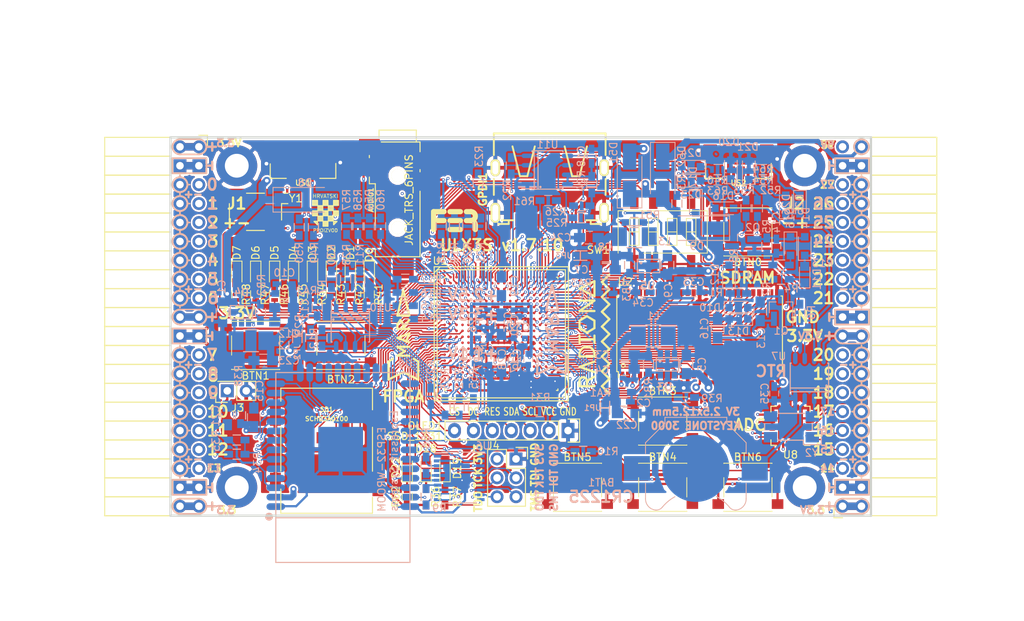
<source format=kicad_pcb>
(kicad_pcb (version 4) (host pcbnew 4.0.7+dfsg1-1)
  (layers (0 F.Cu signal) (1 In1.Cu signal) (2 In2.Cu signal) (31 B.Cu signal) (34 B.Paste user) (35 F.Paste user) (36 B.SilkS user) (37 F.SilkS user) (38 B.Mask user) (39 F.Mask user) (44 Edge.Cuts user))
  (net 0 "")
  (net 1 GND)
  (net 2 +5V)
  (net 3 /gpio/IN5V)
  (net 4 /gpio/OUT5V)
  (net 5 +3V3)
  (net 6 BTN_D)
  (net 7 BTN_F1)
  (net 8 BTN_F2)
  (net 9 BTN_L)
  (net 10 BTN_R)
  (net 11 BTN_U)
  (net 12 /power/FB1)
  (net 13 +2V5)
  (net 14 /power/PWREN)
  (net 15 /power/FB3)
  (net 16 /power/FB2)
  (net 17 "Net-(D9-Pad1)")
  (net 18 /power/VBAT)
  (net 19 JTAG_TDI)
  (net 20 JTAG_TCK)
  (net 21 JTAG_TMS)
  (net 22 JTAG_TDO)
  (net 23 /power/WAKEUPn)
  (net 24 /power/WKUP)
  (net 25 /power/SHUT)
  (net 26 /power/WAKE)
  (net 27 /power/HOLD)
  (net 28 /power/WKn)
  (net 29 /power/OSCI_32k)
  (net 30 /power/OSCO_32k)
  (net 31 "Net-(Q2-Pad3)")
  (net 32 SHUTDOWN)
  (net 33 /analog/AUDIO_L)
  (net 34 /analog/AUDIO_R)
  (net 35 GPDI_5V_SCL)
  (net 36 GPDI_5V_SDA)
  (net 37 GPDI_SDA)
  (net 38 GPDI_SCL)
  (net 39 /gpdi/VREF2)
  (net 40 SD_CMD)
  (net 41 SD_CLK)
  (net 42 SD_D0)
  (net 43 SD_D1)
  (net 44 USB5V)
  (net 45 GPDI_CEC)
  (net 46 nRESET)
  (net 47 FTDI_nDTR)
  (net 48 SDRAM_CKE)
  (net 49 SDRAM_A7)
  (net 50 SDRAM_D15)
  (net 51 SDRAM_BA1)
  (net 52 SDRAM_D7)
  (net 53 SDRAM_A6)
  (net 54 SDRAM_CLK)
  (net 55 SDRAM_D13)
  (net 56 SDRAM_BA0)
  (net 57 SDRAM_D6)
  (net 58 SDRAM_A5)
  (net 59 SDRAM_D14)
  (net 60 SDRAM_A11)
  (net 61 SDRAM_D12)
  (net 62 SDRAM_D5)
  (net 63 SDRAM_A4)
  (net 64 SDRAM_A10)
  (net 65 SDRAM_D11)
  (net 66 SDRAM_A3)
  (net 67 SDRAM_D4)
  (net 68 SDRAM_D10)
  (net 69 SDRAM_D9)
  (net 70 SDRAM_A9)
  (net 71 SDRAM_D3)
  (net 72 SDRAM_D8)
  (net 73 SDRAM_A8)
  (net 74 SDRAM_A2)
  (net 75 SDRAM_A1)
  (net 76 SDRAM_A0)
  (net 77 SDRAM_D2)
  (net 78 SDRAM_D1)
  (net 79 SDRAM_D0)
  (net 80 SDRAM_DQM0)
  (net 81 SDRAM_nCS)
  (net 82 SDRAM_nRAS)
  (net 83 SDRAM_DQM1)
  (net 84 SDRAM_nCAS)
  (net 85 SDRAM_nWE)
  (net 86 /flash/FLASH_nWP)
  (net 87 /flash/FLASH_nHOLD)
  (net 88 /flash/FLASH_MOSI)
  (net 89 /flash/FLASH_MISO)
  (net 90 /flash/FLASH_SCK)
  (net 91 /flash/FLASH_nCS)
  (net 92 /flash/FPGA_PROGRAMN)
  (net 93 /flash/FPGA_DONE)
  (net 94 /flash/FPGA_INITN)
  (net 95 OLED_RES)
  (net 96 OLED_DC)
  (net 97 OLED_CS)
  (net 98 WIFI_EN)
  (net 99 FTDI_nRTS)
  (net 100 FTDI_TXD)
  (net 101 FTDI_RXD)
  (net 102 WIFI_RXD)
  (net 103 WIFI_GPIO0)
  (net 104 WIFI_TXD)
  (net 105 GPDI_ETH-)
  (net 106 GPDI_ETH+)
  (net 107 GPDI_D2+)
  (net 108 GPDI_D2-)
  (net 109 GPDI_D1+)
  (net 110 GPDI_D1-)
  (net 111 GPDI_D0+)
  (net 112 GPDI_D0-)
  (net 113 GPDI_CLK+)
  (net 114 GPDI_CLK-)
  (net 115 USB_FTDI_D+)
  (net 116 USB_FTDI_D-)
  (net 117 SD_D3)
  (net 118 AUDIO_L3)
  (net 119 AUDIO_L2)
  (net 120 AUDIO_L1)
  (net 121 AUDIO_L0)
  (net 122 AUDIO_R3)
  (net 123 AUDIO_R2)
  (net 124 AUDIO_R1)
  (net 125 AUDIO_R0)
  (net 126 OLED_CLK)
  (net 127 OLED_MOSI)
  (net 128 LED0)
  (net 129 LED1)
  (net 130 LED2)
  (net 131 LED3)
  (net 132 LED4)
  (net 133 LED5)
  (net 134 LED6)
  (net 135 LED7)
  (net 136 BTN_PWRn)
  (net 137 FTDI_nTXLED)
  (net 138 FTDI_nSLEEP)
  (net 139 /blinkey/LED_PWREN)
  (net 140 /blinkey/LED_TXLED)
  (net 141 /sdcard/SD3V3)
  (net 142 SD_D2)
  (net 143 CLK_25MHz)
  (net 144 /blinkey/BTNPUL)
  (net 145 /blinkey/BTNPUR)
  (net 146 USB_FPGA_D+)
  (net 147 /power/FTDI_nSUSPEND)
  (net 148 /blinkey/ALED0)
  (net 149 /blinkey/ALED1)
  (net 150 /blinkey/ALED2)
  (net 151 /blinkey/ALED3)
  (net 152 /blinkey/ALED4)
  (net 153 /blinkey/ALED5)
  (net 154 /blinkey/ALED6)
  (net 155 /blinkey/ALED7)
  (net 156 /usb/FTD-)
  (net 157 /usb/FTD+)
  (net 158 ADC_MISO)
  (net 159 ADC_MOSI)
  (net 160 ADC_CSn)
  (net 161 ADC_SCLK)
  (net 162 SW3)
  (net 163 SW2)
  (net 164 SW1)
  (net 165 USB_FPGA_D-)
  (net 166 /usb/FPD+)
  (net 167 /usb/FPD-)
  (net 168 WIFI_GPIO16)
  (net 169 /usb/ANT_433MHz)
  (net 170 /power/PWRBTn)
  (net 171 PROG_DONE)
  (net 172 /power/P3V3)
  (net 173 /power/P2V5)
  (net 174 /power/L1)
  (net 175 /power/L3)
  (net 176 /power/L2)
  (net 177 FTDI_TXDEN)
  (net 178 SDRAM_A12)
  (net 179 /analog/AUDIO_V)
  (net 180 AUDIO_V3)
  (net 181 AUDIO_V2)
  (net 182 AUDIO_V1)
  (net 183 AUDIO_V0)
  (net 184 /gpdi/FPGA_CEC)
  (net 185 /blinkey/LED_WIFI)
  (net 186 /power/P1V1)
  (net 187 +1V1)
  (net 188 SW4)
  (net 189 /blinkey/SWPU)
  (net 190 /wifi/WIFIEN)
  (net 191 FT2V5)
  (net 192 GN0)
  (net 193 GP0)
  (net 194 GN1)
  (net 195 GP1)
  (net 196 GN2)
  (net 197 GP2)
  (net 198 GN3)
  (net 199 GP3)
  (net 200 GN4)
  (net 201 GP4)
  (net 202 GN5)
  (net 203 GP5)
  (net 204 GN6)
  (net 205 GP6)
  (net 206 GN14)
  (net 207 GP14)
  (net 208 GN15)
  (net 209 GP15)
  (net 210 GN16)
  (net 211 GP16)
  (net 212 GN17)
  (net 213 GP17)
  (net 214 GN18)
  (net 215 GP18)
  (net 216 GN19)
  (net 217 GP19)
  (net 218 GN20)
  (net 219 GP20)
  (net 220 GN21)
  (net 221 GP21)
  (net 222 GN22)
  (net 223 GP22)
  (net 224 GN23)
  (net 225 GP23)
  (net 226 GN24)
  (net 227 GP24)
  (net 228 GN25)
  (net 229 GP25)
  (net 230 GN26)
  (net 231 GP26)
  (net 232 GN27)
  (net 233 GP27)
  (net 234 GN7)
  (net 235 GP7)
  (net 236 GN8)
  (net 237 GP8)
  (net 238 GN9)
  (net 239 GP9)
  (net 240 GN10)
  (net 241 GP10)
  (net 242 GN11)
  (net 243 GP11)
  (net 244 GN12)
  (net 245 GP12)
  (net 246 GN13)
  (net 247 GP13)
  (net 248 WIFI_GPIO5)
  (net 249 WIFI_GPIO17)
  (net 250 USB_FPGA_PULL_D+)
  (net 251 USB_FPGA_PULL_D-)
  (net 252 "Net-(D23-Pad2)")
  (net 253 "Net-(D24-Pad1)")
  (net 254 "Net-(D25-Pad2)")
  (net 255 "Net-(D26-Pad1)")
  (module Socket_Strips:Socket_Strip_Angled_2x20 (layer F.Cu) (at 97.91 62.69 270)
    (fp_text reference J1 (at 7.62 -5.08 360) (layer F.SilkS) (effects (font (size 1.5 1.5) (thickness 0.3))))
    (fp_text value CONN_02X20 hide)
    (pad 1 thru_hole oval (at 0 0 270) (size 1.7272 1.7272) (drill 1.016) (layers *.Cu *.Mask) (net 5 +3V3))
    (pad 2 thru_hole oval (at 0 2.54 270) (size 1.7272 1.7272) (drill 1.016) (layers *.Cu *.Mask) (net 5 +3V3))
    (pad 3 thru_hole rect (at 2.54 0 270) (size 1.7272 1.7272) (drill 1.016) (layers *.Cu *.Mask) (net 1 GND))
    (pad 4 thru_hole rect (at 2.54 2.54 270) (size 1.7272 1.7272) (drill 1.016) (layers *.Cu *.Mask) (net 1 GND))
    (pad 5 thru_hole oval (at 5.08 0 270) (size 1.7272 1.7272) (drill 1.016) (layers *.Cu *.Mask) (net 192 GN0))
    (pad 6 thru_hole oval (at 5.08 2.54 270) (size 1.7272 1.7272) (drill 1.016) (layers *.Cu *.Mask) (net 193 GP0))
    (pad 7 thru_hole oval (at 7.62 0 270) (size 1.7272 1.7272) (drill 1.016) (layers *.Cu *.Mask) (net 194 GN1))
    (pad 8 thru_hole oval (at 7.62 2.54 270) (size 1.7272 1.7272) (drill 1.016) (layers *.Cu *.Mask) (net 195 GP1))
    (pad 9 thru_hole oval (at 10.16 0 270) (size 1.7272 1.7272) (drill 1.016) (layers *.Cu *.Mask) (net 196 GN2))
    (pad 10 thru_hole oval (at 10.16 2.54 270) (size 1.7272 1.7272) (drill 1.016) (layers *.Cu *.Mask) (net 197 GP2))
    (pad 11 thru_hole oval (at 12.7 0 270) (size 1.7272 1.7272) (drill 1.016) (layers *.Cu *.Mask) (net 198 GN3))
    (pad 12 thru_hole oval (at 12.7 2.54 270) (size 1.7272 1.7272) (drill 1.016) (layers *.Cu *.Mask) (net 199 GP3))
    (pad 13 thru_hole oval (at 15.24 0 270) (size 1.7272 1.7272) (drill 1.016) (layers *.Cu *.Mask) (net 200 GN4))
    (pad 14 thru_hole oval (at 15.24 2.54 270) (size 1.7272 1.7272) (drill 1.016) (layers *.Cu *.Mask) (net 201 GP4))
    (pad 15 thru_hole oval (at 17.78 0 270) (size 1.7272 1.7272) (drill 1.016) (layers *.Cu *.Mask) (net 202 GN5))
    (pad 16 thru_hole oval (at 17.78 2.54 270) (size 1.7272 1.7272) (drill 1.016) (layers *.Cu *.Mask) (net 203 GP5))
    (pad 17 thru_hole oval (at 20.32 0 270) (size 1.7272 1.7272) (drill 1.016) (layers *.Cu *.Mask) (net 204 GN6))
    (pad 18 thru_hole oval (at 20.32 2.54 270) (size 1.7272 1.7272) (drill 1.016) (layers *.Cu *.Mask) (net 205 GP6))
    (pad 19 thru_hole oval (at 22.86 0 270) (size 1.7272 1.7272) (drill 1.016) (layers *.Cu *.Mask) (net 5 +3V3))
    (pad 20 thru_hole oval (at 22.86 2.54 270) (size 1.7272 1.7272) (drill 1.016) (layers *.Cu *.Mask) (net 5 +3V3))
    (pad 21 thru_hole rect (at 25.4 0 270) (size 1.7272 1.7272) (drill 1.016) (layers *.Cu *.Mask) (net 1 GND))
    (pad 22 thru_hole rect (at 25.4 2.54 270) (size 1.7272 1.7272) (drill 1.016) (layers *.Cu *.Mask) (net 1 GND))
    (pad 23 thru_hole oval (at 27.94 0 270) (size 1.7272 1.7272) (drill 1.016) (layers *.Cu *.Mask) (net 234 GN7))
    (pad 24 thru_hole oval (at 27.94 2.54 270) (size 1.7272 1.7272) (drill 1.016) (layers *.Cu *.Mask) (net 235 GP7))
    (pad 25 thru_hole oval (at 30.48 0 270) (size 1.7272 1.7272) (drill 1.016) (layers *.Cu *.Mask) (net 236 GN8))
    (pad 26 thru_hole oval (at 30.48 2.54 270) (size 1.7272 1.7272) (drill 1.016) (layers *.Cu *.Mask) (net 237 GP8))
    (pad 27 thru_hole oval (at 33.02 0 270) (size 1.7272 1.7272) (drill 1.016) (layers *.Cu *.Mask) (net 238 GN9))
    (pad 28 thru_hole oval (at 33.02 2.54 270) (size 1.7272 1.7272) (drill 1.016) (layers *.Cu *.Mask) (net 239 GP9))
    (pad 29 thru_hole oval (at 35.56 0 270) (size 1.7272 1.7272) (drill 1.016) (layers *.Cu *.Mask) (net 240 GN10))
    (pad 30 thru_hole oval (at 35.56 2.54 270) (size 1.7272 1.7272) (drill 1.016) (layers *.Cu *.Mask) (net 241 GP10))
    (pad 31 thru_hole oval (at 38.1 0 270) (size 1.7272 1.7272) (drill 1.016) (layers *.Cu *.Mask) (net 242 GN11))
    (pad 32 thru_hole oval (at 38.1 2.54 270) (size 1.7272 1.7272) (drill 1.016) (layers *.Cu *.Mask) (net 243 GP11))
    (pad 33 thru_hole oval (at 40.64 0 270) (size 1.7272 1.7272) (drill 1.016) (layers *.Cu *.Mask) (net 244 GN12))
    (pad 34 thru_hole oval (at 40.64 2.54 270) (size 1.7272 1.7272) (drill 1.016) (layers *.Cu *.Mask) (net 245 GP12))
    (pad 35 thru_hole oval (at 43.18 0 270) (size 1.7272 1.7272) (drill 1.016) (layers *.Cu *.Mask) (net 246 GN13))
    (pad 36 thru_hole oval (at 43.18 2.54 270) (size 1.7272 1.7272) (drill 1.016) (layers *.Cu *.Mask) (net 247 GP13))
    (pad 37 thru_hole rect (at 45.72 0 270) (size 1.7272 1.7272) (drill 1.016) (layers *.Cu *.Mask) (net 1 GND))
    (pad 38 thru_hole rect (at 45.72 2.54 270) (size 1.7272 1.7272) (drill 1.016) (layers *.Cu *.Mask) (net 1 GND))
    (pad 39 thru_hole oval (at 48.26 0 270) (size 1.7272 1.7272) (drill 1.016) (layers *.Cu *.Mask) (net 5 +3V3))
    (pad 40 thru_hole oval (at 48.26 2.54 270) (size 1.7272 1.7272) (drill 1.016) (layers *.Cu *.Mask) (net 5 +3V3))
  )
  (module SMD_Packages:1Pin (layer F.Cu) (at 182.67515 111.637626)
    (fp_text reference AE1 hide)
    (fp_text value 433MHz hide)
    (pad 1 smd rect (at 0 0) (size 0.5 0.5) (layers B.Cu F.Paste F.Mask) (net 169 /usb/ANT_433MHz))
  )
  (module Resistors_SMD:R_0603_HandSoldering (layer B.Cu) (at 103.498 98.758 90)
    (fp_text reference R38 (at 5.334 -0.254 90) (layer B.SilkS) (effects (justify mirror)))
    (fp_text value 0.47)
    (pad 1 smd rect (at -1.1 0 90) (size 1.2 0.9) (layers B.Cu B.Paste B.Mask) (net 141 /sdcard/SD3V3))
    (pad 2 smd rect (at 1.1 0 90) (size 1.2 0.9) (layers B.Cu B.Paste B.Mask) (net 5 +3V3))
  )
  (module jumper:SOLDER-JUMPER_1-WAY (layer B.Cu) (at 152.393 97.742 270)
    (fp_text reference JP1 (at 0 1.778 360) (layer B.SilkS) (effects (font (size 0.762 0.762) (thickness 0.1524)) (justify mirror)))
    (fp_text value 1.2 hide)
    (pad 1 smd rect (at -0.6 0 270) (size 1 1) (layers B.Cu B.Paste B.Mask) (net 186 /power/P1V1))
    (pad 2 smd rect (at 0.6 0 270) (size 1 1) (layers B.Cu B.Paste B.Mask) (net 187 +1V1))
  )
  (module Diodes_SMD:D_SMA_Handsoldering (layer B.Cu) (at 155.695 66.5 90)
    (fp_text reference D51 (at 3.048 -2.159 90) (layer B.SilkS) (effects (justify mirror)))
    (fp_text value STPS2L30AF hide)
    (pad 1 smd rect (at -2.5 0 90) (size 3.5 1.8) (layers B.Cu B.Paste B.Mask) (net 2 +5V))
    (pad 2 smd rect (at 2.5 0 90) (size 3.5 1.8) (layers B.Cu B.Paste B.Mask) (net 3 /gpio/IN5V))
  )
  (module Resistors_SMD:R_0603_HandSoldering (layer B.Cu) (at 156.33 72.85 180)
    (fp_text reference R51 (at -2.032 1.016 180) (layer B.SilkS) (effects (justify mirror)))
    (fp_text value 150)
    (pad 1 smd rect (at -1.1 0 180) (size 1.2 0.9) (layers B.Cu B.Paste B.Mask) (net 5 +3V3))
    (pad 2 smd rect (at 1.1 0 180) (size 1.2 0.9) (layers B.Cu B.Paste B.Mask) (net 189 /blinkey/SWPU))
  )
  (module Resistors_SMD:R_1210_HandSoldering (layer B.Cu) (at 158.87 88.09 180)
    (fp_text reference L1 (at 0 2.7 180) (layer B.SilkS) (effects (justify mirror)))
    (fp_text value 2.2uH)
    (pad 1 smd rect (at -2 0 180) (size 2 2.5) (layers B.Cu B.Paste B.Mask) (net 174 /power/L1))
    (pad 2 smd rect (at 2 0 180) (size 2 2.5) (layers B.Cu B.Paste B.Mask) (net 186 /power/P1V1))
  )
  (module TSOT-25:TSOT-25 (layer B.Cu) (at 160.775 91.9)
    (fp_text reference U3 (at -0.381 3.048) (layer B.SilkS) (effects (font (thickness 0.2)) (justify mirror)))
    (fp_text value TLV62569DBV)
    (pad 1 smd rect (at -0.95 -1.3) (size 0.7 1.2) (layers B.Cu B.Paste B.Mask) (net 14 /power/PWREN))
    (pad 2 smd rect (at 0 -1.3) (size 0.7 1.2) (layers B.Cu B.Paste B.Mask) (net 1 GND))
    (pad 3 smd rect (at 0.95 -1.3) (size 0.7 1.2) (layers B.Cu B.Paste B.Mask) (net 174 /power/L1))
    (pad 4 smd rect (at 0.95 1.3) (size 0.7 1.2) (layers B.Cu B.Paste B.Mask) (net 2 +5V))
    (pad 5 smd rect (at -0.95 1.3) (size 0.7 1.2) (layers B.Cu B.Paste B.Mask) (net 12 /power/FB1))
  )
  (module Resistors_SMD:R_1210_HandSoldering (layer B.Cu) (at 104.895 88.725)
    (fp_text reference L2 (at 4.445 0.635) (layer B.SilkS) (effects (justify mirror)))
    (fp_text value 2.2uH)
    (pad 1 smd rect (at -2 0) (size 2 2.5) (layers B.Cu B.Paste B.Mask) (net 176 /power/L2))
    (pad 2 smd rect (at 2 0) (size 2 2.5) (layers B.Cu B.Paste B.Mask) (net 173 /power/P2V5))
  )
  (module TSOT-25:TSOT-25 (layer B.Cu) (at 103.625 84.915 180)
    (fp_text reference U4 (at 0 2.697 180) (layer B.SilkS) (effects (font (thickness 0.2)) (justify mirror)))
    (fp_text value TLV62569DBV)
    (pad 1 smd rect (at -0.95 -1.3 180) (size 0.7 1.2) (layers B.Cu B.Paste B.Mask) (net 14 /power/PWREN))
    (pad 2 smd rect (at 0 -1.3 180) (size 0.7 1.2) (layers B.Cu B.Paste B.Mask) (net 1 GND))
    (pad 3 smd rect (at 0.95 -1.3 180) (size 0.7 1.2) (layers B.Cu B.Paste B.Mask) (net 176 /power/L2))
    (pad 4 smd rect (at 0.95 1.3 180) (size 0.7 1.2) (layers B.Cu B.Paste B.Mask) (net 2 +5V))
    (pad 5 smd rect (at -0.95 1.3 180) (size 0.7 1.2) (layers B.Cu B.Paste B.Mask) (net 16 /power/FB2))
  )
  (module Resistors_SMD:R_1210_HandSoldering (layer B.Cu) (at 156.33 74.755 180)
    (fp_text reference L3 (at -4.064 -0.635 180) (layer B.SilkS) (effects (justify mirror)))
    (fp_text value 2.2uH)
    (pad 1 smd rect (at -2 0 180) (size 2 2.5) (layers B.Cu B.Paste B.Mask) (net 175 /power/L3))
    (pad 2 smd rect (at 2 0 180) (size 2 2.5) (layers B.Cu B.Paste B.Mask) (net 172 /power/P3V3))
  )
  (module TSOT-25:TSOT-25 (layer B.Cu) (at 158.235 78.692)
    (fp_text reference U5 (at -0.127 2.667) (layer B.SilkS) (effects (font (thickness 0.2)) (justify mirror)))
    (fp_text value TLV62569DBV)
    (pad 1 smd rect (at -0.95 -1.3) (size 0.7 1.2) (layers B.Cu B.Paste B.Mask) (net 14 /power/PWREN))
    (pad 2 smd rect (at 0 -1.3) (size 0.7 1.2) (layers B.Cu B.Paste B.Mask) (net 1 GND))
    (pad 3 smd rect (at 0.95 -1.3) (size 0.7 1.2) (layers B.Cu B.Paste B.Mask) (net 175 /power/L3))
    (pad 4 smd rect (at 0.95 1.3) (size 0.7 1.2) (layers B.Cu B.Paste B.Mask) (net 2 +5V))
    (pad 5 smd rect (at -0.95 1.3) (size 0.7 1.2) (layers B.Cu B.Paste B.Mask) (net 15 /power/FB3))
  )
  (module Capacitors_SMD:C_0805_HandSoldering (layer B.Cu) (at 101.085 84.915 270)
    (fp_text reference C1 (at -3.429 0.127 270) (layer B.SilkS) (effects (justify mirror)))
    (fp_text value 22uF)
    (pad 1 smd rect (at -1.25 0 270) (size 1.5 1.25) (layers B.Cu B.Paste B.Mask) (net 2 +5V))
    (pad 2 smd rect (at 1.25 0 270) (size 1.5 1.25) (layers B.Cu B.Paste B.Mask) (net 1 GND))
  )
  (module Capacitors_SMD:C_0805_HandSoldering (layer B.Cu) (at 155.06 90.63)
    (fp_text reference C3 (at -3.048 0) (layer B.SilkS) (effects (justify mirror)))
    (fp_text value 22uF)
    (pad 1 smd rect (at -1.25 0) (size 1.5 1.25) (layers B.Cu B.Paste B.Mask) (net 186 /power/P1V1))
    (pad 2 smd rect (at 1.25 0) (size 1.5 1.25) (layers B.Cu B.Paste B.Mask) (net 1 GND))
  )
  (module Capacitors_SMD:C_0805_HandSoldering (layer B.Cu) (at 155.06 92.535)
    (fp_text reference C4 (at -3.048 0.127) (layer B.SilkS) (effects (justify mirror)))
    (fp_text value 22uF)
    (pad 1 smd rect (at -1.25 0) (size 1.5 1.25) (layers B.Cu B.Paste B.Mask) (net 186 /power/P1V1))
    (pad 2 smd rect (at 1.25 0) (size 1.5 1.25) (layers B.Cu B.Paste B.Mask) (net 1 GND))
  )
  (module Capacitors_SMD:C_0805_HandSoldering (layer B.Cu) (at 163.315 91.9 90)
    (fp_text reference C5 (at 0 2.1 90) (layer B.SilkS) (effects (justify mirror)))
    (fp_text value 22uF)
    (pad 1 smd rect (at -1.25 0 90) (size 1.5 1.25) (layers B.Cu B.Paste B.Mask) (net 2 +5V))
    (pad 2 smd rect (at 1.25 0 90) (size 1.5 1.25) (layers B.Cu B.Paste B.Mask) (net 1 GND))
  )
  (module Capacitors_SMD:C_0805_HandSoldering (layer B.Cu) (at 152.52 79.2)
    (fp_text reference C7 (at -3.302 0) (layer B.SilkS) (effects (justify mirror)))
    (fp_text value 22uF)
    (pad 1 smd rect (at -1.25 0) (size 1.5 1.25) (layers B.Cu B.Paste B.Mask) (net 172 /power/P3V3))
    (pad 2 smd rect (at 1.25 0) (size 1.5 1.25) (layers B.Cu B.Paste B.Mask) (net 1 GND))
  )
  (module Capacitors_SMD:C_0805_HandSoldering (layer B.Cu) (at 152.52 77.295)
    (fp_text reference C8 (at -0.127 -1.143) (layer B.SilkS) (effects (justify mirror)))
    (fp_text value 22uF)
    (pad 1 smd rect (at -1.25 0) (size 1.5 1.25) (layers B.Cu B.Paste B.Mask) (net 172 /power/P3V3))
    (pad 2 smd rect (at 1.25 0) (size 1.5 1.25) (layers B.Cu B.Paste B.Mask) (net 1 GND))
  )
  (module Capacitors_SMD:C_0805_HandSoldering (layer B.Cu) (at 160.775 78.565 90)
    (fp_text reference C9 (at -3.429 0.127 90) (layer B.SilkS) (effects (justify mirror)))
    (fp_text value 22uF)
    (pad 1 smd rect (at -1.25 0 90) (size 1.5 1.25) (layers B.Cu B.Paste B.Mask) (net 2 +5V))
    (pad 2 smd rect (at 1.25 0 90) (size 1.5 1.25) (layers B.Cu B.Paste B.Mask) (net 1 GND))
  )
  (module Capacitors_SMD:C_0805_HandSoldering (layer B.Cu) (at 109.34 84.28 180)
    (fp_text reference C11 (at -2.794 -0.254 270) (layer B.SilkS) (effects (justify mirror)))
    (fp_text value 22uF)
    (pad 1 smd rect (at -1.25 0 180) (size 1.5 1.25) (layers B.Cu B.Paste B.Mask) (net 173 /power/P2V5))
    (pad 2 smd rect (at 1.25 0 180) (size 1.5 1.25) (layers B.Cu B.Paste B.Mask) (net 1 GND))
  )
  (module Capacitors_SMD:C_0805_HandSoldering (layer B.Cu) (at 109.34 86.185 180)
    (fp_text reference C12 (at -0.635 -1.615 360) (layer B.SilkS) (effects (justify mirror)))
    (fp_text value 22uF)
    (pad 1 smd rect (at -1.25 0 180) (size 1.5 1.25) (layers B.Cu B.Paste B.Mask) (net 173 /power/P2V5))
    (pad 2 smd rect (at 1.25 0 180) (size 1.5 1.25) (layers B.Cu B.Paste B.Mask) (net 1 GND))
  )
  (module Capacitors_SMD:C_0805_HandSoldering (layer B.Cu) (at 173.221 84.788 90)
    (fp_text reference C13 (at -3.556 0.127 90) (layer B.SilkS) (effects (justify mirror)))
    (fp_text value 2.2uF)
    (pad 1 smd rect (at -1.25 0 90) (size 1.5 1.25) (layers B.Cu B.Paste B.Mask) (net 2 +5V))
    (pad 2 smd rect (at 1.25 0 90) (size 1.5 1.25) (layers B.Cu B.Paste B.Mask) (net 24 /power/WKUP))
  )
  (module TO_SOT_Packages_SMD:SOT-23_Handsoldering (layer B.Cu) (at 176.015 84.28 90)
    (fp_text reference Q1 (at -3.1115 0 180) (layer B.SilkS) (effects (justify mirror)))
    (fp_text value BC857)
    (pad 1 smd rect (at -1.5 0.95 90) (size 1.9 0.8) (layers B.Cu B.Paste B.Mask) (net 28 /power/WKn))
    (pad 2 smd rect (at -1.5 -0.95 90) (size 1.9 0.8) (layers B.Cu B.Paste B.Mask) (net 2 +5V))
    (pad 3 smd rect (at 1.5 0 90) (size 1.9 0.8) (layers B.Cu B.Paste B.Mask) (net 24 /power/WKUP))
  )
  (module TO_SOT_Packages_SMD:SOT-23_Handsoldering (layer B.Cu) (at 170.935 76.025 180)
    (fp_text reference Q2 (at -1.295 2.5 180) (layer B.SilkS) (effects (justify mirror)))
    (fp_text value 2N7002)
    (pad 1 smd rect (at -1.5 0.95 180) (size 1.9 0.8) (layers B.Cu B.Paste B.Mask) (net 25 /power/SHUT))
    (pad 2 smd rect (at -1.5 -0.95 180) (size 1.9 0.8) (layers B.Cu B.Paste B.Mask) (net 1 GND))
    (pad 3 smd rect (at 1.5 0 180) (size 1.9 0.8) (layers B.Cu B.Paste B.Mask) (net 31 "Net-(Q2-Pad3)"))
  )
  (module Capacitors_SMD:C_0603_HandSoldering (layer B.Cu) (at 154.86 96.91)
    (fp_text reference C2 (at 2.74 0.197) (layer B.SilkS) (effects (justify mirror)))
    (fp_text value 470pF)
    (pad 1 smd rect (at -0.95 0) (size 1.2 0.75) (layers B.Cu B.Paste B.Mask) (net 186 /power/P1V1))
    (pad 2 smd rect (at 0.95 0) (size 1.2 0.75) (layers B.Cu B.Paste B.Mask) (net 12 /power/FB1))
  )
  (module Capacitors_SMD:C_0603_HandSoldering (layer B.Cu) (at 152.52 82.375)
    (fp_text reference C6 (at -2.794 0.127) (layer B.SilkS) (effects (justify mirror)))
    (fp_text value 470pF)
    (pad 1 smd rect (at -0.95 0) (size 1.2 0.75) (layers B.Cu B.Paste B.Mask) (net 172 /power/P3V3))
    (pad 2 smd rect (at 0.95 0) (size 1.2 0.75) (layers B.Cu B.Paste B.Mask) (net 15 /power/FB3))
  )
  (module Capacitors_SMD:C_0603_HandSoldering (layer B.Cu) (at 109.34 81.105 180)
    (fp_text reference C10 (at -0.04 1.505 180) (layer B.SilkS) (effects (justify mirror)))
    (fp_text value 470pF)
    (pad 1 smd rect (at -0.95 0 180) (size 1.2 0.75) (layers B.Cu B.Paste B.Mask) (net 173 /power/P2V5))
    (pad 2 smd rect (at 0.95 0 180) (size 1.2 0.75) (layers B.Cu B.Paste B.Mask) (net 16 /power/FB2))
  )
  (module Capacitors_SMD:C_0603_HandSoldering (layer B.Cu) (at 175.38 76.025 270)
    (fp_text reference C14 (at -3.175 0 270) (layer B.SilkS) (effects (justify mirror)))
    (fp_text value 100nF)
    (pad 1 smd rect (at -0.95 0 270) (size 1.2 0.75) (layers B.Cu B.Paste B.Mask) (net 25 /power/SHUT))
    (pad 2 smd rect (at 0.95 0 270) (size 1.2 0.75) (layers B.Cu B.Paste B.Mask) (net 1 GND))
  )
  (module Resistors_SMD:R_0603_HandSoldering (layer B.Cu) (at 170.3 82.375)
    (fp_text reference R1 (at -3.048 -0.127) (layer B.SilkS) (effects (justify mirror)))
    (fp_text value 15k)
    (pad 1 smd rect (at -1.1 0) (size 1.2 0.9) (layers B.Cu B.Paste B.Mask) (net 26 /power/WAKE))
    (pad 2 smd rect (at 1.1 0) (size 1.2 0.9) (layers B.Cu B.Paste B.Mask) (net 14 /power/PWREN))
  )
  (module Resistors_SMD:R_0603_HandSoldering (layer B.Cu) (at 172.84 79.835 90)
    (fp_text reference R2 (at -1.905 1.27 90) (layer B.SilkS) (effects (justify mirror)))
    (fp_text value 47k)
    (pad 1 smd rect (at -1.1 0 90) (size 1.2 0.9) (layers B.Cu B.Paste B.Mask) (net 14 /power/PWREN))
    (pad 2 smd rect (at 1.1 0 90) (size 1.2 0.9) (layers B.Cu B.Paste B.Mask) (net 1 GND))
  )
  (module Resistors_SMD:R_0603_HandSoldering (layer B.Cu) (at 176.015 80.47 180)
    (fp_text reference R4 (at -1.397 -1.27 360) (layer B.SilkS) (effects (justify mirror)))
    (fp_text value 4.7k)
    (pad 1 smd rect (at -1.1 0 180) (size 1.2 0.9) (layers B.Cu B.Paste B.Mask) (net 27 /power/HOLD))
    (pad 2 smd rect (at 1.1 0 180) (size 1.2 0.9) (layers B.Cu B.Paste B.Mask) (net 14 /power/PWREN))
  )
  (module Resistors_SMD:R_0603_HandSoldering (layer B.Cu) (at 174.11 76.025 270)
    (fp_text reference R5 (at -2.667 0 270) (layer B.SilkS) (effects (justify mirror)))
    (fp_text value 4.7M)
    (pad 1 smd rect (at -1.1 0 270) (size 1.2 0.9) (layers B.Cu B.Paste B.Mask) (net 25 /power/SHUT))
    (pad 2 smd rect (at 1.1 0 270) (size 1.2 0.9) (layers B.Cu B.Paste B.Mask) (net 1 GND))
  )
  (module Resistors_SMD:R_0603_HandSoldering (layer B.Cu) (at 178.555 84.915 270)
    (fp_text reference R6 (at 0 -1.524 270) (layer B.SilkS) (effects (justify mirror)))
    (fp_text value 1k)
    (pad 1 smd rect (at -1.1 0 270) (size 1.2 0.9) (layers B.Cu B.Paste B.Mask) (net 28 /power/WKn))
    (pad 2 smd rect (at 1.1 0 270) (size 1.2 0.9) (layers B.Cu B.Paste B.Mask) (net 23 /power/WAKEUPn))
  )
  (module Resistors_SMD:R_0603_HandSoldering (layer B.Cu) (at 113.785 84.28 270)
    (fp_text reference R7 (at -2.794 -0.635 270) (layer B.SilkS) (effects (justify mirror)))
    (fp_text value 150)
    (pad 1 smd rect (at -1.1 0 270) (size 1.2 0.9) (layers B.Cu B.Paste B.Mask) (net 5 +3V3))
    (pad 2 smd rect (at 1.1 0 270) (size 1.2 0.9) (layers B.Cu B.Paste B.Mask) (net 144 /blinkey/BTNPUL))
  )
  (module Resistors_SMD:R_0603_HandSoldering (layer B.Cu) (at 170.935 79.835 90)
    (fp_text reference R8 (at 2.54 -1.27 90) (layer B.SilkS) (effects (justify mirror)))
    (fp_text value 1k)
    (pad 1 smd rect (at -1.1 0 90) (size 1.2 0.9) (layers B.Cu B.Paste B.Mask) (net 14 /power/PWREN))
    (pad 2 smd rect (at 1.1 0 90) (size 1.2 0.9) (layers B.Cu B.Paste B.Mask) (net 31 "Net-(Q2-Pad3)"))
  )
  (module Resistors_SMD:R_0603_HandSoldering (layer B.Cu) (at 128.39 109.68 270)
    (fp_text reference R9 (at 1.524 -1.778 360) (layer B.SilkS) (effects (justify mirror)))
    (fp_text value 15k)
    (pad 1 smd rect (at -1.1 0 270) (size 1.2 0.9) (layers B.Cu B.Paste B.Mask) (net 46 nRESET))
    (pad 2 smd rect (at 1.1 0 270) (size 1.2 0.9) (layers B.Cu B.Paste B.Mask) (net 191 FT2V5))
  )
  (module Resistors_SMD:R_0603_HandSoldering (layer B.Cu) (at 149.472 103.584 180)
    (fp_text reference R10 (at -3.302 0 180) (layer B.SilkS) (effects (justify mirror)))
    (fp_text value 150)
    (pad 1 smd rect (at -1.1 0 180) (size 1.2 0.9) (layers B.Cu B.Paste B.Mask) (net 147 /power/FTDI_nSUSPEND))
    (pad 2 smd rect (at 1.1 0 180) (size 1.2 0.9) (layers B.Cu B.Paste B.Mask) (net 138 FTDI_nSLEEP))
  )
  (module Resistors_SMD:R_0603_HandSoldering (layer B.Cu) (at 176.015 78.565 180)
    (fp_text reference R13 (at -5.588 0.254 180) (layer B.SilkS) (effects (justify mirror)))
    (fp_text value 15k)
    (pad 1 smd rect (at -1.1 0 180) (size 1.2 0.9) (layers B.Cu B.Paste B.Mask) (net 32 SHUTDOWN))
    (pad 2 smd rect (at 1.1 0 180) (size 1.2 0.9) (layers B.Cu B.Paste B.Mask) (net 1 GND))
  )
  (module Resistors_SMD:R_0603_HandSoldering (layer B.Cu) (at 154.86 95.64)
    (fp_text reference RA1 (at -3.102 0.07) (layer B.SilkS) (effects (justify mirror)))
    (fp_text value 15k)
    (pad 1 smd rect (at -1.1 0) (size 1.2 0.9) (layers B.Cu B.Paste B.Mask) (net 186 /power/P1V1))
    (pad 2 smd rect (at 1.1 0) (size 1.2 0.9) (layers B.Cu B.Paste B.Mask) (net 12 /power/FB1))
  )
  (module Resistors_SMD:R_0603_HandSoldering (layer B.Cu) (at 109.34 82.375 180)
    (fp_text reference RA2 (at -3.048 0.381 360) (layer B.SilkS) (effects (justify mirror)))
    (fp_text value 15k)
    (pad 1 smd rect (at -1.1 0 180) (size 1.2 0.9) (layers B.Cu B.Paste B.Mask) (net 173 /power/P2V5))
    (pad 2 smd rect (at 1.1 0 180) (size 1.2 0.9) (layers B.Cu B.Paste B.Mask) (net 16 /power/FB2))
  )
  (module Resistors_SMD:R_0603_HandSoldering (layer B.Cu) (at 152.52 81.105)
    (fp_text reference RA3 (at -3.302 -0.127) (layer B.SilkS) (effects (justify mirror)))
    (fp_text value 15k)
    (pad 1 smd rect (at -1.1 0) (size 1.2 0.9) (layers B.Cu B.Paste B.Mask) (net 172 /power/P3V3))
    (pad 2 smd rect (at 1.1 0) (size 1.2 0.9) (layers B.Cu B.Paste B.Mask) (net 15 /power/FB3))
  )
  (module Resistors_SMD:R_0603_HandSoldering (layer B.Cu) (at 158.235 91.9 270)
    (fp_text reference RB1 (at 3.302 0 270) (layer B.SilkS) (effects (justify mirror)))
    (fp_text value 18k)
    (pad 1 smd rect (at -1.1 0 270) (size 1.2 0.9) (layers B.Cu B.Paste B.Mask) (net 1 GND))
    (pad 2 smd rect (at 1.1 0 270) (size 1.2 0.9) (layers B.Cu B.Paste B.Mask) (net 12 /power/FB1))
  )
  (module Resistors_SMD:R_0603_HandSoldering (layer B.Cu) (at 106.165 84.915 90)
    (fp_text reference RB2 (at 3.683 0.127 90) (layer B.SilkS) (effects (justify mirror)))
    (fp_text value 4.7k)
    (pad 1 smd rect (at -1.1 0 90) (size 1.2 0.9) (layers B.Cu B.Paste B.Mask) (net 1 GND))
    (pad 2 smd rect (at 1.1 0 90) (size 1.2 0.9) (layers B.Cu B.Paste B.Mask) (net 16 /power/FB2))
  )
  (module Resistors_SMD:R_0603_HandSoldering (layer B.Cu) (at 155.695 78.565 270)
    (fp_text reference RB3 (at 3.429 0.395 270) (layer B.SilkS) (effects (justify mirror)))
    (fp_text value 3.3k)
    (pad 1 smd rect (at -1.1 0 270) (size 1.2 0.9) (layers B.Cu B.Paste B.Mask) (net 1 GND))
    (pad 2 smd rect (at 1.1 0 270) (size 1.2 0.9) (layers B.Cu B.Paste B.Mask) (net 15 /power/FB3))
  )
  (module Resistors_SMD:R_0603_HandSoldering (layer B.Cu) (at 125.596 85.804 180)
    (fp_text reference R14 (at -3.47 0.127 180) (layer B.SilkS) (effects (justify mirror)))
    (fp_text value 1.2k)
    (pad 1 smd rect (at -1.1 0 180) (size 1.2 0.9) (layers B.Cu B.Paste B.Mask) (net 121 AUDIO_L0))
    (pad 2 smd rect (at 1.1 0 180) (size 1.2 0.9) (layers B.Cu B.Paste B.Mask) (net 33 /analog/AUDIO_L))
  )
  (module Resistors_SMD:R_0603_HandSoldering (layer B.Cu) (at 125.596 84.026 180)
    (fp_text reference R15 (at -3.47 -0.001 180) (layer B.SilkS) (effects (justify mirror)))
    (fp_text value 680)
    (pad 1 smd rect (at -1.1 0 180) (size 1.2 0.9) (layers B.Cu B.Paste B.Mask) (net 120 AUDIO_L1))
    (pad 2 smd rect (at 1.1 0 180) (size 1.2 0.9) (layers B.Cu B.Paste B.Mask) (net 33 /analog/AUDIO_L))
  )
  (module Resistors_SMD:R_0603_HandSoldering (layer B.Cu) (at 125.596 82.248 180)
    (fp_text reference R16 (at -3.47 -0.127 180) (layer B.SilkS) (effects (justify mirror)))
    (fp_text value 330)
    (pad 1 smd rect (at -1.1 0 180) (size 1.2 0.9) (layers B.Cu B.Paste B.Mask) (net 119 AUDIO_L2))
    (pad 2 smd rect (at 1.1 0 180) (size 1.2 0.9) (layers B.Cu B.Paste B.Mask) (net 33 /analog/AUDIO_L))
  )
  (module Resistors_SMD:R_0603_HandSoldering (layer B.Cu) (at 125.596 80.47 180)
    (fp_text reference R17 (at -3.47 0 180) (layer B.SilkS) (effects (justify mirror)))
    (fp_text value 150)
    (pad 1 smd rect (at -1.1 0 180) (size 1.2 0.9) (layers B.Cu B.Paste B.Mask) (net 118 AUDIO_L3))
    (pad 2 smd rect (at 1.1 0 180) (size 1.2 0.9) (layers B.Cu B.Paste B.Mask) (net 33 /analog/AUDIO_L))
  )
  (module Resistors_SMD:R_0603_HandSoldering (layer B.Cu) (at 130.422 73.358 90)
    (fp_text reference R18 (at -3.556 0 90) (layer B.SilkS) (effects (justify mirror)))
    (fp_text value 1.2k)
    (pad 1 smd rect (at -1.1 0 90) (size 1.2 0.9) (layers B.Cu B.Paste B.Mask) (net 125 AUDIO_R0))
    (pad 2 smd rect (at 1.1 0 90) (size 1.2 0.9) (layers B.Cu B.Paste B.Mask) (net 34 /analog/AUDIO_R))
  )
  (module Resistors_SMD:R_0603_HandSoldering (layer B.Cu) (at 132.2 73.358 90)
    (fp_text reference R19 (at -3.556 0 90) (layer B.SilkS) (effects (justify mirror)))
    (fp_text value 680)
    (pad 1 smd rect (at -1.1 0 90) (size 1.2 0.9) (layers B.Cu B.Paste B.Mask) (net 124 AUDIO_R1))
    (pad 2 smd rect (at 1.1 0 90) (size 1.2 0.9) (layers B.Cu B.Paste B.Mask) (net 34 /analog/AUDIO_R))
  )
  (module Resistors_SMD:R_0603_HandSoldering (layer B.Cu) (at 133.978 73.358 90)
    (fp_text reference R20 (at -3.556 0 90) (layer B.SilkS) (effects (justify mirror)))
    (fp_text value 330)
    (pad 1 smd rect (at -1.1 0 90) (size 1.2 0.9) (layers B.Cu B.Paste B.Mask) (net 123 AUDIO_R2))
    (pad 2 smd rect (at 1.1 0 90) (size 1.2 0.9) (layers B.Cu B.Paste B.Mask) (net 34 /analog/AUDIO_R))
  )
  (module Resistors_SMD:R_0603_HandSoldering (layer B.Cu) (at 135.756 73.358 90)
    (fp_text reference R21 (at -3.556 0 90) (layer B.SilkS) (effects (justify mirror)))
    (fp_text value 150)
    (pad 1 smd rect (at -1.1 0 90) (size 1.2 0.9) (layers B.Cu B.Paste B.Mask) (net 122 AUDIO_R3))
    (pad 2 smd rect (at 1.1 0 90) (size 1.2 0.9) (layers B.Cu B.Paste B.Mask) (net 34 /analog/AUDIO_R))
  )
  (module Capacitors_SMD:C_0603_HandSoldering (layer B.Cu) (at 150.5896 63.96 90)
    (fp_text reference C18 (at 0 -1.3716 90) (layer B.SilkS) (effects (justify mirror)))
    (fp_text value 470pF)
    (pad 1 smd rect (at -0.95 0 90) (size 1.2 0.75) (layers B.Cu B.Paste B.Mask) (net 39 /gpdi/VREF2))
    (pad 2 smd rect (at 0.95 0 90) (size 1.2 0.75) (layers B.Cu B.Paste B.Mask) (net 1 GND))
  )
  (module Socket_Strips:Socket_Strip_Angled_2x20 (layer F.Cu) (at 184.27 110.95 90)
    (fp_text reference J2 (at 40.64 -6.35 180) (layer F.SilkS) (effects (font (size 1.5 1.5) (thickness 0.3))))
    (fp_text value CONN_02X20 hide)
    (pad 1 thru_hole oval (at 0 0 90) (size 1.7272 1.7272) (drill 1.016) (layers *.Cu *.Mask) (net 5 +3V3))
    (pad 2 thru_hole oval (at 0 2.54 90) (size 1.7272 1.7272) (drill 1.016) (layers *.Cu *.Mask) (net 5 +3V3))
    (pad 3 thru_hole rect (at 2.54 0 90) (size 1.7272 1.7272) (drill 1.016) (layers *.Cu *.Mask) (net 1 GND))
    (pad 4 thru_hole rect (at 2.54 2.54 90) (size 1.7272 1.7272) (drill 1.016) (layers *.Cu *.Mask) (net 1 GND))
    (pad 5 thru_hole oval (at 5.08 0 90) (size 1.7272 1.7272) (drill 1.016) (layers *.Cu *.Mask) (net 206 GN14))
    (pad 6 thru_hole oval (at 5.08 2.54 90) (size 1.7272 1.7272) (drill 1.016) (layers *.Cu *.Mask) (net 207 GP14))
    (pad 7 thru_hole oval (at 7.62 0 90) (size 1.7272 1.7272) (drill 1.016) (layers *.Cu *.Mask) (net 208 GN15))
    (pad 8 thru_hole oval (at 7.62 2.54 90) (size 1.7272 1.7272) (drill 1.016) (layers *.Cu *.Mask) (net 209 GP15))
    (pad 9 thru_hole oval (at 10.16 0 90) (size 1.7272 1.7272) (drill 1.016) (layers *.Cu *.Mask) (net 210 GN16))
    (pad 10 thru_hole oval (at 10.16 2.54 90) (size 1.7272 1.7272) (drill 1.016) (layers *.Cu *.Mask) (net 211 GP16))
    (pad 11 thru_hole oval (at 12.7 0 90) (size 1.7272 1.7272) (drill 1.016) (layers *.Cu *.Mask) (net 212 GN17))
    (pad 12 thru_hole oval (at 12.7 2.54 90) (size 1.7272 1.7272) (drill 1.016) (layers *.Cu *.Mask) (net 213 GP17))
    (pad 13 thru_hole oval (at 15.24 0 90) (size 1.7272 1.7272) (drill 1.016) (layers *.Cu *.Mask) (net 214 GN18))
    (pad 14 thru_hole oval (at 15.24 2.54 90) (size 1.7272 1.7272) (drill 1.016) (layers *.Cu *.Mask) (net 215 GP18))
    (pad 15 thru_hole oval (at 17.78 0 90) (size 1.7272 1.7272) (drill 1.016) (layers *.Cu *.Mask) (net 216 GN19))
    (pad 16 thru_hole oval (at 17.78 2.54 90) (size 1.7272 1.7272) (drill 1.016) (layers *.Cu *.Mask) (net 217 GP19))
    (pad 17 thru_hole oval (at 20.32 0 90) (size 1.7272 1.7272) (drill 1.016) (layers *.Cu *.Mask) (net 218 GN20))
    (pad 18 thru_hole oval (at 20.32 2.54 90) (size 1.7272 1.7272) (drill 1.016) (layers *.Cu *.Mask) (net 219 GP20))
    (pad 19 thru_hole oval (at 22.86 0 90) (size 1.7272 1.7272) (drill 1.016) (layers *.Cu *.Mask) (net 5 +3V3))
    (pad 20 thru_hole oval (at 22.86 2.54 90) (size 1.7272 1.7272) (drill 1.016) (layers *.Cu *.Mask) (net 5 +3V3))
    (pad 21 thru_hole rect (at 25.4 0 90) (size 1.7272 1.7272) (drill 1.016) (layers *.Cu *.Mask) (net 1 GND))
    (pad 22 thru_hole rect (at 25.4 2.54 90) (size 1.7272 1.7272) (drill 1.016) (layers *.Cu *.Mask) (net 1 GND))
    (pad 23 thru_hole oval (at 27.94 0 90) (size 1.7272 1.7272) (drill 1.016) (layers *.Cu *.Mask) (net 220 GN21))
    (pad 24 thru_hole oval (at 27.94 2.54 90) (size 1.7272 1.7272) (drill 1.016) (layers *.Cu *.Mask) (net 221 GP21))
    (pad 25 thru_hole oval (at 30.48 0 90) (size 1.7272 1.7272) (drill 1.016) (layers *.Cu *.Mask) (net 222 GN22))
    (pad 26 thru_hole oval (at 30.48 2.54 90) (size 1.7272 1.7272) (drill 1.016) (layers *.Cu *.Mask) (net 223 GP22))
    (pad 27 thru_hole oval (at 33.02 0 90) (size 1.7272 1.7272) (drill 1.016) (layers *.Cu *.Mask) (net 224 GN23))
    (pad 28 thru_hole oval (at 33.02 2.54 90) (size 1.7272 1.7272) (drill 1.016) (layers *.Cu *.Mask) (net 225 GP23))
    (pad 29 thru_hole oval (at 35.56 0 90) (size 1.7272 1.7272) (drill 1.016) (layers *.Cu *.Mask) (net 226 GN24))
    (pad 30 thru_hole oval (at 35.56 2.54 90) (size 1.7272 1.7272) (drill 1.016) (layers *.Cu *.Mask) (net 227 GP24))
    (pad 31 thru_hole oval (at 38.1 0 90) (size 1.7272 1.7272) (drill 1.016) (layers *.Cu *.Mask) (net 228 GN25))
    (pad 32 thru_hole oval (at 38.1 2.54 90) (size 1.7272 1.7272) (drill 1.016) (layers *.Cu *.Mask) (net 229 GP25))
    (pad 33 thru_hole oval (at 40.64 0 90) (size 1.7272 1.7272) (drill 1.016) (layers *.Cu *.Mask) (net 230 GN26))
    (pad 34 thru_hole oval (at 40.64 2.54 90) (size 1.7272 1.7272) (drill 1.016) (layers *.Cu *.Mask) (net 231 GP26))
    (pad 35 thru_hole oval (at 43.18 0 90) (size 1.7272 1.7272) (drill 1.016) (layers *.Cu *.Mask) (net 232 GN27))
    (pad 36 thru_hole oval (at 43.18 2.54 90) (size 1.7272 1.7272) (drill 1.016) (layers *.Cu *.Mask) (net 233 GP27))
    (pad 37 thru_hole rect (at 45.72 0 90) (size 1.7272 1.7272) (drill 1.016) (layers *.Cu *.Mask) (net 1 GND))
    (pad 38 thru_hole rect (at 45.72 2.54 90) (size 1.7272 1.7272) (drill 1.016) (layers *.Cu *.Mask) (net 1 GND))
    (pad 39 thru_hole oval (at 48.26 0 90) (size 1.7272 1.7272) (drill 1.016) (layers *.Cu *.Mask) (net 3 /gpio/IN5V))
    (pad 40 thru_hole oval (at 48.26 2.54 90) (size 1.7272 1.7272) (drill 1.016) (layers *.Cu *.Mask) (net 4 /gpio/OUT5V))
  )
  (module Mounting_Holes:MountingHole_3.2mm_M3_ISO14580_Pad (layer F.Cu) (at 102.99 108.41)
    (fp_text reference H1 hide)
    (fp_text value HOLE hide)
    (pad 1 thru_hole circle (at 0 0) (size 5.5 5.5) (drill 3.2) (layers *.Cu *.Mask) (net 1 GND))
  )
  (module Mounting_Holes:MountingHole_3.2mm_M3_ISO14580_Pad (layer F.Cu) (at 179.19 108.41)
    (fp_text reference H2 hide)
    (fp_text value HOLE hide)
    (pad 1 thru_hole circle (at 0 0) (size 5.5 5.5) (drill 3.2) (layers *.Cu *.Mask) (net 1 GND))
  )
  (module Mounting_Holes:MountingHole_3.2mm_M3_ISO14580_Pad (layer F.Cu) (at 179.19 65.23)
    (fp_text reference H3 hide)
    (fp_text value HOLE hide)
    (pad 1 thru_hole circle (at 0 0) (size 5.5 5.5) (drill 3.2) (layers *.Cu *.Mask) (net 1 GND))
  )
  (module Mounting_Holes:MountingHole_3.2mm_M3_ISO14580_Pad (layer F.Cu) (at 102.99 65.23)
    (fp_text reference H4 hide)
    (fp_text value HOLE hide)
    (pad 1 thru_hole circle (at 0 0) (size 5.5 5.5) (drill 3.2) (layers *.Cu *.Mask) (net 1 GND))
  )
  (module Resistors_SMD:R_0603_HandSoldering (layer B.Cu) (at 162.045 70.31 90)
    (fp_text reference R3 (at 2.794 0.635 90) (layer B.SilkS) (effects (justify mirror)))
    (fp_text value 4.7k)
    (pad 1 smd rect (at -1.1 0 90) (size 1.2 0.9) (layers B.Cu B.Paste B.Mask) (net 2 +5V))
    (pad 2 smd rect (at 1.1 0 90) (size 1.2 0.9) (layers B.Cu B.Paste B.Mask) (net 170 /power/PWRBTn))
  )
  (module Resistors_SMD:R_0603_HandSoldering (layer B.Cu) (at 139.82 65.23 90)
    (fp_text reference R22 (at -3.27 -0.54 90) (layer B.SilkS) (effects (justify mirror)))
    (fp_text value 2.2k)
    (pad 1 smd rect (at -1.1 0 90) (size 1.2 0.9) (layers B.Cu B.Paste B.Mask) (net 5 +3V3))
    (pad 2 smd rect (at 1.1 0 90) (size 1.2 0.9) (layers B.Cu B.Paste B.Mask) (net 37 GPDI_SDA))
  )
  (module Resistors_SMD:R_0603_HandSoldering (layer B.Cu) (at 135.375 67.432 90)
    (fp_text reference R23 (at 3.472 0.127 90) (layer B.SilkS) (effects (justify mirror)))
    (fp_text value 2.2k)
    (pad 1 smd rect (at -1.1 0 90) (size 1.2 0.9) (layers B.Cu B.Paste B.Mask) (net 5 +3V3))
    (pad 2 smd rect (at 1.1 0 90) (size 1.2 0.9) (layers B.Cu B.Paste B.Mask) (net 38 GPDI_SCL))
  )
  (module Resistors_SMD:R_0603_HandSoldering (layer B.Cu) (at 150.615 67.77 90)
    (fp_text reference R24 (at 0.508 -1.397 90) (layer B.SilkS) (effects (justify mirror)))
    (fp_text value 100k)
    (pad 1 smd rect (at -1.1 0 90) (size 1.2 0.9) (layers B.Cu B.Paste B.Mask) (net 2 +5V))
    (pad 2 smd rect (at 1.1 0 90) (size 1.2 0.9) (layers B.Cu B.Paste B.Mask) (net 39 /gpdi/VREF2))
  )
  (module Resistors_SMD:R_0603_HandSoldering (layer B.Cu) (at 149.175 72.215 180)
    (fp_text reference R25 (at 3.259 -0.685 180) (layer B.SilkS) (effects (justify mirror)))
    (fp_text value 4.7k)
    (pad 1 smd rect (at -1.1 0 180) (size 1.2 0.9) (layers B.Cu B.Paste B.Mask) (net 2 +5V))
    (pad 2 smd rect (at 1.1 0 180) (size 1.2 0.9) (layers B.Cu B.Paste B.Mask) (net 35 GPDI_5V_SCL))
  )
  (module Resistors_SMD:R_0603_HandSoldering (layer B.Cu) (at 149.28 70.6 180)
    (fp_text reference R26 (at 3.5 -0.8 180) (layer B.SilkS) (effects (justify mirror)))
    (fp_text value 4.7k)
    (pad 1 smd rect (at -1.1 0 180) (size 1.2 0.9) (layers B.Cu B.Paste B.Mask) (net 2 +5V))
    (pad 2 smd rect (at 1.1 0 180) (size 1.2 0.9) (layers B.Cu B.Paste B.Mask) (net 36 GPDI_5V_SDA))
  )
  (module Housings_SSOP:SSOP-20_4.4x6.5mm_Pitch0.65mm (layer B.Cu) (at 132.835 107.14 180)
    (fp_text reference U6 (at -3.175 4.318 180) (layer B.SilkS) (effects (justify mirror)))
    (fp_text value FT231XS)
    (pad 1 smd rect (at -2.9 2.925 180) (size 1 0.4) (layers B.Cu B.Paste B.Mask) (net 47 FTDI_nDTR))
    (pad 2 smd rect (at -2.9 2.275 180) (size 1 0.4) (layers B.Cu B.Paste B.Mask) (net 99 FTDI_nRTS))
    (pad 3 smd rect (at -2.9 1.625 180) (size 1 0.4) (layers B.Cu B.Paste B.Mask) (net 191 FT2V5))
    (pad 4 smd rect (at -2.9 0.975 180) (size 1 0.4) (layers B.Cu B.Paste B.Mask) (net 101 FTDI_RXD))
    (pad 5 smd rect (at -2.9 0.325 180) (size 1 0.4) (layers B.Cu B.Paste B.Mask) (net 19 JTAG_TDI))
    (pad 6 smd rect (at -2.9 -0.325 180) (size 1 0.4) (layers B.Cu B.Paste B.Mask) (net 1 GND))
    (pad 7 smd rect (at -2.9 -0.975 180) (size 1 0.4) (layers B.Cu B.Paste B.Mask) (net 20 JTAG_TCK))
    (pad 8 smd rect (at -2.9 -1.625 180) (size 1 0.4) (layers B.Cu B.Paste B.Mask) (net 21 JTAG_TMS))
    (pad 9 smd rect (at -2.9 -2.275 180) (size 1 0.4) (layers B.Cu B.Paste B.Mask) (net 22 JTAG_TDO))
    (pad 10 smd rect (at -2.9 -2.925 180) (size 1 0.4) (layers B.Cu B.Paste B.Mask) (net 137 FTDI_nTXLED))
    (pad 11 smd rect (at 2.9 -2.925 180) (size 1 0.4) (layers B.Cu B.Paste B.Mask) (net 115 USB_FTDI_D+))
    (pad 12 smd rect (at 2.9 -2.275 180) (size 1 0.4) (layers B.Cu B.Paste B.Mask) (net 116 USB_FTDI_D-))
    (pad 13 smd rect (at 2.9 -1.625 180) (size 1 0.4) (layers B.Cu B.Paste B.Mask) (net 191 FT2V5))
    (pad 14 smd rect (at 2.9 -0.975 180) (size 1 0.4) (layers B.Cu B.Paste B.Mask) (net 46 nRESET))
    (pad 15 smd rect (at 2.9 -0.325 180) (size 1 0.4) (layers B.Cu B.Paste B.Mask) (net 44 USB5V))
    (pad 16 smd rect (at 2.9 0.325 180) (size 1 0.4) (layers B.Cu B.Paste B.Mask) (net 1 GND))
    (pad 17 smd rect (at 2.9 0.975 180) (size 1 0.4) (layers B.Cu B.Paste B.Mask))
    (pad 18 smd rect (at 2.9 1.625 180) (size 1 0.4) (layers B.Cu B.Paste B.Mask) (net 177 FTDI_TXDEN))
    (pad 19 smd rect (at 2.9 2.275 180) (size 1 0.4) (layers B.Cu B.Paste B.Mask) (net 138 FTDI_nSLEEP))
    (pad 20 smd rect (at 2.9 2.925 180) (size 1 0.4) (layers B.Cu B.Paste B.Mask) (net 100 FTDI_TXD))
  )
  (module Resistors_SMD:R_0603_HandSoldering (layer B.Cu) (at 119.5 80.47 270)
    (fp_text reference R11 (at -3.302 0 270) (layer B.SilkS) (effects (justify mirror)))
    (fp_text value 10k)
    (pad 1 smd rect (at -1.1 0 270) (size 1.2 0.9) (layers B.Cu B.Paste B.Mask) (net 5 +3V3))
    (pad 2 smd rect (at 1.1 0 270) (size 1.2 0.9) (layers B.Cu B.Paste B.Mask) (net 86 /flash/FLASH_nWP))
  )
  (module Resistors_SMD:R_0603_HandSoldering (layer B.Cu) (at 114.42 88.344 90)
    (fp_text reference R12 (at -0.071 -1.076 270) (layer B.SilkS) (effects (justify mirror)))
    (fp_text value 10k)
    (pad 1 smd rect (at -1.1 0 90) (size 1.2 0.9) (layers B.Cu B.Paste B.Mask) (net 5 +3V3))
    (pad 2 smd rect (at 1.1 0 90) (size 1.2 0.9) (layers B.Cu B.Paste B.Mask) (net 87 /flash/FLASH_nHOLD))
  )
  (module Resistors_SMD:R_0603_HandSoldering (layer B.Cu) (at 129.025 96.175 90)
    (fp_text reference R27 (at 3.429 0 90) (layer B.SilkS) (effects (justify mirror)))
    (fp_text value 10k)
    (pad 1 smd rect (at -1.1 0 90) (size 1.2 0.9) (layers B.Cu B.Paste B.Mask) (net 5 +3V3))
    (pad 2 smd rect (at 1.1 0 90) (size 1.2 0.9) (layers B.Cu B.Paste B.Mask) (net 88 /flash/FLASH_MOSI))
  )
  (module Resistors_SMD:R_0603_HandSoldering (layer B.Cu) (at 117.595 80.47 270)
    (fp_text reference R28 (at -3.302 -0.127 270) (layer B.SilkS) (effects (justify mirror)))
    (fp_text value 10k)
    (pad 1 smd rect (at -1.1 0 270) (size 1.2 0.9) (layers B.Cu B.Paste B.Mask) (net 5 +3V3))
    (pad 2 smd rect (at 1.1 0 270) (size 1.2 0.9) (layers B.Cu B.Paste B.Mask) (net 89 /flash/FLASH_MISO))
  )
  (module Resistors_SMD:R_0603_HandSoldering (layer B.Cu) (at 112.896 88.344 90)
    (fp_text reference R29 (at 1.706 -1.538 270) (layer B.SilkS) (effects (justify mirror)))
    (fp_text value 1k)
    (pad 1 smd rect (at -1.1 0 90) (size 1.2 0.9) (layers B.Cu B.Paste B.Mask) (net 5 +3V3))
    (pad 2 smd rect (at 1.1 0 90) (size 1.2 0.9) (layers B.Cu B.Paste B.Mask) (net 90 /flash/FLASH_SCK))
  )
  (module Resistors_SMD:R_0603_HandSoldering (layer B.Cu) (at 115.69 80.47 270)
    (fp_text reference R30 (at -3.302 0 270) (layer B.SilkS) (effects (justify mirror)))
    (fp_text value 4.7k)
    (pad 1 smd rect (at -1.1 0 270) (size 1.2 0.9) (layers B.Cu B.Paste B.Mask) (net 5 +3V3))
    (pad 2 smd rect (at 1.1 0 270) (size 1.2 0.9) (layers B.Cu B.Paste B.Mask) (net 91 /flash/FLASH_nCS))
  )
  (module Resistors_SMD:R_0603_HandSoldering (layer B.Cu) (at 143.63 98.25 180)
    (fp_text reference R31 (at 0 1.9 180) (layer B.SilkS) (effects (justify mirror)))
    (fp_text value 10k)
    (pad 1 smd rect (at -1.1 0 180) (size 1.2 0.9) (layers B.Cu B.Paste B.Mask) (net 5 +3V3))
    (pad 2 smd rect (at 1.1 0 180) (size 1.2 0.9) (layers B.Cu B.Paste B.Mask) (net 92 /flash/FPGA_PROGRAMN))
  )
  (module Resistors_SMD:R_0603_HandSoldering (layer B.Cu) (at 132.835 97.615 90)
    (fp_text reference R32 (at 3.81 0 90) (layer B.SilkS) (effects (justify mirror)))
    (fp_text value 10k)
    (pad 1 smd rect (at -1.1 0 90) (size 1.2 0.9) (layers B.Cu B.Paste B.Mask) (net 5 +3V3))
    (pad 2 smd rect (at 1.1 0 90) (size 1.2 0.9) (layers B.Cu B.Paste B.Mask) (net 93 /flash/FPGA_DONE))
  )
  (module Resistors_SMD:R_0603_HandSoldering (layer B.Cu) (at 130.93 97.615 90)
    (fp_text reference R33 (at 3.81 0 90) (layer B.SilkS) (effects (justify mirror)))
    (fp_text value 10k)
    (pad 1 smd rect (at -1.1 0 90) (size 1.2 0.9) (layers B.Cu B.Paste B.Mask) (net 5 +3V3))
    (pad 2 smd rect (at 1.1 0 90) (size 1.2 0.9) (layers B.Cu B.Paste B.Mask) (net 94 /flash/FPGA_INITN))
  )
  (module Resistors_SMD:R_0603_HandSoldering (layer B.Cu) (at 102.99 103.965)
    (fp_text reference R34 (at 2.794 1.143 90) (layer B.SilkS) (effects (justify mirror)))
    (fp_text value 15k)
    (pad 1 smd rect (at -1.1 0) (size 1.2 0.9) (layers B.Cu B.Paste B.Mask) (net 5 +3V3))
    (pad 2 smd rect (at 1.1 0) (size 1.2 0.9) (layers B.Cu B.Paste B.Mask) (net 98 WIFI_EN))
  )
  (module Socket_Strips:Socket_Strip_Straight_2x01 (layer F.Cu) (at 101.72 95.456 90)
    (fp_text reference J3 (at -2.286 1.397 180) (layer F.SilkS))
    (fp_text value WIFI_OFF)
    (pad 1 thru_hole rect (at 0 0 90) (size 1.7272 1.7272) (drill 1.016) (layers *.Cu *.Mask) (net 190 /wifi/WIFIEN))
    (pad 2 thru_hole oval (at 0 2.54 90) (size 1.7272 1.7272) (drill 1.016) (layers *.Cu *.Mask) (net 1 GND))
  )
  (module Resistors_SMD:R_0603_HandSoldering (layer B.Cu) (at 102.99 102.06 180)
    (fp_text reference R35 (at 2.794 -0.127 270) (layer B.SilkS) (effects (justify mirror)))
    (fp_text value 470)
    (pad 1 smd rect (at -1.1 0 180) (size 1.2 0.9) (layers B.Cu B.Paste B.Mask) (net 98 WIFI_EN))
    (pad 2 smd rect (at 1.1 0 180) (size 1.2 0.9) (layers B.Cu B.Paste B.Mask) (net 190 /wifi/WIFIEN))
  )
  (module Resistors_SMD:R_0603_HandSoldering (layer F.Cu) (at 128.39 109.68 270)
    (fp_text reference R36 (at 0 -1.27 270) (layer F.SilkS))
    (fp_text value 1k)
    (pad 1 smd rect (at -1.1 0 270) (size 1.2 0.9) (layers F.Cu F.Paste F.Mask) (net 139 /blinkey/LED_PWREN))
    (pad 2 smd rect (at 1.1 0 270) (size 1.2 0.9) (layers F.Cu F.Paste F.Mask) (net 1 GND))
  )
  (module Resistors_SMD:R_0603_HandSoldering (layer F.Cu) (at 130.93 109.68 90)
    (fp_text reference R37 (at 0 1.651 90) (layer F.SilkS))
    (fp_text value 1k)
    (pad 1 smd rect (at -1.1 0 90) (size 1.2 0.9) (layers F.Cu F.Paste F.Mask) (net 137 FTDI_nTXLED))
    (pad 2 smd rect (at 1.1 0 90) (size 1.2 0.9) (layers F.Cu F.Paste F.Mask) (net 140 /blinkey/LED_TXLED))
  )
  (module usb_otg:USB-MICRO-B-FCI-10118192-0001LF (layer F.Cu) (at 111.88 63.325 180)
    (fp_text reference US1 (at 0 -4.2 180) (layer F.SilkS) (effects (font (size 0.7 0.7))))
    (fp_text value MICRO_USB hide)
    (pad 6 smd rect (at -3.1 -2.55 180) (size 2.1 1.6) (layers F.Cu F.Paste F.Mask) (net 1 GND))
    (pad 6 smd rect (at 3.1 -2.55 180) (size 2.1 1.6) (layers F.Cu F.Paste F.Mask) (net 1 GND))
    (pad 6 smd rect (at -1.2 0 180) (size 1.9 1.9) (layers F.Cu F.Paste F.Mask) (net 1 GND))
    (pad 6 smd rect (at 1.2 0 180) (size 1.9 1.9) (layers F.Cu F.Paste F.Mask) (net 1 GND))
    (pad 1 smd rect (at -1.3 -2.675 180) (size 0.4 1.35) (layers F.Cu F.Paste F.Mask) (net 44 USB5V))
    (pad 2 smd rect (at -0.65 -2.675 180) (size 0.4 1.35) (layers F.Cu F.Paste F.Mask) (net 156 /usb/FTD-))
    (pad 3 smd rect (at 0 -2.675 180) (size 0.4 1.35) (layers F.Cu F.Paste F.Mask) (net 157 /usb/FTD+))
    (pad 4 smd rect (at 0.65 -2.675 180) (size 0.4 1.35) (layers F.Cu F.Paste F.Mask))
    (pad 5 smd rect (at 1.3 -2.675 180) (size 0.4 1.35) (layers F.Cu F.Paste F.Mask) (net 1 GND))
    (pad 6 smd rect (at -3.8 0 180) (size 1.8 1.9) (layers F.Cu F.Paste F.Mask) (net 1 GND))
    (pad 6 smd rect (at 3.8 0 180) (size 1.8 1.9) (layers F.Cu F.Paste F.Mask) (net 1 GND))
  )
  (module usb_otg:USB-MICRO-B-FCI-10118192-0001LF (layer F.Cu) (at 170.3 63.325 180)
    (fp_text reference US2 (at 0 -4.2 180) (layer F.SilkS) (effects (font (size 0.7 0.7))))
    (fp_text value MICRO_USB hide)
    (pad 6 smd rect (at -3.1 -2.55 180) (size 2.1 1.6) (layers F.Cu F.Paste F.Mask) (net 1 GND))
    (pad 6 smd rect (at 3.1 -2.55 180) (size 2.1 1.6) (layers F.Cu F.Paste F.Mask) (net 1 GND))
    (pad 6 smd rect (at -1.2 0 180) (size 1.9 1.9) (layers F.Cu F.Paste F.Mask) (net 1 GND))
    (pad 6 smd rect (at 1.2 0 180) (size 1.9 1.9) (layers F.Cu F.Paste F.Mask) (net 1 GND))
    (pad 1 smd rect (at -1.3 -2.675 180) (size 0.4 1.35) (layers F.Cu F.Paste F.Mask) (net 17 "Net-(D9-Pad1)"))
    (pad 2 smd rect (at -0.65 -2.675 180) (size 0.4 1.35) (layers F.Cu F.Paste F.Mask) (net 167 /usb/FPD-))
    (pad 3 smd rect (at 0 -2.675 180) (size 0.4 1.35) (layers F.Cu F.Paste F.Mask) (net 166 /usb/FPD+))
    (pad 4 smd rect (at 0.65 -2.675 180) (size 0.4 1.35) (layers F.Cu F.Paste F.Mask))
    (pad 5 smd rect (at 1.3 -2.675 180) (size 0.4 1.35) (layers F.Cu F.Paste F.Mask) (net 1 GND))
    (pad 6 smd rect (at -3.8 0 180) (size 1.8 1.9) (layers F.Cu F.Paste F.Mask) (net 1 GND))
    (pad 6 smd rect (at 3.8 0 180) (size 1.8 1.9) (layers F.Cu F.Paste F.Mask) (net 1 GND))
  )
  (module Capacitors_SMD:C_0805_HandSoldering (layer B.Cu) (at 167.506 87.074 90)
    (fp_text reference C16 (at 0 -1.778 90) (layer B.SilkS) (effects (justify mirror)))
    (fp_text value 2.2uF)
    (pad 1 smd rect (at -1.25 0 90) (size 1.5 1.25) (layers B.Cu B.Paste B.Mask) (net 5 +3V3))
    (pad 2 smd rect (at 1.25 0 90) (size 1.5 1.25) (layers B.Cu B.Paste B.Mask) (net 1 GND))
  )
  (module Resistors_SMD:R_0603_HandSoldering (layer B.Cu) (at 163.315 96.345 180)
    (fp_text reference R39 (at -3.429 -0.127 180) (layer B.SilkS) (effects (justify mirror)))
    (fp_text value 150)
    (pad 1 smd rect (at -1.1 0 180) (size 1.2 0.9) (layers B.Cu B.Paste B.Mask) (net 5 +3V3))
    (pad 2 smd rect (at 1.1 0 180) (size 1.2 0.9) (layers B.Cu B.Paste B.Mask) (net 145 /blinkey/BTNPUR))
  )
  (module Socket_Strips:Socket_Strip_Straight_2x03 (layer F.Cu) (at 140.455 104.6 270)
    (fp_text reference J4 (at -1.778 3.048 360) (layer F.SilkS))
    (fp_text value CONN_02X03 hide)
    (pad 1 thru_hole rect (at 0 0 270) (size 1.7272 1.7272) (drill 1.016) (layers *.Cu *.Mask) (net 1 GND))
    (pad 2 thru_hole oval (at 0 2.54 270) (size 1.7272 1.7272) (drill 1.016) (layers *.Cu *.Mask) (net 5 +3V3))
    (pad 3 thru_hole oval (at 2.54 0 270) (size 1.7272 1.7272) (drill 1.016) (layers *.Cu *.Mask) (net 19 JTAG_TDI))
    (pad 4 thru_hole oval (at 2.54 2.54 270) (size 1.7272 1.7272) (drill 1.016) (layers *.Cu *.Mask) (net 20 JTAG_TCK))
    (pad 5 thru_hole oval (at 5.08 0 270) (size 1.7272 1.7272) (drill 1.016) (layers *.Cu *.Mask) (net 21 JTAG_TMS))
    (pad 6 thru_hole oval (at 5.08 2.54 270) (size 1.7272 1.7272) (drill 1.016) (layers *.Cu *.Mask) (net 22 JTAG_TDO))
  )
  (module Capacitors_SMD:C_0805_HandSoldering (layer B.Cu) (at 138.5 91.62 270)
    (fp_text reference C17 (at 0 -1.75 270) (layer B.SilkS) (effects (justify mirror)))
    (fp_text value 2.2uF)
    (pad 1 smd rect (at -1.25 0 270) (size 1.5 1.25) (layers B.Cu B.Paste B.Mask) (net 187 +1V1))
    (pad 2 smd rect (at 1.25 0 270) (size 1.5 1.25) (layers B.Cu B.Paste B.Mask) (net 1 GND))
  )
  (module Capacitors_SMD:C_0805_HandSoldering (layer B.Cu) (at 138.5 81.42 90)
    (fp_text reference C19 (at 0.066 1.75 90) (layer B.SilkS) (effects (justify mirror)))
    (fp_text value 2.2uF)
    (pad 1 smd rect (at -1.25 0 90) (size 1.5 1.25) (layers B.Cu B.Paste B.Mask) (net 13 +2V5))
    (pad 2 smd rect (at 1.25 0 90) (size 1.5 1.25) (layers B.Cu B.Paste B.Mask) (net 1 GND))
  )
  (module Capacitors_SMD:C_0805_HandSoldering (layer B.Cu) (at 138.5 86.62 270)
    (fp_text reference C20 (at 0.02 -1.75 270) (layer B.SilkS) (effects (justify mirror)))
    (fp_text value 2.2uF)
    (pad 1 smd rect (at -1.25 0 270) (size 1.5 1.25) (layers B.Cu B.Paste B.Mask) (net 5 +3V3))
    (pad 2 smd rect (at 1.25 0 270) (size 1.5 1.25) (layers B.Cu B.Paste B.Mask) (net 1 GND))
  )
  (module Capacitors_SMD:C_0805_HandSoldering (layer B.Cu) (at 101.72 98.758 270)
    (fp_text reference C21 (at 0.0635 1.5875 270) (layer B.SilkS) (effects (justify mirror)))
    (fp_text value 22uF)
    (pad 1 smd rect (at -1.25 0 270) (size 1.5 1.25) (layers B.Cu B.Paste B.Mask) (net 5 +3V3))
    (pad 2 smd rect (at 1.25 0 270) (size 1.5 1.25) (layers B.Cu B.Paste B.Mask) (net 1 GND))
  )
  (module Resistors_SMD:R_0603_HandSoldering (layer B.Cu) (at 113.277 73.485 90)
    (fp_text reference R49 (at -3.429 0.127 90) (layer B.SilkS) (effects (justify mirror)))
    (fp_text value 27)
    (pad 1 smd rect (at -1.1 0 90) (size 1.2 0.9) (layers B.Cu B.Paste B.Mask) (net 116 USB_FTDI_D-))
    (pad 2 smd rect (at 1.1 0 90) (size 1.2 0.9) (layers B.Cu B.Paste B.Mask) (net 156 /usb/FTD-))
  )
  (module Resistors_SMD:R_0603_HandSoldering (layer B.Cu) (at 111.372 73.485 90)
    (fp_text reference R50 (at -3.429 0 90) (layer B.SilkS) (effects (justify mirror)))
    (fp_text value 27)
    (pad 1 smd rect (at -1.1 0 90) (size 1.2 0.9) (layers B.Cu B.Paste B.Mask) (net 115 USB_FTDI_D+))
    (pad 2 smd rect (at 1.1 0 90) (size 1.2 0.9) (layers B.Cu B.Paste B.Mask) (net 157 /usb/FTD+))
  )
  (module Housings_DFN_QFN:QFN-28-1EP_5x5mm_Pitch0.5mm (layer F.Cu) (at 177.285 100.155 180)
    (fp_text reference U8 (at 0 -3.875 180) (layer F.SilkS))
    (fp_text value MAX11125)
    (pad 1 smd oval (at -2.45 -1.5 180) (size 0.85 0.3) (layers F.Cu F.Paste F.Mask) (net 209 GP15))
    (pad 2 smd oval (at -2.45 -1 180) (size 0.85 0.3) (layers F.Cu F.Paste F.Mask) (net 210 GN16))
    (pad 3 smd oval (at -2.45 -0.5 180) (size 0.85 0.3) (layers F.Cu F.Paste F.Mask) (net 211 GP16))
    (pad 4 smd oval (at -2.45 0 180) (size 0.85 0.3) (layers F.Cu F.Paste F.Mask) (net 212 GN17))
    (pad 5 smd oval (at -2.45 0.5 180) (size 0.85 0.3) (layers F.Cu F.Paste F.Mask) (net 213 GP17))
    (pad 6 smd oval (at -2.45 1 180) (size 0.85 0.3) (layers F.Cu F.Paste F.Mask) (net 1 GND))
    (pad 7 smd oval (at -2.45 1.5 180) (size 0.85 0.3) (layers F.Cu F.Paste F.Mask) (net 1 GND))
    (pad 8 smd oval (at -1.5 2.45 270) (size 0.85 0.3) (layers F.Cu F.Paste F.Mask) (net 1 GND))
    (pad 9 smd oval (at -1 2.45 270) (size 0.85 0.3) (layers F.Cu F.Paste F.Mask) (net 1 GND))
    (pad 10 smd oval (at -0.5 2.45 270) (size 0.85 0.3) (layers F.Cu F.Paste F.Mask) (net 1 GND))
    (pad 11 smd oval (at 0 2.45 270) (size 0.85 0.3) (layers F.Cu F.Paste F.Mask) (net 1 GND))
    (pad 12 smd oval (at 0.5 2.45 270) (size 0.85 0.3) (layers F.Cu F.Paste F.Mask))
    (pad 13 smd oval (at 1 2.45 270) (size 0.85 0.3) (layers F.Cu F.Paste F.Mask) (net 1 GND))
    (pad 14 smd oval (at 1.5 2.45 270) (size 0.85 0.3) (layers F.Cu F.Paste F.Mask) (net 1 GND))
    (pad 15 smd oval (at 2.45 1.5 180) (size 0.85 0.3) (layers F.Cu F.Paste F.Mask) (net 5 +3V3))
    (pad 16 smd oval (at 2.45 1 180) (size 0.85 0.3) (layers F.Cu F.Paste F.Mask) (net 1 GND))
    (pad 17 smd oval (at 2.45 0.5 180) (size 0.85 0.3) (layers F.Cu F.Paste F.Mask) (net 5 +3V3))
    (pad 18 smd oval (at 2.45 0 180) (size 0.85 0.3) (layers F.Cu F.Paste F.Mask) (net 5 +3V3))
    (pad 19 smd oval (at 2.45 -0.5 180) (size 0.85 0.3) (layers F.Cu F.Paste F.Mask) (net 161 ADC_SCLK))
    (pad 20 smd oval (at 2.45 -1 180) (size 0.85 0.3) (layers F.Cu F.Paste F.Mask) (net 160 ADC_CSn))
    (pad 21 smd oval (at 2.45 -1.5 180) (size 0.85 0.3) (layers F.Cu F.Paste F.Mask) (net 159 ADC_MOSI))
    (pad 22 smd oval (at 1.5 -2.45 270) (size 0.85 0.3) (layers F.Cu F.Paste F.Mask) (net 1 GND))
    (pad 23 smd oval (at 1 -2.45 270) (size 0.85 0.3) (layers F.Cu F.Paste F.Mask) (net 5 +3V3))
    (pad 24 smd oval (at 0.5 -2.45 270) (size 0.85 0.3) (layers F.Cu F.Paste F.Mask) (net 158 ADC_MISO))
    (pad 25 smd oval (at 0 -2.45 270) (size 0.85 0.3) (layers F.Cu F.Paste F.Mask))
    (pad 26 smd oval (at -0.5 -2.45 270) (size 0.85 0.3) (layers F.Cu F.Paste F.Mask) (net 206 GN14))
    (pad 27 smd oval (at -1 -2.45 270) (size 0.85 0.3) (layers F.Cu F.Paste F.Mask) (net 207 GP14))
    (pad 28 smd oval (at -1.5 -2.45 270) (size 0.85 0.3) (layers F.Cu F.Paste F.Mask) (net 208 GN15))
    (pad 29 smd rect (at 0.8375 0.8375 180) (size 1.675 1.675) (layers F.Cu F.Paste F.Mask) (net 1 GND))
    (pad 29 smd rect (at 0.8375 -0.8375 180) (size 1.675 1.675) (layers F.Cu F.Paste F.Mask) (net 1 GND))
    (pad 29 smd rect (at -0.8375 0.8375 180) (size 1.675 1.675) (layers F.Cu F.Paste F.Mask) (net 1 GND))
    (pad 29 smd rect (at -0.8375 -0.8375 180) (size 1.675 1.675) (layers F.Cu F.Paste F.Mask) (net 1 GND))
  )
  (module Resistors_SMD:R_0603_HandSoldering (layer B.Cu) (at 172.84 70.945 90)
    (fp_text reference R52 (at 2.413 1.778 180) (layer B.SilkS) (effects (justify mirror)))
    (fp_text value 27)
    (pad 1 smd rect (at -1.1 0 90) (size 1.2 0.9) (layers B.Cu B.Paste B.Mask) (net 165 USB_FPGA_D-))
    (pad 2 smd rect (at 1.1 0 90) (size 1.2 0.9) (layers B.Cu B.Paste B.Mask) (net 167 /usb/FPD-))
  )
  (module Resistors_SMD:R_0603_HandSoldering (layer B.Cu) (at 171.316 70.945 90)
    (fp_text reference R53 (at 2.413 -0.254 180) (layer B.SilkS) (effects (justify mirror)))
    (fp_text value 27)
    (pad 1 smd rect (at -1.1 0 90) (size 1.2 0.9) (layers B.Cu B.Paste B.Mask) (net 146 USB_FPGA_D+))
    (pad 2 smd rect (at 1.1 0 90) (size 1.2 0.9) (layers B.Cu B.Paste B.Mask) (net 166 /usb/FPD+))
  )
  (module oled:oled_13xx (layer F.Cu) (at 139.82 100.79 180)
    (fp_text reference OLED1 (at 11.557 0.635 180) (layer F.SilkS))
    (fp_text value SSD_1331 (at 12.954 -0.762 180) (layer F.SilkS))
    (fp_text user CS (at 7.62 2.54 180) (layer F.SilkS) (effects (font (size 1 0.75))))
    (fp_text user DC (at 5.08 2.54 180) (layer F.SilkS) (effects (font (size 1 0.75))))
    (fp_text user RES (at 2.54 2.54 180) (layer F.SilkS) (effects (font (size 1 0.75))))
    (fp_text user SDA (at 0 2.54 180) (layer F.SilkS) (effects (font (size 1 0.75))))
    (fp_text user SCL (at -2.54 2.54 180) (layer F.SilkS) (effects (font (size 1 0.75))))
    (fp_text user VCC (at -5.08 2.54 180) (layer F.SilkS) (effects (font (size 1 0.75))))
    (fp_text user GND (at -7.62 2.54 180) (layer F.SilkS) (effects (font (size 1 0.75))))
    (pad 1 thru_hole rect (at -7.62 0 180) (size 1.7272 2.032) (drill 1.016) (layers *.Cu *.Mask) (net 1 GND))
    (pad 2 thru_hole oval (at -5.08 0 180) (size 1.7272 2.032) (drill 1.016) (layers *.Cu *.Mask) (net 5 +3V3))
    (pad 3 thru_hole oval (at -2.54 0 180) (size 1.7272 2.032) (drill 1.016) (layers *.Cu *.Mask) (net 126 OLED_CLK))
    (pad 4 thru_hole oval (at 0 0 180) (size 1.7272 2.032) (drill 1.016) (layers *.Cu *.Mask) (net 127 OLED_MOSI))
    (pad 5 thru_hole oval (at 2.54 0 180) (size 1.7272 2.032) (drill 1.016) (layers *.Cu *.Mask) (net 95 OLED_RES))
    (pad 6 thru_hole oval (at 5.08 0 180) (size 1.7272 2.032) (drill 1.016) (layers *.Cu *.Mask) (net 96 OLED_DC))
    (pad 7 thru_hole oval (at 7.62 0 180) (size 1.7272 2.032) (drill 1.016) (layers *.Cu *.Mask) (net 97 OLED_CS))
  )
  (module Buttons_Switches_SMD:SW_SPST_PTS645 (layer F.Cu) (at 171.57 74.12 180)
    (fp_text reference BTN0 (at 0 -4.05 180) (layer F.SilkS))
    (fp_text value PTS645)
    (pad 2 smd rect (at -3.98 2.25 180) (size 1.55 1.3) (layers F.Cu F.Paste F.Mask) (net 1 GND))
    (pad 1 smd rect (at -3.98 -2.25 180) (size 1.55 1.3) (layers F.Cu F.Paste F.Mask) (net 170 /power/PWRBTn))
    (pad 1 smd rect (at 3.98 -2.25 180) (size 1.55 1.3) (layers F.Cu F.Paste F.Mask) (net 170 /power/PWRBTn))
    (pad 2 smd rect (at 3.98 2.25 180) (size 1.55 1.3) (layers F.Cu F.Paste F.Mask) (net 1 GND))
  )
  (module Buttons_Switches_SMD:SW_SPST_PTS645 (layer F.Cu) (at 105.53 89.36)
    (fp_text reference BTN1 (at 0 4.064) (layer F.SilkS))
    (fp_text value PTS645)
    (pad 2 smd rect (at -3.98 2.25) (size 1.55 1.3) (layers F.Cu F.Paste F.Mask) (net 7 BTN_F1))
    (pad 1 smd rect (at -3.98 -2.25) (size 1.55 1.3) (layers F.Cu F.Paste F.Mask) (net 144 /blinkey/BTNPUL))
    (pad 1 smd rect (at 3.98 -2.25) (size 1.55 1.3) (layers F.Cu F.Paste F.Mask) (net 144 /blinkey/BTNPUL))
    (pad 2 smd rect (at 3.98 2.25) (size 1.55 1.3) (layers F.Cu F.Paste F.Mask) (net 7 BTN_F1))
  )
  (module Buttons_Switches_SMD:SW_SPST_PTS645 (layer F.Cu) (at 116.96 89.36)
    (fp_text reference BTN2 (at 0 4.572) (layer F.SilkS))
    (fp_text value PTS645)
    (pad 2 smd rect (at -3.98 2.25) (size 1.55 1.3) (layers F.Cu F.Paste F.Mask) (net 8 BTN_F2))
    (pad 1 smd rect (at -3.98 -2.25) (size 1.55 1.3) (layers F.Cu F.Paste F.Mask) (net 144 /blinkey/BTNPUL))
    (pad 1 smd rect (at 3.98 -2.25) (size 1.55 1.3) (layers F.Cu F.Paste F.Mask) (net 144 /blinkey/BTNPUL))
    (pad 2 smd rect (at 3.98 2.25) (size 1.55 1.3) (layers F.Cu F.Paste F.Mask) (net 8 BTN_F2))
  )
  (module Buttons_Switches_SMD:SW_SPST_PTS645 (layer F.Cu) (at 160.14 99.52)
    (fp_text reference BTN3 (at 0 -4.05) (layer F.SilkS))
    (fp_text value PTS645)
    (pad 2 smd rect (at -3.98 2.25) (size 1.55 1.3) (layers F.Cu F.Paste F.Mask) (net 11 BTN_U))
    (pad 1 smd rect (at -3.98 -2.25) (size 1.55 1.3) (layers F.Cu F.Paste F.Mask) (net 145 /blinkey/BTNPUR))
    (pad 1 smd rect (at 3.98 -2.25) (size 1.55 1.3) (layers F.Cu F.Paste F.Mask) (net 145 /blinkey/BTNPUR))
    (pad 2 smd rect (at 3.98 2.25) (size 1.55 1.3) (layers F.Cu F.Paste F.Mask) (net 11 BTN_U))
  )
  (module Buttons_Switches_SMD:SW_SPST_PTS645 (layer F.Cu) (at 160.14 108.41 180)
    (fp_text reference BTN4 (at 0 4.064 180) (layer F.SilkS))
    (fp_text value PTS645)
    (pad 2 smd rect (at -3.98 2.25 180) (size 1.55 1.3) (layers F.Cu F.Paste F.Mask) (net 6 BTN_D))
    (pad 1 smd rect (at -3.98 -2.25 180) (size 1.55 1.3) (layers F.Cu F.Paste F.Mask) (net 145 /blinkey/BTNPUR))
    (pad 1 smd rect (at 3.98 -2.25 180) (size 1.55 1.3) (layers F.Cu F.Paste F.Mask) (net 145 /blinkey/BTNPUR))
    (pad 2 smd rect (at 3.98 2.25 180) (size 1.55 1.3) (layers F.Cu F.Paste F.Mask) (net 6 BTN_D))
  )
  (module Buttons_Switches_SMD:SW_SPST_PTS645 (layer F.Cu) (at 148.71 108.41 180)
    (fp_text reference BTN5 (at 0 4.064 180) (layer F.SilkS))
    (fp_text value PTS645)
    (pad 2 smd rect (at -3.98 2.25 180) (size 1.55 1.3) (layers F.Cu F.Paste F.Mask) (net 9 BTN_L))
    (pad 1 smd rect (at -3.98 -2.25 180) (size 1.55 1.3) (layers F.Cu F.Paste F.Mask) (net 145 /blinkey/BTNPUR))
    (pad 1 smd rect (at 3.98 -2.25 180) (size 1.55 1.3) (layers F.Cu F.Paste F.Mask) (net 145 /blinkey/BTNPUR))
    (pad 2 smd rect (at 3.98 2.25 180) (size 1.55 1.3) (layers F.Cu F.Paste F.Mask) (net 9 BTN_L))
  )
  (module Buttons_Switches_SMD:SW_SPST_PTS645 (layer F.Cu) (at 171.57 108.41 180)
    (fp_text reference BTN6 (at 0 4.064 180) (layer F.SilkS))
    (fp_text value PTS645)
    (pad 2 smd rect (at -3.98 2.25 180) (size 1.55 1.3) (layers F.Cu F.Paste F.Mask) (net 10 BTN_R))
    (pad 1 smd rect (at -3.98 -2.25 180) (size 1.55 1.3) (layers F.Cu F.Paste F.Mask) (net 145 /blinkey/BTNPUR))
    (pad 1 smd rect (at 3.98 -2.25 180) (size 1.55 1.3) (layers F.Cu F.Paste F.Mask) (net 145 /blinkey/BTNPUR))
    (pad 2 smd rect (at 3.98 2.25 180) (size 1.55 1.3) (layers F.Cu F.Paste F.Mask) (net 10 BTN_R))
  )
  (module Buttons_Switches_SMD:SW_DIP_x4_W8.61mm_Slide_LowProfile (layer F.Cu) (at 160.14 74.12 90)
    (fp_text reference SW1 (at -2.413 -8.636 180) (layer F.SilkS))
    (fp_text value DIPSW)
    (pad 1 smd rect (at -4.305 -3.81 90) (size 2.44 1.12) (layers F.Cu F.Mask) (net 189 /blinkey/SWPU))
    (pad 5 smd rect (at 4.305 3.81 90) (size 2.44 1.12) (layers F.Cu F.Mask) (net 188 SW4))
    (pad 2 smd rect (at -4.305 -1.27 90) (size 2.44 1.12) (layers F.Cu F.Mask) (net 189 /blinkey/SWPU))
    (pad 6 smd rect (at 4.305 1.27 90) (size 2.44 1.12) (layers F.Cu F.Mask) (net 162 SW3))
    (pad 3 smd rect (at -4.305 1.27 90) (size 2.44 1.12) (layers F.Cu F.Mask) (net 189 /blinkey/SWPU))
    (pad 7 smd rect (at 4.305 -1.27 90) (size 2.44 1.12) (layers F.Cu F.Mask) (net 163 SW2))
    (pad 4 smd rect (at -4.305 3.81 90) (size 2.44 1.12) (layers F.Cu F.Mask) (net 189 /blinkey/SWPU))
    (pad 8 smd rect (at 4.305 -3.81 90) (size 2.44 1.12) (layers F.Cu F.Mask) (net 164 SW1))
  )
  (module Capacitors_SMD:C_0805_HandSoldering (layer B.Cu) (at 105.276 99.012 90)
    (fp_text reference C15 (at 3.556 0.762 90) (layer B.SilkS) (effects (justify mirror)))
    (fp_text value 22uF)
    (pad 1 smd rect (at -1.25 0 90) (size 1.5 1.25) (layers B.Cu B.Paste B.Mask) (net 141 /sdcard/SD3V3))
    (pad 2 smd rect (at 1.25 0 90) (size 1.5 1.25) (layers B.Cu B.Paste B.Mask) (net 1 GND))
  )
  (module Diodes_SMD:D_SMA_Handsoldering (layer B.Cu) (at 112.261 69.802)
    (fp_text reference D8 (at -0.127 -2.286) (layer B.SilkS) (effects (justify mirror)))
    (fp_text value STPS2L30AF)
    (pad 1 smd rect (at -2.5 0) (size 3.5 1.8) (layers B.Cu B.Paste B.Mask) (net 2 +5V))
    (pad 2 smd rect (at 2.5 0) (size 3.5 1.8) (layers B.Cu B.Paste B.Mask) (net 44 USB5V))
  )
  (module Diodes_SMD:D_SMA_Handsoldering (layer B.Cu) (at 164.712 73.612 180)
    (fp_text reference D9 (at 0 -2.413 180) (layer B.SilkS) (effects (justify mirror)))
    (fp_text value STPS2L30AF hide)
    (pad 1 smd rect (at -2.5 0 180) (size 3.5 1.8) (layers B.Cu B.Paste B.Mask) (net 17 "Net-(D9-Pad1)"))
    (pad 2 smd rect (at 2.5 0 180) (size 3.5 1.8) (layers B.Cu B.Paste B.Mask) (net 2 +5V))
  )
  (module Diodes_SMD:D_SMA_Handsoldering (layer B.Cu) (at 160.14 66.5 270)
    (fp_text reference D52 (at -2.54 -2.54 270) (layer B.SilkS) (effects (justify mirror)))
    (fp_text value STPS2L30AF hide)
    (pad 1 smd rect (at -2.5 0 270) (size 3.5 1.8) (layers B.Cu B.Paste B.Mask) (net 4 /gpio/OUT5V))
    (pad 2 smd rect (at 2.5 0 270) (size 3.5 1.8) (layers B.Cu B.Paste B.Mask) (net 2 +5V))
  )
  (module lfe5bg381:BGA-381_pitch0.8mm_dia0.4mm (layer F.Cu) (at 138.48 87.8)
    (fp_text reference U1 (at -8.2 -9.8) (layer F.SilkS))
    (fp_text value LFE5U-45F-6BG381C)
    (pad A2 smd circle (at -6.8 -7.6) (size 0.35 0.35) (layers F.Cu F.Paste F.Mask) (net 239 GP9))
    (pad A3 smd circle (at -6 -7.6) (size 0.35 0.35) (layers F.Cu F.Paste F.Mask) (net 125 AUDIO_R0))
    (pad A4 smd circle (at -5.2 -7.6) (size 0.35 0.35) (layers F.Cu F.Paste F.Mask) (net 237 GP8))
    (pad A5 smd circle (at -4.4 -7.6) (size 0.35 0.35) (layers F.Cu F.Paste F.Mask) (net 236 GN8))
    (pad A6 smd circle (at -3.6 -7.6) (size 0.35 0.35) (layers F.Cu F.Paste F.Mask) (net 235 GP7))
    (pad A7 smd circle (at -2.8 -7.6) (size 0.35 0.35) (layers F.Cu F.Paste F.Mask) (net 201 GP4))
    (pad A8 smd circle (at -2 -7.6) (size 0.35 0.35) (layers F.Cu F.Paste F.Mask) (net 200 GN4))
    (pad A9 smd circle (at -1.2 -7.6) (size 0.35 0.35) (layers F.Cu F.Paste F.Mask) (net 197 GP2))
    (pad A10 smd circle (at -0.4 -7.6) (size 0.35 0.35) (layers F.Cu F.Paste F.Mask) (net 195 GP1))
    (pad A11 smd circle (at 0.4 -7.6) (size 0.35 0.35) (layers F.Cu F.Paste F.Mask) (net 194 GN1))
    (pad A12 smd circle (at 1.2 -7.6) (size 0.35 0.35) (layers F.Cu F.Paste F.Mask) (net 107 GPDI_D2+))
    (pad A13 smd circle (at 2 -7.6) (size 0.35 0.35) (layers F.Cu F.Paste F.Mask) (net 108 GPDI_D2-))
    (pad A14 smd circle (at 2.8 -7.6) (size 0.35 0.35) (layers F.Cu F.Paste F.Mask) (net 109 GPDI_D1+))
    (pad A15 smd circle (at 3.6 -7.6) (size 0.35 0.35) (layers F.Cu F.Paste F.Mask))
    (pad A16 smd circle (at 4.4 -7.6) (size 0.35 0.35) (layers F.Cu F.Paste F.Mask) (net 111 GPDI_D0+))
    (pad A17 smd circle (at 5.2 -7.6) (size 0.35 0.35) (layers F.Cu F.Paste F.Mask) (net 113 GPDI_CLK+))
    (pad A18 smd circle (at 6 -7.6) (size 0.35 0.35) (layers F.Cu F.Paste F.Mask) (net 184 /gpdi/FPGA_CEC))
    (pad A19 smd circle (at 6.8 -7.6) (size 0.35 0.35) (layers F.Cu F.Paste F.Mask) (net 106 GPDI_ETH+))
    (pad B1 smd circle (at -7.6 -6.8) (size 0.35 0.35) (layers F.Cu F.Paste F.Mask) (net 238 GN9))
    (pad B2 smd circle (at -6.8 -6.8) (size 0.35 0.35) (layers F.Cu F.Paste F.Mask) (net 128 LED0))
    (pad B3 smd circle (at -6 -6.8) (size 0.35 0.35) (layers F.Cu F.Paste F.Mask) (net 118 AUDIO_L3))
    (pad B4 smd circle (at -5.2 -6.8) (size 0.35 0.35) (layers F.Cu F.Paste F.Mask) (net 240 GN10))
    (pad B5 smd circle (at -4.4 -6.8) (size 0.35 0.35) (layers F.Cu F.Paste F.Mask) (net 124 AUDIO_R1))
    (pad B6 smd circle (at -3.6 -6.8) (size 0.35 0.35) (layers F.Cu F.Paste F.Mask) (net 234 GN7))
    (pad B7 smd circle (at -2.8 -6.8) (size 0.35 0.35) (layers F.Cu F.Paste F.Mask) (net 1 GND))
    (pad B8 smd circle (at -2 -6.8) (size 0.35 0.35) (layers F.Cu F.Paste F.Mask) (net 202 GN5))
    (pad B9 smd circle (at -1.2 -6.8) (size 0.35 0.35) (layers F.Cu F.Paste F.Mask) (net 199 GP3))
    (pad B10 smd circle (at -0.4 -6.8) (size 0.35 0.35) (layers F.Cu F.Paste F.Mask) (net 196 GN2))
    (pad B11 smd circle (at 0.4 -6.8) (size 0.35 0.35) (layers F.Cu F.Paste F.Mask) (net 193 GP0))
    (pad B12 smd circle (at 1.2 -6.8) (size 0.35 0.35) (layers F.Cu F.Paste F.Mask))
    (pad B13 smd circle (at 2 -6.8) (size 0.35 0.35) (layers F.Cu F.Paste F.Mask) (net 231 GP26))
    (pad B14 smd circle (at 2.8 -6.8) (size 0.35 0.35) (layers F.Cu F.Paste F.Mask) (net 1 GND))
    (pad B15 smd circle (at 3.6 -6.8) (size 0.35 0.35) (layers F.Cu F.Paste F.Mask) (net 223 GP22))
    (pad B16 smd circle (at 4.4 -6.8) (size 0.35 0.35) (layers F.Cu F.Paste F.Mask) (net 112 GPDI_D0-))
    (pad B17 smd circle (at 5.2 -6.8) (size 0.35 0.35) (layers F.Cu F.Paste F.Mask) (net 225 GP23))
    (pad B18 smd circle (at 6 -6.8) (size 0.35 0.35) (layers F.Cu F.Paste F.Mask) (net 114 GPDI_CLK-))
    (pad B19 smd circle (at 6.8 -6.8) (size 0.35 0.35) (layers F.Cu F.Paste F.Mask) (net 37 GPDI_SDA))
    (pad B20 smd circle (at 7.6 -6.8) (size 0.35 0.35) (layers F.Cu F.Paste F.Mask) (net 105 GPDI_ETH-))
    (pad C1 smd circle (at -7.6 -6) (size 0.35 0.35) (layers F.Cu F.Paste F.Mask) (net 130 LED2))
    (pad C2 smd circle (at -6.8 -6) (size 0.35 0.35) (layers F.Cu F.Paste F.Mask) (net 129 LED1))
    (pad C3 smd circle (at -6 -6) (size 0.35 0.35) (layers F.Cu F.Paste F.Mask) (net 119 AUDIO_L2))
    (pad C4 smd circle (at -5.2 -6) (size 0.35 0.35) (layers F.Cu F.Paste F.Mask) (net 241 GP10))
    (pad C5 smd circle (at -4.4 -6) (size 0.35 0.35) (layers F.Cu F.Paste F.Mask) (net 122 AUDIO_R3))
    (pad C6 smd circle (at -3.6 -6) (size 0.35 0.35) (layers F.Cu F.Paste F.Mask) (net 205 GP6))
    (pad C7 smd circle (at -2.8 -6) (size 0.35 0.35) (layers F.Cu F.Paste F.Mask) (net 204 GN6))
    (pad C8 smd circle (at -2 -6) (size 0.35 0.35) (layers F.Cu F.Paste F.Mask) (net 203 GP5))
    (pad C9 smd circle (at -1.2 -6) (size 0.35 0.35) (layers F.Cu F.Paste F.Mask))
    (pad C10 smd circle (at -0.4 -6) (size 0.35 0.35) (layers F.Cu F.Paste F.Mask) (net 198 GN3))
    (pad C11 smd circle (at 0.4 -6) (size 0.35 0.35) (layers F.Cu F.Paste F.Mask) (net 192 GN0))
    (pad C12 smd circle (at 1.2 -6) (size 0.35 0.35) (layers F.Cu F.Paste F.Mask) (net 38 GPDI_SCL))
    (pad C13 smd circle (at 2 -6) (size 0.35 0.35) (layers F.Cu F.Paste F.Mask) (net 230 GN26))
    (pad C14 smd circle (at 2.8 -6) (size 0.35 0.35) (layers F.Cu F.Paste F.Mask) (net 110 GPDI_D1-))
    (pad C15 smd circle (at 3.6 -6) (size 0.35 0.35) (layers F.Cu F.Paste F.Mask) (net 222 GN22))
    (pad C16 smd circle (at 4.4 -6) (size 0.35 0.35) (layers F.Cu F.Paste F.Mask) (net 227 GP24))
    (pad C17 smd circle (at 5.2 -6) (size 0.35 0.35) (layers F.Cu F.Paste F.Mask) (net 224 GN23))
    (pad C18 smd circle (at 6 -6) (size 0.35 0.35) (layers F.Cu F.Paste F.Mask) (net 221 GP21))
    (pad C19 smd circle (at 6.8 -6) (size 0.35 0.35) (layers F.Cu F.Paste F.Mask) (net 1 GND))
    (pad C20 smd circle (at 7.6 -6) (size 0.35 0.35) (layers F.Cu F.Paste F.Mask) (net 65 SDRAM_D11))
    (pad D1 smd circle (at -7.6 -5.2) (size 0.35 0.35) (layers F.Cu F.Paste F.Mask) (net 132 LED4))
    (pad D2 smd circle (at -6.8 -5.2) (size 0.35 0.35) (layers F.Cu F.Paste F.Mask) (net 131 LED3))
    (pad D3 smd circle (at -6 -5.2) (size 0.35 0.35) (layers F.Cu F.Paste F.Mask) (net 120 AUDIO_L1))
    (pad D4 smd circle (at -5.2 -5.2) (size 0.35 0.35) (layers F.Cu F.Paste F.Mask) (net 1 GND))
    (pad D5 smd circle (at -4.4 -5.2) (size 0.35 0.35) (layers F.Cu F.Paste F.Mask) (net 123 AUDIO_R2))
    (pad D6 smd circle (at -3.6 -5.2) (size 0.35 0.35) (layers F.Cu F.Paste F.Mask) (net 136 BTN_PWRn))
    (pad D7 smd circle (at -2.8 -5.2) (size 0.35 0.35) (layers F.Cu F.Paste F.Mask) (net 162 SW3))
    (pad D8 smd circle (at -2 -5.2) (size 0.35 0.35) (layers F.Cu F.Paste F.Mask) (net 163 SW2))
    (pad D9 smd circle (at -1.2 -5.2) (size 0.35 0.35) (layers F.Cu F.Paste F.Mask) (net 250 USB_FPGA_PULL_D+))
    (pad D10 smd circle (at -0.4 -5.2) (size 0.35 0.35) (layers F.Cu F.Paste F.Mask))
    (pad D11 smd circle (at 0.4 -5.2) (size 0.35 0.35) (layers F.Cu F.Paste F.Mask))
    (pad D12 smd circle (at 1.2 -5.2) (size 0.35 0.35) (layers F.Cu F.Paste F.Mask))
    (pad D13 smd circle (at 2 -5.2) (size 0.35 0.35) (layers F.Cu F.Paste F.Mask) (net 233 GP27))
    (pad D14 smd circle (at 2.8 -5.2) (size 0.35 0.35) (layers F.Cu F.Paste F.Mask) (net 229 GP25))
    (pad D15 smd circle (at 3.6 -5.2) (size 0.35 0.35) (layers F.Cu F.Paste F.Mask) (net 146 USB_FPGA_D+))
    (pad D16 smd circle (at 4.4 -5.2) (size 0.35 0.35) (layers F.Cu F.Paste F.Mask) (net 226 GN24))
    (pad D17 smd circle (at 5.2 -5.2) (size 0.35 0.35) (layers F.Cu F.Paste F.Mask) (net 220 GN21))
    (pad D18 smd circle (at 6 -5.2) (size 0.35 0.35) (layers F.Cu F.Paste F.Mask) (net 219 GP20))
    (pad D19 smd circle (at 6.8 -5.2) (size 0.35 0.35) (layers F.Cu F.Paste F.Mask) (net 68 SDRAM_D10))
    (pad D20 smd circle (at 7.6 -5.2) (size 0.35 0.35) (layers F.Cu F.Paste F.Mask) (net 69 SDRAM_D9))
    (pad E1 smd circle (at -7.6 -4.4) (size 0.35 0.35) (layers F.Cu F.Paste F.Mask) (net 134 LED6))
    (pad E2 smd circle (at -6.8 -4.4) (size 0.35 0.35) (layers F.Cu F.Paste F.Mask) (net 133 LED5))
    (pad E3 smd circle (at -6 -4.4) (size 0.35 0.35) (layers F.Cu F.Paste F.Mask) (net 242 GN11))
    (pad E4 smd circle (at -5.2 -4.4) (size 0.35 0.35) (layers F.Cu F.Paste F.Mask) (net 121 AUDIO_L0))
    (pad E5 smd circle (at -4.4 -4.4) (size 0.35 0.35) (layers F.Cu F.Paste F.Mask) (net 180 AUDIO_V3))
    (pad E6 smd circle (at -3.6 -4.4) (size 0.35 0.35) (layers F.Cu F.Paste F.Mask))
    (pad E7 smd circle (at -2.8 -4.4) (size 0.35 0.35) (layers F.Cu F.Paste F.Mask) (net 188 SW4))
    (pad E8 smd circle (at -2 -4.4) (size 0.35 0.35) (layers F.Cu F.Paste F.Mask) (net 164 SW1))
    (pad E9 smd circle (at -1.2 -4.4) (size 0.35 0.35) (layers F.Cu F.Paste F.Mask) (net 251 USB_FPGA_PULL_D-))
    (pad E10 smd circle (at -0.4 -4.4) (size 0.35 0.35) (layers F.Cu F.Paste F.Mask))
    (pad E11 smd circle (at 0.4 -4.4) (size 0.35 0.35) (layers F.Cu F.Paste F.Mask))
    (pad E12 smd circle (at 1.2 -4.4) (size 0.35 0.35) (layers F.Cu F.Paste F.Mask))
    (pad E13 smd circle (at 2 -4.4) (size 0.35 0.35) (layers F.Cu F.Paste F.Mask) (net 232 GN27))
    (pad E14 smd circle (at 2.8 -4.4) (size 0.35 0.35) (layers F.Cu F.Paste F.Mask) (net 228 GN25))
    (pad E15 smd circle (at 3.6 -4.4) (size 0.35 0.35) (layers F.Cu F.Paste F.Mask) (net 165 USB_FPGA_D-))
    (pad E16 smd circle (at 4.4 -4.4) (size 0.35 0.35) (layers F.Cu F.Paste F.Mask) (net 146 USB_FPGA_D+))
    (pad E17 smd circle (at 5.2 -4.4) (size 0.35 0.35) (layers F.Cu F.Paste F.Mask) (net 218 GN20))
    (pad E18 smd circle (at 6 -4.4) (size 0.35 0.35) (layers F.Cu F.Paste F.Mask) (net 61 SDRAM_D12))
    (pad E19 smd circle (at 6.8 -4.4) (size 0.35 0.35) (layers F.Cu F.Paste F.Mask) (net 72 SDRAM_D8))
    (pad E20 smd circle (at 7.6 -4.4) (size 0.35 0.35) (layers F.Cu F.Paste F.Mask) (net 83 SDRAM_DQM1))
    (pad F1 smd circle (at -7.6 -3.6) (size 0.35 0.35) (layers F.Cu F.Paste F.Mask) (net 98 WIFI_EN))
    (pad F2 smd circle (at -6.8 -3.6) (size 0.35 0.35) (layers F.Cu F.Paste F.Mask) (net 182 AUDIO_V1))
    (pad F3 smd circle (at -6 -3.6) (size 0.35 0.35) (layers F.Cu F.Paste F.Mask) (net 244 GN12))
    (pad F4 smd circle (at -5.2 -3.6) (size 0.35 0.35) (layers F.Cu F.Paste F.Mask) (net 243 GP11))
    (pad F5 smd circle (at -4.4 -3.6) (size 0.35 0.35) (layers F.Cu F.Paste F.Mask) (net 181 AUDIO_V2))
    (pad F6 smd circle (at -3.6 -3.6) (size 0.35 0.35) (layers F.Cu F.Paste F.Mask) (net 13 +2V5))
    (pad F7 smd circle (at -2.8 -3.6) (size 0.35 0.35) (layers F.Cu F.Paste F.Mask) (net 1 GND))
    (pad F8 smd circle (at -2 -3.6) (size 0.35 0.35) (layers F.Cu F.Paste F.Mask) (net 1 GND))
    (pad F9 smd circle (at -1.2 -3.6) (size 0.35 0.35) (layers F.Cu F.Paste F.Mask) (net 5 +3V3))
    (pad F10 smd circle (at -0.4 -3.6) (size 0.35 0.35) (layers F.Cu F.Paste F.Mask) (net 5 +3V3))
    (pad F11 smd circle (at 0.4 -3.6) (size 0.35 0.35) (layers F.Cu F.Paste F.Mask) (net 5 +3V3))
    (pad F12 smd circle (at 1.2 -3.6) (size 0.35 0.35) (layers F.Cu F.Paste F.Mask) (net 5 +3V3))
    (pad F13 smd circle (at 2 -3.6) (size 0.35 0.35) (layers F.Cu F.Paste F.Mask) (net 1 GND))
    (pad F14 smd circle (at 2.8 -3.6) (size 0.35 0.35) (layers F.Cu F.Paste F.Mask) (net 1 GND))
    (pad F15 smd circle (at 3.6 -3.6) (size 0.35 0.35) (layers F.Cu F.Paste F.Mask) (net 13 +2V5))
    (pad F16 smd circle (at 4.4 -3.6) (size 0.35 0.35) (layers F.Cu F.Paste F.Mask) (net 165 USB_FPGA_D-))
    (pad F17 smd circle (at 5.2 -3.6) (size 0.35 0.35) (layers F.Cu F.Paste F.Mask) (net 217 GP19))
    (pad F18 smd circle (at 6 -3.6) (size 0.35 0.35) (layers F.Cu F.Paste F.Mask) (net 55 SDRAM_D13))
    (pad F19 smd circle (at 6.8 -3.6) (size 0.35 0.35) (layers F.Cu F.Paste F.Mask) (net 54 SDRAM_CLK))
    (pad F20 smd circle (at 7.6 -3.6) (size 0.35 0.35) (layers F.Cu F.Paste F.Mask) (net 48 SDRAM_CKE))
    (pad G1 smd circle (at -7.6 -2.8) (size 0.35 0.35) (layers F.Cu F.Paste F.Mask) (net 169 /usb/ANT_433MHz))
    (pad G2 smd circle (at -6.8 -2.8) (size 0.35 0.35) (layers F.Cu F.Paste F.Mask) (net 143 CLK_25MHz))
    (pad G3 smd circle (at -6 -2.8) (size 0.35 0.35) (layers F.Cu F.Paste F.Mask) (net 245 GP12))
    (pad G4 smd circle (at -5.2 -2.8) (size 0.35 0.35) (layers F.Cu F.Paste F.Mask) (net 1 GND))
    (pad G5 smd circle (at -4.4 -2.8) (size 0.35 0.35) (layers F.Cu F.Paste F.Mask) (net 246 GN13))
    (pad G6 smd circle (at -3.6 -2.8) (size 0.35 0.35) (layers F.Cu F.Paste F.Mask) (net 1 GND))
    (pad G7 smd circle (at -2.8 -2.8) (size 0.35 0.35) (layers F.Cu F.Paste F.Mask) (net 1 GND))
    (pad G8 smd circle (at -2 -2.8) (size 0.35 0.35) (layers F.Cu F.Paste F.Mask) (net 1 GND))
    (pad G9 smd circle (at -1.2 -2.8) (size 0.35 0.35) (layers F.Cu F.Paste F.Mask) (net 1 GND))
    (pad G10 smd circle (at -0.4 -2.8) (size 0.35 0.35) (layers F.Cu F.Paste F.Mask) (net 1 GND))
    (pad G11 smd circle (at 0.4 -2.8) (size 0.35 0.35) (layers F.Cu F.Paste F.Mask) (net 1 GND))
    (pad G12 smd circle (at 1.2 -2.8) (size 0.35 0.35) (layers F.Cu F.Paste F.Mask) (net 1 GND))
    (pad G13 smd circle (at 2 -2.8) (size 0.35 0.35) (layers F.Cu F.Paste F.Mask) (net 1 GND))
    (pad G14 smd circle (at 2.8 -2.8) (size 0.35 0.35) (layers F.Cu F.Paste F.Mask) (net 1 GND))
    (pad G15 smd circle (at 3.6 -2.8) (size 0.35 0.35) (layers F.Cu F.Paste F.Mask) (net 1 GND))
    (pad G16 smd circle (at 4.4 -2.8) (size 0.35 0.35) (layers F.Cu F.Paste F.Mask) (net 32 SHUTDOWN))
    (pad G17 smd circle (at 5.2 -2.8) (size 0.35 0.35) (layers F.Cu F.Paste F.Mask) (net 1 GND))
    (pad G18 smd circle (at 6 -2.8) (size 0.35 0.35) (layers F.Cu F.Paste F.Mask) (net 216 GN19))
    (pad G19 smd circle (at 6.8 -2.8) (size 0.35 0.35) (layers F.Cu F.Paste F.Mask) (net 178 SDRAM_A12))
    (pad G20 smd circle (at 7.6 -2.8) (size 0.35 0.35) (layers F.Cu F.Paste F.Mask) (net 60 SDRAM_A11))
    (pad H1 smd circle (at -7.6 -2) (size 0.35 0.35) (layers F.Cu F.Paste F.Mask) (net 117 SD_D3))
    (pad H2 smd circle (at -6.8 -2) (size 0.35 0.35) (layers F.Cu F.Paste F.Mask) (net 41 SD_CLK))
    (pad H3 smd circle (at -6 -2) (size 0.35 0.35) (layers F.Cu F.Paste F.Mask) (net 135 LED7))
    (pad H4 smd circle (at -5.2 -2) (size 0.35 0.35) (layers F.Cu F.Paste F.Mask) (net 247 GP13))
    (pad H5 smd circle (at -4.4 -2) (size 0.35 0.35) (layers F.Cu F.Paste F.Mask) (net 183 AUDIO_V0))
    (pad H6 smd circle (at -3.6 -2) (size 0.35 0.35) (layers F.Cu F.Paste F.Mask) (net 5 +3V3))
    (pad H7 smd circle (at -2.8 -2) (size 0.35 0.35) (layers F.Cu F.Paste F.Mask) (net 5 +3V3))
    (pad H8 smd circle (at -2 -2) (size 0.35 0.35) (layers F.Cu F.Paste F.Mask) (net 187 +1V1))
    (pad H9 smd circle (at -1.2 -2) (size 0.35 0.35) (layers F.Cu F.Paste F.Mask) (net 187 +1V1))
    (pad H10 smd circle (at -0.4 -2) (size 0.35 0.35) (layers F.Cu F.Paste F.Mask) (net 187 +1V1))
    (pad H11 smd circle (at 0.4 -2) (size 0.35 0.35) (layers F.Cu F.Paste F.Mask) (net 187 +1V1))
    (pad H12 smd circle (at 1.2 -2) (size 0.35 0.35) (layers F.Cu F.Paste F.Mask) (net 187 +1V1))
    (pad H13 smd circle (at 2 -2) (size 0.35 0.35) (layers F.Cu F.Paste F.Mask) (net 187 +1V1))
    (pad H14 smd circle (at 2.8 -2) (size 0.35 0.35) (layers F.Cu F.Paste F.Mask) (net 5 +3V3))
    (pad H15 smd circle (at 3.6 -2) (size 0.35 0.35) (layers F.Cu F.Paste F.Mask) (net 5 +3V3))
    (pad H16 smd circle (at 4.4 -2) (size 0.35 0.35) (layers F.Cu F.Paste F.Mask) (net 10 BTN_R))
    (pad H17 smd circle (at 5.2 -2) (size 0.35 0.35) (layers F.Cu F.Paste F.Mask) (net 214 GN18))
    (pad H18 smd circle (at 6 -2) (size 0.35 0.35) (layers F.Cu F.Paste F.Mask) (net 215 GP18))
    (pad H19 smd circle (at 6.8 -2) (size 0.35 0.35) (layers F.Cu F.Paste F.Mask) (net 1 GND))
    (pad H20 smd circle (at 7.6 -2) (size 0.35 0.35) (layers F.Cu F.Paste F.Mask) (net 70 SDRAM_A9))
    (pad J1 smd circle (at -7.6 -1.2) (size 0.35 0.35) (layers F.Cu F.Paste F.Mask) (net 142 SD_D2))
    (pad J2 smd circle (at -6.8 -1.2) (size 0.35 0.35) (layers F.Cu F.Paste F.Mask) (net 1 GND))
    (pad J3 smd circle (at -6 -1.2) (size 0.35 0.35) (layers F.Cu F.Paste F.Mask) (net 40 SD_CMD))
    (pad J4 smd circle (at -5.2 -1.2) (size 0.35 0.35) (layers F.Cu F.Paste F.Mask))
    (pad J5 smd circle (at -4.4 -1.2) (size 0.35 0.35) (layers F.Cu F.Paste F.Mask))
    (pad J6 smd circle (at -3.6 -1.2) (size 0.35 0.35) (layers F.Cu F.Paste F.Mask) (net 5 +3V3))
    (pad J7 smd circle (at -2.8 -1.2) (size 0.35 0.35) (layers F.Cu F.Paste F.Mask) (net 1 GND))
    (pad J8 smd circle (at -2 -1.2) (size 0.35 0.35) (layers F.Cu F.Paste F.Mask) (net 187 +1V1))
    (pad J9 smd circle (at -1.2 -1.2) (size 0.35 0.35) (layers F.Cu F.Paste F.Mask) (net 1 GND))
    (pad J10 smd circle (at -0.4 -1.2) (size 0.35 0.35) (layers F.Cu F.Paste F.Mask) (net 1 GND))
    (pad J11 smd circle (at 0.4 -1.2) (size 0.35 0.35) (layers F.Cu F.Paste F.Mask) (net 1 GND))
    (pad J12 smd circle (at 1.2 -1.2) (size 0.35 0.35) (layers F.Cu F.Paste F.Mask) (net 1 GND))
    (pad J13 smd circle (at 2 -1.2) (size 0.35 0.35) (layers F.Cu F.Paste F.Mask) (net 187 +1V1))
    (pad J14 smd circle (at 2.8 -1.2) (size 0.35 0.35) (layers F.Cu F.Paste F.Mask) (net 1 GND))
    (pad J15 smd circle (at 3.6 -1.2) (size 0.35 0.35) (layers F.Cu F.Paste F.Mask) (net 5 +3V3))
    (pad J16 smd circle (at 4.4 -1.2) (size 0.35 0.35) (layers F.Cu F.Paste F.Mask) (net 79 SDRAM_D0))
    (pad J17 smd circle (at 5.2 -1.2) (size 0.35 0.35) (layers F.Cu F.Paste F.Mask) (net 50 SDRAM_D15))
    (pad J18 smd circle (at 6 -1.2) (size 0.35 0.35) (layers F.Cu F.Paste F.Mask) (net 59 SDRAM_D14))
    (pad J19 smd circle (at 6.8 -1.2) (size 0.35 0.35) (layers F.Cu F.Paste F.Mask) (net 73 SDRAM_A8))
    (pad J20 smd circle (at 7.6 -1.2) (size 0.35 0.35) (layers F.Cu F.Paste F.Mask) (net 49 SDRAM_A7))
    (pad K1 smd circle (at -7.6 -0.4) (size 0.35 0.35) (layers F.Cu F.Paste F.Mask) (net 43 SD_D1))
    (pad K2 smd circle (at -6.8 -0.4) (size 0.35 0.35) (layers F.Cu F.Paste F.Mask) (net 42 SD_D0))
    (pad K3 smd circle (at -6 -0.4) (size 0.35 0.35) (layers F.Cu F.Paste F.Mask) (net 102 WIFI_RXD))
    (pad K4 smd circle (at -5.2 -0.4) (size 0.35 0.35) (layers F.Cu F.Paste F.Mask) (net 104 WIFI_TXD))
    (pad K5 smd circle (at -4.4 -0.4) (size 0.35 0.35) (layers F.Cu F.Paste F.Mask))
    (pad K6 smd circle (at -3.6 -0.4) (size 0.35 0.35) (layers F.Cu F.Paste F.Mask) (net 1 GND))
    (pad K7 smd circle (at -2.8 -0.4) (size 0.35 0.35) (layers F.Cu F.Paste F.Mask) (net 1 GND))
    (pad K8 smd circle (at -2 -0.4) (size 0.35 0.35) (layers F.Cu F.Paste F.Mask) (net 187 +1V1))
    (pad K9 smd circle (at -1.2 -0.4) (size 0.35 0.35) (layers F.Cu F.Paste F.Mask) (net 1 GND))
    (pad K10 smd circle (at -0.4 -0.4) (size 0.35 0.35) (layers F.Cu F.Paste F.Mask) (net 1 GND))
    (pad K11 smd circle (at 0.4 -0.4) (size 0.35 0.35) (layers F.Cu F.Paste F.Mask) (net 1 GND))
    (pad K12 smd circle (at 1.2 -0.4) (size 0.35 0.35) (layers F.Cu F.Paste F.Mask) (net 1 GND))
    (pad K13 smd circle (at 2 -0.4) (size 0.35 0.35) (layers F.Cu F.Paste F.Mask) (net 187 +1V1))
    (pad K14 smd circle (at 2.8 -0.4) (size 0.35 0.35) (layers F.Cu F.Paste F.Mask) (net 1 GND))
    (pad K15 smd circle (at 3.6 -0.4) (size 0.35 0.35) (layers F.Cu F.Paste F.Mask) (net 1 GND))
    (pad K16 smd circle (at 4.4 -0.4) (size 0.35 0.35) (layers F.Cu F.Paste F.Mask))
    (pad K17 smd circle (at 5.2 -0.4) (size 0.35 0.35) (layers F.Cu F.Paste F.Mask))
    (pad K18 smd circle (at 6 -0.4) (size 0.35 0.35) (layers F.Cu F.Paste F.Mask) (net 53 SDRAM_A6))
    (pad K19 smd circle (at 6.8 -0.4) (size 0.35 0.35) (layers F.Cu F.Paste F.Mask) (net 58 SDRAM_A5))
    (pad K20 smd circle (at 7.6 -0.4) (size 0.35 0.35) (layers F.Cu F.Paste F.Mask) (net 63 SDRAM_A4))
    (pad L1 smd circle (at -7.6 0.4) (size 0.35 0.35) (layers F.Cu F.Paste F.Mask) (net 168 WIFI_GPIO16))
    (pad L2 smd circle (at -6.8 0.4) (size 0.35 0.35) (layers F.Cu F.Paste F.Mask) (net 103 WIFI_GPIO0))
    (pad L3 smd circle (at -6 0.4) (size 0.35 0.35) (layers F.Cu F.Paste F.Mask) (net 177 FTDI_TXDEN))
    (pad L4 smd circle (at -5.2 0.4) (size 0.35 0.35) (layers F.Cu F.Paste F.Mask) (net 101 FTDI_RXD))
    (pad L5 smd circle (at -4.4 0.4) (size 0.35 0.35) (layers F.Cu F.Paste F.Mask))
    (pad L6 smd circle (at -3.6 0.4) (size 0.35 0.35) (layers F.Cu F.Paste F.Mask) (net 5 +3V3))
    (pad L7 smd circle (at -2.8 0.4) (size 0.35 0.35) (layers F.Cu F.Paste F.Mask) (net 5 +3V3))
    (pad L8 smd circle (at -2 0.4) (size 0.35 0.35) (layers F.Cu F.Paste F.Mask) (net 187 +1V1))
    (pad L9 smd circle (at -1.2 0.4) (size 0.35 0.35) (layers F.Cu F.Paste F.Mask) (net 1 GND))
    (pad L10 smd circle (at -0.4 0.4) (size 0.35 0.35) (layers F.Cu F.Paste F.Mask) (net 1 GND))
    (pad L11 smd circle (at 0.4 0.4) (size 0.35 0.35) (layers F.Cu F.Paste F.Mask) (net 1 GND))
    (pad L12 smd circle (at 1.2 0.4) (size 0.35 0.35) (layers F.Cu F.Paste F.Mask) (net 1 GND))
    (pad L13 smd circle (at 2 0.4) (size 0.35 0.35) (layers F.Cu F.Paste F.Mask) (net 187 +1V1))
    (pad L14 smd circle (at 2.8 0.4) (size 0.35 0.35) (layers F.Cu F.Paste F.Mask) (net 5 +3V3))
    (pad L15 smd circle (at 3.6 0.4) (size 0.35 0.35) (layers F.Cu F.Paste F.Mask) (net 5 +3V3))
    (pad L16 smd circle (at 4.4 0.4) (size 0.35 0.35) (layers F.Cu F.Paste F.Mask) (net 213 GP17))
    (pad L17 smd circle (at 5.2 0.4) (size 0.35 0.35) (layers F.Cu F.Paste F.Mask) (net 212 GN17))
    (pad L18 smd circle (at 6 0.4) (size 0.35 0.35) (layers F.Cu F.Paste F.Mask) (net 78 SDRAM_D1))
    (pad L19 smd circle (at 6.8 0.4) (size 0.35 0.35) (layers F.Cu F.Paste F.Mask) (net 66 SDRAM_A3))
    (pad L20 smd circle (at 7.6 0.4) (size 0.35 0.35) (layers F.Cu F.Paste F.Mask) (net 74 SDRAM_A2))
    (pad M1 smd circle (at -7.6 1.2) (size 0.35 0.35) (layers F.Cu F.Paste F.Mask) (net 100 FTDI_TXD))
    (pad M2 smd circle (at -6.8 1.2) (size 0.35 0.35) (layers F.Cu F.Paste F.Mask) (net 1 GND))
    (pad M3 smd circle (at -6 1.2) (size 0.35 0.35) (layers F.Cu F.Paste F.Mask) (net 99 FTDI_nRTS))
    (pad M4 smd circle (at -5.2 1.2) (size 0.35 0.35) (layers F.Cu F.Paste F.Mask))
    (pad M5 smd circle (at -4.4 1.2) (size 0.35 0.35) (layers F.Cu F.Paste F.Mask))
    (pad M6 smd circle (at -3.6 1.2) (size 0.35 0.35) (layers F.Cu F.Paste F.Mask) (net 5 +3V3))
    (pad M7 smd circle (at -2.8 1.2) (size 0.35 0.35) (layers F.Cu F.Paste F.Mask) (net 1 GND))
    (pad M8 smd circle (at -2 1.2) (size 0.35 0.35) (layers F.Cu F.Paste F.Mask) (net 187 +1V1))
    (pad M9 smd circle (at -1.2 1.2) (size 0.35 0.35) (layers F.Cu F.Paste F.Mask) (net 1 GND))
    (pad M10 smd circle (at -0.4 1.2) (size 0.35 0.35) (layers F.Cu F.Paste F.Mask) (net 1 GND))
    (pad M11 smd circle (at 0.4 1.2) (size 0.35 0.35) (layers F.Cu F.Paste F.Mask) (net 1 GND))
    (pad M12 smd circle (at 1.2 1.2) (size 0.35 0.35) (layers F.Cu F.Paste F.Mask) (net 1 GND))
    (pad M13 smd circle (at 2 1.2) (size 0.35 0.35) (layers F.Cu F.Paste F.Mask) (net 187 +1V1))
    (pad M14 smd circle (at 2.8 1.2) (size 0.35 0.35) (layers F.Cu F.Paste F.Mask) (net 1 GND))
    (pad M15 smd circle (at 3.6 1.2) (size 0.35 0.35) (layers F.Cu F.Paste F.Mask) (net 5 +3V3))
    (pad M16 smd circle (at 4.4 1.2) (size 0.35 0.35) (layers F.Cu F.Paste F.Mask) (net 1 GND))
    (pad M17 smd circle (at 5.2 1.2) (size 0.35 0.35) (layers F.Cu F.Paste F.Mask) (net 210 GN16))
    (pad M18 smd circle (at 6 1.2) (size 0.35 0.35) (layers F.Cu F.Paste F.Mask) (net 77 SDRAM_D2))
    (pad M19 smd circle (at 6.8 1.2) (size 0.35 0.35) (layers F.Cu F.Paste F.Mask) (net 75 SDRAM_A1))
    (pad M20 smd circle (at 7.6 1.2) (size 0.35 0.35) (layers F.Cu F.Paste F.Mask) (net 76 SDRAM_A0))
    (pad N1 smd circle (at -7.6 2) (size 0.35 0.35) (layers F.Cu F.Paste F.Mask) (net 47 FTDI_nDTR))
    (pad N2 smd circle (at -6.8 2) (size 0.35 0.35) (layers F.Cu F.Paste F.Mask) (net 97 OLED_CS))
    (pad N3 smd circle (at -6 2) (size 0.35 0.35) (layers F.Cu F.Paste F.Mask) (net 249 WIFI_GPIO17))
    (pad N4 smd circle (at -5.2 2) (size 0.35 0.35) (layers F.Cu F.Paste F.Mask) (net 248 WIFI_GPIO5))
    (pad N5 smd circle (at -4.4 2) (size 0.35 0.35) (layers F.Cu F.Paste F.Mask))
    (pad N6 smd circle (at -3.6 2) (size 0.35 0.35) (layers F.Cu F.Paste F.Mask) (net 1 GND))
    (pad N7 smd circle (at -2.8 2) (size 0.35 0.35) (layers F.Cu F.Paste F.Mask) (net 1 GND))
    (pad N8 smd circle (at -2 2) (size 0.35 0.35) (layers F.Cu F.Paste F.Mask) (net 187 +1V1))
    (pad N9 smd circle (at -1.2 2) (size 0.35 0.35) (layers F.Cu F.Paste F.Mask) (net 187 +1V1))
    (pad N10 smd circle (at -0.4 2) (size 0.35 0.35) (layers F.Cu F.Paste F.Mask) (net 187 +1V1))
    (pad N11 smd circle (at 0.4 2) (size 0.35 0.35) (layers F.Cu F.Paste F.Mask) (net 187 +1V1))
    (pad N12 smd circle (at 1.2 2) (size 0.35 0.35) (layers F.Cu F.Paste F.Mask) (net 187 +1V1))
    (pad N13 smd circle (at 2 2) (size 0.35 0.35) (layers F.Cu F.Paste F.Mask) (net 187 +1V1))
    (pad N14 smd circle (at 2.8 2) (size 0.35 0.35) (layers F.Cu F.Paste F.Mask) (net 1 GND))
    (pad N15 smd circle (at 3.6 2) (size 0.35 0.35) (layers F.Cu F.Paste F.Mask) (net 1 GND))
    (pad N16 smd circle (at 4.4 2) (size 0.35 0.35) (layers F.Cu F.Paste F.Mask) (net 211 GP16))
    (pad N17 smd circle (at 5.2 2) (size 0.35 0.35) (layers F.Cu F.Paste F.Mask) (net 209 GP15))
    (pad N18 smd circle (at 6 2) (size 0.35 0.35) (layers F.Cu F.Paste F.Mask) (net 71 SDRAM_D3))
    (pad N19 smd circle (at 6.8 2) (size 0.35 0.35) (layers F.Cu F.Paste F.Mask) (net 64 SDRAM_A10))
    (pad N20 smd circle (at 7.6 2) (size 0.35 0.35) (layers F.Cu F.Paste F.Mask) (net 51 SDRAM_BA1))
    (pad P1 smd circle (at -7.6 2.8) (size 0.35 0.35) (layers F.Cu F.Paste F.Mask) (net 96 OLED_DC))
    (pad P2 smd circle (at -6.8 2.8) (size 0.35 0.35) (layers F.Cu F.Paste F.Mask) (net 95 OLED_RES))
    (pad P3 smd circle (at -6 2.8) (size 0.35 0.35) (layers F.Cu F.Paste F.Mask) (net 127 OLED_MOSI))
    (pad P4 smd circle (at -5.2 2.8) (size 0.35 0.35) (layers F.Cu F.Paste F.Mask) (net 126 OLED_CLK))
    (pad P5 smd circle (at -4.4 2.8) (size 0.35 0.35) (layers F.Cu F.Paste F.Mask))
    (pad P6 smd circle (at -3.6 2.8) (size 0.35 0.35) (layers F.Cu F.Paste F.Mask) (net 13 +2V5))
    (pad P7 smd circle (at -2.8 2.8) (size 0.35 0.35) (layers F.Cu F.Paste F.Mask) (net 1 GND))
    (pad P8 smd circle (at -2 2.8) (size 0.35 0.35) (layers F.Cu F.Paste F.Mask) (net 1 GND))
    (pad P9 smd circle (at -1.2 2.8) (size 0.35 0.35) (layers F.Cu F.Paste F.Mask) (net 5 +3V3))
    (pad P10 smd circle (at -0.4 2.8) (size 0.35 0.35) (layers F.Cu F.Paste F.Mask) (net 5 +3V3))
    (pad P11 smd circle (at 0.4 2.8) (size 0.35 0.35) (layers F.Cu F.Paste F.Mask) (net 1 GND))
    (pad P12 smd circle (at 1.2 2.8) (size 0.35 0.35) (layers F.Cu F.Paste F.Mask) (net 1 GND))
    (pad P13 smd circle (at 2 2.8) (size 0.35 0.35) (layers F.Cu F.Paste F.Mask) (net 1 GND))
    (pad P14 smd circle (at 2.8 2.8) (size 0.35 0.35) (layers F.Cu F.Paste F.Mask) (net 1 GND))
    (pad P15 smd circle (at 3.6 2.8) (size 0.35 0.35) (layers F.Cu F.Paste F.Mask) (net 13 +2V5))
    (pad P16 smd circle (at 4.4 2.8) (size 0.35 0.35) (layers F.Cu F.Paste F.Mask) (net 208 GN15))
    (pad P17 smd circle (at 5.2 2.8) (size 0.35 0.35) (layers F.Cu F.Paste F.Mask) (net 161 ADC_SCLK))
    (pad P18 smd circle (at 6 2.8) (size 0.35 0.35) (layers F.Cu F.Paste F.Mask) (net 67 SDRAM_D4))
    (pad P19 smd circle (at 6.8 2.8) (size 0.35 0.35) (layers F.Cu F.Paste F.Mask) (net 56 SDRAM_BA0))
    (pad P20 smd circle (at 7.6 2.8) (size 0.35 0.35) (layers F.Cu F.Paste F.Mask) (net 81 SDRAM_nCS))
    (pad R1 smd circle (at -7.6 3.6) (size 0.35 0.35) (layers F.Cu F.Paste F.Mask) (net 7 BTN_F1))
    (pad R2 smd circle (at -6.8 3.6) (size 0.35 0.35) (layers F.Cu F.Paste F.Mask) (net 91 /flash/FLASH_nCS))
    (pad R3 smd circle (at -6 3.6) (size 0.35 0.35) (layers F.Cu F.Paste F.Mask))
    (pad R4 smd circle (at -5.2 3.6) (size 0.35 0.35) (layers F.Cu F.Paste F.Mask) (net 1 GND))
    (pad R5 smd circle (at -4.4 3.6) (size 0.35 0.35) (layers F.Cu F.Paste F.Mask) (net 19 JTAG_TDI))
    (pad R16 smd circle (at 4.4 3.6) (size 0.35 0.35) (layers F.Cu F.Paste F.Mask) (net 159 ADC_MOSI))
    (pad R17 smd circle (at 5.2 3.6) (size 0.35 0.35) (layers F.Cu F.Paste F.Mask) (net 160 ADC_CSn))
    (pad R18 smd circle (at 6 3.6) (size 0.35 0.35) (layers F.Cu F.Paste F.Mask) (net 11 BTN_U))
    (pad R19 smd circle (at 6.8 3.6) (size 0.35 0.35) (layers F.Cu F.Paste F.Mask) (net 1 GND))
    (pad R20 smd circle (at 7.6 3.6) (size 0.35 0.35) (layers F.Cu F.Paste F.Mask) (net 82 SDRAM_nRAS))
    (pad T1 smd circle (at -7.6 4.4) (size 0.35 0.35) (layers F.Cu F.Paste F.Mask) (net 8 BTN_F2))
    (pad T2 smd circle (at -6.8 4.4) (size 0.35 0.35) (layers F.Cu F.Paste F.Mask) (net 5 +3V3))
    (pad T3 smd circle (at -6 4.4) (size 0.35 0.35) (layers F.Cu F.Paste F.Mask) (net 5 +3V3))
    (pad T4 smd circle (at -5.2 4.4) (size 0.35 0.35) (layers F.Cu F.Paste F.Mask) (net 5 +3V3))
    (pad T5 smd circle (at -4.4 4.4) (size 0.35 0.35) (layers F.Cu F.Paste F.Mask) (net 20 JTAG_TCK))
    (pad T6 smd circle (at -3.6 4.4) (size 0.35 0.35) (layers F.Cu F.Paste F.Mask) (net 1 GND))
    (pad T7 smd circle (at -2.8 4.4) (size 0.35 0.35) (layers F.Cu F.Paste F.Mask) (net 1 GND))
    (pad T8 smd circle (at -2 4.4) (size 0.35 0.35) (layers F.Cu F.Paste F.Mask) (net 1 GND))
    (pad T9 smd circle (at -1.2 4.4) (size 0.35 0.35) (layers F.Cu F.Paste F.Mask) (net 1 GND))
    (pad T10 smd circle (at -0.4 4.4) (size 0.35 0.35) (layers F.Cu F.Paste F.Mask) (net 1 GND))
    (pad T11 smd circle (at 0.4 4.4) (size 0.35 0.35) (layers F.Cu F.Paste F.Mask) (net 1 GND))
    (pad T12 smd circle (at 1.2 4.4) (size 0.35 0.35) (layers F.Cu F.Paste F.Mask) (net 1 GND))
    (pad T13 smd circle (at 2 4.4) (size 0.35 0.35) (layers F.Cu F.Paste F.Mask) (net 1 GND))
    (pad T14 smd circle (at 2.8 4.4) (size 0.35 0.35) (layers F.Cu F.Paste F.Mask) (net 1 GND))
    (pad T15 smd circle (at 3.6 4.4) (size 0.35 0.35) (layers F.Cu F.Paste F.Mask) (net 1 GND))
    (pad T16 smd circle (at 4.4 4.4) (size 0.35 0.35) (layers F.Cu F.Paste F.Mask))
    (pad T17 smd circle (at 5.2 4.4) (size 0.35 0.35) (layers F.Cu F.Paste F.Mask) (net 57 SDRAM_D6))
    (pad T18 smd circle (at 6 4.4) (size 0.35 0.35) (layers F.Cu F.Paste F.Mask) (net 62 SDRAM_D5))
    (pad T19 smd circle (at 6.8 4.4) (size 0.35 0.35) (layers F.Cu F.Paste F.Mask) (net 84 SDRAM_nCAS))
    (pad T20 smd circle (at 7.6 4.4) (size 0.35 0.35) (layers F.Cu F.Paste F.Mask) (net 85 SDRAM_nWE))
    (pad U1 smd circle (at -7.6 5.2) (size 0.35 0.35) (layers F.Cu F.Paste F.Mask) (net 9 BTN_L))
    (pad U2 smd circle (at -6.8 5.2) (size 0.35 0.35) (layers F.Cu F.Paste F.Mask) (net 5 +3V3))
    (pad U3 smd circle (at -6 5.2) (size 0.35 0.35) (layers F.Cu F.Paste F.Mask) (net 90 /flash/FLASH_SCK))
    (pad U4 smd circle (at -5.2 5.2) (size 0.35 0.35) (layers F.Cu F.Paste F.Mask) (net 1 GND))
    (pad U5 smd circle (at -4.4 5.2) (size 0.35 0.35) (layers F.Cu F.Paste F.Mask) (net 21 JTAG_TMS))
    (pad U6 smd circle (at -3.6 5.2) (size 0.35 0.35) (layers F.Cu F.Paste F.Mask) (net 1 GND))
    (pad U7 smd circle (at -2.8 5.2) (size 0.35 0.35) (layers F.Cu F.Paste F.Mask) (net 1 GND))
    (pad U8 smd circle (at -2 5.2) (size 0.35 0.35) (layers F.Cu F.Paste F.Mask) (net 1 GND))
    (pad U9 smd circle (at -1.2 5.2) (size 0.35 0.35) (layers F.Cu F.Paste F.Mask) (net 1 GND))
    (pad U10 smd circle (at -0.4 5.2) (size 0.35 0.35) (layers F.Cu F.Paste F.Mask) (net 1 GND))
    (pad U11 smd circle (at 0.4 5.2) (size 0.35 0.35) (layers F.Cu F.Paste F.Mask) (net 1 GND))
    (pad U12 smd circle (at 1.2 5.2) (size 0.35 0.35) (layers F.Cu F.Paste F.Mask) (net 1 GND))
    (pad U13 smd circle (at 2 5.2) (size 0.35 0.35) (layers F.Cu F.Paste F.Mask) (net 1 GND))
    (pad U14 smd circle (at 2.8 5.2) (size 0.35 0.35) (layers F.Cu F.Paste F.Mask) (net 1 GND))
    (pad U15 smd circle (at 3.6 5.2) (size 0.35 0.35) (layers F.Cu F.Paste F.Mask) (net 1 GND))
    (pad U16 smd circle (at 4.4 5.2) (size 0.35 0.35) (layers F.Cu F.Paste F.Mask) (net 158 ADC_MISO))
    (pad U17 smd circle (at 5.2 5.2) (size 0.35 0.35) (layers F.Cu F.Paste F.Mask) (net 206 GN14))
    (pad U18 smd circle (at 6 5.2) (size 0.35 0.35) (layers F.Cu F.Paste F.Mask) (net 207 GP14))
    (pad U19 smd circle (at 6.8 5.2) (size 0.35 0.35) (layers F.Cu F.Paste F.Mask) (net 80 SDRAM_DQM0))
    (pad U20 smd circle (at 7.6 5.2) (size 0.35 0.35) (layers F.Cu F.Paste F.Mask) (net 52 SDRAM_D7))
    (pad V1 smd circle (at -7.6 6) (size 0.35 0.35) (layers F.Cu F.Paste F.Mask) (net 6 BTN_D))
    (pad V2 smd circle (at -6.8 6) (size 0.35 0.35) (layers F.Cu F.Paste F.Mask) (net 89 /flash/FLASH_MISO))
    (pad V3 smd circle (at -6 6) (size 0.35 0.35) (layers F.Cu F.Paste F.Mask) (net 94 /flash/FPGA_INITN))
    (pad V4 smd circle (at -5.2 6) (size 0.35 0.35) (layers F.Cu F.Paste F.Mask) (net 22 JTAG_TDO))
    (pad V5 smd circle (at -4.4 6) (size 0.35 0.35) (layers F.Cu F.Paste F.Mask) (net 1 GND))
    (pad V6 smd circle (at -3.6 6) (size 0.35 0.35) (layers F.Cu F.Paste F.Mask) (net 1 GND))
    (pad V7 smd circle (at -2.8 6) (size 0.35 0.35) (layers F.Cu F.Paste F.Mask) (net 1 GND))
    (pad V8 smd circle (at -2 6) (size 0.35 0.35) (layers F.Cu F.Paste F.Mask) (net 1 GND))
    (pad V9 smd circle (at -1.2 6) (size 0.35 0.35) (layers F.Cu F.Paste F.Mask) (net 1 GND))
    (pad V10 smd circle (at -0.4 6) (size 0.35 0.35) (layers F.Cu F.Paste F.Mask) (net 1 GND))
    (pad V11 smd circle (at 0.4 6) (size 0.35 0.35) (layers F.Cu F.Paste F.Mask) (net 1 GND))
    (pad V12 smd circle (at 1.2 6) (size 0.35 0.35) (layers F.Cu F.Paste F.Mask) (net 1 GND))
    (pad V13 smd circle (at 2 6) (size 0.35 0.35) (layers F.Cu F.Paste F.Mask) (net 1 GND))
    (pad V14 smd circle (at 2.8 6) (size 0.35 0.35) (layers F.Cu F.Paste F.Mask) (net 1 GND))
    (pad V15 smd circle (at 3.6 6) (size 0.35 0.35) (layers F.Cu F.Paste F.Mask) (net 1 GND))
    (pad V16 smd circle (at 4.4 6) (size 0.35 0.35) (layers F.Cu F.Paste F.Mask) (net 1 GND))
    (pad V17 smd circle (at 5.2 6) (size 0.35 0.35) (layers F.Cu F.Paste F.Mask) (net 1 GND))
    (pad V18 smd circle (at 6 6) (size 0.35 0.35) (layers F.Cu F.Paste F.Mask) (net 1 GND))
    (pad V19 smd circle (at 6.8 6) (size 0.35 0.35) (layers F.Cu F.Paste F.Mask) (net 1 GND))
    (pad V20 smd circle (at 7.6 6) (size 0.35 0.35) (layers F.Cu F.Paste F.Mask) (net 1 GND))
    (pad W1 smd circle (at -7.6 6.8) (size 0.35 0.35) (layers F.Cu F.Paste F.Mask) (net 87 /flash/FLASH_nHOLD))
    (pad W2 smd circle (at -6.8 6.8) (size 0.35 0.35) (layers F.Cu F.Paste F.Mask) (net 88 /flash/FLASH_MOSI))
    (pad W3 smd circle (at -6 6.8) (size 0.35 0.35) (layers F.Cu F.Paste F.Mask) (net 92 /flash/FPGA_PROGRAMN))
    (pad W4 smd circle (at -5.2 6.8) (size 0.35 0.35) (layers F.Cu F.Paste F.Mask))
    (pad W5 smd circle (at -4.4 6.8) (size 0.35 0.35) (layers F.Cu F.Paste F.Mask))
    (pad W6 smd circle (at -3.6 6.8) (size 0.35 0.35) (layers F.Cu F.Paste F.Mask) (net 1 GND))
    (pad W7 smd circle (at -2.8 6.8) (size 0.35 0.35) (layers F.Cu F.Paste F.Mask) (net 1 GND))
    (pad W8 smd circle (at -2 6.8) (size 0.35 0.35) (layers F.Cu F.Paste F.Mask))
    (pad W9 smd circle (at -1.2 6.8) (size 0.35 0.35) (layers F.Cu F.Paste F.Mask))
    (pad W10 smd circle (at -0.4 6.8) (size 0.35 0.35) (layers F.Cu F.Paste F.Mask))
    (pad W11 smd circle (at 0.4 6.8) (size 0.35 0.35) (layers F.Cu F.Paste F.Mask))
    (pad W12 smd circle (at 1.2 6.8) (size 0.35 0.35) (layers F.Cu F.Paste F.Mask) (net 1 GND))
    (pad W13 smd circle (at 2 6.8) (size 0.35 0.35) (layers F.Cu F.Paste F.Mask))
    (pad W14 smd circle (at 2.8 6.8) (size 0.35 0.35) (layers F.Cu F.Paste F.Mask))
    (pad W15 smd circle (at 3.6 6.8) (size 0.35 0.35) (layers F.Cu F.Paste F.Mask) (net 1 GND))
    (pad W16 smd circle (at 4.4 6.8) (size 0.35 0.35) (layers F.Cu F.Paste F.Mask) (net 1 GND))
    (pad W17 smd circle (at 5.2 6.8) (size 0.35 0.35) (layers F.Cu F.Paste F.Mask))
    (pad W18 smd circle (at 6 6.8) (size 0.35 0.35) (layers F.Cu F.Paste F.Mask))
    (pad W19 smd circle (at 6.8 6.8) (size 0.35 0.35) (layers F.Cu F.Paste F.Mask) (net 1 GND))
    (pad W20 smd circle (at 7.6 6.8) (size 0.35 0.35) (layers F.Cu F.Paste F.Mask) (net 1 GND))
    (pad Y2 smd circle (at -6.8 7.6) (size 0.35 0.35) (layers F.Cu F.Paste F.Mask) (net 86 /flash/FLASH_nWP))
    (pad Y3 smd circle (at -6 7.6) (size 0.35 0.35) (layers F.Cu F.Paste F.Mask) (net 93 /flash/FPGA_DONE))
    (pad Y5 smd circle (at -4.4 7.6) (size 0.35 0.35) (layers F.Cu F.Paste F.Mask) (net 1 GND))
    (pad Y6 smd circle (at -3.6 7.6) (size 0.35 0.35) (layers F.Cu F.Paste F.Mask) (net 1 GND))
    (pad Y7 smd circle (at -2.8 7.6) (size 0.35 0.35) (layers F.Cu F.Paste F.Mask) (net 1 GND))
    (pad Y8 smd circle (at -2 7.6) (size 0.35 0.35) (layers F.Cu F.Paste F.Mask) (net 1 GND))
    (pad Y11 smd circle (at 0.4 7.6) (size 0.35 0.35) (layers F.Cu F.Paste F.Mask) (net 1 GND))
    (pad Y12 smd circle (at 1.2 7.6) (size 0.35 0.35) (layers F.Cu F.Paste F.Mask) (net 1 GND))
    (pad Y14 smd circle (at 2.8 7.6) (size 0.35 0.35) (layers F.Cu F.Paste F.Mask) (net 1 GND))
    (pad Y15 smd circle (at 3.6 7.6) (size 0.35 0.35) (layers F.Cu F.Paste F.Mask) (net 1 GND))
    (pad Y16 smd circle (at 4.4 7.6) (size 0.35 0.35) (layers F.Cu F.Paste F.Mask) (net 1 GND))
    (pad Y17 smd circle (at 5.2 7.6) (size 0.35 0.35) (layers F.Cu F.Paste F.Mask) (net 1 GND))
    (pad Y19 smd circle (at 6.8 7.6) (size 0.35 0.35) (layers F.Cu F.Paste F.Mask) (net 1 GND))
  )
  (module Capacitors_SMD:C_0805_HandSoldering (layer B.Cu) (at 155.314 98.504)
    (fp_text reference C22 (at 0 1.524) (layer B.SilkS) (effects (justify mirror)))
    (fp_text value 2.2uF)
    (pad 1 smd rect (at -1.25 0) (size 1.5 1.25) (layers B.Cu B.Paste B.Mask) (net 186 /power/P1V1))
    (pad 2 smd rect (at 1.25 0) (size 1.5 1.25) (layers B.Cu B.Paste B.Mask) (net 1 GND))
  )
  (module Capacitors_SMD:C_0805_HandSoldering (layer B.Cu) (at 106.546 91.392 180)
    (fp_text reference C23 (at -3.429 0 180) (layer B.SilkS) (effects (justify mirror)))
    (fp_text value 2.2uF)
    (pad 1 smd rect (at -1.25 0 180) (size 1.5 1.25) (layers B.Cu B.Paste B.Mask) (net 173 /power/P2V5))
    (pad 2 smd rect (at 1.25 0 180) (size 1.5 1.25) (layers B.Cu B.Paste B.Mask) (net 1 GND))
  )
  (module Capacitors_SMD:C_0805_HandSoldering (layer B.Cu) (at 150.234 74.882 180)
    (fp_text reference C24 (at 3.81 0 180) (layer B.SilkS) (effects (justify mirror)))
    (fp_text value 2.2uF)
    (pad 1 smd rect (at -1.25 0 180) (size 1.5 1.25) (layers B.Cu B.Paste B.Mask) (net 172 /power/P3V3))
    (pad 2 smd rect (at 1.25 0 180) (size 1.5 1.25) (layers B.Cu B.Paste B.Mask) (net 1 GND))
  )
  (module Resistors_SMD:R_0603_HandSoldering (layer B.Cu) (at 134.74 97.615 270)
    (fp_text reference R55 (at -3.81 0 270) (layer B.SilkS) (effects (justify mirror)))
    (fp_text value 15k)
    (pad 1 smd rect (at -1.1 0 270) (size 1.2 0.9) (layers B.Cu B.Paste B.Mask) (net 93 /flash/FPGA_DONE))
    (pad 2 smd rect (at 1.1 0 270) (size 1.2 0.9) (layers B.Cu B.Paste B.Mask) (net 171 PROG_DONE))
  )
  (module radiona:radiona (layer F.Cu) (at 149.98 87.836 90)
    (fp_text reference radiona hide)
    (fp_text value radiona hide)
  )
  (module fer:fer (layer F.Cu) (at 132.2 72.596)
    (fp_text reference fer hide)
    (fp_text value fer hide)
  )
  (module Keystone_3000_1x12mm-CoinCell:Keystone_3000_1x12mm-CoinCell (layer B.Cu) (at 164.585 105.87 180)
    (fp_text reference BAT1 (at 12.7 -1.905 180) (layer B.SilkS) (effects (justify mirror)))
    (fp_text value CR1225)
    (pad 1 smd rect (at -7.9 0 180) (size 3.5 3.3) (layers B.Cu B.Paste B.Mask) (net 18 /power/VBAT))
    (pad 1 smd rect (at 7.9 0 180) (size 3.5 3.3) (layers B.Cu B.Paste B.Mask) (net 18 /power/VBAT))
    (pad 2 smd circle (at 0 0 180) (size 9 9) (layers B.Cu B.Mask) (net 1 GND))
  )
  (module Diodes_SMD:D_SOD-323_HandSoldering (layer B.Cu) (at 169.284 65.738 90)
    (fp_text reference D20 (at 3.683 -0.254 180) (layer B.SilkS) (effects (justify mirror)))
    (fp_text value 3.6V)
    (pad 1 smd rect (at -1.25 0 90) (size 1 1) (layers B.Cu B.Paste B.Mask) (net 166 /usb/FPD+))
    (pad 2 smd rect (at 1.25 0 90) (size 1 1) (layers B.Cu B.Paste B.Mask) (net 1 GND))
  )
  (module Diodes_SMD:D_SOD-323_HandSoldering (layer B.Cu) (at 171.697 65.831 90)
    (fp_text reference D21 (at 3.141 -0.127 180) (layer B.SilkS) (effects (justify mirror)))
    (fp_text value 3.6V)
    (pad 1 smd rect (at -1.25 0 90) (size 1 1) (layers B.Cu B.Paste B.Mask) (net 167 /usb/FPD-))
    (pad 2 smd rect (at 1.25 0 90) (size 1 1) (layers B.Cu B.Paste B.Mask) (net 1 GND))
  )
  (module Diodes_SMD:D_SOD-323_HandSoldering (layer B.Cu) (at 170.3 84.28)
    (fp_text reference D10 (at -3.81 0) (layer B.SilkS) (effects (justify mirror)))
    (fp_text value 1N4148)
    (pad 1 smd rect (at -1.25 0) (size 1 1) (layers B.Cu B.Paste B.Mask) (net 26 /power/WAKE))
    (pad 2 smd rect (at 1.25 0) (size 1 1) (layers B.Cu B.Paste B.Mask) (net 24 /power/WKUP))
  )
  (module Diodes_SMD:D_SOD-323_HandSoldering (layer B.Cu) (at 169.03 79.835 90)
    (fp_text reference D12 (at 0 -1.905 90) (layer B.SilkS) (effects (justify mirror)))
    (fp_text value BAT54W)
    (pad 1 smd rect (at -1.25 0 90) (size 1 1) (layers B.Cu B.Paste B.Mask) (net 14 /power/PWREN))
    (pad 2 smd rect (at 1.25 0 90) (size 1 1) (layers B.Cu B.Paste B.Mask) (net 147 /power/FTDI_nSUSPEND))
  )
  (module Diodes_SMD:D_SOD-323_HandSoldering (layer B.Cu) (at 170.3 85.804 180)
    (fp_text reference D13 (at 0 -1.651 180) (layer B.SilkS) (effects (justify mirror)))
    (fp_text value 1N4148)
    (pad 1 smd rect (at -1.25 0 180) (size 1 1) (layers B.Cu B.Paste B.Mask) (net 24 /power/WKUP))
    (pad 2 smd rect (at 1.25 0 180) (size 1 1) (layers B.Cu B.Paste B.Mask) (net 1 GND))
  )
  (module Diodes_SMD:D_SOD-323_HandSoldering (layer B.Cu) (at 179.19 76.025 90)
    (fp_text reference D14 (at 3.81 0.127 90) (layer B.SilkS) (effects (justify mirror)))
    (fp_text value 1N4148)
    (pad 1 smd rect (at -1.25 0 90) (size 1 1) (layers B.Cu B.Paste B.Mask) (net 5 +3V3))
    (pad 2 smd rect (at 1.25 0 90) (size 1 1) (layers B.Cu B.Paste B.Mask) (net 25 /power/SHUT))
  )
  (module Diodes_SMD:D_SOD-323_HandSoldering (layer B.Cu) (at 177.285 76.025 270)
    (fp_text reference D15 (at -3.81 0 270) (layer B.SilkS) (effects (justify mirror)))
    (fp_text value BAT54W)
    (pad 1 smd rect (at -1.25 0 270) (size 1 1) (layers B.Cu B.Paste B.Mask) (net 25 /power/SHUT))
    (pad 2 smd rect (at 1.25 0 270) (size 1 1) (layers B.Cu B.Paste B.Mask) (net 32 SHUTDOWN))
  )
  (module Diodes_SMD:D_SOD-323_HandSoldering (layer B.Cu) (at 168.395 70.945)
    (fp_text reference D16 (at -0.127 -1.651) (layer B.SilkS) (effects (justify mirror)))
    (fp_text value 1N4148)
    (pad 1 smd rect (at -1.25 0) (size 1 1) (layers B.Cu B.Paste B.Mask) (net 170 /power/PWRBTn))
    (pad 2 smd rect (at 1.25 0) (size 1 1) (layers B.Cu B.Paste B.Mask) (net 23 /power/WAKEUPn))
  )
  (module Diodes_SMD:D_SOD-323_HandSoldering (layer B.Cu) (at 164.585 70.31 270)
    (fp_text reference D17 (at -3.556 0.381 270) (layer B.SilkS) (effects (justify mirror)))
    (fp_text value 1N4148)
    (pad 1 smd rect (at -1.25 0 270) (size 1 1) (layers B.Cu B.Paste B.Mask) (net 170 /power/PWRBTn))
    (pad 2 smd rect (at 1.25 0 270) (size 1 1) (layers B.Cu B.Paste B.Mask) (net 136 BTN_PWRn))
  )
  (module jumper:SOLDER-JUMPER_1-WAY (layer B.Cu) (at 111.118 88.09 270)
    (fp_text reference JP2 (at 2.159 0 270) (layer B.SilkS) (effects (font (size 0.762 0.762) (thickness 0.1524)) (justify mirror)))
    (fp_text value 2.5 hide)
    (pad 1 smd rect (at -0.6 0 270) (size 1 1) (layers B.Cu B.Paste B.Mask) (net 173 /power/P2V5))
    (pad 2 smd rect (at 0.6 0 270) (size 1 1) (layers B.Cu B.Paste B.Mask) (net 13 +2V5))
  )
  (module jumper:SOLDER-JUMPER_1-WAY (layer B.Cu) (at 149.091 77.295 180)
    (fp_text reference JP3 (at 2.286 0 180) (layer B.SilkS) (effects (font (size 0.762 0.762) (thickness 0.1524)) (justify mirror)))
    (fp_text value 3.3 hide)
    (pad 1 smd rect (at -0.6 0 180) (size 1 1) (layers B.Cu B.Paste B.Mask) (net 172 /power/P3V3))
    (pad 2 smd rect (at 0.6 0 180) (size 1 1) (layers B.Cu B.Paste B.Mask) (net 5 +3V3))
  )
  (module Resistors_SMD:R_0603_HandSoldering (layer B.Cu) (at 128.39 105.446 90)
    (fp_text reference R56 (at 3.64 0 90) (layer B.SilkS) (effects (justify mirror)))
    (fp_text value 0)
    (pad 1 smd rect (at -1.1 0 90) (size 1.2 0.9) (layers B.Cu B.Paste B.Mask) (net 1 GND))
    (pad 2 smd rect (at 1.1 0 90) (size 1.2 0.9) (layers B.Cu B.Paste B.Mask) (net 177 FTDI_TXDEN))
  )
  (module Resistors_SMD:R_0603_HandSoldering (layer B.Cu) (at 117.722 73.358 90)
    (fp_text reference R57 (at 3.556 0 90) (layer B.SilkS) (effects (justify mirror)))
    (fp_text value 1.2k)
    (pad 1 smd rect (at -1.1 0 90) (size 1.2 0.9) (layers B.Cu B.Paste B.Mask) (net 183 AUDIO_V0))
    (pad 2 smd rect (at 1.1 0 90) (size 1.2 0.9) (layers B.Cu B.Paste B.Mask) (net 179 /analog/AUDIO_V))
  )
  (module Resistors_SMD:R_0603_HandSoldering (layer B.Cu) (at 119.246 73.358 90)
    (fp_text reference R58 (at 3.556 0 90) (layer B.SilkS) (effects (justify mirror)))
    (fp_text value 680)
    (pad 1 smd rect (at -1.1 0 90) (size 1.2 0.9) (layers B.Cu B.Paste B.Mask) (net 182 AUDIO_V1))
    (pad 2 smd rect (at 1.1 0 90) (size 1.2 0.9) (layers B.Cu B.Paste B.Mask) (net 179 /analog/AUDIO_V))
  )
  (module Resistors_SMD:R_0603_HandSoldering (layer B.Cu) (at 120.77 73.358 90)
    (fp_text reference R59 (at 3.556 0 90) (layer B.SilkS) (effects (justify mirror)))
    (fp_text value 330)
    (pad 1 smd rect (at -1.1 0 90) (size 1.2 0.9) (layers B.Cu B.Paste B.Mask) (net 181 AUDIO_V2))
    (pad 2 smd rect (at 1.1 0 90) (size 1.2 0.9) (layers B.Cu B.Paste B.Mask) (net 179 /analog/AUDIO_V))
  )
  (module Resistors_SMD:R_0603_HandSoldering (layer B.Cu) (at 122.294 73.358 90)
    (fp_text reference R60 (at 3.556 0 90) (layer B.SilkS) (effects (justify mirror)))
    (fp_text value 150)
    (pad 1 smd rect (at -1.1 0 90) (size 1.2 0.9) (layers B.Cu B.Paste B.Mask) (net 180 AUDIO_V3))
    (pad 2 smd rect (at 1.1 0 90) (size 1.2 0.9) (layers B.Cu B.Paste B.Mask) (net 179 /analog/AUDIO_V))
  )
  (module Resistors_SMD:R_0603_HandSoldering (layer B.Cu) (at 144.78 69.9 180)
    (fp_text reference R61 (at 3.2 -0.1 180) (layer B.SilkS) (effects (justify mirror)))
    (fp_text value 470)
    (pad 1 smd rect (at -1.1 0 180) (size 1.2 0.9) (layers B.Cu B.Paste B.Mask) (net 45 GPDI_CEC))
    (pad 2 smd rect (at 1.1 0 180) (size 1.2 0.9) (layers B.Cu B.Paste B.Mask) (net 184 /gpdi/FPGA_CEC))
  )
  (module LEDs:LED_0805 (layer F.Cu) (at 125.85 105.87 90)
    (fp_text reference D22 (at 0.127 -1.524 90) (layer F.SilkS))
    (fp_text value BLUE)
    (pad 2 smd rect (at 1.1 0 270) (size 1.2 1.2) (layers F.Cu F.Paste F.Mask) (net 248 WIFI_GPIO5))
    (pad 1 smd rect (at -1.1 0 270) (size 1.2 1.2) (layers F.Cu F.Paste F.Mask) (net 185 /blinkey/LED_WIFI))
  )
  (module Resistors_SMD:R_0603_HandSoldering (layer F.Cu) (at 125.85 109.68 270)
    (fp_text reference R62 (at 0 1.524 270) (layer F.SilkS))
    (fp_text value 1k)
    (pad 1 smd rect (at -1.1 0 270) (size 1.2 0.9) (layers F.Cu F.Paste F.Mask) (net 185 /blinkey/LED_WIFI))
    (pad 2 smd rect (at 1.1 0 270) (size 1.2 0.9) (layers F.Cu F.Paste F.Mask) (net 1 GND))
  )
  (module LEDs:LED_0805 (layer F.Cu) (at 128.39 105.87 90)
    (fp_text reference D18 (at 2.667 0 180) (layer F.SilkS))
    (fp_text value GREEN)
    (pad 2 smd rect (at 1.1 0 270) (size 1.2 1.2) (layers F.Cu F.Paste F.Mask) (net 138 FTDI_nSLEEP))
    (pad 1 smd rect (at -1.1 0 270) (size 1.2 1.2) (layers F.Cu F.Paste F.Mask) (net 139 /blinkey/LED_PWREN))
  )
  (module LEDs:LED_0805 (layer F.Cu) (at 120.77 79.835 270)
    (fp_text reference D0 (at -2.667 0 270) (layer F.SilkS))
    (fp_text value RED)
    (pad 2 smd rect (at 1.1 0 90) (size 1.2 1.2) (layers F.Cu F.Paste F.Mask) (net 148 /blinkey/ALED0))
    (pad 1 smd rect (at -1.1 0 90) (size 1.2 1.2) (layers F.Cu F.Paste F.Mask) (net 1 GND))
  )
  (module LEDs:LED_0805 (layer F.Cu) (at 118.23 79.835 270)
    (fp_text reference D1 (at -2.921 0 270) (layer F.SilkS))
    (fp_text value ORANGE)
    (pad 2 smd rect (at 1.1 0 90) (size 1.2 1.2) (layers F.Cu F.Paste F.Mask) (net 149 /blinkey/ALED1))
    (pad 1 smd rect (at -1.1 0 90) (size 1.2 1.2) (layers F.Cu F.Paste F.Mask) (net 1 GND))
  )
  (module LEDs:LED_0805 (layer F.Cu) (at 115.69 79.835 270)
    (fp_text reference D2 (at -2.921 0 270) (layer F.SilkS))
    (fp_text value GREEN)
    (pad 2 smd rect (at 1.1 0 90) (size 1.2 1.2) (layers F.Cu F.Paste F.Mask) (net 150 /blinkey/ALED2))
    (pad 1 smd rect (at -1.1 0 90) (size 1.2 1.2) (layers F.Cu F.Paste F.Mask) (net 1 GND))
  )
  (module LEDs:LED_0805 (layer F.Cu) (at 113.15 79.835 270)
    (fp_text reference D3 (at -2.921 0 270) (layer F.SilkS))
    (fp_text value BLUE)
    (pad 2 smd rect (at 1.1 0 90) (size 1.2 1.2) (layers F.Cu F.Paste F.Mask) (net 151 /blinkey/ALED3))
    (pad 1 smd rect (at -1.1 0 90) (size 1.2 1.2) (layers F.Cu F.Paste F.Mask) (net 1 GND))
  )
  (module LEDs:LED_0805 (layer F.Cu) (at 110.61 79.835 270)
    (fp_text reference D4 (at -2.921 0 270) (layer F.SilkS))
    (fp_text value RED)
    (pad 2 smd rect (at 1.1 0 90) (size 1.2 1.2) (layers F.Cu F.Paste F.Mask) (net 152 /blinkey/ALED4))
    (pad 1 smd rect (at -1.1 0 90) (size 1.2 1.2) (layers F.Cu F.Paste F.Mask) (net 1 GND))
  )
  (module LEDs:LED_0805 (layer F.Cu) (at 108.07 79.835 270)
    (fp_text reference D5 (at -2.921 0 270) (layer F.SilkS))
    (fp_text value ORANGE)
    (pad 2 smd rect (at 1.1 0 90) (size 1.2 1.2) (layers F.Cu F.Paste F.Mask) (net 153 /blinkey/ALED5))
    (pad 1 smd rect (at -1.1 0 90) (size 1.2 1.2) (layers F.Cu F.Paste F.Mask) (net 1 GND))
  )
  (module LEDs:LED_0805 (layer F.Cu) (at 105.53 79.835 270)
    (fp_text reference D6 (at -2.921 0 270) (layer F.SilkS))
    (fp_text value GREEN)
    (pad 2 smd rect (at 1.1 0 90) (size 1.2 1.2) (layers F.Cu F.Paste F.Mask) (net 154 /blinkey/ALED6))
    (pad 1 smd rect (at -1.1 0 90) (size 1.2 1.2) (layers F.Cu F.Paste F.Mask) (net 1 GND))
  )
  (module LEDs:LED_0805 (layer F.Cu) (at 102.99 79.835 270)
    (fp_text reference D7 (at -2.921 0 270) (layer F.SilkS))
    (fp_text value BLUE)
    (pad 2 smd rect (at 1.1 0 90) (size 1.2 1.2) (layers F.Cu F.Paste F.Mask) (net 155 /blinkey/ALED7))
    (pad 1 smd rect (at -1.1 0 90) (size 1.2 1.2) (layers F.Cu F.Paste F.Mask) (net 1 GND))
  )
  (module LEDs:LED_0805 (layer F.Cu) (at 130.93 105.87 90)
    (fp_text reference D19 (at 0 1.651 90) (layer F.SilkS))
    (fp_text value RED)
    (pad 2 smd rect (at 1.1 0 270) (size 1.2 1.2) (layers F.Cu F.Paste F.Mask) (net 191 FT2V5))
    (pad 1 smd rect (at -1.1 0 270) (size 1.2 1.2) (layers F.Cu F.Paste F.Mask) (net 140 /blinkey/LED_TXLED))
  )
  (module audio-jack:CUI_SJ-43516-SMT (layer F.Cu) (at 124.58 69.548)
    (fp_text reference AUDIO1 (at -3.560502 0.28335 270) (layer F.SilkS) (effects (font (size 0.6096 0.6096) (thickness 0.1524))))
    (fp_text value JACK_TRS_6PINS (at 1.519498 0.28335 270) (layer F.SilkS))
    (pad 1 smd rect (at -3.8 -6.9 270) (size 2 2.8) (layers F.Cu F.Paste F.Mask) (net 1 GND))
    (pad 4 smd rect (at -3.8 -4.1 270) (size 2.2 2.8) (layers F.Cu F.Paste F.Mask) (net 179 /analog/AUDIO_V))
    (pad 2 smd rect (at -3.8 5.3 270) (size 2.8 2.8) (layers F.Cu F.Paste F.Mask) (net 33 /analog/AUDIO_L))
    (pad 5 smd rect (at 0.75 9.4 270) (size 2.8 2.8) (layers F.Cu F.Paste F.Mask))
    (pad 3 smd rect (at 3.8 -2.2 270) (size 2.2 2.8) (layers F.Cu F.Paste F.Mask) (net 34 /analog/AUDIO_R))
    (pad 6 smd rect (at 3.8 -5 270) (size 2 2.8) (layers F.Cu F.Paste F.Mask))
    (pad "" np_thru_hole circle (at 0 -3 270) (size 1.7 1.7) (drill 1.7) (layers *.Cu *.Mask F.SilkS) (clearance 0.4))
    (pad "" np_thru_hole circle (at 0 4 270) (size 1.7 1.7) (drill 1.7) (layers *.Cu *.Mask F.SilkS) (clearance 0.4))
  )
  (module hdmi-swm-19:hdmi-swm-19 (layer F.Cu) (at 144.98 66.95 90)
    (fp_text reference GPDI1 (at -1.455 -8.97 90) (layer F.SilkS) (effects (font (size 1.016 1.016) (thickness 0.254))))
    (fp_text value GPDI-D)
    (pad 0 thru_hole oval (at -4.6 7.3) (size 1.3 2.7) (drill oval 0.8 2.2) (layers *.Cu *.Mask F.SilkS) (net 1 GND))
    (pad 0 thru_hole oval (at -4.6 -7.3) (size 1.3 2.7) (drill oval 0.8 2.2) (layers *.Cu *.Mask F.SilkS) (net 1 GND))
    (pad 0 thru_hole oval (at 1.45 -7.3) (size 1.3 2.3) (drill oval 0.8 1.8) (layers *.Cu *.Mask F.SilkS) (net 1 GND))
    (pad 1 smd rect (at -5.55 -4.5 90) (size 1.6 0.25) (layers F.Cu F.Paste F.Mask) (net 107 GPDI_D2+))
    (pad 2 smd rect (at -5.55 -4 90) (size 1.6 0.25) (layers F.Cu F.Paste F.Mask) (net 1 GND))
    (pad 3 smd rect (at -5.55 -3.5 90) (size 1.6 0.25) (layers F.Cu F.Paste F.Mask) (net 108 GPDI_D2-))
    (pad 4 smd rect (at -5.55 -3 90) (size 1.6 0.25) (layers F.Cu F.Paste F.Mask) (net 109 GPDI_D1+))
    (pad 5 smd rect (at -5.55 -2.5 90) (size 1.6 0.25) (layers F.Cu F.Paste F.Mask) (net 1 GND))
    (pad 6 smd rect (at -5.55 -2 90) (size 1.6 0.25) (layers F.Cu F.Paste F.Mask) (net 110 GPDI_D1-))
    (pad 7 smd rect (at -5.55 -1.5 90) (size 1.6 0.25) (layers F.Cu F.Paste F.Mask) (net 111 GPDI_D0+))
    (pad 8 smd rect (at -5.55 -1 90) (size 1.6 0.25) (layers F.Cu F.Paste F.Mask) (net 1 GND))
    (pad 9 smd rect (at -5.55 -0.5 90) (size 1.6 0.25) (layers F.Cu F.Paste F.Mask) (net 112 GPDI_D0-))
    (pad 10 smd rect (at -5.55 0 90) (size 1.6 0.25) (layers F.Cu F.Paste F.Mask) (net 113 GPDI_CLK+))
    (pad 11 smd rect (at -5.55 0.5 90) (size 1.6 0.25) (layers F.Cu F.Paste F.Mask) (net 1 GND))
    (pad 12 smd rect (at -5.55 1 90) (size 1.6 0.25) (layers F.Cu F.Paste F.Mask) (net 114 GPDI_CLK-))
    (pad 13 smd rect (at -5.55 1.5 90) (size 1.6 0.25) (layers F.Cu F.Paste F.Mask) (net 45 GPDI_CEC))
    (pad 14 smd rect (at -5.55 2 90) (size 1.6 0.25) (layers F.Cu F.Paste F.Mask) (net 106 GPDI_ETH+))
    (pad 15 smd rect (at -5.55 2.5 90) (size 1.6 0.25) (layers F.Cu F.Paste F.Mask) (net 35 GPDI_5V_SCL))
    (pad 16 smd rect (at -5.55 3 90) (size 1.6 0.25) (layers F.Cu F.Paste F.Mask) (net 36 GPDI_5V_SDA))
    (pad 17 smd rect (at -5.55 3.5 90) (size 1.6 0.25) (layers F.Cu F.Paste F.Mask) (net 1 GND))
    (pad 18 smd rect (at -5.55 4 90) (size 1.6 0.25) (layers F.Cu F.Paste F.Mask) (net 2 +5V))
    (pad 19 smd rect (at -5.55 4.5 90) (size 1.6 0.25) (layers F.Cu F.Paste F.Mask) (net 105 GPDI_ETH-))
    (pad 0 thru_hole oval (at 1.45 7.3) (size 1.3 2.3) (drill oval 0.8 1.8) (layers *.Cu *.Mask F.SilkS) (net 1 GND))
  )
  (module SOT96-1:SOT96-1 (layer B.Cu) (at 179.825 93.805 90)
    (fp_text reference U7 (at 2.985 -4.125 180) (layer B.SilkS) (effects (justify mirror)))
    (fp_text value PCF8523)
    (pad 1 smd rect (at -2.7 1.905 90) (size 1.55 0.6) (layers B.Cu B.Paste B.Mask) (net 29 /power/OSCI_32k))
    (pad 2 smd oval (at -2.7 0.635 90) (size 1.55 0.6) (layers B.Cu B.Paste B.Mask) (net 30 /power/OSCO_32k))
    (pad 3 smd oval (at -2.7 -0.635 90) (size 1.55 0.6) (layers B.Cu B.Paste B.Mask) (net 18 /power/VBAT))
    (pad 4 smd oval (at -2.7 -1.905 90) (size 1.55 0.6) (layers B.Cu B.Paste B.Mask) (net 1 GND))
    (pad 5 smd oval (at 2.7 -1.905 90) (size 1.55 0.6) (layers B.Cu B.Paste B.Mask) (net 37 GPDI_SDA))
    (pad 6 smd oval (at 2.7 -0.635 90) (size 1.55 0.6) (layers B.Cu B.Paste B.Mask) (net 38 GPDI_SCL))
    (pad 7 smd oval (at 2.7 0.635 90) (size 1.55 0.6) (layers B.Cu B.Paste B.Mask) (net 23 /power/WAKEUPn))
    (pad 8 smd oval (at 2.7 1.905 90) (size 1.55 0.6) (layers B.Cu B.Paste B.Mask) (net 5 +3V3))
  )
  (module SM8:SM8 (layer B.Cu) (at 144.68 65.8015 90)
    (fp_text reference U11 (at 3.4015 0 180) (layer B.SilkS) (effects (justify mirror)))
    (fp_text value PCA9306D)
    (pad 1 smd rect (at -1.905 -2.7) (size 1.55 0.6) (layers B.Cu B.Paste B.Mask) (net 1 GND))
    (pad 2 smd oval (at -0.635 -2.7) (size 1.55 0.6) (layers B.Cu B.Paste B.Mask) (net 5 +3V3))
    (pad 3 smd oval (at 0.635 -2.7) (size 1.55 0.6) (layers B.Cu B.Paste B.Mask) (net 38 GPDI_SCL))
    (pad 4 smd oval (at 1.905 -2.7) (size 1.55 0.6) (layers B.Cu B.Paste B.Mask) (net 37 GPDI_SDA))
    (pad 5 smd oval (at 1.905 2.7) (size 1.55 0.6) (layers B.Cu B.Paste B.Mask) (net 36 GPDI_5V_SDA))
    (pad 6 smd oval (at 0.635 2.7) (size 1.55 0.6) (layers B.Cu B.Paste B.Mask) (net 35 GPDI_5V_SCL))
    (pad 7 smd oval (at -0.635 2.7) (size 1.55 0.6) (layers B.Cu B.Paste B.Mask) (net 39 /gpdi/VREF2))
    (pad 8 smd oval (at -1.905 2.7) (size 1.55 0.6) (layers B.Cu B.Paste B.Mask) (net 39 /gpdi/VREF2))
  )
  (module SOA008-150mil:SOA008-150mil (layer B.Cu) (at 118.23 86.82 270)
    (fp_text reference U10 (at -2.54 -4.064 360) (layer B.SilkS) (effects (justify mirror)))
    (fp_text value IS25LP032D-JNLE-TR)
    (pad 1 smd rect (at -2.7 1.905 270) (size 1.55 0.6) (layers B.Cu B.Paste B.Mask) (net 91 /flash/FLASH_nCS))
    (pad 2 smd oval (at -2.7 0.635 270) (size 1.55 0.6) (layers B.Cu B.Paste B.Mask) (net 89 /flash/FLASH_MISO))
    (pad 3 smd oval (at -2.7 -0.635 270) (size 1.55 0.6) (layers B.Cu B.Paste B.Mask) (net 86 /flash/FLASH_nWP))
    (pad 4 smd oval (at -2.7 -1.905 270) (size 1.55 0.6) (layers B.Cu B.Paste B.Mask) (net 1 GND))
    (pad 5 smd oval (at 2.7 -1.905 270) (size 1.55 0.6) (layers B.Cu B.Paste B.Mask) (net 88 /flash/FLASH_MOSI))
    (pad 6 smd oval (at 2.7 -0.635 270) (size 1.55 0.6) (layers B.Cu B.Paste B.Mask) (net 90 /flash/FLASH_SCK))
    (pad 7 smd oval (at 2.7 0.635 270) (size 1.55 0.6) (layers B.Cu B.Paste B.Mask) (net 87 /flash/FLASH_nHOLD))
    (pad 8 smd oval (at 2.7 1.905 270) (size 1.55 0.6) (layers B.Cu B.Paste B.Mask) (net 5 +3V3))
  )
  (module ESP32:ESP32-WROOM (layer B.Cu) (at 117.23 105.75 180)
    (fp_text reference U9 (at -8.366 13.85 180) (layer B.SilkS) (effects (justify mirror)))
    (fp_text value ESP-WROOM-32)
    (fp_text user "Espressif Systems" (at -6.858 0.889 450) (layer B.SilkS) (effects (justify mirror)))
    (fp_text user ESP32-WROOM (at -5.207 -0.254 450) (layer B.SilkS) (effects (justify mirror)))
    (pad 38 smd oval (at -9 -5.25 180) (size 2.5 0.9) (layers B.Cu B.Paste B.Mask) (net 1 GND))
    (pad 37 smd oval (at -9 -3.98 180) (size 2.5 0.9) (layers B.Cu B.Paste B.Mask) (net 19 JTAG_TDI))
    (pad 36 smd oval (at -9 -2.71 180) (size 2.5 0.9) (layers B.Cu B.Paste B.Mask) (net 171 PROG_DONE))
    (pad 35 smd oval (at -9 -1.44 180) (size 2.5 0.9) (layers B.Cu B.Paste B.Mask) (net 104 WIFI_TXD))
    (pad 34 smd oval (at -9 -0.17 180) (size 2.5 0.9) (layers B.Cu B.Paste B.Mask) (net 102 WIFI_RXD))
    (pad 33 smd oval (at -9 1.1 180) (size 2.5 0.9) (layers B.Cu B.Paste B.Mask) (net 21 JTAG_TMS))
    (pad 32 smd oval (at -9 2.37 180) (size 2.5 0.9) (layers B.Cu B.Paste B.Mask))
    (pad 31 smd oval (at -9 3.64 180) (size 2.5 0.9) (layers B.Cu B.Paste B.Mask) (net 22 JTAG_TDO))
    (pad 30 smd oval (at -9 4.91 180) (size 2.5 0.9) (layers B.Cu B.Paste B.Mask) (net 20 JTAG_TCK))
    (pad 29 smd oval (at -9 6.18 180) (size 2.5 0.9) (layers B.Cu B.Paste B.Mask) (net 248 WIFI_GPIO5))
    (pad 28 smd oval (at -9 7.45 180) (size 2.5 0.9) (layers B.Cu B.Paste B.Mask) (net 249 WIFI_GPIO17))
    (pad 27 smd oval (at -9 8.72 180) (size 2.5 0.9) (layers B.Cu B.Paste B.Mask) (net 168 WIFI_GPIO16))
    (pad 26 smd oval (at -9 9.99 180) (size 2.5 0.9) (layers B.Cu B.Paste B.Mask) (net 43 SD_D1))
    (pad 25 smd oval (at -9 11.26 180) (size 2.5 0.9) (layers B.Cu B.Paste B.Mask) (net 103 WIFI_GPIO0))
    (pad 24 smd oval (at -5.715 12.75 180) (size 0.9 2.5) (layers B.Cu B.Paste B.Mask) (net 42 SD_D0))
    (pad 23 smd oval (at -4.445 12.75 180) (size 0.9 2.5) (layers B.Cu B.Paste B.Mask) (net 40 SD_CMD))
    (pad 22 smd oval (at -3.175 12.75 180) (size 0.9 2.5) (layers B.Cu B.Paste B.Mask))
    (pad 21 smd oval (at -1.905 12.75 180) (size 0.9 2.5) (layers B.Cu B.Paste B.Mask))
    (pad 20 smd oval (at -0.635 12.75 180) (size 0.9 2.5) (layers B.Cu B.Paste B.Mask))
    (pad 19 smd oval (at 0.635 12.75 180) (size 0.9 2.5) (layers B.Cu B.Paste B.Mask))
    (pad 18 smd oval (at 1.905 12.75 180) (size 0.9 2.5) (layers B.Cu B.Paste B.Mask))
    (pad 17 smd oval (at 3.175 12.75 180) (size 0.9 2.5) (layers B.Cu B.Paste B.Mask))
    (pad 16 smd oval (at 4.445 12.75 180) (size 0.9 2.5) (layers B.Cu B.Paste B.Mask) (net 117 SD_D3))
    (pad 15 smd oval (at 5.715 12.75 180) (size 0.9 2.5) (layers B.Cu B.Paste B.Mask) (net 1 GND))
    (pad 14 smd oval (at 9 11.26 180) (size 2.5 0.9) (layers B.Cu B.Paste B.Mask) (net 142 SD_D2))
    (pad 13 smd oval (at 9 9.99 180) (size 2.5 0.9) (layers B.Cu B.Paste B.Mask) (net 41 SD_CLK))
    (pad 12 smd oval (at 9 8.72 180) (size 2.5 0.9) (layers B.Cu B.Paste B.Mask) (net 241 GP10))
    (pad 11 smd oval (at 9 7.45 180) (size 2.5 0.9) (layers B.Cu B.Paste B.Mask) (net 242 GN11))
    (pad 10 smd oval (at 9 6.18 180) (size 2.5 0.9) (layers B.Cu B.Paste B.Mask) (net 243 GP11))
    (pad 9 smd oval (at 9 4.91 180) (size 2.5 0.9) (layers B.Cu B.Paste B.Mask) (net 244 GN12))
    (pad 8 smd oval (at 9 3.64 180) (size 2.5 0.9) (layers B.Cu B.Paste B.Mask) (net 245 GP12))
    (pad 7 smd oval (at 9 2.37 180) (size 2.5 0.9) (layers B.Cu B.Paste B.Mask) (net 246 GN13))
    (pad 6 smd oval (at 9 1.1 180) (size 2.5 0.9) (layers B.Cu B.Paste B.Mask) (net 247 GP13))
    (pad 5 smd oval (at 9 -0.17 180) (size 2.5 0.9) (layers B.Cu B.Paste B.Mask))
    (pad 4 smd oval (at 9 -1.44 180) (size 2.5 0.9) (layers B.Cu B.Paste B.Mask))
    (pad 3 smd oval (at 9 -2.71 180) (size 2.5 0.9) (layers B.Cu B.Paste B.Mask) (net 190 /wifi/WIFIEN))
    (pad 2 smd oval (at 9 -3.98 180) (size 2.5 0.9) (layers B.Cu B.Paste B.Mask) (net 5 +3V3))
    (pad 1 smd oval (at 9 -5.25 180) (size 2.5 0.9) (layers B.Cu B.Paste B.Mask) (net 1 GND))
    (pad 39 smd rect (at 0.3 2.45 180) (size 6 6) (layers B.Cu B.Paste B.Mask) (net 1 GND))
  )
  (module abs25:Crystal_SMD_ABS25 (layer B.Cu) (at 177.412 100.282 180)
    (fp_text reference Y2 (at -2.7 -3.5 180) (layer B.SilkS) (effects (justify mirror)))
    (fp_text value 32768Hz)
    (pad 4 smd rect (at -2.8 1.4 180) (size 1.8 1.4) (layers B.Cu B.Paste B.Mask) (net 30 /power/OSCO_32k))
    (pad 3 smd rect (at 2.8 1.4 180) (size 1.8 1.4) (layers B.Cu B.Paste B.Mask))
    (pad 2 smd rect (at 2.8 -1.4 180) (size 1.8 1.4) (layers B.Cu B.Paste B.Mask))
    (pad 1 smd rect (at -2.8 -1.4 180) (size 1.8 1.4) (layers B.Cu B.Paste B.Mask) (net 29 /power/OSCI_32k))
  )
  (module micro-sd-schd3a0100:SCHD3A100 (layer F.Cu) (at 115.05 103.5 90)
    (fp_text reference SD1 (at 5.55 0 180) (layer F.SilkS) (effects (font (size 0.59944 0.59944) (thickness 0.12446))))
    (fp_text value SCHD3A0100 (at 4.28 0 180) (layer F.SilkS) (effects (font (size 0.59944 0.59944) (thickness 0.12446))))
    (pad 1 smd rect (at 1.75 -3.2 180) (size 0.7 1.5) (layers F.Cu F.Paste F.Mask) (net 142 SD_D2))
    (pad 2 smd rect (at 1.75 -2.1 180) (size 0.7 1.5) (layers F.Cu F.Paste F.Mask) (net 117 SD_D3))
    (pad 3 smd rect (at 1.75 -1 180) (size 0.7 1.5) (layers F.Cu F.Paste F.Mask) (net 40 SD_CMD))
    (pad 4 smd rect (at 1.75 0.1 180) (size 0.7 1.5) (layers F.Cu F.Paste F.Mask) (net 141 /sdcard/SD3V3))
    (pad 5 smd rect (at 1.75 1.2 180) (size 0.7 1.5) (layers F.Cu F.Paste F.Mask) (net 41 SD_CLK))
    (pad 6 smd rect (at 1.75 2.3 180) (size 0.7 1.5) (layers F.Cu F.Paste F.Mask) (net 1 GND))
    (pad 7 smd rect (at 1.75 3.4 180) (size 0.7 1.5) (layers F.Cu F.Paste F.Mask) (net 42 SD_D0))
    (pad 8 smd rect (at 1.75 4.5 180) (size 0.7 1.5) (layers F.Cu F.Paste F.Mask) (net 43 SD_D1))
    (pad 10 smd rect (at 6.05 -6.875 180) (size 1.45 0.9) (layers F.Cu F.Paste F.Mask) (net 1 GND))
    (pad 11 smd rect (at -5.65 6.875 270) (size 0.9 1.45) (layers F.Cu F.Paste F.Mask) (net 1 GND))
    (pad 9 smd rect (at 4.35 6.875 180) (size 1.45 2) (layers F.Cu F.Paste F.Mask) (net 1 GND))
    (pad 9 smd rect (at 4.35 -6.875 180) (size 1.45 2) (layers F.Cu F.Paste F.Mask) (net 1 GND))
    (pad 9 smd rect (at -3.95 -6.875 180) (size 1.45 2) (layers F.Cu F.Paste F.Mask) (net 1 GND))
    (pad 9 smd rect (at -3.95 6.875 180) (size 1.45 2) (layers F.Cu F.Paste F.Mask) (net 1 GND))
  )
  (module oscxo:Crystal_SMD_7050_4Pads (layer F.Cu) (at 105.5 71.42 180)
    (fp_text reference Y1 (at -5.4 1.8 180) (layer F.SilkS))
    (fp_text value FNETHE025 hide)
    (pad 1 smd rect (at -2.54 2.2 180) (size 2.2 1.8) (layers F.Cu F.Paste F.Mask) (net 5 +3V3))
    (pad 2 smd rect (at 2.54 2.2 180) (size 2.2 1.8) (layers F.Cu F.Paste F.Mask) (net 1 GND))
    (pad 3 smd rect (at 2.54 -2.2 180) (size 2.2 1.8) (layers F.Cu F.Paste F.Mask) (net 143 CLK_25MHz))
    (pad 4 smd rect (at -2.54 -2.2 180) (size 2.2 1.8) (layers F.Cu F.Paste F.Mask) (net 5 +3V3))
  )
  (module emard:emard12mm (layer B.Cu) (at 145.3 87.62 90)
    (fp_text reference REF** hide)
    (fp_text value emard12mm hide)
  )
  (module LEDs:LED_0805 (layer B.Cu) (at 179.19 79.835 90)
    (fp_text reference D11 (at -0.635 1.651 90) (layer B.SilkS) (effects (justify mirror)))
    (fp_text value RED)
    (pad 2 smd rect (at 1.1 0 270) (size 1.2 1.2) (layers B.Cu B.Paste B.Mask) (net 5 +3V3))
    (pad 1 smd rect (at -1.1 0 270) (size 1.2 1.2) (layers B.Cu B.Paste B.Mask) (net 27 /power/HOLD))
  )
  (module TSOP54:TSOP54 (layer F.Cu) (at 165.093 87.8 90)
    (fp_text reference U2 (at 6.98 -9.993 180) (layer F.SilkS))
    (fp_text value MT48LC16M16A2TG)
    (pad 28 smd rect (at 5.53 10.4 90) (size 0.9 0.56) (layers F.Cu F.Paste F.Mask) (net 1 GND))
    (pad 1 smd rect (at -5.53 -10.4 90) (size 0.9 0.56) (layers F.Cu F.Paste F.Mask) (net 5 +3V3))
    (pad 2 smd rect (at -5.53 -9.6 90) (size 0.9 0.56) (layers F.Cu F.Paste F.Mask) (net 79 SDRAM_D0))
    (pad 3 smd rect (at -5.53 -8.8 90) (size 0.9 0.56) (layers F.Cu F.Paste F.Mask) (net 5 +3V3))
    (pad 4 smd rect (at -5.53 -8 90) (size 0.9 0.56) (layers F.Cu F.Paste F.Mask) (net 78 SDRAM_D1))
    (pad 5 smd rect (at -5.53 -7.2 90) (size 0.9 0.56) (layers F.Cu F.Paste F.Mask) (net 77 SDRAM_D2))
    (pad 6 smd rect (at -5.53 -6.4 90) (size 0.9 0.56) (layers F.Cu F.Paste F.Mask) (net 1 GND))
    (pad 7 smd rect (at -5.53 -5.6 90) (size 0.9 0.56) (layers F.Cu F.Paste F.Mask) (net 71 SDRAM_D3))
    (pad 8 smd rect (at -5.53 -4.8 90) (size 0.9 0.56) (layers F.Cu F.Paste F.Mask) (net 67 SDRAM_D4))
    (pad 9 smd rect (at -5.53 -4 90) (size 0.9 0.56) (layers F.Cu F.Paste F.Mask) (net 5 +3V3))
    (pad 10 smd rect (at -5.53 -3.2 90) (size 0.9 0.56) (layers F.Cu F.Paste F.Mask) (net 62 SDRAM_D5))
    (pad 11 smd rect (at -5.53 -2.4 90) (size 0.9 0.56) (layers F.Cu F.Paste F.Mask) (net 57 SDRAM_D6))
    (pad 12 smd rect (at -5.53 -1.6 90) (size 0.9 0.56) (layers F.Cu F.Paste F.Mask) (net 1 GND))
    (pad 13 smd rect (at -5.53 -0.8 90) (size 0.9 0.56) (layers F.Cu F.Paste F.Mask) (net 52 SDRAM_D7))
    (pad 14 smd rect (at -5.53 0 90) (size 0.9 0.56) (layers F.Cu F.Paste F.Mask) (net 5 +3V3))
    (pad 15 smd rect (at -5.53 0.8 90) (size 0.9 0.56) (layers F.Cu F.Paste F.Mask) (net 80 SDRAM_DQM0))
    (pad 16 smd rect (at -5.53 1.6 90) (size 0.9 0.56) (layers F.Cu F.Paste F.Mask) (net 85 SDRAM_nWE))
    (pad 17 smd rect (at -5.53 2.4 90) (size 0.9 0.56) (layers F.Cu F.Paste F.Mask) (net 84 SDRAM_nCAS))
    (pad 18 smd rect (at -5.53 3.2 90) (size 0.9 0.56) (layers F.Cu F.Paste F.Mask) (net 82 SDRAM_nRAS))
    (pad 19 smd rect (at -5.53 4 90) (size 0.9 0.56) (layers F.Cu F.Paste F.Mask) (net 81 SDRAM_nCS))
    (pad 20 smd rect (at -5.53 4.8 90) (size 0.9 0.56) (layers F.Cu F.Paste F.Mask) (net 56 SDRAM_BA0))
    (pad 21 smd rect (at -5.53 5.6 90) (size 0.9 0.56) (layers F.Cu F.Paste F.Mask) (net 51 SDRAM_BA1))
    (pad 22 smd rect (at -5.53 6.4 90) (size 0.9 0.56) (layers F.Cu F.Paste F.Mask) (net 64 SDRAM_A10))
    (pad 23 smd rect (at -5.53 7.2 90) (size 0.9 0.56) (layers F.Cu F.Paste F.Mask) (net 76 SDRAM_A0))
    (pad 24 smd rect (at -5.53 8 90) (size 0.9 0.56) (layers F.Cu F.Paste F.Mask) (net 75 SDRAM_A1))
    (pad 25 smd rect (at -5.53 8.8 90) (size 0.9 0.56) (layers F.Cu F.Paste F.Mask) (net 74 SDRAM_A2))
    (pad 26 smd rect (at -5.53 9.6 90) (size 0.9 0.56) (layers F.Cu F.Paste F.Mask) (net 66 SDRAM_A3))
    (pad 27 smd rect (at -5.53 10.4 90) (size 0.9 0.56) (layers F.Cu F.Paste F.Mask) (net 5 +3V3))
    (pad 29 smd rect (at 5.53 9.6 90) (size 0.9 0.56) (layers F.Cu F.Paste F.Mask) (net 63 SDRAM_A4))
    (pad 30 smd rect (at 5.53 8.8 90) (size 0.9 0.56) (layers F.Cu F.Paste F.Mask) (net 58 SDRAM_A5))
    (pad 31 smd rect (at 5.53 8 90) (size 0.9 0.56) (layers F.Cu F.Paste F.Mask) (net 53 SDRAM_A6))
    (pad 32 smd rect (at 5.53 7.2 90) (size 0.9 0.56) (layers F.Cu F.Paste F.Mask) (net 49 SDRAM_A7))
    (pad 33 smd rect (at 5.53 6.4 90) (size 0.9 0.56) (layers F.Cu F.Paste F.Mask) (net 73 SDRAM_A8))
    (pad 34 smd rect (at 5.53 5.6 90) (size 0.9 0.56) (layers F.Cu F.Paste F.Mask) (net 70 SDRAM_A9))
    (pad 35 smd rect (at 5.53 4.8 90) (size 0.9 0.56) (layers F.Cu F.Paste F.Mask) (net 60 SDRAM_A11))
    (pad 36 smd rect (at 5.53 4 90) (size 0.9 0.56) (layers F.Cu F.Paste F.Mask) (net 178 SDRAM_A12))
    (pad 37 smd rect (at 5.53 3.2 90) (size 0.9 0.56) (layers F.Cu F.Paste F.Mask) (net 48 SDRAM_CKE))
    (pad 38 smd rect (at 5.53 2.4 90) (size 0.9 0.56) (layers F.Cu F.Paste F.Mask) (net 54 SDRAM_CLK))
    (pad 39 smd rect (at 5.53 1.6 90) (size 0.9 0.56) (layers F.Cu F.Paste F.Mask) (net 83 SDRAM_DQM1))
    (pad 40 smd rect (at 5.53 0.8 90) (size 0.9 0.56) (layers F.Cu F.Paste F.Mask))
    (pad 41 smd rect (at 5.53 0 90) (size 0.9 0.56) (layers F.Cu F.Paste F.Mask) (net 1 GND))
    (pad 42 smd rect (at 5.53 -0.8 90) (size 0.9 0.56) (layers F.Cu F.Paste F.Mask) (net 72 SDRAM_D8))
    (pad 43 smd rect (at 5.53 -1.6 90) (size 0.9 0.56) (layers F.Cu F.Paste F.Mask) (net 5 +3V3))
    (pad 44 smd rect (at 5.53 -2.4 90) (size 0.9 0.56) (layers F.Cu F.Paste F.Mask) (net 69 SDRAM_D9))
    (pad 45 smd rect (at 5.53 -3.2 90) (size 0.9 0.56) (layers F.Cu F.Paste F.Mask) (net 68 SDRAM_D10))
    (pad 46 smd rect (at 5.53 -4 90) (size 0.9 0.56) (layers F.Cu F.Paste F.Mask) (net 1 GND))
    (pad 47 smd rect (at 5.53 -4.8 90) (size 0.9 0.56) (layers F.Cu F.Paste F.Mask) (net 65 SDRAM_D11))
    (pad 48 smd rect (at 5.53 -5.6 90) (size 0.9 0.56) (layers F.Cu F.Paste F.Mask) (net 61 SDRAM_D12))
    (pad 49 smd rect (at 5.53 -6.4 90) (size 0.9 0.56) (layers F.Cu F.Paste F.Mask) (net 5 +3V3))
    (pad 50 smd rect (at 5.53 -7.2 90) (size 0.9 0.56) (layers F.Cu F.Paste F.Mask) (net 55 SDRAM_D13))
    (pad 51 smd rect (at 5.53 -8 90) (size 0.9 0.56) (layers F.Cu F.Paste F.Mask) (net 59 SDRAM_D14))
    (pad 52 smd rect (at 5.53 -8.8 90) (size 0.9 0.56) (layers F.Cu F.Paste F.Mask) (net 1 GND))
    (pad 53 smd rect (at 5.53 -9.6 90) (size 0.9 0.56) (layers F.Cu F.Paste F.Mask) (net 50 SDRAM_D15))
    (pad 54 smd rect (at 5.53 -10.4 90) (size 0.9 0.56) (layers F.Cu F.Paste F.Mask) (net 1 GND))
  )
  (module emard:emard12mm (layer F.Cu) (at 125.342 88.344 90)
    (fp_text reference REF** hide)
    (fp_text value emard12mm hide)
  )
  (module Resistors_SMD:R_0603 (layer F.Cu) (at 120.77 82.502 90)
    (fp_text reference R41 (at 0 1.27 90) (layer F.SilkS))
    (fp_text value 1k)
    (pad 1 smd rect (at -0.75 0 90) (size 0.5 0.9) (layers F.Cu F.Paste F.Mask) (net 128 LED0))
    (pad 2 smd rect (at 0.75 0 90) (size 0.5 0.9) (layers F.Cu F.Paste F.Mask) (net 148 /blinkey/ALED0))
  )
  (module Resistors_SMD:R_0603 (layer F.Cu) (at 118.23 82.502 90)
    (fp_text reference R42 (at 0 1.27 90) (layer F.SilkS))
    (fp_text value 1k)
    (pad 1 smd rect (at -0.75 0 90) (size 0.5 0.9) (layers F.Cu F.Paste F.Mask) (net 129 LED1))
    (pad 2 smd rect (at 0.75 0 90) (size 0.5 0.9) (layers F.Cu F.Paste F.Mask) (net 149 /blinkey/ALED1))
  )
  (module Resistors_SMD:R_0603 (layer F.Cu) (at 115.69 82.502 90)
    (fp_text reference R43 (at 0 1.27 90) (layer F.SilkS))
    (fp_text value 1k)
    (pad 1 smd rect (at -0.75 0 90) (size 0.5 0.9) (layers F.Cu F.Paste F.Mask) (net 130 LED2))
    (pad 2 smd rect (at 0.75 0 90) (size 0.5 0.9) (layers F.Cu F.Paste F.Mask) (net 150 /blinkey/ALED2))
  )
  (module Resistors_SMD:R_0603 (layer F.Cu) (at 113.15 82.502 90)
    (fp_text reference R44 (at 0 1.27 90) (layer F.SilkS))
    (fp_text value 1k)
    (pad 1 smd rect (at -0.75 0 90) (size 0.5 0.9) (layers F.Cu F.Paste F.Mask) (net 131 LED3))
    (pad 2 smd rect (at 0.75 0 90) (size 0.5 0.9) (layers F.Cu F.Paste F.Mask) (net 151 /blinkey/ALED3))
  )
  (module Resistors_SMD:R_0603 (layer F.Cu) (at 110.61 82.502 90)
    (fp_text reference R45 (at 0 1.27 90) (layer F.SilkS))
    (fp_text value 1k)
    (pad 1 smd rect (at -0.75 0 90) (size 0.5 0.9) (layers F.Cu F.Paste F.Mask) (net 132 LED4))
    (pad 2 smd rect (at 0.75 0 90) (size 0.5 0.9) (layers F.Cu F.Paste F.Mask) (net 152 /blinkey/ALED4))
  )
  (module Resistors_SMD:R_0603 (layer F.Cu) (at 108.07 82.502 90)
    (fp_text reference R46 (at 0 1.27 90) (layer F.SilkS))
    (fp_text value 1k)
    (pad 1 smd rect (at -0.75 0 90) (size 0.5 0.9) (layers F.Cu F.Paste F.Mask) (net 133 LED5))
    (pad 2 smd rect (at 0.75 0 90) (size 0.5 0.9) (layers F.Cu F.Paste F.Mask) (net 153 /blinkey/ALED5))
  )
  (module Resistors_SMD:R_0603 (layer F.Cu) (at 105.53 82.502 90)
    (fp_text reference R47 (at 0 1.27 90) (layer F.SilkS))
    (fp_text value 1k)
    (pad 1 smd rect (at -0.75 0 90) (size 0.5 0.9) (layers F.Cu F.Paste F.Mask) (net 134 LED6))
    (pad 2 smd rect (at 0.75 0 90) (size 0.5 0.9) (layers F.Cu F.Paste F.Mask) (net 154 /blinkey/ALED6))
  )
  (module Resistors_SMD:R_0603 (layer F.Cu) (at 102.99 82.502 90)
    (fp_text reference R48 (at 0 1.27 90) (layer F.SilkS))
    (fp_text value 1k)
    (pad 1 smd rect (at -0.75 0 90) (size 0.5 0.9) (layers F.Cu F.Paste F.Mask) (net 135 LED7))
    (pad 2 smd rect (at 0.75 0 90) (size 0.5 0.9) (layers F.Cu F.Paste F.Mask) (net 155 /blinkey/ALED7))
  )
  (module Capacitors_SMD:C_0603 (layer B.Cu) (at 140.9 86.22 270)
    (fp_text reference C25 (at 0 1.5 270) (layer B.SilkS) (effects (justify mirror)))
    (fp_text value 22nF)
    (pad 2 smd rect (at 0.75 0 270) (size 0.8 0.75) (layers B.Cu B.Paste B.Mask) (net 1 GND))
    (pad 1 smd rect (at -0.75 0 270) (size 0.8 0.75) (layers B.Cu B.Paste B.Mask) (net 5 +3V3))
  )
  (module Capacitors_SMD:C_0603 (layer B.Cu) (at 136.1 86.22 270)
    (fp_text reference C26 (at 0 1.5 270) (layer B.SilkS) (effects (justify mirror)))
    (fp_text value 22nF)
    (pad 2 smd rect (at 0.75 0 270) (size 0.8 0.75) (layers B.Cu B.Paste B.Mask) (net 1 GND))
    (pad 1 smd rect (at -0.75 0 270) (size 0.8 0.75) (layers B.Cu B.Paste B.Mask) (net 5 +3V3))
  )
  (module Capacitors_SMD:C_0603 (layer B.Cu) (at 136.9 91.22 270)
    (fp_text reference C27 (at 0 1.5 270) (layer B.SilkS) (effects (justify mirror)))
    (fp_text value 22nF)
    (pad 2 smd rect (at 0.75 0 270) (size 0.8 0.75) (layers B.Cu B.Paste B.Mask) (net 1 GND))
    (pad 1 smd rect (at -0.75 0 270) (size 0.8 0.75) (layers B.Cu B.Paste B.Mask) (net 187 +1V1))
  )
  (module Capacitors_SMD:C_0603 (layer B.Cu) (at 140.1 91.22 270)
    (fp_text reference C28 (at 0 1.5 270) (layer B.SilkS) (effects (justify mirror)))
    (fp_text value 22nF)
    (pad 2 smd rect (at 0.75 0 270) (size 0.8 0.75) (layers B.Cu B.Paste B.Mask) (net 1 GND))
    (pad 1 smd rect (at -0.75 0 270) (size 0.8 0.75) (layers B.Cu B.Paste B.Mask) (net 187 +1V1))
  )
  (module Capacitors_SMD:C_0603 (layer B.Cu) (at 142.1 91.22 270)
    (fp_text reference C29 (at 0 1.5 270) (layer B.SilkS) (effects (justify mirror)))
    (fp_text value 22nF)
    (pad 2 smd rect (at 0.75 0 270) (size 0.8 0.75) (layers B.Cu B.Paste B.Mask) (net 1 GND))
    (pad 1 smd rect (at -0.75 0 270) (size 0.8 0.75) (layers B.Cu B.Paste B.Mask) (net 13 +2V5))
  )
  (module Capacitors_SMD:C_0603 (layer B.Cu) (at 134.9 91.02 270)
    (fp_text reference C30 (at 0 1.5 270) (layer B.SilkS) (effects (justify mirror)))
    (fp_text value 22nF)
    (pad 2 smd rect (at 0.75 0 270) (size 0.8 0.75) (layers B.Cu B.Paste B.Mask) (net 1 GND))
    (pad 1 smd rect (at -0.75 0 270) (size 0.8 0.75) (layers B.Cu B.Paste B.Mask) (net 13 +2V5))
  )
  (module Capacitors_SMD:C_0603 (layer B.Cu) (at 136.1 88.42)
    (fp_text reference C31 (at 0 1.5) (layer B.SilkS) (effects (justify mirror)))
    (fp_text value 22nF)
    (pad 2 smd rect (at 0.75 0) (size 0.8 0.75) (layers B.Cu B.Paste B.Mask) (net 1 GND))
    (pad 1 smd rect (at -0.75 0) (size 0.8 0.75) (layers B.Cu B.Paste B.Mask) (net 5 +3V3))
  )
  (module Capacitors_SMD:C_0603 (layer B.Cu) (at 140.9 88.42 180)
    (fp_text reference C32 (at 0 1.5 180) (layer B.SilkS) (effects (justify mirror)))
    (fp_text value 22nF)
    (pad 2 smd rect (at 0.75 0 180) (size 0.8 0.75) (layers B.Cu B.Paste B.Mask) (net 1 GND))
    (pad 1 smd rect (at -0.75 0 180) (size 0.8 0.75) (layers B.Cu B.Paste B.Mask) (net 5 +3V3))
  )
  (module Capacitors_SMD:C_0603_HandSoldering (layer B.Cu) (at 164.3 82.22)
    (fp_text reference C33 (at 0 -1.4) (layer B.SilkS) (effects (justify mirror)))
    (fp_text value 22nF)
    (pad 1 smd rect (at -0.95 0) (size 1.2 0.75) (layers B.Cu B.Paste B.Mask) (net 5 +3V3))
    (pad 2 smd rect (at 0.95 0) (size 1.2 0.75) (layers B.Cu B.Paste B.Mask) (net 1 GND))
  )
  (module Capacitors_SMD:C_0603_HandSoldering (layer B.Cu) (at 157.5 82.22 180)
    (fp_text reference C34 (at 0 -1.4 180) (layer B.SilkS) (effects (justify mirror)))
    (fp_text value 22nF)
    (pad 1 smd rect (at -0.95 0 180) (size 1.2 0.75) (layers B.Cu B.Paste B.Mask) (net 5 +3V3))
    (pad 2 smd rect (at 0.95 0 180) (size 1.2 0.75) (layers B.Cu B.Paste B.Mask) (net 1 GND))
  )
  (module Capacitors_SMD:C_0603_HandSoldering (layer B.Cu) (at 175.1 95.82 270)
    (fp_text reference C35 (at 0 1.25 270) (layer B.SilkS) (effects (justify mirror)))
    (fp_text value 22nF)
    (pad 1 smd rect (at -0.95 0 270) (size 1.2 0.75) (layers B.Cu B.Paste B.Mask) (net 5 +3V3))
    (pad 2 smd rect (at 0.95 0 270) (size 1.2 0.75) (layers B.Cu B.Paste B.Mask) (net 1 GND))
  )
  (module hrvatski_proizvod_veci:hrvatski (layer F.Cu) (at 114.9 71.62)
    (fp_text reference HR hide)
    (fp_text value HR hide)
    (fp_text user PROIZVOD (at 0 2.3) (layer F.SilkS) (effects (font (size 0.45 0.45) (thickness 0.075))))
    (fp_text user HRVATSKI (at 0 -2.3) (layer F.SilkS) (effects (font (size 0.5 0.5) (thickness 0.075))))
  )
  (module Resistors_SMD:R_0603 (layer B.Cu) (at 167.506 67.135)
    (fp_text reference R63 (at 0 1.45) (layer B.SilkS) (effects (justify mirror)))
    (fp_text value 15k)
    (pad 1 smd rect (at -0.75 0) (size 0.5 0.9) (layers B.Cu B.Paste B.Mask) (net 252 "Net-(D23-Pad2)"))
    (pad 2 smd rect (at 0.75 0) (size 0.5 0.9) (layers B.Cu B.Paste B.Mask) (net 166 /usb/FPD+))
  )
  (module Resistors_SMD:R_0603 (layer B.Cu) (at 173.6 67.12 180)
    (fp_text reference R64 (at 0 1.45 180) (layer B.SilkS) (effects (justify mirror)))
    (fp_text value 15k)
    (pad 1 smd rect (at -0.75 0 180) (size 0.5 0.9) (layers B.Cu B.Paste B.Mask) (net 254 "Net-(D25-Pad2)"))
    (pad 2 smd rect (at 0.75 0 180) (size 0.5 0.9) (layers B.Cu B.Paste B.Mask) (net 167 /usb/FPD-))
  )
  (module Diodes_SMD:D_SOD-323_HandSoldering (layer B.Cu) (at 163.95 67.262)
    (fp_text reference D23 (at 0 1.85) (layer B.SilkS) (effects (justify mirror)))
    (fp_text value BAT54W)
    (pad 1 smd rect (at -1.25 0) (size 1 1) (layers B.Cu B.Paste B.Mask) (net 250 USB_FPGA_PULL_D+))
    (pad 2 smd rect (at 1.25 0) (size 1 1) (layers B.Cu B.Paste B.Mask) (net 252 "Net-(D23-Pad2)"))
  )
  (module Diodes_SMD:D_SOD-323_HandSoldering (layer B.Cu) (at 163.95 65.357 180)
    (fp_text reference D24 (at 0 1.85 180) (layer B.SilkS) (effects (justify mirror)))
    (fp_text value BAT54W)
    (pad 1 smd rect (at -1.25 0 180) (size 1 1) (layers B.Cu B.Paste B.Mask) (net 253 "Net-(D24-Pad1)"))
    (pad 2 smd rect (at 1.25 0 180) (size 1 1) (layers B.Cu B.Paste B.Mask) (net 250 USB_FPGA_PULL_D+))
  )
  (module Diodes_SMD:D_SOD-323_HandSoldering (layer B.Cu) (at 176.65 70.437 90)
    (fp_text reference D25 (at 0 1.85 90) (layer B.SilkS) (effects (justify mirror)))
    (fp_text value BAT54W)
    (pad 1 smd rect (at -1.25 0 90) (size 1 1) (layers B.Cu B.Paste B.Mask) (net 251 USB_FPGA_PULL_D-))
    (pad 2 smd rect (at 1.25 0 90) (size 1 1) (layers B.Cu B.Paste B.Mask) (net 254 "Net-(D25-Pad2)"))
  )
  (module Diodes_SMD:D_SOD-323_HandSoldering (layer B.Cu) (at 178.555 70.437 270)
    (fp_text reference D26 (at 0 1.85 270) (layer B.SilkS) (effects (justify mirror)))
    (fp_text value BAT54W)
    (pad 1 smd rect (at -1.25 0 270) (size 1 1) (layers B.Cu B.Paste B.Mask) (net 255 "Net-(D26-Pad1)"))
    (pad 2 smd rect (at 1.25 0 270) (size 1 1) (layers B.Cu B.Paste B.Mask) (net 251 USB_FPGA_PULL_D-))
  )
  (module Resistors_SMD:R_0603 (layer B.Cu) (at 167.506 65.738)
    (fp_text reference R40 (at 0 1.45) (layer B.SilkS) (effects (justify mirror)))
    (fp_text value 1.5k)
    (pad 1 smd rect (at -0.75 0) (size 0.5 0.9) (layers B.Cu B.Paste B.Mask) (net 253 "Net-(D24-Pad1)"))
    (pad 2 smd rect (at 0.75 0) (size 0.5 0.9) (layers B.Cu B.Paste B.Mask) (net 166 /usb/FPD+))
  )
  (module Resistors_SMD:R_0603 (layer B.Cu) (at 173.602 65.738)
    (fp_text reference R54 (at 0 1.45) (layer B.SilkS) (effects (justify mirror)))
    (fp_text value 1.5k)
    (pad 1 smd rect (at -0.75 0) (size 0.5 0.9) (layers B.Cu B.Paste B.Mask) (net 167 /usb/FPD-))
    (pad 2 smd rect (at 0.75 0) (size 0.5 0.9) (layers B.Cu B.Paste B.Mask) (net 255 "Net-(D26-Pad1)"))
  )
  (gr_text "3V 2.5x12.5mm" (at 164.585 98.25) (layer B.SilkS) (effects (font (size 1 1) (thickness 0.25)) (justify mirror)))
  (gr_line (start 182.492 87.582) (end 182.492 88.598) (layer F.SilkS) (width 0.3))
  (gr_line (start 181.984 88.09) (end 183.254 88.09) (layer F.SilkS) (width 0.3))
  (gr_line (start 182.492 87.582) (end 182.492 88.598) (layer B.SilkS) (width 0.3))
  (gr_line (start 183.254 88.09) (end 181.984 88.09) (layer B.SilkS) (width 0.3))
  (gr_line (start 182.492 110.442) (end 182.492 111.458) (layer B.SilkS) (width 0.3))
  (gr_line (start 183.254 110.95) (end 181.984 110.95) (layer B.SilkS) (width 0.3))
  (gr_line (start 182.492 110.442) (end 182.492 111.458) (layer F.SilkS) (width 0.3))
  (gr_line (start 183.254 110.95) (end 181.984 110.95) (layer F.SilkS) (width 0.3))
  (gr_line (start 99.688 110.442) (end 99.688 111.458) (layer F.SilkS) (width 0.3))
  (gr_line (start 98.926 110.95) (end 100.196 110.95) (layer F.SilkS) (width 0.3))
  (gr_line (start 99.688 62.182) (end 99.688 63.198) (layer B.SilkS) (width 0.3))
  (gr_line (start 98.926 62.69) (end 100.196 62.69) (layer B.SilkS) (width 0.3))
  (gr_line (start 99.688 110.442) (end 99.688 111.458) (layer B.SilkS) (width 0.3))
  (gr_line (start 98.926 110.95) (end 100.196 110.95) (layer B.SilkS) (width 0.3))
  (gr_line (start 99.688 85.042) (end 99.688 86.058) (layer B.SilkS) (width 0.3))
  (gr_line (start 98.926 85.55) (end 100.196 85.55) (layer B.SilkS) (width 0.3))
  (gr_line (start 99.688 62.182) (end 99.688 63.198) (layer F.SilkS) (width 0.3))
  (gr_line (start 98.926 62.69) (end 100.196 62.69) (layer F.SilkS) (width 0.3))
  (gr_line (start 99.688 85.042) (end 99.688 86.058) (layer F.SilkS) (width 0.3))
  (gr_line (start 98.926 85.55) (end 100.196 85.55) (layer F.SilkS) (width 0.3))
  (gr_arc (start 97.91 62.69) (end 97.91 61.674) (angle 180) (layer F.SilkS) (width 0.2))
  (gr_circle (center 186.81 62.69) (end 186.81 63.706) (layer B.SilkS) (width 0.2))
  (gr_line (start 184.27 87.074) (end 186.81 87.074) (layer B.SilkS) (width 0.2))
  (gr_line (start 184.27 89.106) (end 186.81 89.106) (layer B.SilkS) (width 0.2))
  (gr_arc (start 184.27 88.09) (end 184.27 89.106) (angle 180) (layer B.SilkS) (width 0.2))
  (gr_arc (start 186.81 88.09) (end 186.81 87.074) (angle 180) (layer B.SilkS) (width 0.2))
  (gr_arc (start 184.27 110.95) (end 184.27 111.966) (angle 180) (layer F.SilkS) (width 0.2))
  (gr_line (start 184.27 111.966) (end 186.81 111.966) (layer B.SilkS) (width 0.2))
  (gr_line (start 184.27 109.934) (end 186.81 109.934) (layer B.SilkS) (width 0.2))
  (gr_arc (start 184.27 110.95) (end 184.27 111.966) (angle 180) (layer B.SilkS) (width 0.2))
  (gr_arc (start 186.81 110.95) (end 186.81 109.934) (angle 180) (layer B.SilkS) (width 0.2))
  (gr_arc (start 97.91 62.69) (end 97.91 61.674) (angle 180) (layer B.SilkS) (width 0.2))
  (gr_line (start 95.37 61.674) (end 97.91 61.674) (layer B.SilkS) (width 0.2))
  (gr_line (start 95.37 63.706) (end 97.91 63.706) (layer B.SilkS) (width 0.2))
  (gr_arc (start 95.37 62.69) (end 95.37 63.706) (angle 180) (layer B.SilkS) (width 0.2))
  (gr_line (start 95.37 86.566) (end 97.91 86.566) (layer B.SilkS) (width 0.2))
  (gr_line (start 95.37 84.534) (end 97.91 84.534) (layer B.SilkS) (width 0.2))
  (gr_arc (start 95.37 85.55) (end 95.37 86.566) (angle 180) (layer B.SilkS) (width 0.2))
  (gr_arc (start 97.91 85.55) (end 97.91 84.534) (angle 180) (layer B.SilkS) (width 0.2))
  (gr_line (start 95.37 111.966) (end 97.91 111.966) (layer B.SilkS) (width 0.2))
  (gr_line (start 95.37 109.934) (end 97.91 109.934) (layer B.SilkS) (width 0.2))
  (gr_arc (start 95.37 110.95) (end 95.37 111.966) (angle 180) (layer B.SilkS) (width 0.2))
  (gr_arc (start 97.91 110.95) (end 97.91 109.934) (angle 180) (layer B.SilkS) (width 0.2))
  (gr_line (start 95.37 111.966) (end 97.91 111.966) (layer F.SilkS) (width 0.2))
  (gr_line (start 95.37 109.934) (end 97.91 109.934) (layer F.SilkS) (width 0.2))
  (gr_arc (start 97.91 110.95) (end 97.91 109.934) (angle 180) (layer F.SilkS) (width 0.2))
  (gr_arc (start 95.37 110.95) (end 95.37 111.966) (angle 180) (layer F.SilkS) (width 0.2))
  (gr_line (start 95.37 61.674) (end 97.91 61.674) (layer F.SilkS) (width 0.2))
  (gr_line (start 95.37 63.706) (end 97.91 63.706) (layer F.SilkS) (width 0.2))
  (gr_arc (start 95.37 62.69) (end 95.37 63.706) (angle 180) (layer F.SilkS) (width 0.2))
  (gr_line (start 95.37 84.534) (end 97.91 84.534) (layer F.SilkS) (width 0.2))
  (gr_line (start 95.37 86.566) (end 97.91 86.566) (layer F.SilkS) (width 0.2))
  (gr_arc (start 95.37 85.55) (end 95.37 86.566) (angle 180) (layer F.SilkS) (width 0.2))
  (gr_arc (start 97.91 85.55) (end 97.91 84.534) (angle 180) (layer F.SilkS) (width 0.2))
  (gr_circle (center 186.81 62.69) (end 187.826 62.69) (layer F.SilkS) (width 0.2))
  (gr_line (start 184.27 89.106) (end 186.81 89.106) (layer F.SilkS) (width 0.2))
  (gr_line (start 184.27 87.074) (end 186.81 87.074) (layer F.SilkS) (width 0.2))
  (gr_arc (start 184.27 88.09) (end 184.27 89.106) (angle 180) (layer F.SilkS) (width 0.2))
  (gr_arc (start 186.81 88.09) (end 186.81 87.074) (angle 180) (layer F.SilkS) (width 0.2))
  (gr_line (start 186.81 111.966) (end 184.27 111.966) (layer F.SilkS) (width 0.2))
  (gr_line (start 186.81 109.934) (end 184.27 109.934) (layer F.SilkS) (width 0.2))
  (gr_arc (start 186.81 110.95) (end 186.81 109.934) (angle 180) (layer F.SilkS) (width 0.2))
  (gr_line (start 98.926 107.394) (end 94.354 107.394) (layer B.SilkS) (width 0.2))
  (gr_line (start 98.926 109.426) (end 98.926 107.394) (layer B.SilkS) (width 0.2))
  (gr_line (start 94.354 109.426) (end 98.926 109.426) (layer B.SilkS) (width 0.2))
  (gr_line (start 94.354 107.394) (end 94.354 109.426) (layer B.SilkS) (width 0.2))
  (gr_line (start 187.826 107.394) (end 183.254 107.394) (layer B.SilkS) (width 0.2))
  (gr_line (start 187.826 109.426) (end 187.826 107.394) (layer B.SilkS) (width 0.2))
  (gr_line (start 183.254 109.426) (end 187.826 109.426) (layer B.SilkS) (width 0.2))
  (gr_line (start 183.254 107.394) (end 183.254 109.426) (layer B.SilkS) (width 0.2))
  (gr_line (start 187.826 84.534) (end 183.254 84.534) (layer B.SilkS) (width 0.2))
  (gr_line (start 187.826 86.566) (end 187.826 84.534) (layer B.SilkS) (width 0.2))
  (gr_line (start 183.254 86.566) (end 187.826 86.566) (layer B.SilkS) (width 0.2))
  (gr_line (start 183.254 84.534) (end 183.254 86.566) (layer B.SilkS) (width 0.2))
  (gr_line (start 187.826 64.214) (end 183.254 64.214) (layer B.SilkS) (width 0.2))
  (gr_line (start 187.826 66.246) (end 187.826 64.214) (layer B.SilkS) (width 0.2))
  (gr_line (start 183.254 66.246) (end 187.826 66.246) (layer B.SilkS) (width 0.2))
  (gr_line (start 183.254 64.214) (end 183.254 66.246) (layer B.SilkS) (width 0.2))
  (gr_line (start 98.926 64.214) (end 94.354 64.214) (layer B.SilkS) (width 0.2))
  (gr_line (start 98.926 66.246) (end 98.926 64.214) (layer B.SilkS) (width 0.2))
  (gr_line (start 94.354 66.246) (end 98.926 66.246) (layer B.SilkS) (width 0.2))
  (gr_line (start 94.354 64.214) (end 94.354 66.246) (layer B.SilkS) (width 0.2))
  (gr_line (start 98.926 87.074) (end 94.354 87.074) (layer B.SilkS) (width 0.2))
  (gr_line (start 98.926 89.106) (end 98.926 87.074) (layer B.SilkS) (width 0.2))
  (gr_line (start 94.354 89.106) (end 98.926 89.106) (layer B.SilkS) (width 0.2))
  (gr_line (start 94.354 87.074) (end 94.354 89.106) (layer B.SilkS) (width 0.2))
  (gr_line (start 94.354 66.246) (end 94.354 64.214) (layer F.SilkS) (width 0.2))
  (gr_line (start 98.926 66.246) (end 94.354 66.246) (layer F.SilkS) (width 0.2))
  (gr_line (start 98.926 64.214) (end 98.926 66.246) (layer F.SilkS) (width 0.2))
  (gr_line (start 94.354 64.214) (end 98.926 64.214) (layer F.SilkS) (width 0.2))
  (gr_line (start 94.354 87.074) (end 98.926 87.074) (layer F.SilkS) (width 0.2))
  (gr_line (start 94.354 89.106) (end 94.354 87.074) (layer F.SilkS) (width 0.2))
  (gr_line (start 98.926 89.106) (end 94.354 89.106) (layer F.SilkS) (width 0.2))
  (gr_line (start 98.926 87.074) (end 98.926 89.106) (layer F.SilkS) (width 0.2))
  (gr_line (start 94.354 109.426) (end 98.926 109.426) (layer F.SilkS) (width 0.2))
  (gr_line (start 94.354 107.394) (end 94.354 109.426) (layer F.SilkS) (width 0.2))
  (gr_line (start 98.926 107.394) (end 94.354 107.394) (layer F.SilkS) (width 0.2))
  (gr_line (start 98.926 109.426) (end 98.926 107.394) (layer F.SilkS) (width 0.2))
  (gr_line (start 183.254 109.426) (end 187.826 109.426) (layer F.SilkS) (width 0.2))
  (gr_line (start 183.254 107.394) (end 183.254 109.426) (layer F.SilkS) (width 0.2))
  (gr_line (start 187.826 107.394) (end 187.826 109.426) (layer F.SilkS) (width 0.2))
  (gr_line (start 183.254 107.394) (end 187.826 107.394) (layer F.SilkS) (width 0.2))
  (gr_line (start 183.254 66.246) (end 187.826 66.246) (layer F.SilkS) (width 0.2))
  (gr_line (start 183.254 64.214) (end 183.254 66.246) (layer F.SilkS) (width 0.2))
  (gr_line (start 187.826 64.214) (end 183.254 64.214) (layer F.SilkS) (width 0.2))
  (gr_line (start 187.826 66.246) (end 187.826 64.214) (layer F.SilkS) (width 0.2))
  (gr_line (start 183.254 84.534) (end 187.826 84.534) (layer F.SilkS) (width 0.2))
  (gr_line (start 183.254 86.566) (end 183.254 84.534) (layer F.SilkS) (width 0.2))
  (gr_line (start 187.826 86.566) (end 183.254 86.566) (layer F.SilkS) (width 0.2))
  (gr_line (start 187.826 84.534) (end 187.826 86.566) (layer F.SilkS) (width 0.2))
  (gr_text 24 (at 181.73 75.39) (layer B.SilkS) (effects (font (size 1.5 1.5) (thickness 0.3)) (justify mirror)))
  (gr_text 25 (at 181.73 72.85) (layer B.SilkS) (effects (font (size 1.5 1.5) (thickness 0.3)) (justify mirror)))
  (gr_text +- (at 185.032 91.9) (layer B.SilkS) (effects (font (size 1 1) (thickness 0.25)) (justify mirror)))
  (gr_text +- (at 185.032 69.04) (layer B.SilkS) (effects (font (size 1 1) (thickness 0.25)) (justify mirror)))
  (gr_text +- (at 185.032 81.74) (layer B.SilkS) (effects (font (size 1 1) (thickness 0.25)) (justify mirror)))
  (gr_text +- (at 185.032 104.6) (layer B.SilkS) (effects (font (size 1 1) (thickness 0.25)) (justify mirror)))
  (gr_text -+ (at 97.148 104.6) (layer B.SilkS) (effects (font (size 1 1) (thickness 0.25)) (justify mirror)))
  (gr_text -+ (at 97.148 91.9) (layer B.SilkS) (effects (font (size 1 1) (thickness 0.25)) (justify mirror)))
  (gr_text -+ (at 97.148 81.74) (layer B.SilkS) (effects (font (size 1 1) (thickness 0.25)) (justify mirror)))
  (gr_text -+ (at 97.148 69.04) (layer B.SilkS) (effects (font (size 1 1) (thickness 0.25)) (justify mirror)))
  (gr_text +- (at 97.148 69.04) (layer F.SilkS) (effects (font (size 1 1) (thickness 0.25))))
  (gr_text +- (at 97.148 81.74) (layer F.SilkS) (effects (font (size 1 1) (thickness 0.25))))
  (gr_text +- (at 97.148 91.9) (layer F.SilkS) (effects (font (size 1 1) (thickness 0.25))))
  (gr_text +- (at 97.148 104.6) (layer F.SilkS) (effects (font (size 1 1) (thickness 0.25))))
  (gr_text -+ (at 185.032 104.6) (layer F.SilkS) (effects (font (size 1 1) (thickness 0.25))))
  (gr_text -+ (at 185.032 91.9) (layer F.SilkS) (effects (font (size 1 1) (thickness 0.25))))
  (gr_text -+ (at 185.032 81.74) (layer F.SilkS) (effects (font (size 1 1) (thickness 0.25))))
  (gr_text -+ (at 185.032 69.04) (layer F.SilkS) (effects (font (size 1 1) (thickness 0.25))))
  (gr_line (start 182.492 107.902) (end 182.492 108.918) (layer B.SilkS) (width 0.3))
  (gr_line (start 183.254 108.41) (end 182.492 108.41) (layer B.SilkS) (width 0.3))
  (gr_line (start 95.37 96.726) (end 95.37 97.234) (layer B.SilkS) (width 0.2))
  (gr_line (start 96.386 95.71) (end 96.64 95.71) (layer B.SilkS) (width 0.2))
  (gr_line (start 94.354 95.71) (end 94.1 95.71) (layer B.SilkS) (width 0.2))
  (gr_line (start 187.826 98.25) (end 188.08 98.25) (layer B.SilkS) (width 0.2))
  (gr_line (start 187.826 83.01) (end 188.08 83.01) (layer B.SilkS) (width 0.2))
  (gr_text -+ (at 177.92 72.85) (layer F.SilkS) (effects (font (size 1.5 1.5) (thickness 0.3))))
  (gr_line (start 95.37 107.14) (end 95.37 106.886) (layer B.SilkS) (width 0.2))
  (gr_line (start 96.386 105.87) (end 96.64 105.87) (layer B.SilkS) (width 0.2))
  (gr_line (start 94.354 105.87) (end 94.1 105.87) (layer B.SilkS) (width 0.2))
  (gr_line (start 94.354 103.33) (end 94.1 103.33) (layer B.SilkS) (width 0.2))
  (gr_line (start 95.37 104.346) (end 95.37 104.854) (layer B.SilkS) (width 0.2))
  (gr_line (start 96.386 103.33) (end 96.64 103.33) (layer B.SilkS) (width 0.2))
  (gr_line (start 94.354 100.79) (end 94.1 100.79) (layer B.SilkS) (width 0.2))
  (gr_line (start 95.37 102.314) (end 95.37 101.806) (layer B.SilkS) (width 0.2))
  (gr_line (start 96.386 100.79) (end 96.64 100.79) (layer B.SilkS) (width 0.2))
  (gr_line (start 95.37 99.266) (end 95.37 99.774) (layer B.SilkS) (width 0.2))
  (gr_line (start 94.354 98.25) (end 94.1 98.25) (layer B.SilkS) (width 0.2))
  (gr_line (start 96.386 98.25) (end 96.64 98.25) (layer B.SilkS) (width 0.2))
  (gr_line (start 95.37 94.186) (end 95.37 94.694) (layer B.SilkS) (width 0.2))
  (gr_line (start 96.386 93.17) (end 96.64 93.17) (layer B.SilkS) (width 0.2))
  (gr_line (start 94.354 93.17) (end 94.1 93.17) (layer B.SilkS) (width 0.2))
  (gr_line (start 94.354 90.63) (end 94.1 90.63) (layer B.SilkS) (width 0.2))
  (gr_line (start 95.37 91.646) (end 95.37 92.154) (layer B.SilkS) (width 0.2))
  (gr_line (start 96.64 90.63) (end 96.386 90.63) (layer B.SilkS) (width 0.2))
  (gr_line (start 95.37 89.36) (end 95.37 89.614) (layer B.SilkS) (width 0.2))
  (gr_line (start 94.354 83.01) (end 94.1 83.01) (layer B.SilkS) (width 0.2))
  (gr_line (start 95.37 84.28) (end 95.37 84.026) (layer B.SilkS) (width 0.2))
  (gr_line (start 96.386 83.01) (end 96.64 83.01) (layer B.SilkS) (width 0.2))
  (gr_line (start 95.37 81.486) (end 95.37 81.994) (layer B.SilkS) (width 0.2))
  (gr_line (start 94.354 80.47) (end 94.1 80.47) (layer B.SilkS) (width 0.2))
  (gr_line (start 96.64 80.47) (end 96.386 80.47) (layer B.SilkS) (width 0.2))
  (gr_line (start 95.37 78.946) (end 95.37 79.454) (layer B.SilkS) (width 0.2))
  (gr_line (start 96.386 77.93) (end 96.64 77.93) (layer B.SilkS) (width 0.2))
  (gr_line (start 94.354 77.93) (end 94.1 77.93) (layer B.SilkS) (width 0.2))
  (gr_line (start 95.37 76.406) (end 95.37 76.914) (layer B.SilkS) (width 0.2))
  (gr_line (start 94.354 75.39) (end 94.1 75.39) (layer B.SilkS) (width 0.2))
  (gr_line (start 96.386 75.39) (end 96.64 75.39) (layer B.SilkS) (width 0.2))
  (gr_line (start 95.37 73.866) (end 95.37 74.374) (layer B.SilkS) (width 0.2))
  (gr_line (start 96.386 72.85) (end 96.64 72.85) (layer B.SilkS) (width 0.2))
  (gr_line (start 94.1 72.85) (end 94.354 72.85) (layer B.SilkS) (width 0.2))
  (gr_line (start 94.354 70.31) (end 94.1 70.31) (layer B.SilkS) (width 0.2))
  (gr_line (start 96.64 70.31) (end 96.386 70.31) (layer B.SilkS) (width 0.2))
  (gr_line (start 95.37 71.326) (end 95.37 71.834) (layer B.SilkS) (width 0.2))
  (gr_line (start 95.37 68.786) (end 95.37 69.294) (layer B.SilkS) (width 0.2))
  (gr_line (start 96.386 67.77) (end 96.64 67.77) (layer B.SilkS) (width 0.2))
  (gr_line (start 94.354 67.77) (end 94.1 67.77) (layer B.SilkS) (width 0.2))
  (gr_line (start 95.37 66.5) (end 95.37 66.754) (layer B.SilkS) (width 0.2))
  (gr_line (start 187.826 105.87) (end 188.08 105.87) (layer B.SilkS) (width 0.2))
  (gr_line (start 186.81 107.14) (end 186.81 106.886) (layer B.SilkS) (width 0.2))
  (gr_line (start 185.54 105.87) (end 185.794 105.87) (layer B.SilkS) (width 0.2))
  (gr_line (start 186.81 104.346) (end 186.81 104.854) (layer B.SilkS) (width 0.2))
  (gr_line (start 187.826 103.33) (end 188.08 103.33) (layer B.SilkS) (width 0.2))
  (gr_line (start 185.54 103.33) (end 185.794 103.33) (layer B.SilkS) (width 0.2))
  (gr_line (start 186.81 101.806) (end 186.81 102.314) (layer B.SilkS) (width 0.2))
  (gr_line (start 187.826 100.79) (end 188.08 100.79) (layer B.SilkS) (width 0.2))
  (gr_line (start 185.54 100.79) (end 185.794 100.79) (layer B.SilkS) (width 0.2))
  (gr_line (start 186.81 99.266) (end 186.81 99.774) (layer B.SilkS) (width 0.2))
  (gr_line (start 185.54 98.25) (end 185.794 98.25) (layer B.SilkS) (width 0.2))
  (gr_line (start 186.81 97.234) (end 186.81 96.726) (layer B.SilkS) (width 0.2))
  (gr_line (start 187.826 95.71) (end 188.08 95.71) (layer B.SilkS) (width 0.2))
  (gr_line (start 185.54 95.71) (end 185.794 95.71) (layer B.SilkS) (width 0.2))
  (gr_line (start 186.81 94.694) (end 186.81 94.186) (layer B.SilkS) (width 0.2))
  (gr_line (start 187.826 93.17) (end 188.08 93.17) (layer B.SilkS) (width 0.2))
  (gr_line (start 185.54 93.17) (end 185.794 93.17) (layer B.SilkS) (width 0.2))
  (gr_line (start 186.81 92.154) (end 186.81 91.646) (layer B.SilkS) (width 0.2))
  (gr_line (start 187.826 90.63) (end 188.08 90.63) (layer B.SilkS) (width 0.2))
  (gr_line (start 185.54 90.63) (end 185.794 90.63) (layer B.SilkS) (width 0.2))
  (gr_line (start 186.81 89.36) (end 186.81 89.614) (layer B.SilkS) (width 0.2))
  (gr_line (start 186.81 84.28) (end 186.81 84.026) (layer B.SilkS) (width 0.2))
  (gr_line (start 185.54 83.01) (end 185.794 83.01) (layer B.SilkS) (width 0.2))
  (gr_line (start 186.81 81.994) (end 186.81 81.486) (layer B.SilkS) (width 0.2))
  (gr_line (start 185.794 80.47) (end 185.54 80.47) (layer B.SilkS) (width 0.2))
  (gr_line (start 187.826 80.47) (end 188.08 80.47) (layer B.SilkS) (width 0.2))
  (gr_line (start 186.81 78.946) (end 186.81 79.454) (layer B.SilkS) (width 0.2))
  (gr_line (start 185.794 77.93) (end 185.54 77.93) (layer B.SilkS) (width 0.2))
  (gr_line (start 187.826 77.93) (end 188.08 77.93) (layer B.SilkS) (width 0.2))
  (gr_line (start 186.81 76.406) (end 186.81 76.914) (layer B.SilkS) (width 0.2))
  (gr_line (start 186.81 73.866) (end 186.81 74.374) (layer B.SilkS) (width 0.2))
  (gr_line (start 185.794 75.39) (end 185.54 75.39) (layer B.SilkS) (width 0.2))
  (gr_line (start 187.826 75.39) (end 188.08 75.39) (layer B.SilkS) (width 0.2))
  (gr_line (start 187.826 72.85) (end 188.08 72.85) (layer B.SilkS) (width 0.2))
  (gr_line (start 185.54 72.85) (end 185.794 72.85) (layer B.SilkS) (width 0.2))
  (gr_line (start 186.81 71.834) (end 186.81 71.326) (layer B.SilkS) (width 0.2))
  (gr_line (start 187.826 70.31) (end 188.08 70.31) (layer B.SilkS) (width 0.2))
  (gr_line (start 185.54 70.31) (end 185.794 70.31) (layer B.SilkS) (width 0.2))
  (gr_line (start 187.826 67.77) (end 188.08 67.77) (layer B.SilkS) (width 0.2))
  (gr_line (start 186.81 68.786) (end 186.81 69.294) (layer B.SilkS) (width 0.2))
  (gr_line (start 185.54 67.77) (end 185.794 67.77) (layer B.SilkS) (width 0.2))
  (gr_line (start 186.81 66.5) (end 186.81 66.754) (layer B.SilkS) (width 0.2))
  (gr_circle (center 186.81 67.77) (end 187.826 67.77) (layer B.SilkS) (width 0.2))
  (gr_circle (center 186.81 70.31) (end 187.826 70.31) (layer B.SilkS) (width 0.2))
  (gr_circle (center 186.81 72.85) (end 187.826 72.85) (layer B.SilkS) (width 0.2))
  (gr_circle (center 186.81 75.39) (end 187.826 75.39) (layer B.SilkS) (width 0.2))
  (gr_circle (center 186.81 77.93) (end 187.826 77.93) (layer B.SilkS) (width 0.2))
  (gr_circle (center 186.81 80.47) (end 187.826 80.47) (layer B.SilkS) (width 0.2))
  (gr_circle (center 186.81 83.01) (end 187.826 83.01) (layer B.SilkS) (width 0.2))
  (gr_circle (center 186.81 90.63) (end 187.826 90.63) (layer B.SilkS) (width 0.2))
  (gr_circle (center 186.81 93.17) (end 187.826 93.17) (layer B.SilkS) (width 0.2))
  (gr_circle (center 186.81 95.71) (end 187.826 95.71) (layer B.SilkS) (width 0.2))
  (gr_circle (center 186.81 98.25) (end 187.826 98.25) (layer B.SilkS) (width 0.2))
  (gr_circle (center 186.81 100.79) (end 187.826 100.79) (layer B.SilkS) (width 0.2))
  (gr_circle (center 186.81 103.33) (end 187.826 103.33) (layer B.SilkS) (width 0.2))
  (gr_circle (center 186.81 105.87) (end 187.826 105.87) (layer B.SilkS) (width 0.2))
  (gr_circle (center 186.81 67.77) (end 187.826 67.77) (layer F.SilkS) (width 0.2))
  (gr_circle (center 186.81 70.31) (end 187.826 70.31) (layer F.SilkS) (width 0.2))
  (gr_circle (center 186.81 72.85) (end 187.826 72.85) (layer F.SilkS) (width 0.2))
  (gr_circle (center 186.81 75.39) (end 187.826 75.39) (layer F.SilkS) (width 0.2))
  (gr_circle (center 186.81 77.93) (end 187.826 77.93) (layer F.SilkS) (width 0.2))
  (gr_circle (center 186.81 80.47) (end 187.826 80.47) (layer F.SilkS) (width 0.2))
  (gr_circle (center 186.81 83.01) (end 187.826 83.01) (layer F.SilkS) (width 0.2))
  (gr_circle (center 186.81 90.63) (end 187.826 90.63) (layer F.SilkS) (width 0.2))
  (gr_circle (center 186.81 93.17) (end 187.826 93.17) (layer F.SilkS) (width 0.2))
  (gr_circle (center 186.81 95.71) (end 187.826 95.71) (layer F.SilkS) (width 0.2))
  (gr_circle (center 186.81 98.25) (end 187.826 98.25) (layer F.SilkS) (width 0.2))
  (gr_circle (center 186.81 100.79) (end 187.826 100.79) (layer F.SilkS) (width 0.2))
  (gr_circle (center 186.81 103.33) (end 187.826 103.33) (layer F.SilkS) (width 0.2))
  (gr_circle (center 186.81 105.87) (end 187.826 105.87) (layer F.SilkS) (width 0.2))
  (gr_circle (center 95.37 105.87) (end 96.386 105.87) (layer F.SilkS) (width 0.2))
  (gr_circle (center 95.37 103.33) (end 96.386 103.33) (layer F.SilkS) (width 0.2))
  (gr_circle (center 95.37 100.79) (end 96.386 100.79) (layer F.SilkS) (width 0.2))
  (gr_circle (center 95.37 98.25) (end 96.386 98.25) (layer F.SilkS) (width 0.2))
  (gr_circle (center 95.37 95.71) (end 96.386 95.71) (layer F.SilkS) (width 0.2))
  (gr_circle (center 95.37 93.17) (end 96.386 93.17) (layer F.SilkS) (width 0.2))
  (gr_circle (center 95.37 90.63) (end 96.386 90.63) (layer F.SilkS) (width 0.2))
  (gr_circle (center 95.37 83.01) (end 96.386 83.01) (layer F.SilkS) (width 0.2))
  (gr_circle (center 95.37 80.47) (end 96.386 80.47) (layer F.SilkS) (width 0.2))
  (gr_circle (center 95.37 77.93) (end 96.386 77.93) (layer F.SilkS) (width 0.2))
  (gr_circle (center 95.37 75.39) (end 96.386 75.39) (layer F.SilkS) (width 0.2))
  (gr_circle (center 95.37 72.85) (end 96.386 72.85) (layer F.SilkS) (width 0.2))
  (gr_circle (center 95.37 70.31) (end 96.386 70.31) (layer F.SilkS) (width 0.2))
  (gr_circle (center 95.37 67.77) (end 96.386 67.77) (layer F.SilkS) (width 0.2))
  (gr_circle (center 95.37 105.87) (end 96.386 105.87) (layer B.SilkS) (width 0.2))
  (gr_circle (center 95.37 103.33) (end 96.386 103.33) (layer B.SilkS) (width 0.2))
  (gr_circle (center 95.37 100.79) (end 96.386 100.79) (layer B.SilkS) (width 0.2))
  (gr_circle (center 95.37 98.25) (end 96.386 98.25) (layer B.SilkS) (width 0.2))
  (gr_circle (center 95.37 95.71) (end 96.386 95.71) (layer B.SilkS) (width 0.2))
  (gr_circle (center 95.37 93.17) (end 96.386 93.17) (layer B.SilkS) (width 0.2))
  (gr_circle (center 95.37 90.63) (end 96.386 90.63) (layer B.SilkS) (width 0.2))
  (gr_circle (center 95.37 83.01) (end 96.386 83.01) (layer B.SilkS) (width 0.2))
  (gr_circle (center 95.37 80.47) (end 96.386 80.47) (layer B.SilkS) (width 0.2))
  (gr_circle (center 95.37 77.93) (end 96.386 77.93) (layer B.SilkS) (width 0.2))
  (gr_circle (center 95.37 75.39) (end 96.386 75.39) (layer B.SilkS) (width 0.2))
  (gr_circle (center 95.37 72.85) (end 96.386 72.85) (layer B.SilkS) (width 0.2))
  (gr_circle (center 95.37 70.31) (end 96.386 70.31) (layer B.SilkS) (width 0.2))
  (gr_circle (center 95.37 67.77) (end 96.386 67.77) (layer B.SilkS) (width 0.2))
  (gr_text 5V (at 182.238 62.436) (layer B.SilkS) (effects (font (size 1 1) (thickness 0.25)) (justify mirror)))
  (gr_line (start 182.492 64.722) (end 182.492 65.738) (layer B.SilkS) (width 0.3))
  (gr_line (start 183.254 65.23) (end 182.492 65.23) (layer B.SilkS) (width 0.3))
  (gr_text 27 (at 182.238 67.77) (layer B.SilkS) (effects (font (size 1 1) (thickness 0.25)) (justify mirror)))
  (gr_text 26 (at 181.73 70.31) (layer B.SilkS) (effects (font (size 1.5 1.5) (thickness 0.3)) (justify mirror)))
  (gr_line (start 182.492 85.042) (end 182.492 86.058) (layer B.SilkS) (width 0.3))
  (gr_line (start 183.254 85.55) (end 182.492 85.55) (layer B.SilkS) (width 0.3))
  (gr_text 3.3V (at 179.952 88.09) (layer B.SilkS) (effects (font (size 1 1) (thickness 0.25)) (justify mirror)))
  (gr_text 17 (at 182.238 98.25) (layer B.SilkS) (effects (font (size 1 1) (thickness 0.25)) (justify mirror)))
  (gr_text 16 (at 182.238 100.79) (layer B.SilkS) (effects (font (size 1 1) (thickness 0.25)) (justify mirror)))
  (gr_text 15 (at 182.238 103.33) (layer B.SilkS) (effects (font (size 1 1) (thickness 0.25)) (justify mirror)))
  (gr_text 14 (at 182.238 105.87) (layer B.SilkS) (effects (font (size 1 1) (thickness 0.25)) (justify mirror)))
  (gr_text 3.3V (at 180.206 111.458) (layer B.SilkS) (effects (font (size 1 1) (thickness 0.25)) (justify mirror)))
  (gr_line (start 99.688 108.918) (end 99.688 107.902) (layer B.SilkS) (width 0.3))
  (gr_line (start 98.926 108.41) (end 99.688 108.41) (layer B.SilkS) (width 0.3))
  (gr_line (start 99.688 88.598) (end 99.688 87.582) (layer B.SilkS) (width 0.3))
  (gr_line (start 98.926 88.09) (end 99.688 88.09) (layer B.SilkS) (width 0.3))
  (gr_line (start 99.688 64.722) (end 99.688 65.738) (layer B.SilkS) (width 0.3))
  (gr_line (start 98.926 65.23) (end 99.688 65.23) (layer B.SilkS) (width 0.3))
  (gr_text 3.3 (at 101.466 111.458) (layer B.SilkS) (effects (font (size 1 1) (thickness 0.25)) (justify mirror)))
  (gr_text 13 (at 99.942 105.87) (layer B.SilkS) (effects (font (size 1 1) (thickness 0.25)) (justify mirror)))
  (gr_text 9 (at 99.815 95.71) (layer B.SilkS) (effects (font (size 1.5 1.5) (thickness 0.3)) (justify mirror)))
  (gr_text 8 (at 99.815 93.17) (layer B.SilkS) (effects (font (size 1.5 1.5) (thickness 0.3)) (justify mirror)))
  (gr_text 7 (at 99.688 90.63) (layer B.SilkS) (effects (font (size 1.5 1.5) (thickness 0.3)) (justify mirror)))
  (gr_text 6 (at 99.815 83.01) (layer B.SilkS) (effects (font (size 1.5 1.5) (thickness 0.3)) (justify mirror)))
  (gr_text 5 (at 99.688 80.47) (layer B.SilkS) (effects (font (size 1.5 1.5) (thickness 0.3)) (justify mirror)))
  (gr_text 4 (at 99.688 77.93) (layer B.SilkS) (effects (font (size 1.5 1.5) (thickness 0.25)) (justify mirror)))
  (gr_text 3 (at 99.688 75.39) (layer B.SilkS) (effects (font (size 1.5 1.5) (thickness 0.25)) (justify mirror)))
  (gr_text 2 (at 99.688 72.85) (layer B.SilkS) (effects (font (size 1.5 1.5) (thickness 0.3)) (justify mirror)))
  (gr_text 1 (at 99.688 70.31) (layer B.SilkS) (effects (font (size 1.5 1.5) (thickness 0.3)) (justify mirror)))
  (gr_text 0 (at 99.688 67.77) (layer B.SilkS) (effects (font (size 1.5 1.5) (thickness 0.3)) (justify mirror)))
  (gr_text 3.3 (at 101.466 62.182) (layer B.SilkS) (effects (font (size 1 1) (thickness 0.25)) (justify mirror)))
  (gr_text GND (at 178.936 85.55) (layer F.SilkS) (effects (font (size 1.5 1.5) (thickness 0.3))))
  (gr_line (start 182.492 86.058) (end 182.492 85.042) (layer F.SilkS) (width 0.3))
  (gr_line (start 183.254 85.55) (end 182.492 85.55) (layer F.SilkS) (width 0.3))
  (gr_line (start 182.492 107.902) (end 182.492 108.918) (layer F.SilkS) (width 0.3))
  (gr_line (start 182.492 108.41) (end 183.254 108.41) (layer F.SilkS) (width 0.3))
  (gr_text 14 (at 182.238 105.87) (layer F.SilkS) (effects (font (size 1 1) (thickness 0.25))))
  (gr_text 27 (at 182.238 67.77) (layer F.SilkS) (effects (font (size 1 1) (thickness 0.25))))
  (gr_line (start 182.492 64.722) (end 182.492 65.738) (layer F.SilkS) (width 0.3))
  (gr_line (start 182.492 65.23) (end 183.254 65.23) (layer F.SilkS) (width 0.3))
  (gr_line (start 99.688 107.902) (end 99.688 108.918) (layer F.SilkS) (width 0.3))
  (gr_line (start 98.926 108.41) (end 99.688 108.41) (layer F.SilkS) (width 0.3))
  (gr_text 3 (at 99.815 75.39) (layer F.SilkS) (effects (font (size 1.5 1.5) (thickness 0.3))))
  (gr_text 4 (at 99.815 77.93) (layer F.SilkS) (effects (font (size 1.5 1.5) (thickness 0.3))))
  (gr_text 5 (at 99.815 80.47) (layer F.SilkS) (effects (font (size 1.5 1.5) (thickness 0.3))))
  (gr_text 13 (at 99.942 105.87) (layer F.SilkS) (effects (font (size 1 1) (thickness 0.25))))
  (gr_text 7 (at 99.688 90.63) (layer F.SilkS) (effects (font (size 1.5 1.5) (thickness 0.3))))
  (gr_line (start 99.688 87.582) (end 99.688 88.598) (layer F.SilkS) (width 0.3))
  (gr_line (start 98.926 88.09) (end 99.688 88.09) (layer F.SilkS) (width 0.3))
  (gr_line (start 99.688 64.722) (end 99.688 65.738) (layer F.SilkS) (width 0.3))
  (gr_line (start 98.926 65.23) (end 99.688 65.23) (layer F.SilkS) (width 0.3))
  (gr_text 3.3V (at 101.974 62.182) (layer F.SilkS) (effects (font (size 1 1) (thickness 0.25))))
  (gr_text 3.3 (at 180.714 111.458) (layer F.SilkS) (effects (font (size 1 1) (thickness 0.25))))
  (gr_text 3.3V (at 102.99 85.042) (layer F.SilkS) (effects (font (size 1.5 1.5) (thickness 0.3))))
  (gr_text 3.3 (at 101.72 111.458) (layer F.SilkS) (effects (font (size 1 1) (thickness 0.25))))
  (gr_text 5V (at 182.238 62.436) (layer F.SilkS) (effects (font (size 1 1) (thickness 0.25))))
  (gr_text 26 (at 181.73 70.31) (layer F.SilkS) (effects (font (size 1.5 1.5) (thickness 0.3))))
  (gr_text 25 (at 181.73 72.85) (layer F.SilkS) (effects (font (size 1.5 1.5) (thickness 0.3))))
  (gr_text 24 (at 181.73 75.39) (layer F.SilkS) (effects (font (size 1.5 1.5) (thickness 0.3))))
  (gr_text 23 (at 181.73 77.93) (layer F.SilkS) (effects (font (size 1.5 1.5) (thickness 0.3))))
  (gr_text 22 (at 181.73 80.47) (layer F.SilkS) (effects (font (size 1.5 1.5) (thickness 0.3))))
  (gr_text 21 (at 181.73 83.01) (layer F.SilkS) (effects (font (size 1.5 1.5) (thickness 0.3))))
  (gr_text 3.3V (at 179.19 88.09) (layer F.SilkS) (effects (font (size 1.5 1.5) (thickness 0.3))))
  (gr_text 20 (at 181.73 90.63) (layer F.SilkS) (effects (font (size 1.5 1.5) (thickness 0.3))))
  (gr_text 19 (at 181.73 93.17) (layer F.SilkS) (effects (font (size 1.5 1.5) (thickness 0.3))))
  (gr_text 18 (at 181.73 95.71) (layer F.SilkS) (effects (font (size 1.5 1.5) (thickness 0.3))))
  (gr_text 17 (at 181.73 98.25) (layer F.SilkS) (effects (font (size 1.5 1.5) (thickness 0.3))))
  (gr_text 16 (at 181.73 100.79) (layer F.SilkS) (effects (font (size 1.5 1.5) (thickness 0.3))))
  (gr_text 15 (at 181.73 103.33) (layer F.SilkS) (effects (font (size 1.5 1.5) (thickness 0.3))))
  (gr_line (start 186.81 66.5) (end 186.81 66.754) (layer F.SilkS) (width 0.2))
  (gr_line (start 187.826 67.77) (end 188.08 67.77) (layer F.SilkS) (width 0.2))
  (gr_line (start 185.54 67.77) (end 185.794 67.77) (layer F.SilkS) (width 0.2))
  (gr_line (start 186.81 69.294) (end 186.81 68.786) (layer F.SilkS) (width 0.2))
  (gr_line (start 187.826 70.31) (end 188.08 70.31) (layer F.SilkS) (width 0.2))
  (gr_line (start 185.54 70.31) (end 185.794 70.31) (layer F.SilkS) (width 0.2))
  (gr_line (start 186.81 71.326) (end 186.81 71.834) (layer F.SilkS) (width 0.2))
  (gr_line (start 187.826 72.85) (end 188.08 72.85) (layer F.SilkS) (width 0.2))
  (gr_line (start 185.54 72.85) (end 185.794 72.85) (layer F.SilkS) (width 0.2))
  (gr_line (start 186.81 73.866) (end 186.81 74.374) (layer F.SilkS) (width 0.2))
  (gr_line (start 187.826 75.39) (end 188.08 75.39) (layer F.SilkS) (width 0.2))
  (gr_line (start 185.54 75.39) (end 185.794 75.39) (layer F.SilkS) (width 0.2))
  (gr_line (start 186.81 76.406) (end 186.81 76.914) (layer F.SilkS) (width 0.2))
  (gr_line (start 187.826 77.93) (end 188.08 77.93) (layer F.SilkS) (width 0.2))
  (gr_line (start 185.54 77.93) (end 185.794 77.93) (layer F.SilkS) (width 0.2))
  (gr_line (start 186.81 79.454) (end 186.81 78.946) (layer F.SilkS) (width 0.2))
  (gr_line (start 187.826 80.47) (end 188.08 80.47) (layer F.SilkS) (width 0.2))
  (gr_line (start 185.54 80.47) (end 185.794 80.47) (layer F.SilkS) (width 0.2))
  (gr_line (start 186.81 81.994) (end 186.81 81.486) (layer F.SilkS) (width 0.2))
  (gr_line (start 187.826 83.01) (end 188.08 83.01) (layer F.SilkS) (width 0.2))
  (gr_line (start 185.54 83.01) (end 185.794 83.01) (layer F.SilkS) (width 0.2))
  (gr_line (start 186.81 84.026) (end 186.81 84.28) (layer F.SilkS) (width 0.2))
  (gr_line (start 186.81 89.36) (end 186.81 89.614) (layer F.SilkS) (width 0.2))
  (gr_line (start 187.826 90.63) (end 188.08 90.63) (layer F.SilkS) (width 0.2))
  (gr_line (start 185.54 90.63) (end 185.794 90.63) (layer F.SilkS) (width 0.2))
  (gr_line (start 186.81 91.646) (end 186.81 92.154) (layer F.SilkS) (width 0.2))
  (gr_line (start 187.826 93.17) (end 188.08 93.17) (layer F.SilkS) (width 0.2))
  (gr_line (start 185.54 93.17) (end 185.794 93.17) (layer F.SilkS) (width 0.2))
  (gr_line (start 186.81 94.186) (end 186.81 94.694) (layer F.SilkS) (width 0.2))
  (gr_line (start 187.826 95.71) (end 188.08 95.71) (layer F.SilkS) (width 0.2))
  (gr_line (start 185.54 95.71) (end 185.794 95.71) (layer F.SilkS) (width 0.2))
  (gr_line (start 186.81 97.234) (end 186.81 96.726) (layer F.SilkS) (width 0.2))
  (gr_line (start 187.826 98.25) (end 188.08 98.25) (layer F.SilkS) (width 0.2))
  (gr_line (start 185.54 98.25) (end 185.794 98.25) (layer F.SilkS) (width 0.2))
  (gr_line (start 187.826 100.79) (end 188.08 100.79) (layer F.SilkS) (width 0.2))
  (gr_line (start 185.54 100.79) (end 185.794 100.79) (layer F.SilkS) (width 0.2))
  (gr_line (start 186.81 99.266) (end 186.81 99.774) (layer F.SilkS) (width 0.2))
  (gr_line (start 186.81 102.314) (end 186.81 101.806) (layer F.SilkS) (width 0.2))
  (gr_line (start 187.826 103.33) (end 188.08 103.33) (layer F.SilkS) (width 0.2))
  (gr_line (start 185.54 103.33) (end 185.794 103.33) (layer F.SilkS) (width 0.2))
  (gr_line (start 186.81 104.346) (end 186.81 104.854) (layer F.SilkS) (width 0.2))
  (gr_line (start 185.54 105.87) (end 185.794 105.87) (layer F.SilkS) (width 0.2))
  (gr_line (start 187.826 105.87) (end 188.08 105.87) (layer F.SilkS) (width 0.2))
  (gr_line (start 186.81 106.886) (end 186.81 107.14) (layer F.SilkS) (width 0.2))
  (gr_line (start 95.37 66.754) (end 95.37 66.5) (layer F.SilkS) (width 0.2))
  (gr_line (start 96.386 67.77) (end 96.64 67.77) (layer F.SilkS) (width 0.2))
  (gr_line (start 94.1 67.77) (end 94.354 67.77) (layer F.SilkS) (width 0.2))
  (gr_line (start 95.37 68.786) (end 95.37 69.294) (layer F.SilkS) (width 0.2))
  (gr_line (start 96.386 70.31) (end 96.64 70.31) (layer F.SilkS) (width 0.2))
  (gr_line (start 94.1 70.31) (end 94.354 70.31) (layer F.SilkS) (width 0.2))
  (gr_line (start 95.37 71.326) (end 95.37 71.834) (layer F.SilkS) (width 0.2))
  (gr_line (start 96.386 72.85) (end 96.64 72.85) (layer F.SilkS) (width 0.2))
  (gr_line (start 94.1 72.85) (end 94.354 72.85) (layer F.SilkS) (width 0.2))
  (gr_line (start 95.37 73.866) (end 95.37 74.374) (layer F.SilkS) (width 0.2))
  (gr_line (start 96.386 75.39) (end 96.64 75.39) (layer F.SilkS) (width 0.2))
  (gr_line (start 95.37 76.406) (end 95.37 76.914) (layer F.SilkS) (width 0.2))
  (gr_line (start 96.386 77.93) (end 96.64 77.93) (layer F.SilkS) (width 0.2))
  (gr_line (start 94.1 77.93) (end 94.354 77.93) (layer F.SilkS) (width 0.2))
  (gr_line (start 95.37 79.454) (end 95.37 78.946) (layer F.SilkS) (width 0.2))
  (gr_line (start 96.386 80.47) (end 96.64 80.47) (layer F.SilkS) (width 0.2))
  (gr_line (start 94.1 80.47) (end 94.354 80.47) (layer F.SilkS) (width 0.2))
  (gr_line (start 95.37 81.486) (end 95.37 81.994) (layer F.SilkS) (width 0.2))
  (gr_line (start 96.386 83.01) (end 96.64 83.01) (layer F.SilkS) (width 0.2))
  (gr_line (start 95.37 84.026) (end 95.37 84.28) (layer F.SilkS) (width 0.2))
  (gr_line (start 94.1 83.01) (end 94.354 83.01) (layer F.SilkS) (width 0.2))
  (gr_line (start 95.37 106.886) (end 95.37 107.14) (layer F.SilkS) (width 0.2))
  (gr_line (start 95.37 89.36) (end 95.37 89.614) (layer F.SilkS) (width 0.2))
  (gr_line (start 96.386 93.17) (end 96.64 93.17) (layer F.SilkS) (width 0.2))
  (gr_line (start 94.1 93.17) (end 94.354 93.17) (layer F.SilkS) (width 0.2))
  (gr_line (start 95.37 94.186) (end 95.37 94.694) (layer F.SilkS) (width 0.2))
  (gr_line (start 94.1 90.63) (end 94.354 90.63) (layer F.SilkS) (width 0.2))
  (gr_line (start 96.386 90.63) (end 96.64 90.63) (layer F.SilkS) (width 0.2))
  (gr_line (start 95.37 92.154) (end 95.37 91.646) (layer F.SilkS) (width 0.2))
  (gr_line (start 96.386 95.71) (end 96.64 95.71) (layer F.SilkS) (width 0.2))
  (gr_line (start 94.1 95.71) (end 94.354 95.71) (layer F.SilkS) (width 0.2))
  (gr_line (start 96.386 98.25) (end 96.64 98.25) (layer F.SilkS) (width 0.2))
  (gr_line (start 94.354 98.25) (end 94.1 98.25) (layer F.SilkS) (width 0.2))
  (gr_line (start 95.37 96.726) (end 95.37 97.234) (layer F.SilkS) (width 0.2))
  (gr_line (start 95.37 99.266) (end 95.37 99.774) (layer F.SilkS) (width 0.2))
  (gr_line (start 94.1 100.79) (end 94.354 100.79) (layer F.SilkS) (width 0.2))
  (gr_line (start 96.386 100.79) (end 96.64 100.79) (layer F.SilkS) (width 0.2))
  (gr_line (start 94.1 103.33) (end 94.354 103.33) (layer F.SilkS) (width 0.2))
  (gr_line (start 96.386 103.33) (end 96.64 103.33) (layer F.SilkS) (width 0.2))
  (gr_line (start 95.37 101.806) (end 95.37 102.314) (layer F.SilkS) (width 0.2))
  (gr_line (start 95.37 104.346) (end 95.37 104.854) (layer F.SilkS) (width 0.2))
  (gr_line (start 96.386 105.87) (end 96.64 105.87) (layer F.SilkS) (width 0.2))
  (gr_line (start 94.1 105.87) (end 94.354 105.87) (layer F.SilkS) (width 0.2))
  (gr_text +- (at 102.99 72.85) (layer F.SilkS) (effects (font (size 1.5 1.5) (thickness 0.3))))
  (gr_text 12 (at 100.45 103.33) (layer F.SilkS) (effects (font (size 1.5 1.5) (thickness 0.3))))
  (gr_text 11 (at 100.45 100.79) (layer F.SilkS) (effects (font (size 1.5 1.5) (thickness 0.3))))
  (gr_text 10 (at 100.45 98.25) (layer F.SilkS) (effects (font (size 1.5 1.5) (thickness 0.3))))
  (gr_text 9 (at 99.815 95.71) (layer F.SilkS) (effects (font (size 1.5 1.5) (thickness 0.3))))
  (gr_text 8 (at 99.815 93.424) (layer F.SilkS) (effects (font (size 1.5 1.5) (thickness 0.3))))
  (gr_text 6 (at 99.815 83.01) (layer F.SilkS) (effects (font (size 1.5 1.5) (thickness 0.3))))
  (gr_text 2 (at 99.815 72.85) (layer F.SilkS) (effects (font (size 1.5 1.5) (thickness 0.3))))
  (gr_text 1 (at 99.815 70.31) (layer F.SilkS) (effects (font (size 1.5 1.5) (thickness 0.3))))
  (gr_text 0 (at 99.688 67.77) (layer F.SilkS) (effects (font (size 1.5 1.5) (thickness 0.3))))
  (gr_text "KEYSTONE 3000" (at 164.585 100.155) (layer B.SilkS) (effects (font (size 1 1) (thickness 0.25)) (justify mirror)))
  (gr_text CR1225 (at 151.885 109.68) (layer B.SilkS) (effects (font (size 1.5 1.5) (thickness 0.3)) (justify mirror)))
  (gr_text +2.5V (at 134.7 82.62) (layer B.SilkS) (effects (font (size 1.5 1.5) (thickness 0.3)) (justify mirror)))
  (gr_text +3.3V (at 134.7 85.22) (layer B.SilkS) (effects (font (size 1.5 1.5) (thickness 0.3)) (justify mirror)))
  (gr_text +1.1V (at 134.7 90.42) (layer B.SilkS) (effects (font (size 1.5 1.5) (thickness 0.3)) (justify mirror)))
  (gr_text TCK (at 143.63 107.14 90) (layer B.SilkS) (effects (font (size 1 1) (thickness 0.25)) (justify mirror)))
  (gr_text 3V3 (at 143.63 103.965 90) (layer B.SilkS) (effects (font (size 1 1) (thickness 0.25)) (justify mirror)))
  (gr_text TDO (at 143.63 110.188 90) (layer B.SilkS) (effects (font (size 1 1) (thickness 0.25)) (justify mirror)))
  (gr_text GND (at 145.535 104.092 90) (layer B.SilkS) (effects (font (size 1 1) (thickness 0.25)) (justify mirror)))
  (gr_text TDI (at 145.535 107.14 90) (layer B.SilkS) (effects (font (size 1 1) (thickness 0.25)) (justify mirror)))
  (gr_text TMS (at 145.535 110.188 90) (layer B.SilkS) (effects (font (size 1 1) (thickness 0.25)) (justify mirror)))
  (gr_text RTC (at 174.7 92.82) (layer B.SilkS) (effects (font (size 1.5 1.5) (thickness 0.3)) (justify mirror)))
  (gr_text "ULX3S v1.7.10" (at 138.55 75.898) (layer F.SilkS) (effects (font (size 1.5 1.5) (thickness 0.3))))
  (gr_text FPGA (at 125.342 96.218) (layer F.SilkS) (effects (font (size 1.5 1.5) (thickness 0.3))))
  (gr_text SDRAM (at 171.5065 80.2795) (layer F.SilkS) (effects (font (size 1.5 1.5) (thickness 0.3))))
  (gr_text ADC (at 171.824 100.028) (layer F.SilkS) (effects (font (size 1.5 1.5) (thickness 0.3))))
  (gr_text TMS (at 142.995 110.188 90) (layer F.SilkS) (effects (font (size 1 1) (thickness 0.25))))
  (gr_text TDI (at 142.995 107.14 90) (layer F.SilkS) (effects (font (size 1 1) (thickness 0.25))))
  (gr_text GND (at 142.995 103.965 90) (layer F.SilkS) (effects (font (size 1 1) (thickness 0.25))))
  (gr_text TDO (at 135.375 110.315 90) (layer F.SilkS) (effects (font (size 1 1) (thickness 0.25))))
  (gr_text TCK (at 135.375 107.14 90) (layer F.SilkS) (effects (font (size 1 1) (thickness 0.25))))
  (gr_text 3V3 (at 135.375 103.965 90) (layer F.SilkS) (effects (font (size 1 1) (thickness 0.25))))
  (gr_line (start 94.1 61.42) (end 94.1 112.22) (layer Edge.Cuts) (width 0.3))
  (gr_line (start 188.08 61.42) (end 94.1 61.42) (layer Edge.Cuts) (width 0.3))
  (gr_line (start 188.08 112.22) (end 188.08 61.42) (layer Edge.Cuts) (width 0.3))
  (gr_line (start 94.1 112.22) (end 188.08 112.22) (layer Edge.Cuts) (width 0.3))
  (segment (start 154.68 81.486121) (end 154.657528 81.463649) (width 0.3) (layer F.Cu) (net 0))
  (segment (start 119.425148 91.21) (end 119.484873 91.269725) (width 0.19) (layer F.Cu) (net 0))
  (segment (start 154.044 69.310596) (end 154.052298 69.302298) (width 0.3) (layer B.Cu) (net 0))
  (segment (start 167.336 63.706) (end 167.252 63.622) (width 0.3) (layer B.Cu) (net 0))
  (segment (start 165.447007 63.694068) (end 164.947008 63.194069) (width 1) (layer F.Cu) (net 1))
  (segment (start 165.712939 63.96) (end 165.447007 63.694068) (width 1) (layer F.Cu) (net 1))
  (segment (start 166.5 63.96) (end 165.712939 63.96) (width 1) (layer F.Cu) (net 1))
  (segment (start 175.494572 64.322557) (end 166.075496 64.322557) (width 0.3) (layer B.Cu) (net 1))
  (segment (start 166.075496 64.322557) (end 165.447007 63.694068) (width 0.3) (layer B.Cu) (net 1))
  (segment (start 165.447007 63.694068) (end 164.947008 63.194069) (width 0.3) (layer B.Cu) (net 1))
  (via (at 164.947008 63.194069) (size 1) (drill 0.5) (layers F.Cu B.Cu) (net 1))
  (segment (start 174.787466 64.322557) (end 175.494572 64.322557) (width 1) (layer F.Cu) (net 1))
  (segment (start 174.462557 64.322557) (end 174.787466 64.322557) (width 1) (layer F.Cu) (net 1))
  (segment (start 174.1 63.96) (end 174.462557 64.322557) (width 1) (layer F.Cu) (net 1))
  (via (at 175.494572 64.322557) (size 1) (drill 0.5) (layers F.Cu B.Cu) (net 1))
  (segment (start 138.5 79.12) (end 138.5 80.17) (width 0.3) (layer B.Cu) (net 1))
  (segment (start 138.63 78.99) (end 138.5 79.12) (width 0.3) (layer B.Cu) (net 1))
  (segment (start 138.63 73.2) (end 138.63 78.99) (width 0.3) (layer B.Cu) (net 1))
  (segment (start 137.68 72.25) (end 138.63 73.2) (width 0.3) (layer B.Cu) (net 1))
  (segment (start 137.68 71.55) (end 137.68 72.25) (width 0.3) (layer B.Cu) (net 1))
  (segment (start 164.882869 80.938986) (end 164.882869 81.852869) (width 0.3) (layer B.Cu) (net 1))
  (segment (start 164.882869 81.852869) (end 165.25 82.22) (width 0.3) (layer B.Cu) (net 1))
  (segment (start 156.55 82.22) (end 156.55 82.895) (width 0.3) (layer B.Cu) (net 1))
  (segment (start 156.55 82.895) (end 155.822 83.623) (width 0.3) (layer B.Cu) (net 1))
  (segment (start 155.822 83.623) (end 155.822 83.645) (width 0.3) (layer B.Cu) (net 1))
  (segment (start 156.262773 81.349374) (end 156.262773 81.932773) (width 0.3) (layer B.Cu) (net 1))
  (segment (start 156.262773 81.932773) (end 156.55 82.22) (width 0.3) (layer B.Cu) (net 1))
  (segment (start 139.264636 91.615205) (end 139.745205 91.615205) (width 0.3) (layer B.Cu) (net 1))
  (segment (start 139.745205 91.615205) (end 140.1 91.97) (width 0.3) (layer B.Cu) (net 1))
  (segment (start 140.15 88.42) (end 140.15 87.606614) (width 0.5) (layer B.Cu) (net 1))
  (segment (start 140.15 87.606614) (end 139.543386 87) (width 0.5) (layer B.Cu) (net 1))
  (segment (start 139.543386 87) (end 139.28 87) (width 0.3) (layer B.Cu) (net 1))
  (segment (start 140.15 88.42) (end 140.15 87.618935) (width 0.3) (layer B.Cu) (net 1))
  (segment (start 140.15 87.618935) (end 140.773938 86.994997) (width 0.5) (layer B.Cu) (net 1))
  (segment (start 140.773938 86.994997) (end 141.042859 86.994997) (width 0.3) (layer B.Cu) (net 1))
  (segment (start 137.68 87) (end 137.68 87.05) (width 0.3) (layer B.Cu) (net 1))
  (segment (start 137.68 87.05) (end 138.5 87.87) (width 0.3) (layer B.Cu) (net 1))
  (segment (start 139.28 87) (end 139.28 87.09) (width 0.3) (layer B.Cu) (net 1))
  (segment (start 139.28 87.09) (end 138.5 87.87) (width 0.3) (layer B.Cu) (net 1))
  (segment (start 140.15 88.42) (end 141.15 89.42) (width 0.3) (layer B.Cu) (net 1))
  (segment (start 140.15 88.42) (end 139.46 88.42) (width 0.3) (layer B.Cu) (net 1))
  (segment (start 139.46 88.42) (end 139.28 88.6) (width 0.3) (layer B.Cu) (net 1))
  (segment (start 137.68 87) (end 137.68 87.298789) (width 0.3) (layer B.Cu) (net 1))
  (segment (start 137.68 87.298789) (end 136.85 88.128789) (width 0.5) (layer B.Cu) (net 1))
  (segment (start 136.85 88.128789) (end 136.85 88.42) (width 0.3) (layer B.Cu) (net 1))
  (segment (start 136.11099 86.995403) (end 136.11099 87.288031) (width 0.3) (layer B.Cu) (net 1))
  (segment (start 136.85 88.027041) (end 136.85 88.42) (width 0.3) (layer B.Cu) (net 1))
  (segment (start 136.11099 87.288031) (end 136.85 88.027041) (width 0.5) (layer B.Cu) (net 1))
  (segment (start 136.11099 86.995403) (end 137.675403 86.995403) (width 0.3) (layer B.Cu) (net 1))
  (segment (start 137.675403 86.995403) (end 137.68 87) (width 0.3) (layer B.Cu) (net 1))
  (segment (start 135.85 90.22) (end 135.85 89.545) (width 0.3) (layer B.Cu) (net 1))
  (segment (start 135.85 89.545) (end 136.795 88.6) (width 0.3) (layer B.Cu) (net 1))
  (segment (start 136.795 88.6) (end 137.397158 88.6) (width 0.3) (layer B.Cu) (net 1))
  (segment (start 137.397158 88.6) (end 137.68 88.6) (width 0.3) (layer B.Cu) (net 1))
  (segment (start 135.66163 89.38163) (end 135.625606 89.38163) (width 0.3) (layer F.Cu) (net 1))
  (segment (start 135.625606 89.38163) (end 135.342764 89.38163) (width 0.3) (layer F.Cu) (net 1))
  (segment (start 135.68 89.4) (end 135.66163 89.38163) (width 0.3) (layer F.Cu) (net 1))
  (via (at 135.342764 89.38163) (size 0.4) (drill 0.2) (layers F.Cu B.Cu) (net 1))
  (segment (start 139.505001 90.774999) (end 139.68 90.6) (width 0.3) (layer F.Cu) (net 1))
  (segment (start 139.054999 90.774999) (end 139.505001 90.774999) (width 0.3) (layer F.Cu) (net 1))
  (segment (start 138.88 90.6) (end 139.054999 90.774999) (width 0.3) (layer F.Cu) (net 1))
  (segment (start 105.53 78.735) (end 102.99 78.735) (width 0.3) (layer F.Cu) (net 1))
  (segment (start 108.07 78.735) (end 105.53 78.735) (width 0.3) (layer F.Cu) (net 1))
  (segment (start 110.61 78.735) (end 108.07 78.735) (width 0.3) (layer F.Cu) (net 1))
  (segment (start 113.15 78.735) (end 110.61 78.735) (width 0.3) (layer F.Cu) (net 1))
  (segment (start 115.69 78.735) (end 113.15 78.735) (width 0.3) (layer F.Cu) (net 1))
  (segment (start 118.23 78.735) (end 115.69 78.735) (width 0.3) (layer F.Cu) (net 1))
  (segment (start 120.77 78.735) (end 118.23 78.735) (width 0.3) (layer F.Cu) (net 1))
  (segment (start 152.525938 81.46387) (end 152.982068 81.92) (width 0.3) (layer F.Cu) (net 1))
  (segment (start 152.982068 81.92) (end 154.589 81.92) (width 0.3) (layer F.Cu) (net 1))
  (segment (start 154.589 81.92) (end 154.589 82.564717) (width 0.3) (layer F.Cu) (net 1))
  (segment (start 154.589 82.564717) (end 154.935999 82.911716) (width 0.3) (layer F.Cu) (net 1))
  (segment (start 154.935999 82.911716) (end 154.935999 82.941601) (width 0.3) (layer F.Cu) (net 1))
  (segment (start 154.935999 82.941601) (end 154.991399 82.997001) (width 0.3) (layer F.Cu) (net 1))
  (segment (start 156.050001 82.941601) (end 156.050001 82.69604) (width 0.3) (layer F.Cu) (net 1))
  (segment (start 154.991399 82.997001) (end 155.994601 82.997001) (width 0.3) (layer F.Cu) (net 1))
  (segment (start 155.994601 82.997001) (end 156.050001 82.941601) (width 0.3) (layer F.Cu) (net 1))
  (segment (start 156.050001 82.69604) (end 156.205 82.541041) (width 0.3) (layer F.Cu) (net 1))
  (segment (start 156.205 82.541041) (end 156.205 81.92) (width 0.3) (layer F.Cu) (net 1))
  (segment (start 144.0196 84.6604) (end 144.103496 84.6604) (width 0.3) (layer F.Cu) (net 1))
  (segment (start 143.68 85) (end 144.0196 84.6604) (width 0.3) (layer F.Cu) (net 1))
  (via (at 144.103496 84.6604) (size 0.4) (drill 0.2) (layers F.Cu B.Cu) (net 1))
  (segment (start 177.252609 82.281349) (end 177.658444 82.281349) (width 0.3) (layer F.Cu) (net 1))
  (segment (start 177.24126 82.27) (end 177.252609 82.281349) (width 0.3) (layer F.Cu) (net 1))
  (via (at 177.658444 82.281349) (size 1) (drill 0.5) (layers F.Cu B.Cu) (net 1))
  (via (at 145.68 81.405125) (size 0.4) (drill 0.2) (layers F.Cu B.Cu) (net 1))
  (segment (start 145.28 81.8) (end 145.674875 81.405125) (width 0.3) (layer F.Cu) (net 1))
  (segment (start 145.674875 81.405125) (end 145.68 81.405125) (width 0.3) (layer F.Cu) (net 1))
  (segment (start 145.691238 93.811238) (end 145.691238 93.88391) (width 0.3) (layer F.Cu) (net 1))
  (segment (start 145.68 93.8) (end 145.691238 93.811238) (width 0.3) (layer F.Cu) (net 1))
  (segment (start 145.691238 93.88391) (end 145.691238 94.166752) (width 0.3) (layer F.Cu) (net 1))
  (via (at 145.691238 94.166752) (size 0.4) (drill 0.2) (layers F.Cu B.Cu) (net 1))
  (segment (start 145.28 91.4) (end 145.669824 91.010176) (width 0.3) (layer F.Cu) (net 1))
  (via (at 145.759873 91.010176) (size 0.4) (drill 0.2) (layers F.Cu B.Cu) (net 1))
  (segment (start 145.669824 91.010176) (end 145.759873 91.010176) (width 0.3) (layer F.Cu) (net 1))
  (segment (start 121.925 107.45) (end 121.925 109.15) (width 0.3) (layer F.Cu) (net 1))
  (segment (start 153.039876 83.645) (end 155.822 83.645) (width 0.3) (layer B.Cu) (net 1))
  (segment (start 152.525938 83.131062) (end 153.039876 83.645) (width 0.3) (layer B.Cu) (net 1))
  (segment (start 152.525938 81.46387) (end 152.525938 83.131062) (width 0.3) (layer B.Cu) (net 1))
  (via (at 152.525938 81.46387) (size 0.6) (drill 0.3) (layers F.Cu B.Cu) (net 1))
  (segment (start 163.456097 94.578489) (end 162.956098 95.078488) (width 0.3) (layer F.Cu) (net 1))
  (segment (start 163.48 94.554586) (end 163.456097 94.578489) (width 0.3) (layer F.Cu) (net 1))
  (segment (start 163.48 93.33) (end 163.48 94.554586) (width 0.3) (layer F.Cu) (net 1))
  (via (at 162.956098 95.078488) (size 1) (drill 0.5) (layers F.Cu B.Cu) (net 1))
  (segment (start 158.539988 93.470012) (end 158.539988 94.161666) (width 0.3) (layer F.Cu) (net 1))
  (segment (start 158.68 93.33) (end 158.539988 93.470012) (width 0.3) (layer F.Cu) (net 1))
  (segment (start 158.539988 94.161666) (end 158.539988 94.868772) (width 0.3) (layer F.Cu) (net 1))
  (via (at 158.539988 94.868772) (size 1) (drill 0.5) (layers F.Cu B.Cu) (net 1))
  (segment (start 161.075765 81.416286) (end 161.075765 80.992022) (width 0.3) (layer F.Cu) (net 1))
  (segment (start 161.075765 82.265765) (end 161.075765 81.416286) (width 0.3) (layer F.Cu) (net 1))
  (segment (start 161.08 82.27) (end 161.075765 82.265765) (width 0.3) (layer F.Cu) (net 1))
  (via (at 161.075765 80.992022) (size 0.6) (drill 0.3) (layers F.Cu B.Cu) (net 1))
  (segment (start 164.882869 82.072869) (end 164.882869 81.36325) (width 0.3) (layer F.Cu) (net 1))
  (via (at 164.882869 80.938986) (size 0.6) (drill 0.3) (layers F.Cu B.Cu) (net 1))
  (segment (start 165.08 82.27) (end 164.882869 82.072869) (width 0.3) (layer F.Cu) (net 1))
  (segment (start 164.882869 81.36325) (end 164.882869 80.938986) (width 0.3) (layer F.Cu) (net 1))
  (via (at 156.262773 81.349374) (size 0.6) (drill 0.3) (layers F.Cu B.Cu) (net 1))
  (segment (start 156.28 82.27) (end 156.28 81.366601) (width 0.3) (layer F.Cu) (net 1))
  (segment (start 156.28 81.366601) (end 156.262773 81.349374) (width 0.3) (layer F.Cu) (net 1))
  (segment (start 175.48 82.27) (end 177.24126 82.27) (width 0.5) (layer F.Cu) (net 1))
  (segment (start 148.48 71.2) (end 149.23 70.45) (width 0.3) (layer F.Cu) (net 1))
  (segment (start 148.48 72.5) (end 148.48 71.2) (width 0.3) (layer F.Cu) (net 1))
  (segment (start 145.48 72.5) (end 145.48 71.2) (width 0.3) (layer F.Cu) (net 1))
  (segment (start 143.98 72.5) (end 143.98 71.2) (width 0.3) (layer F.Cu) (net 1))
  (segment (start 142.48 72.5) (end 142.48 71.45) (width 0.3) (layer F.Cu) (net 1))
  (segment (start 142.48 71.2) (end 142.48 71.45) (width 0.3) (layer F.Cu) (net 1))
  (segment (start 140.98 72.5) (end 140.98 71.2) (width 0.3) (layer F.Cu) (net 1))
  (segment (start 138.029 66.332) (end 138.115 66.246) (width 0.19) (layer B.Cu) (net 1))
  (segment (start 134.455822 94.267172) (end 134.455822 94.224178) (width 0.3) (layer F.Cu) (net 1))
  (segment (start 134.455822 94.224178) (end 134.88 93.8) (width 0.3) (layer F.Cu) (net 1))
  (segment (start 133.415999 107.664999) (end 133.216 107.465) (width 0.3) (layer B.Cu) (net 1))
  (segment (start 133.612013 107.861013) (end 133.415999 107.664999) (width 0.3) (layer B.Cu) (net 1))
  (segment (start 131.991648 111.780338) (end 133.612013 110.159973) (width 0.3) (layer B.Cu) (net 1))
  (segment (start 127.810434 111.780338) (end 131.991648 111.780338) (width 0.3) (layer B.Cu) (net 1))
  (segment (start 133.612013 110.159973) (end 133.612013 107.861013) (width 0.3) (layer B.Cu) (net 1))
  (segment (start 127.060434 111.030338) (end 127.810434 111.780338) (width 0.3) (layer B.Cu) (net 1))
  (segment (start 126.260434 111.030338) (end 127.060434 111.030338) (width 0.3) (layer B.Cu) (net 1))
  (segment (start 123.437 108.972) (end 125.245 110.78) (width 0.3) (layer F.Cu) (net 1))
  (segment (start 125.245 110.78) (end 125.85 110.78) (width 0.3) (layer F.Cu) (net 1))
  (segment (start 125.85 110.78) (end 125.889531 110.819531) (width 0.3) (layer F.Cu) (net 1))
  (segment (start 125.889531 110.819531) (end 126.234488 110.819531) (width 0.3) (layer F.Cu) (net 1))
  (segment (start 126.234488 110.819531) (end 126.274019 110.78) (width 0.3) (layer F.Cu) (net 1))
  (segment (start 126.274019 110.78) (end 127.64 110.78) (width 0.3) (layer F.Cu) (net 1))
  (segment (start 127.64 110.78) (end 128.39 110.78) (width 0.3) (layer F.Cu) (net 1))
  (segment (start 121.93 107.465) (end 123.437 108.972) (width 0.3) (layer F.Cu) (net 1))
  (via (at 123.437 108.972) (size 0.6) (drill 0.3) (layers F.Cu B.Cu) (net 1))
  (segment (start 184.27 108.41) (end 186.81 108.41) (width 1) (layer B.Cu) (net 1))
  (segment (start 184.27 85.55) (end 186.81 85.55) (width 1) (layer B.Cu) (net 1))
  (segment (start 184.27 65.23) (end 186.81 65.23) (width 1) (layer B.Cu) (net 1))
  (segment (start 95.37 65.23) (end 97.91 65.23) (width 1) (layer B.Cu) (net 1))
  (segment (start 95.37 88.09) (end 97.91 88.09) (width 1) (layer B.Cu) (net 1))
  (segment (start 95.37 108.41) (end 97.91 108.41) (width 1) (layer B.Cu) (net 1))
  (segment (start 184.27 65.23) (end 186.81 65.23) (width 1) (layer F.Cu) (net 1))
  (segment (start 184.27 85.55) (end 186.81 85.55) (width 1) (layer F.Cu) (net 1))
  (segment (start 184.27 108.41) (end 186.81 108.41) (width 1) (layer F.Cu) (net 1))
  (segment (start 95.37 108.41) (end 97.91 108.41) (width 1) (layer F.Cu) (net 1))
  (segment (start 97.91 88.09) (end 98.956608 87.043392) (width 0.5) (layer F.Cu) (net 1))
  (segment (start 98.956608 87.043392) (end 98.974574 87.043392) (width 0.3) (layer F.Cu) (net 1))
  (segment (start 97.91 88.09) (end 99.01359 89.19359) (width 0.5) (layer F.Cu) (net 1))
  (segment (start 99.01359 89.19359) (end 99.060056 89.19359) (width 0.3) (layer F.Cu) (net 1))
  (segment (start 95.37 88.09) (end 97.91 88.09) (width 1) (layer F.Cu) (net 1))
  (segment (start 95.37 65.23) (end 97.91 65.23) (width 1) (layer F.Cu) (net 1))
  (segment (start 139.264636 90.984636) (end 139.295364 90.984636) (width 0.3) (layer F.Cu) (net 1))
  (segment (start 139.295364 90.984636) (end 139.68 90.6) (width 0.3) (layer F.Cu) (net 1))
  (segment (start 132.87177 84.59177) (end 132.87177 84.533979) (width 0.3) (layer F.Cu) (net 1))
  (segment (start 133.28 85) (end 132.87177 84.59177) (width 0.3) (layer F.Cu) (net 1))
  (via (at 132.87177 84.533979) (size 0.4) (drill 0.2) (layers F.Cu B.Cu) (net 1))
  (segment (start 133.28 82.6) (end 132.862998 82.182998) (width 0.3) (layer F.Cu) (net 1))
  (segment (start 132.862998 82.182998) (end 132.862998 82.124544) (width 0.3) (layer F.Cu) (net 1))
  (via (at 132.862998 82.124544) (size 0.4) (drill 0.2) (layers F.Cu B.Cu) (net 1))
  (segment (start 131.293101 86.213101) (end 131.278306 86.213101) (width 0.3) (layer F.Cu) (net 1))
  (segment (start 131.68 86.6) (end 131.293101 86.213101) (width 0.3) (layer F.Cu) (net 1))
  (via (at 131.278306 86.213101) (size 0.4) (drill 0.2) (layers F.Cu B.Cu) (net 1))
  (segment (start 140.48 90.6) (end 140.48 92.2) (width 0.3) (layer F.Cu) (net 1))
  (segment (start 135.281276 80.601276) (end 135.281276 80.583119) (width 0.3) (layer F.Cu) (net 1))
  (segment (start 135.68 81) (end 135.281276 80.601276) (width 0.3) (layer F.Cu) (net 1))
  (via (at 135.281276 80.583119) (size 0.4) (drill 0.2) (layers F.Cu B.Cu) (net 1))
  (segment (start 131.279502 89.400498) (end 131.279502 89.407325) (width 0.3) (layer F.Cu) (net 1))
  (via (at 131.279502 89.407325) (size 0.4) (drill 0.2) (layers F.Cu B.Cu) (net 1))
  (segment (start 131.68 89) (end 131.279502 89.400498) (width 0.3) (layer F.Cu) (net 1))
  (segment (start 108.260434 111.030338) (end 109.060434 111.030338) (width 0.3) (layer B.Cu) (net 1))
  (segment (start 109.060434 111.030338) (end 109.140772 110.95) (width 0.3) (layer B.Cu) (net 1))
  (segment (start 110.957617 110.95) (end 112.38 109.527617) (width 0.3) (layer B.Cu) (net 1))
  (segment (start 109.140772 110.95) (end 110.957617 110.95) (width 0.3) (layer B.Cu) (net 1))
  (segment (start 112.38 109.527617) (end 112.38 107.854384) (width 0.3) (layer B.Cu) (net 1))
  (segment (start 112.38 107.854384) (end 116.904046 103.330338) (width 0.3) (layer B.Cu) (net 1))
  (segment (start 116.904046 103.330338) (end 116.960434 103.330338) (width 0.3) (layer B.Cu) (net 1))
  (segment (start 167.506 85.824) (end 169.927068 85.824) (width 0.3) (layer B.Cu) (net 1))
  (segment (start 169.927068 85.824) (end 170.10954 85.641528) (width 0.3) (layer B.Cu) (net 1))
  (segment (start 170.10954 85.641528) (end 170.309539 85.441529) (width 0.3) (layer B.Cu) (net 1))
  (via (at 170.309539 85.441529) (size 0.4) (drill 0.2) (layers F.Cu B.Cu) (net 1))
  (segment (start 145.672808 85.407192) (end 145.672808 85.396062) (width 0.3) (layer F.Cu) (net 1))
  (segment (start 145.28 85.8) (end 145.672808 85.407192) (width 0.3) (layer F.Cu) (net 1))
  (via (at 145.672808 85.396062) (size 0.4) (drill 0.2) (layers F.Cu B.Cu) (net 1))
  (segment (start 104.26 95.456) (end 105.276 96.472) (width 0.3) (layer B.Cu) (net 1))
  (segment (start 105.276 96.472) (end 105.276 97.762) (width 0.3) (layer B.Cu) (net 1))
  (segment (start 133.216 107.465) (end 132.214478 107.465) (width 0.3) (layer B.Cu) (net 1))
  (segment (start 135.735 107.465) (end 133.216 107.465) (width 0.3) (layer B.Cu) (net 1))
  (via (at 133.216 107.465) (size 0.4) (drill 0.2) (layers F.Cu B.Cu) (net 1))
  (segment (start 132.214478 107.465) (end 131.572496 106.823018) (width 0.3) (layer B.Cu) (net 1))
  (segment (start 131.572496 106.823018) (end 129.919874 106.823018) (width 0.3) (layer B.Cu) (net 1))
  (segment (start 126.260434 111.030338) (end 124.660659 111.030338) (width 0.3) (layer B.Cu) (net 1))
  (segment (start 124.660659 111.030338) (end 116.960659 103.330338) (width 0.3) (layer B.Cu) (net 1))
  (segment (start 116.960659 103.330338) (end 116.960434 103.330338) (width 0.3) (layer B.Cu) (net 1))
  (via (at 137.68 88.6) (size 0.4) (drill 0.2) (layers F.Cu B.Cu) (net 1))
  (segment (start 137.28 89) (end 137.68 88.6) (width 0.3) (layer F.Cu) (net 1))
  (via (at 142.48 95) (size 0.4) (drill 0.2) (layers F.Cu B.Cu) (net 1))
  (segment (start 142.48 94.6) (end 142.88 94.6) (width 0.3) (layer F.Cu) (net 1))
  (segment (start 142.08 94.6) (end 142.48 94.6) (width 0.3) (layer F.Cu) (net 1))
  (segment (start 142.48 94.6) (end 142.48 95) (width 0.3) (layer F.Cu) (net 1))
  (via (at 141.68 92.6) (size 0.4) (drill 0.2) (layers F.Cu B.Cu) (net 1))
  (segment (start 141.68 92.2) (end 142.08 92.2) (width 0.3) (layer F.Cu) (net 1))
  (segment (start 141.28 92.2) (end 141.68 92.2) (width 0.3) (layer F.Cu) (net 1))
  (segment (start 141.68 92.2) (end 141.68 92.6) (width 0.3) (layer F.Cu) (net 1))
  (segment (start 141.28 84.2) (end 141.17 84.2) (width 0.3) (layer F.Cu) (net 1))
  (segment (start 141.17 84.2) (end 140.836 84.534) (width 0.3) (layer F.Cu) (net 1))
  (via (at 140.836 84.534) (size 0.4) (drill 0.2) (layers F.Cu B.Cu) (net 1))
  (segment (start 135.284627 95.395373) (end 135.284627 95.268139) (width 0.3) (layer F.Cu) (net 1))
  (segment (start 135.28 95.4) (end 135.284627 95.395373) (width 0.3) (layer F.Cu) (net 1))
  (segment (start 135.284627 95.268139) (end 135.284627 94.985297) (width 0.3) (layer F.Cu) (net 1))
  (via (at 135.284627 94.985297) (size 0.4) (drill 0.2) (layers F.Cu B.Cu) (net 1))
  (segment (start 135.288625 93.942777) (end 135.288625 94.225619) (width 0.3) (layer F.Cu) (net 1))
  (segment (start 135.288625 93.808625) (end 135.288625 93.942777) (width 0.3) (layer F.Cu) (net 1))
  (segment (start 135.28 93.8) (end 135.288625 93.808625) (width 0.3) (layer F.Cu) (net 1))
  (via (at 135.288625 94.225619) (size 0.4) (drill 0.2) (layers F.Cu B.Cu) (net 1))
  (segment (start 134.455822 94.175822) (end 134.455822 94.267172) (width 0.3) (layer F.Cu) (net 1))
  (segment (start 134.08 93.8) (end 134.455822 94.175822) (width 0.3) (layer F.Cu) (net 1))
  (via (at 134.455822 94.267172) (size 0.4) (drill 0.2) (layers F.Cu B.Cu) (net 1))
  (segment (start 145.28 94.6) (end 145.28 95.4) (width 0.3) (layer F.Cu) (net 1))
  (segment (start 143.498655 93.891906) (end 143.590561 93.8) (width 0.3) (layer F.Cu) (net 1))
  (segment (start 143.040733 93.891906) (end 143.498655 93.891906) (width 0.3) (layer F.Cu) (net 1))
  (segment (start 142.88 93.8) (end 142.948827 93.8) (width 0.3) (layer F.Cu) (net 1))
  (segment (start 142.948827 93.8) (end 143.040733 93.891906) (width 0.3) (layer F.Cu) (net 1))
  (segment (start 143.590561 93.8) (end 143.68 93.8) (width 0.3) (layer F.Cu) (net 1))
  (segment (start 145.28 93.8) (end 144.48 93.8) (width 0.3) (layer F.Cu) (net 1))
  (segment (start 146.08 94.6) (end 146.08 93.8) (width 0.3) (layer F.Cu) (net 1))
  (segment (start 145.28 94.6) (end 146.08 94.6) (width 0.3) (layer F.Cu) (net 1))
  (segment (start 142.08 95.4) (end 142.08 94.6) (width 0.3) (layer F.Cu) (net 1))
  (segment (start 142.88 95.4) (end 142.88 94.6) (width 0.3) (layer F.Cu) (net 1))
  (segment (start 142.88 95.4) (end 143.68 95.4) (width 0.3) (layer F.Cu) (net 1))
  (segment (start 142.08 95.4) (end 142.88 95.4) (width 0.3) (layer F.Cu) (net 1))
  (segment (start 141.28 95.4) (end 142.08 95.4) (width 0.3) (layer F.Cu) (net 1))
  (segment (start 142.08 93) (end 142.08 93.8) (width 0.3) (layer F.Cu) (net 1))
  (segment (start 138.88 92.2) (end 138.88 93) (width 0.3) (layer F.Cu) (net 1))
  (segment (start 139.68 92.2) (end 139.68 93) (width 0.3) (layer F.Cu) (net 1))
  (segment (start 140.48 93) (end 140.48 92.2) (width 0.3) (layer F.Cu) (net 1))
  (segment (start 141.28 93) (end 141.28 92.2) (width 0.3) (layer F.Cu) (net 1))
  (segment (start 142.08 93) (end 141.28 93) (width 0.3) (layer F.Cu) (net 1))
  (segment (start 142.08 92.2) (end 142.08 93) (width 0.3) (layer F.Cu) (net 1))
  (segment (start 140.48 92.2) (end 141.28 92.2) (width 0.3) (layer F.Cu) (net 1))
  (segment (start 139.68 92.2) (end 140.48 92.2) (width 0.3) (layer F.Cu) (net 1))
  (segment (start 138.88 92.2) (end 139.68 92.2) (width 0.3) (layer F.Cu) (net 1))
  (segment (start 138.08 92.2) (end 138.88 92.2) (width 0.3) (layer F.Cu) (net 1))
  (segment (start 129.935 106.815) (end 128.659 106.815) (width 0.3) (layer B.Cu) (net 1))
  (segment (start 128.659 106.815) (end 128.39 106.546) (width 0.3) (layer B.Cu) (net 1))
  (segment (start 128.39 106.546) (end 128.558 106.546) (width 0.3) (layer B.Cu) (net 1))
  (segment (start 136.126306 93.4) (end 136.095958 93.369652) (width 0.3) (layer B.Cu) (net 1))
  (segment (start 136.095958 93.08681) (end 136.095958 93.369652) (width 0.3) (layer F.Cu) (net 1))
  (segment (start 136.08 93) (end 136.095958 93.015958) (width 0.3) (layer F.Cu) (net 1))
  (segment (start 136.88 92.6) (end 136.110348 93.369652) (width 0.3) (layer B.Cu) (net 1))
  (segment (start 136.095958 93.015958) (end 136.095958 93.08681) (width 0.3) (layer F.Cu) (net 1))
  (segment (start 136.049652 93.369652) (end 136.095958 93.369652) (width 0.3) (layer B.Cu) (net 1))
  (segment (start 137.68 93.4) (end 136.126306 93.4) (width 0.3) (layer B.Cu) (net 1))
  (segment (start 135.28 92.6) (end 136.049652 93.369652) (width 0.3) (layer B.Cu) (net 1))
  (segment (start 136.110348 93.369652) (end 136.095958 93.369652) (width 0.3) (layer B.Cu) (net 1))
  (via (at 136.095958 93.369652) (size 0.4) (drill 0.2) (layers F.Cu B.Cu) (net 1))
  (segment (start 139.264636 91.294179) (end 139.264636 91.615205) (width 0.3) (layer F.Cu) (net 1))
  (segment (start 139.264636 90.984636) (end 139.264636 91.294179) (width 0.3) (layer F.Cu) (net 1))
  (segment (start 138.88 90.6) (end 139.264636 90.984636) (width 0.3) (layer F.Cu) (net 1))
  (segment (start 139.264636 92.054364) (end 139.264636 91.936231) (width 0.3) (layer B.Cu) (net 1))
  (segment (start 139.264636 91.936231) (end 139.264636 91.615205) (width 0.3) (layer B.Cu) (net 1))
  (segment (start 138.55 92.769) (end 139.264636 92.054364) (width 0.3) (layer B.Cu) (net 1))
  (via (at 139.264636 91.615205) (size 0.454) (drill 0.254) (layers F.Cu B.Cu) (net 1))
  (segment (start 136.88 92.6) (end 137.68 93.4) (width 0.3) (layer B.Cu) (net 1))
  (segment (start 136.88 92.6) (end 138.381 92.6) (width 0.3) (layer B.Cu) (net 1))
  (segment (start 138.381 92.6) (end 138.55 92.769) (width 0.3) (layer B.Cu) (net 1))
  (segment (start 135.28 92.6) (end 136.88 92.6) (width 0.3) (layer B.Cu) (net 1))
  (segment (start 138.55 92.769) (end 138.649 92.769) (width 0.3) (layer B.Cu) (net 1))
  (segment (start 138.649 92.769) (end 139.28 93.4) (width 0.3) (layer B.Cu) (net 1))
  (segment (start 138.55 92.769) (end 138.311 92.769) (width 0.3) (layer B.Cu) (net 1))
  (segment (start 138.311 92.769) (end 137.68 93.4) (width 0.3) (layer B.Cu) (net 1))
  (segment (start 116.880503 65.510046) (end 116.880503 64.80294) (width 1) (layer F.Cu) (net 1))
  (segment (start 116.265561 66.124988) (end 116.880503 65.510046) (width 1) (layer F.Cu) (net 1))
  (segment (start 115.68 65.91) (end 115.894988 66.124988) (width 1) (layer F.Cu) (net 1))
  (segment (start 115.68 63.96) (end 115.68 65.91) (width 1) (layer F.Cu) (net 1))
  (via (at 116.880503 64.80294) (size 1) (drill 0.5) (layers F.Cu B.Cu) (net 1))
  (segment (start 115.894988 66.124988) (end 116.265561 66.124988) (width 1) (layer F.Cu) (net 1))
  (segment (start 107.474808 64.453975) (end 106.974809 64.953974) (width 1) (layer F.Cu) (net 1))
  (segment (start 107.968783 63.96) (end 107.474808 64.453975) (width 1) (layer F.Cu) (net 1))
  (segment (start 108.08 63.96) (end 107.968783 63.96) (width 1) (layer F.Cu) (net 1))
  (via (at 106.974809 64.953974) (size 1) (drill 0.5) (layers F.Cu B.Cu) (net 1))
  (segment (start 175.495631 71.740274) (end 175.495631 71.457432) (width 0.3) (layer F.Cu) (net 1))
  (segment (start 175.495631 72.230631) (end 175.495631 71.740274) (width 0.3) (layer F.Cu) (net 1))
  (segment (start 175.535 72.27) (end 175.495631 72.230631) (width 0.3) (layer F.Cu) (net 1))
  (via (at 175.495631 71.457432) (size 0.4) (drill 0.2) (layers F.Cu B.Cu) (net 1))
  (segment (start 108.78 66.51) (end 110.455 66.51) (width 0.6) (layer F.Cu) (net 1))
  (segment (start 110.455 66.51) (end 110.58 66.635) (width 0.3) (layer F.Cu) (net 1))
  (segment (start 108.08 63.96) (end 108.08 65.81) (width 1) (layer F.Cu) (net 1))
  (segment (start 108.08 65.81) (end 108.78 66.51) (width 1) (layer F.Cu) (net 1))
  (segment (start 115.68 63.96) (end 115.68 65.81) (width 1) (layer F.Cu) (net 1))
  (segment (start 115.68 65.81) (end 114.98 66.51) (width 0.3) (layer F.Cu) (net 1))
  (segment (start 113.08 63.96) (end 115.68 63.96) (width 1) (layer F.Cu) (net 1))
  (segment (start 110.68 63.96) (end 113.08 63.96) (width 1) (layer F.Cu) (net 1))
  (segment (start 108.08 63.96) (end 110.68 63.96) (width 1) (layer F.Cu) (net 1))
  (segment (start 167.2 66.51) (end 168.875 66.51) (width 0.6) (layer F.Cu) (net 1))
  (segment (start 168.875 66.51) (end 169 66.635) (width 0.3) (layer F.Cu) (net 1))
  (segment (start 174.1 63.96) (end 174.1 65.81) (width 1) (layer F.Cu) (net 1))
  (segment (start 174.1 65.81) (end 173.4 66.51) (width 1) (layer F.Cu) (net 1))
  (segment (start 166.5 63.96) (end 166.5 65.81) (width 1) (layer F.Cu) (net 1))
  (segment (start 166.5 65.81) (end 167.2 66.51) (width 1) (layer F.Cu) (net 1))
  (segment (start 171.5 63.96) (end 174.1 63.96) (width 1) (layer F.Cu) (net 1))
  (segment (start 169.1 63.96) (end 171.5 63.96) (width 1) (layer F.Cu) (net 1))
  (segment (start 166.5 63.96) (end 169.1 63.96) (width 1) (layer F.Cu) (net 1))
  (segment (start 178.785 97.705) (end 178.785 98.655) (width 0.3) (layer F.Cu) (net 1))
  (segment (start 178.785 98.655) (end 178.1225 99.3175) (width 0.3) (layer F.Cu) (net 1))
  (segment (start 176.285 97.705) (end 175.785 97.705) (width 0.3) (layer F.Cu) (net 1))
  (segment (start 175.785 102.605) (end 175.785 101.655) (width 0.3) (layer F.Cu) (net 1))
  (segment (start 175.785 101.655) (end 176.4475 100.9925) (width 0.3) (layer F.Cu) (net 1))
  (segment (start 178.1225 99.3175) (end 178.1225 100.9925) (width 0.3) (layer F.Cu) (net 1))
  (segment (start 176.4475 99.3175) (end 178.1225 99.3175) (width 0.3) (layer F.Cu) (net 1))
  (segment (start 176.4475 100.9925) (end 178.1225 100.9925) (width 0.3) (layer F.Cu) (net 1))
  (segment (start 177.285 95.71) (end 177.285 95.964) (width 0.3) (layer B.Cu) (net 1))
  (segment (start 177.285 95.964) (end 177.92 96.599) (width 0.3) (layer B.Cu) (net 1))
  (segment (start 177.285 97.705) (end 177.285 95.71) (width 0.3) (layer F.Cu) (net 1))
  (via (at 177.285 95.71) (size 0.4) (drill 0.2) (layers F.Cu B.Cu) (net 1))
  (segment (start 178.1225 99.3175) (end 178.285 99.155) (width 0.3) (layer F.Cu) (net 1))
  (segment (start 178.285 99.155) (end 179.735 99.155) (width 0.3) (layer F.Cu) (net 1))
  (segment (start 179.735 98.655) (end 179.735 99.155) (width 0.3) (layer F.Cu) (net 1))
  (segment (start 177.785 97.705) (end 177.92 97.705) (width 0.3) (layer F.Cu) (net 1))
  (segment (start 177.92 97.705) (end 178.285 97.705) (width 0.3) (layer F.Cu) (net 1))
  (segment (start 178.285 97.705) (end 178.785 97.705) (width 0.3) (layer F.Cu) (net 1))
  (segment (start 177.285 97.705) (end 177.785 97.705) (width 0.3) (layer F.Cu) (net 1))
  (segment (start 175.785 97.705) (end 175.785 98.655) (width 0.3) (layer F.Cu) (net 1))
  (segment (start 175.785 98.655) (end 176.4475 99.3175) (width 0.3) (layer F.Cu) (net 1))
  (segment (start 174.835 99.155) (end 176.285 99.155) (width 0.3) (layer F.Cu) (net 1))
  (segment (start 176.285 99.155) (end 176.4475 99.3175) (width 0.3) (layer F.Cu) (net 1))
  (segment (start 141.28 81) (end 140.88 81.4) (width 0.3) (layer F.Cu) (net 1))
  (via (at 140.88 81.4) (size 0.4) (drill 0.2) (layers F.Cu B.Cu) (net 1))
  (segment (start 135.054999 84.825001) (end 137.08 84.825001) (width 0.3) (layer F.Cu) (net 1))
  (segment (start 137.28 85) (end 137.105001 84.825001) (width 0.3) (layer F.Cu) (net 1))
  (segment (start 137.105001 84.825001) (end 137.08 84.825001) (width 0.3) (layer F.Cu) (net 1))
  (segment (start 138.28 85.088351) (end 137.368351 85.088351) (width 0.3) (layer F.Cu) (net 1))
  (segment (start 137.368351 85.088351) (end 137.28 85) (width 0.3) (layer F.Cu) (net 1))
  (segment (start 139.68 86.6) (end 139.28 87) (width 0.3) (layer F.Cu) (net 1))
  (segment (start 139.68 88.2) (end 139.68 89) (width 0.3) (layer F.Cu) (net 1))
  (segment (start 139.68 87.4) (end 139.68 88.2) (width 0.3) (layer F.Cu) (net 1))
  (segment (start 139.68 86.6) (end 139.68 87.4) (width 0.3) (layer F.Cu) (net 1))
  (segment (start 137.28 88.2) (end 137.28 89) (width 0.3) (layer F.Cu) (net 1))
  (segment (start 137.28 87.4) (end 137.28 88.2) (width 0.3) (layer F.Cu) (net 1))
  (segment (start 137.28 86.6) (end 137.28 87.4) (width 0.3) (layer F.Cu) (net 1))
  (segment (start 138.88 87.4) (end 138.88 88.2) (width 0.3) (layer F.Cu) (net 1))
  (segment (start 138.88 86.6) (end 138.88 87.4) (width 0.3) (layer F.Cu) (net 1))
  (segment (start 138.08 87.4) (end 138.08 86.6) (width 0.3) (layer F.Cu) (net 1))
  (segment (start 138.08 88.2) (end 138.08 87.4) (width 0.3) (layer F.Cu) (net 1))
  (segment (start 138.08 89) (end 138.08 88.2) (width 0.3) (layer F.Cu) (net 1))
  (segment (start 138.08 88.2) (end 138.88 88.2) (width 0.3) (layer F.Cu) (net 1))
  (segment (start 138.08 87.4) (end 138.88 87.4) (width 0.3) (layer F.Cu) (net 1))
  (segment (start 137.28 87.4) (end 138.08 87.4) (width 0.3) (layer F.Cu) (net 1))
  (segment (start 141.48 89.8) (end 141.48 89.2) (width 0.3) (layer F.Cu) (net 1))
  (segment (start 141.48 89.2) (end 141.28 89) (width 0.3) (layer F.Cu) (net 1))
  (segment (start 141.28 89.8) (end 141.48 89.8) (width 0.3) (layer F.Cu) (net 1))
  (segment (start 141.48 89.8) (end 142.08 89.8) (width 0.3) (layer F.Cu) (net 1))
  (segment (start 141.454999 90.425001) (end 141.454999 89.825001) (width 0.3) (layer F.Cu) (net 1))
  (segment (start 141.454999 89.825001) (end 141.48 89.8) (width 0.3) (layer F.Cu) (net 1))
  (segment (start 102.21 84.915) (end 103.625 84.915) (width 0.3) (layer B.Cu) (net 1))
  (segment (start 103.625 84.915) (end 105.215 84.915) (width 0.3) (layer B.Cu) (net 1))
  (segment (start 103.625 86.215) (end 103.625 84.915) (width 0.3) (layer B.Cu) (net 1))
  (segment (start 105.215 84.915) (end 106.165 85.865) (width 0.3) (layer B.Cu) (net 1))
  (segment (start 106.165 85.865) (end 106.165 86.015) (width 0.3) (layer B.Cu) (net 1))
  (segment (start 101.085 86.165) (end 101.085 86.04) (width 0.3) (layer B.Cu) (net 1))
  (segment (start 101.085 86.04) (end 102.21 84.915) (width 0.3) (layer B.Cu) (net 1))
  (segment (start 106.165 86.015) (end 107.92 86.015) (width 0.3) (layer B.Cu) (net 1))
  (segment (start 107.92 86.015) (end 108.09 86.185) (width 0.3) (layer B.Cu) (net 1))
  (segment (start 140.874194 90.605806) (end 140.874194 91.150511) (width 0.3) (layer F.Cu) (net 1))
  (segment (start 140.88 90.6) (end 140.874194 90.605806) (width 0.3) (layer F.Cu) (net 1))
  (segment (start 140.874194 91.150511) (end 140.874194 91.433353) (width 0.3) (layer F.Cu) (net 1))
  (via (at 140.874194 91.433353) (size 0.4) (drill 0.2) (layers F.Cu B.Cu) (net 1))
  (segment (start 140.48 90.6) (end 140.88 90.6) (width 0.3) (layer F.Cu) (net 1))
  (segment (start 140.88 90.6) (end 141.28 90.6) (width 0.3) (layer F.Cu) (net 1))
  (segment (start 139.68 90.6) (end 140.48 90.6) (width 0.3) (layer F.Cu) (net 1))
  (segment (start 153.77 77.295) (end 155.525 77.295) (width 1) (layer B.Cu) (net 1))
  (segment (start 155.525 77.295) (end 155.695 77.465) (width 0.3) (layer B.Cu) (net 1))
  (segment (start 153.77 79.2) (end 153.77 77.295) (width 1) (layer B.Cu) (net 1))
  (segment (start 174.11 77.125) (end 174.745 77.125) (width 0.3) (layer B.Cu) (net 1))
  (segment (start 174.745 77.125) (end 175.23 77.125) (width 0.3) (layer B.Cu) (net 1))
  (segment (start 174.915 78.565) (end 174.915 77.295) (width 0.3) (layer B.Cu) (net 1))
  (segment (start 174.915 77.295) (end 174.745 77.125) (width 0.3) (layer B.Cu) (net 1))
  (segment (start 172.84 78.735) (end 172.84 77.38) (width 0.3) (layer B.Cu) (net 1))
  (segment (start 172.84 77.38) (end 172.435 76.975) (width 0.3) (layer B.Cu) (net 1))
  (segment (start 175.23 77.125) (end 175.38 76.975) (width 0.3) (layer B.Cu) (net 1))
  (segment (start 172.435 76.975) (end 173.96 76.975) (width 0.3) (layer B.Cu) (net 1))
  (segment (start 173.96 76.975) (end 174.11 77.125) (width 0.3) (layer B.Cu) (net 1))
  (segment (start 141.28 85) (end 141.28 84.8) (width 0.3) (layer F.Cu) (net 1))
  (segment (start 141.28 84.2) (end 141.28 85) (width 0.3) (layer F.Cu) (net 1))
  (segment (start 140.48 84.2) (end 141.28 84.2) (width 0.3) (layer F.Cu) (net 1))
  (segment (start 141.28 84.8) (end 141.28 84.2) (width 0.3) (layer F.Cu) (net 1))
  (segment (start 141.905001 84.825001) (end 141.305001 84.825001) (width 0.3) (layer F.Cu) (net 1))
  (segment (start 141.305001 84.825001) (end 141.28 84.8) (width 0.3) (layer F.Cu) (net 1))
  (segment (start 140.48 85) (end 140.48 84.2) (width 0.3) (layer F.Cu) (net 1))
  (segment (start 139.68 85) (end 139.68 84.898347) (width 0.3) (layer F.Cu) (net 1))
  (segment (start 139.68 84.898347) (end 139.753346 84.825001) (width 0.3) (layer F.Cu) (net 1))
  (segment (start 138.28 85.088351) (end 138.68 85.088351) (width 0.3) (layer F.Cu) (net 1))
  (segment (start 138.28 85.088351) (end 139.489996 85.088351) (width 0.3) (layer F.Cu) (net 1))
  (segment (start 138.08 85) (end 138.191649 85) (width 0.3) (layer F.Cu) (net 1))
  (segment (start 138.191649 85) (end 138.28 85.088351) (width 0.3) (layer F.Cu) (net 1))
  (segment (start 138.88 85) (end 138.768351 85) (width 0.3) (layer F.Cu) (net 1))
  (segment (start 138.768351 85) (end 138.68 85.088351) (width 0.3) (layer F.Cu) (net 1))
  (segment (start 135.68 84.2) (end 135.68 84.8) (width 0.3) (layer F.Cu) (net 1))
  (segment (start 135.68 84.8) (end 135.68 85) (width 0.3) (layer F.Cu) (net 1))
  (segment (start 135.054999 84.825001) (end 135.654999 84.825001) (width 0.3) (layer F.Cu) (net 1))
  (segment (start 135.654999 84.825001) (end 135.68 84.8) (width 0.3) (layer F.Cu) (net 1))
  (segment (start 136.48 85) (end 136.48 84.2) (width 0.3) (layer F.Cu) (net 1))
  (segment (start 134.88 85) (end 135.054999 84.825001) (width 0.3) (layer F.Cu) (net 1))
  (segment (start 138.88 87.4) (end 139.68 87.4) (width 0.3) (layer F.Cu) (net 1))
  (segment (start 138.88 88.2) (end 138.88 89) (width 0.3) (layer F.Cu) (net 1))
  (segment (start 138.88 88.2) (end 139.68 88.2) (width 0.3) (layer F.Cu) (net 1))
  (segment (start 137.28 88.2) (end 138.08 88.2) (width 0.3) (layer F.Cu) (net 1))
  (segment (start 141.28 90.6) (end 141.454999 90.425001) (width 0.3) (layer F.Cu) (net 1))
  (segment (start 142.08 89.8) (end 142.88 89) (width 0.3) (layer F.Cu) (net 1))
  (segment (start 145.68 93.8) (end 145.28 93.8) (width 0.3) (layer F.Cu) (net 1))
  (segment (start 146.08 93.8) (end 145.68 93.8) (width 0.3) (layer F.Cu) (net 1))
  (segment (start 135.68 89.4) (end 135.68 89.8) (width 0.3) (layer F.Cu) (net 1))
  (segment (start 135.68 89) (end 135.68 89.4) (width 0.3) (layer F.Cu) (net 1))
  (segment (start 135.28 95.4) (end 135.68 95.4) (width 0.3) (layer F.Cu) (net 1))
  (segment (start 134.88 95.4) (end 135.28 95.4) (width 0.3) (layer F.Cu) (net 1))
  (segment (start 135.28 93.8) (end 135.68 93.8) (width 0.3) (layer F.Cu) (net 1))
  (segment (start 134.88 93.8) (end 135.28 93.8) (width 0.3) (layer F.Cu) (net 1))
  (via (at 142.48 94.2) (size 0.4) (drill 0.2) (layers F.Cu B.Cu) (net 1))
  (segment (start 142.48 93.8) (end 142.08 93.8) (width 0.3) (layer F.Cu) (net 1))
  (segment (start 142.88 93.8) (end 142.48 93.8) (width 0.3) (layer F.Cu) (net 1))
  (segment (start 142.48 93.8) (end 142.48 94.2) (width 0.3) (layer F.Cu) (net 1))
  (via (at 140.88 93.4) (size 0.4) (drill 0.2) (layers F.Cu B.Cu) (net 1))
  (segment (start 140.88 93) (end 141.28 93) (width 0.3) (layer F.Cu) (net 1))
  (segment (start 140.48 93) (end 140.88 93) (width 0.3) (layer F.Cu) (net 1))
  (segment (start 140.88 93) (end 140.88 93.4) (width 0.3) (layer F.Cu) (net 1))
  (via (at 139.28 93.4) (size 0.4) (drill 0.2) (layers F.Cu B.Cu) (net 1))
  (segment (start 139.28 93) (end 138.88 93) (width 0.3) (layer F.Cu) (net 1))
  (segment (start 139.68 93) (end 139.28 93) (width 0.3) (layer F.Cu) (net 1))
  (segment (start 139.28 93) (end 139.28 93.4) (width 0.3) (layer F.Cu) (net 1))
  (via (at 137.68 93.4) (size 0.4) (drill 0.2) (layers F.Cu B.Cu) (net 1))
  (segment (start 137.68 93) (end 137.28 93) (width 0.3) (layer F.Cu) (net 1))
  (segment (start 137.68 93) (end 137.68 93.4) (width 0.3) (layer F.Cu) (net 1))
  (segment (start 138.08 93) (end 137.68 93) (width 0.3) (layer F.Cu) (net 1))
  (segment (start 136.08 93) (end 135.68 93) (width 0.3) (layer F.Cu) (net 1))
  (segment (start 136.48 93) (end 136.08 93) (width 0.3) (layer F.Cu) (net 1))
  (via (at 136.88 92.6) (size 0.4) (drill 0.2) (layers F.Cu B.Cu) (net 1))
  (segment (start 136.88 93) (end 136.48 93) (width 0.3) (layer F.Cu) (net 1))
  (segment (start 137.28 93) (end 136.88 93) (width 0.3) (layer F.Cu) (net 1))
  (segment (start 136.88 93) (end 136.88 92.6) (width 0.3) (layer F.Cu) (net 1))
  (via (at 135.28 92.6) (size 0.4) (drill 0.2) (layers F.Cu B.Cu) (net 1))
  (segment (start 135.28 93) (end 135.68 93) (width 0.3) (layer F.Cu) (net 1))
  (segment (start 134.88 93) (end 135.28 93) (width 0.3) (layer F.Cu) (net 1))
  (segment (start 135.28 93) (end 135.28 92.6) (width 0.3) (layer F.Cu) (net 1))
  (segment (start 133.28 91.4) (end 132.88 91.8) (width 0.3) (layer F.Cu) (net 1))
  (via (at 132.88 91.8) (size 0.4) (drill 0.2) (layers F.Cu B.Cu) (net 1))
  (via (at 132.88 93.4) (size 0.4) (drill 0.2) (layers F.Cu B.Cu) (net 1))
  (segment (start 133.28 93) (end 132.88 93.4) (width 0.3) (layer F.Cu) (net 1))
  (segment (start 139.753346 84.825001) (end 141.905001 84.825001) (width 0.3) (layer F.Cu) (net 1))
  (segment (start 139.489996 85.088351) (end 139.753346 84.825001) (width 0.3) (layer F.Cu) (net 1))
  (segment (start 141.905001 84.825001) (end 142.08 85) (width 0.3) (layer F.Cu) (net 1))
  (segment (start 159.85 78.365) (end 158.235 78.365) (width 0.3) (layer B.Cu) (net 1))
  (segment (start 158.235 78.365) (end 156.445 78.365) (width 0.3) (layer B.Cu) (net 1))
  (segment (start 158.235 77.235) (end 158.235 78.365) (width 0.3) (layer B.Cu) (net 1))
  (segment (start 160.775 77.315) (end 160.775 77.44) (width 0.3) (layer B.Cu) (net 1))
  (segment (start 160.775 77.44) (end 159.85 78.365) (width 0.3) (layer B.Cu) (net 1))
  (segment (start 156.445 78.365) (end 155.695 77.615) (width 0.3) (layer B.Cu) (net 1))
  (segment (start 155.695 77.615) (end 155.695 77.465) (width 0.3) (layer B.Cu) (net 1))
  (segment (start 156.31 90.63) (end 156.31 92.535) (width 1) (layer B.Cu) (net 1))
  (segment (start 158.235 90.8) (end 156.48 90.8) (width 1) (layer B.Cu) (net 1))
  (segment (start 156.48 90.8) (end 156.31 90.63) (width 0.3) (layer B.Cu) (net 1))
  (segment (start 163.315 90.65) (end 163.315 90.834602) (width 0.3) (layer B.Cu) (net 1))
  (segment (start 163.315 90.834602) (end 162.249602 91.9) (width 0.3) (layer B.Cu) (net 1))
  (segment (start 162.249602 91.9) (end 160.775 91.9) (width 0.3) (layer B.Cu) (net 1))
  (segment (start 101.085 86.165) (end 101.085 85.929893) (width 0.3) (layer B.Cu) (net 1))
  (segment (start 106.165 85.944374) (end 106.165 86.015) (width 0.3) (layer B.Cu) (net 1))
  (segment (start 159.185 91.9) (end 160.775 91.9) (width 0.3) (layer B.Cu) (net 1))
  (segment (start 160.775 90.6) (end 160.775 91.9) (width 0.3) (layer B.Cu) (net 1))
  (segment (start 158.235 90.8) (end 158.235 90.95) (width 0.3) (layer B.Cu) (net 1))
  (segment (start 158.235 90.95) (end 159.185 91.9) (width 0.3) (layer B.Cu) (net 1))
  (segment (start 108.09 84.28) (end 108.09 86.185) (width 0.3) (layer B.Cu) (net 1))
  (segment (start 107.625 84.745) (end 108.09 84.28) (width 0.3) (layer B.Cu) (net 1))
  (segment (start 108.07 84.26) (end 108.09 84.28) (width 0.3) (layer B.Cu) (net 1))
  (segment (start 141.037856 87) (end 141.042859 86.994997) (width 0.3) (layer B.Cu) (net 1))
  (segment (start 139.28 87) (end 141.037856 87) (width 0.3) (layer B.Cu) (net 1))
  (segment (start 141.042859 86.837141) (end 141.042859 86.994997) (width 0.3) (layer F.Cu) (net 1))
  (segment (start 141.28 86.6) (end 141.042859 86.837141) (width 0.3) (layer F.Cu) (net 1))
  (via (at 141.042859 86.994997) (size 0.454) (drill 0.254) (layers F.Cu B.Cu) (net 1))
  (via (at 139.28 87) (size 0.454) (drill 0.254) (layers F.Cu B.Cu) (net 1))
  (segment (start 135.684597 86.995403) (end 135.789964 86.995403) (width 0.3) (layer F.Cu) (net 1))
  (segment (start 135.68 87) (end 135.684597 86.995403) (width 0.3) (layer F.Cu) (net 1))
  (via (at 136.11099 86.995403) (size 0.454) (drill 0.254) (layers F.Cu B.Cu) (net 1))
  (segment (start 135.789964 86.995403) (end 136.11099 86.995403) (width 0.3) (layer F.Cu) (net 1))
  (segment (start 135.68 87) (end 135.68 86.6) (width 0.3) (layer F.Cu) (net 1))
  (segment (start 135.68 87.4) (end 135.68 87) (width 0.3) (layer F.Cu) (net 1))
  (segment (start 136.48 90.6) (end 136.48 92.2) (width 0.3) (layer F.Cu) (net 1))
  (segment (start 139.68 89) (end 139.28 88.6) (width 0.3) (layer F.Cu) (net 1))
  (via (at 137.68 87) (size 0.454) (drill 0.254) (layers F.Cu B.Cu) (net 1))
  (segment (start 137.28 86.6) (end 137.68 87) (width 0.3) (layer F.Cu) (net 1))
  (segment (start 136.48 84.2) (end 136.08 84.6) (width 0.3) (layer F.Cu) (net 1))
  (via (at 136.08 84.6) (size 0.454) (drill 0.254) (layers F.Cu B.Cu) (net 1))
  (segment (start 141.28 86.6) (end 141.28 87.4) (width 0.3) (layer F.Cu) (net 1))
  (segment (start 142.08 87.4) (end 141.28 87.4) (width 0.3) (layer F.Cu) (net 1))
  (segment (start 135.68 84.2) (end 136.48 84.2) (width 0.3) (layer F.Cu) (net 1))
  (segment (start 134.88 87.4) (end 135.68 87.4) (width 0.3) (layer F.Cu) (net 1))
  (segment (start 138.88 86.6) (end 139.68 86.6) (width 0.3) (layer F.Cu) (net 1))
  (segment (start 138.08 86.6) (end 138.88 86.6) (width 0.3) (layer F.Cu) (net 1))
  (segment (start 137.28 86.6) (end 138.08 86.6) (width 0.3) (layer F.Cu) (net 1))
  (segment (start 138.88 89) (end 139.68 89) (width 0.3) (layer F.Cu) (net 1))
  (segment (start 138.08 89) (end 138.88 89) (width 0.3) (layer F.Cu) (net 1))
  (segment (start 137.28 89) (end 138.08 89) (width 0.3) (layer F.Cu) (net 1))
  (segment (start 135.68 89.8) (end 134.88 89.8) (width 0.3) (layer F.Cu) (net 1))
  (segment (start 135.68 90.6) (end 135.68 89.8) (width 0.3) (layer F.Cu) (net 1))
  (segment (start 135.68 90.6) (end 136.48 90.6) (width 0.3) (layer F.Cu) (net 1))
  (segment (start 140.48 93) (end 139.68 93) (width 0.3) (layer F.Cu) (net 1))
  (segment (start 139.68 93.8) (end 140.48 93.8) (width 0.3) (layer F.Cu) (net 1))
  (segment (start 139.68 93.8) (end 139.68 94.6) (width 0.3) (layer F.Cu) (net 1))
  (segment (start 139.68 95.4) (end 139.68 94.6) (width 0.3) (layer F.Cu) (net 1))
  (segment (start 138.88 95.4) (end 139.68 95.4) (width 0.3) (layer F.Cu) (net 1))
  (segment (start 135.68 95.4) (end 136.48 95.4) (width 0.3) (layer F.Cu) (net 1))
  (segment (start 135.68 95.4) (end 135.68 94.6) (width 0.3) (layer F.Cu) (net 1))
  (segment (start 134.88 95.4) (end 134.08 95.4) (width 0.3) (layer F.Cu) (net 1))
  (segment (start 134.88 94.6) (end 134.88 95.4) (width 0.3) (layer F.Cu) (net 1))
  (segment (start 134.08 93.8) (end 134.88 93.8) (width 0.3) (layer F.Cu) (net 1))
  (segment (start 134.88 94.6) (end 134.88 93.8) (width 0.3) (layer F.Cu) (net 1))
  (segment (start 135.68 94.6) (end 134.88 94.6) (width 0.3) (layer F.Cu) (net 1))
  (segment (start 135.68 93.8) (end 135.68 94.6) (width 0.3) (layer F.Cu) (net 1))
  (segment (start 134.88 93) (end 134.88 93.8) (width 0.3) (layer F.Cu) (net 1))
  (segment (start 134.88 92.2) (end 134.88 93) (width 0.3) (layer F.Cu) (net 1))
  (segment (start 135.68 92.2) (end 134.88 92.2) (width 0.3) (layer F.Cu) (net 1))
  (segment (start 135.68 93.8) (end 136.48 93.8) (width 0.3) (layer F.Cu) (net 1))
  (segment (start 135.68 93) (end 135.68 93.8) (width 0.3) (layer F.Cu) (net 1))
  (segment (start 135.68 92.2) (end 135.68 93) (width 0.3) (layer F.Cu) (net 1))
  (segment (start 135.68 92.2) (end 136.48 92.2) (width 0.3) (layer F.Cu) (net 1))
  (segment (start 136.48 92.2) (end 137.28 92.2) (width 0.3) (layer F.Cu) (net 1))
  (segment (start 137.28 93.8) (end 137.28 93) (width 0.3) (layer F.Cu) (net 1))
  (segment (start 136.48 93.8) (end 137.28 93.8) (width 0.3) (layer F.Cu) (net 1))
  (segment (start 136.48 93) (end 136.48 93.8) (width 0.3) (layer F.Cu) (net 1))
  (segment (start 136.48 92.2) (end 136.48 93) (width 0.3) (layer F.Cu) (net 1))
  (segment (start 137.28 92.2) (end 138.08 92.2) (width 0.3) (layer F.Cu) (net 1))
  (segment (start 137.28 93.8) (end 138.08 93.8) (width 0.3) (layer F.Cu) (net 1))
  (segment (start 137.28 92.2) (end 137.28 93) (width 0.3) (layer F.Cu) (net 1))
  (segment (start 138.08 92.2) (end 138.08 93) (width 0.3) (layer F.Cu) (net 1))
  (segment (start 138.08 93) (end 138.88 93) (width 0.3) (layer F.Cu) (net 1))
  (segment (start 138.08 93.8) (end 138.08 93) (width 0.3) (layer F.Cu) (net 1))
  (segment (start 138.88 93.8) (end 138.08 93.8) (width 0.3) (layer F.Cu) (net 1))
  (segment (start 138.88 93) (end 138.88 93.8) (width 0.3) (layer F.Cu) (net 1))
  (segment (start 139.68 93.8) (end 139.68 93) (width 0.3) (layer F.Cu) (net 1))
  (segment (start 138.88 93.8) (end 139.68 93.8) (width 0.3) (layer F.Cu) (net 1))
  (segment (start 140.48 93) (end 140.48 93.8) (width 0.3) (layer F.Cu) (net 1))
  (segment (start 141.28 93) (end 141.28 93.8) (width 0.3) (layer F.Cu) (net 1))
  (segment (start 141.28 93.8) (end 142.08 93.8) (width 0.3) (layer F.Cu) (net 1))
  (segment (start 140.48 93.8) (end 141.28 93.8) (width 0.3) (layer F.Cu) (net 1))
  (segment (start 142.08 93.8) (end 142.08 94.6) (width 0.3) (layer F.Cu) (net 1))
  (segment (start 142.88 94.6) (end 142.88 93.8) (width 0.3) (layer F.Cu) (net 1))
  (segment (start 145.28 93.8) (end 145.28 94.6) (width 0.3) (layer F.Cu) (net 1))
  (via (at 139.28 88.6) (size 0.454) (drill 0.254) (layers F.Cu B.Cu) (net 1))
  (segment (start 162.045 71.41) (end 162.045 71.26) (width 1) (layer B.Cu) (net 2))
  (segment (start 155.695 69) (end 157.8 69) (width 1) (layer B.Cu) (net 2))
  (segment (start 157.8 69) (end 160.14 69) (width 1) (layer B.Cu) (net 2))
  (segment (start 157.807568 68.376375) (end 157.8 68.383943) (width 0.3) (layer B.Cu) (net 2))
  (segment (start 157.807568 67.669269) (end 157.807568 68.376375) (width 1) (layer B.Cu) (net 2))
  (segment (start 157.8 68.383943) (end 157.8 69) (width 1) (layer B.Cu) (net 2))
  (via (at 157.807568 67.669269) (size 1) (drill 0.5) (layers F.Cu B.Cu) (net 2))
  (segment (start 101.707889 74.640111) (end 101.707889 81.716074) (width 1) (layer B.Cu) (net 2))
  (segment (start 106.407114 69.940886) (end 101.707889 74.640111) (width 1) (layer B.Cu) (net 2))
  (segment (start 101.733051 82.42318) (end 101.707889 82.42318) (width 0.3) (layer B.Cu) (net 2))
  (segment (start 101.707889 81.716074) (end 101.707889 82.42318) (width 1) (layer B.Cu) (net 2))
  (segment (start 101.913492 82.603621) (end 101.733051 82.42318) (width 0.3) (layer B.Cu) (net 2))
  (via (at 101.707889 82.42318) (size 1) (drill 0.5) (layers F.Cu B.Cu) (net 2))
  (segment (start 106.407114 69.940886) (end 106.407114 67.842499) (width 1) (layer B.Cu) (net 2))
  (segment (start 106.521492 67.728121) (end 107.021491 67.228122) (width 1) (layer B.Cu) (net 2))
  (segment (start 106.407114 67.842499) (end 106.521492 67.728121) (width 1) (layer B.Cu) (net 2))
  (via (at 107.021491 67.228122) (size 1) (drill 0.5) (layers F.Cu B.Cu) (net 2))
  (segment (start 166.284693 94.494693) (end 166.284693 95.025145) (width 1) (layer B.Cu) (net 2))
  (segment (start 164.94 93.15) (end 166.284693 94.494693) (width 1) (layer B.Cu) (net 2))
  (segment (start 163.315 93.15) (end 164.94 93.15) (width 1) (layer B.Cu) (net 2))
  (via (at 166.284693 95.025145) (size 1) (drill 0.5) (layers F.Cu B.Cu) (net 2))
  (segment (start 165.541851 79.348409) (end 166.248957 79.348409) (width 1) (layer B.Cu) (net 2))
  (segment (start 161.241591 79.348409) (end 165.541851 79.348409) (width 1) (layer B.Cu) (net 2))
  (segment (start 160.79 79.8) (end 161.241591 79.348409) (width 1) (layer B.Cu) (net 2))
  (via (at 166.248957 79.348409) (size 1) (drill 0.5) (layers F.Cu B.Cu) (net 2))
  (segment (start 150.615 68.87) (end 152.18 68.87) (width 0.3) (layer B.Cu) (net 2))
  (segment (start 153.331001 69.348999) (end 152.658999 69.348999) (width 0.3) (layer B.Cu) (net 2))
  (segment (start 152.658999 69.348999) (end 152.18 68.87) (width 0.3) (layer B.Cu) (net 2))
  (segment (start 154.087002 68.592998) (end 155.287998 68.592998) (width 0.3) (layer B.Cu) (net 2))
  (segment (start 153.331001 69.348999) (end 154.087002 68.592998) (width 0.3) (layer B.Cu) (net 2))
  (segment (start 155.287998 68.592998) (end 155.695 69) (width 0.3) (layer B.Cu) (net 2))
  (segment (start 162.045 71.41) (end 162.045 73.179633) (width 1) (layer B.Cu) (net 2))
  (via (at 166.343357 77.47799) (size 1) (drill 0.5) (layers F.Cu B.Cu) (net 2))
  (segment (start 162.045 73.179633) (end 165.843358 76.977991) (width 1) (layer B.Cu) (net 2))
  (segment (start 165.843358 76.977991) (end 166.343357 77.47799) (width 1) (layer B.Cu) (net 2))
  (segment (start 101.085 83.665) (end 101.684316 83.665) (width 0.3) (layer B.Cu) (net 2))
  (segment (start 101.684316 83.665) (end 101.913492 83.435824) (width 0.3) (layer B.Cu) (net 2))
  (segment (start 101.913492 83.435824) (end 101.913492 82.603621) (width 1) (layer B.Cu) (net 2))
  (segment (start 172.296 87.453475) (end 172.364536 87.522011) (width 0.3) (layer B.Cu) (net 2))
  (segment (start 172.364536 87.522011) (end 172.564535 87.72201) (width 0.3) (layer B.Cu) (net 2))
  (segment (start 172.296 87.088) (end 172.296 87.453475) (width 0.3) (layer B.Cu) (net 2))
  (via (at 172.564535 87.72201) (size 0.4) (drill 0.2) (layers F.Cu B.Cu) (net 2))
  (segment (start 173.221 86.038) (end 173.221 86.163) (width 0.3) (layer B.Cu) (net 2))
  (segment (start 173.221 86.163) (end 172.296 87.088) (width 0.3) (layer B.Cu) (net 2))
  (segment (start 150.275 71.465) (end 150.38 71.36) (width 0.3) (layer B.Cu) (net 2))
  (segment (start 150.38 71.36) (end 150.38 70.6) (width 0.3) (layer B.Cu) (net 2))
  (segment (start 150.615 70.935) (end 150.615 69.99599) (width 0.3) (layer B.Cu) (net 2))
  (segment (start 150.615 69.99599) (end 150.615 68.87) (width 0.3) (layer B.Cu) (net 2))
  (segment (start 150.313695 71.331848) (end 150.030853 71.331848) (width 0.3) (layer B.Cu) (net 2))
  (segment (start 150.141848 71.331848) (end 150.030853 71.331848) (width 0.3) (layer B.Cu) (net 2))
  (segment (start 150.275 71.465) (end 150.141848 71.331848) (width 0.3) (layer B.Cu) (net 2))
  (segment (start 149.048152 71.331848) (end 149.748011 71.331848) (width 0.3) (layer F.Cu) (net 2))
  (segment (start 148.98 72.5) (end 148.98 71.4) (width 0.3) (layer F.Cu) (net 2))
  (segment (start 150.275 72.215) (end 150.275 71.465) (width 0.3) (layer B.Cu) (net 2))
  (segment (start 148.98 71.4) (end 149.048152 71.331848) (width 0.3) (layer F.Cu) (net 2))
  (segment (start 149.748011 71.331848) (end 150.030853 71.331848) (width 0.3) (layer F.Cu) (net 2))
  (via (at 150.030853 71.331848) (size 0.4) (drill 0.2) (layers F.Cu B.Cu) (net 2))
  (segment (start 160.14 69) (end 160.14 69.85) (width 0.3) (layer B.Cu) (net 2))
  (segment (start 160.14 69.85) (end 161.7 71.41) (width 1) (layer B.Cu) (net 2))
  (segment (start 110.61 69.548) (end 110.61 69.802) (width 0.3) (layer B.Cu) (net 2))
  (segment (start 109.975 69.802) (end 106.546 69.802) (width 1) (layer B.Cu) (net 2))
  (segment (start 106.546 69.802) (end 106.419 69.929) (width 1) (layer B.Cu) (net 2))
  (segment (start 106.419 69.929) (end 106.407114 69.940886) (width 1) (layer B.Cu) (net 2))
  (segment (start 106.419 69.675) (end 106.419 69.929) (width 0.3) (layer B.Cu) (net 2))
  (segment (start 100.572432 83.665) (end 100.424079 83.813353) (width 0.3) (layer B.Cu) (net 2))
  (segment (start 101.085 83.665) (end 100.572432 83.665) (width 0.3) (layer B.Cu) (net 2))
  (segment (start 160.79 79.8) (end 160.775 79.815) (width 0.3) (layer B.Cu) (net 2))
  (segment (start 160.775 79.94) (end 160.775 79.815) (width 0.3) (layer B.Cu) (net 2))
  (segment (start 164.925 93.15) (end 164.24 93.15) (width 0.3) (layer B.Cu) (net 2))
  (segment (start 164.24 93.15) (end 163.315 93.15) (width 0.3) (layer B.Cu) (net 2))
  (segment (start 101.085 83.665) (end 101.085 83.79) (width 0.3) (layer B.Cu) (net 2))
  (segment (start 159.185 79.835) (end 160.755 79.835) (width 1) (layer B.Cu) (net 2))
  (segment (start 160.755 79.835) (end 160.775 79.815) (width 0.3) (layer B.Cu) (net 2))
  (segment (start 161.725 93.2) (end 163.265 93.2) (width 0.3) (layer B.Cu) (net 2))
  (segment (start 163.265 93.2) (end 163.315 93.15) (width 0.3) (layer B.Cu) (net 2))
  (segment (start 173.221 86.038) (end 174.807 86.038) (width 0.3) (layer B.Cu) (net 2))
  (segment (start 174.807 86.038) (end 175.065 85.78) (width 0.3) (layer B.Cu) (net 2))
  (segment (start 101.085 83.665) (end 102.625 83.665) (width 1) (layer B.Cu) (net 2))
  (segment (start 102.625 83.665) (end 102.675 83.615) (width 0.3) (layer B.Cu) (net 2))
  (segment (start 161.7 71.41) (end 162.045 71.41) (width 0.3) (layer B.Cu) (net 2))
  (segment (start 162.045 71.753) (end 162.045 71.41) (width 0.3) (layer B.Cu) (net 2))
  (segment (start 155.695 64) (end 155.695 63.368337) (width 0.3) (layer B.Cu) (net 3))
  (segment (start 155.695 63.368337) (end 156.119337 62.944) (width 0.3) (layer B.Cu) (net 3))
  (segment (start 156.119337 62.944) (end 157.6 62.944) (width 1) (layer B.Cu) (net 3))
  (via (at 157.6 62.944) (size 1) (drill 0.5) (layers F.Cu B.Cu) (net 3))
  (segment (start 160.14 64) (end 161.34 64) (width 1) (layer B.Cu) (net 4))
  (segment (start 161.34 64) (end 163.399217 61.940783) (width 1) (layer B.Cu) (net 4))
  (segment (start 163.399217 61.940783) (end 180.980783 61.940783) (width 0.6) (layer B.Cu) (net 4))
  (segment (start 185.54 63.96) (end 186.81 62.69) (width 0.5) (layer B.Cu) (net 4))
  (segment (start 180.980783 61.940783) (end 183 63.96) (width 0.6) (layer B.Cu) (net 4))
  (segment (start 183 63.96) (end 185.54 63.96) (width 0.5) (layer B.Cu) (net 4))
  (segment (start 186.81 62.877865) (end 186.81 62.69) (width 0.3) (layer F.Cu) (net 4))
  (via (at 134.124945 66.77598) (size 0.4) (drill 0.2) (layers F.Cu B.Cu) (net 5))
  (segment (start 135.375 68.382) (end 134.124945 67.131945) (width 0.3) (layer B.Cu) (net 5))
  (segment (start 135.375 68.532) (end 135.375 68.382) (width 0.3) (layer B.Cu) (net 5))
  (segment (start 134.124945 67.131945) (end 134.124945 67.058822) (width 0.3) (layer B.Cu) (net 5))
  (segment (start 134.124945 67.058822) (end 134.124945 66.77598) (width 0.3) (layer B.Cu) (net 5))
  (segment (start 139.82 66.33) (end 139.82 68.621307) (width 0.3) (layer B.Cu) (net 5))
  (segment (start 139.82 68.621307) (end 139.864366 68.665673) (width 0.3) (layer B.Cu) (net 5))
  (via (at 139.864366 68.665673) (size 0.4) (drill 0.2) (layers F.Cu B.Cu) (net 5))
  (segment (start 163.462982 80.942429) (end 163.462982 82.107018) (width 0.3) (layer B.Cu) (net 5))
  (segment (start 163.462982 82.107018) (end 163.35 82.22) (width 0.3) (layer B.Cu) (net 5))
  (segment (start 158.45 82.22) (end 158.45 81.330062) (width 0.3) (layer B.Cu) (net 5))
  (segment (start 158.45 81.330062) (end 158.731133 81.048929) (width 0.3) (layer B.Cu) (net 5))
  (segment (start 175.1 94.87) (end 175.673398 94.87) (width 0.3) (layer B.Cu) (net 5))
  (segment (start 175.673398 94.87) (end 176.25494 94.288458) (width 0.3) (layer B.Cu) (net 5))
  (via (at 137.659051 91.638034) (size 0.4) (drill 0.2) (layers F.Cu B.Cu) (net 5))
  (via (at 135.273306 88.618602) (size 0.4) (drill 0.2) (layers F.Cu B.Cu) (net 5))
  (via (at 135.28 86.2) (size 0.4) (drill 0.2) (layers F.Cu B.Cu) (net 5))
  (segment (start 135.28 85.44) (end 135.7 85.44) (width 0.4) (layer B.Cu) (net 5))
  (segment (start 135.7 85.44) (end 138.43 85.44) (width 0.4) (layer B.Cu) (net 5))
  (segment (start 136.1 85.47) (end 135.73 85.47) (width 0.3) (layer B.Cu) (net 5))
  (segment (start 135.73 85.47) (end 135.7 85.44) (width 0.3) (layer B.Cu) (net 5))
  (segment (start 141.68 85.4) (end 140.9 85.4) (width 0.4) (layer B.Cu) (net 5))
  (segment (start 140.9 85.4) (end 138.53 85.4) (width 0.4) (layer B.Cu) (net 5))
  (segment (start 140.5 85.47) (end 140.83 85.47) (width 0.3) (layer B.Cu) (net 5))
  (segment (start 140.83 85.47) (end 140.9 85.4) (width 0.3) (layer B.Cu) (net 5))
  (segment (start 138.43 85.44) (end 138.5 85.37) (width 0.3) (layer B.Cu) (net 5))
  (via (at 135.28 85.44) (size 0.4) (drill 0.2) (layers F.Cu B.Cu) (net 5))
  (segment (start 135.28 85.8) (end 135.28 85.44) (width 0.3) (layer F.Cu) (net 5))
  (segment (start 138.53 85.4) (end 138.5 85.37) (width 0.3) (layer B.Cu) (net 5))
  (segment (start 158.616 72.85) (end 158.87 72.596) (width 0.3) (layer B.Cu) (net 5))
  (via (at 158.87 72.596) (size 0.4) (drill 0.2) (layers F.Cu B.Cu) (net 5))
  (segment (start 157.43 72.85) (end 158.616 72.85) (width 0.3) (layer B.Cu) (net 5))
  (segment (start 113.785 83.138366) (end 114.313936 82.60943) (width 0.3) (layer B.Cu) (net 5))
  (segment (start 113.785 83.18) (end 113.785 83.138366) (width 0.3) (layer B.Cu) (net 5))
  (segment (start 114.313936 82.60943) (end 114.513935 82.409431) (width 0.3) (layer B.Cu) (net 5))
  (via (at 114.513935 82.409431) (size 0.4) (drill 0.2) (layers F.Cu B.Cu) (net 5))
  (segment (start 116.912932 77.638) (end 116.912932 77.355158) (width 0.3) (layer B.Cu) (net 5))
  (segment (start 116.912932 77.997068) (end 116.912932 77.638) (width 0.3) (layer B.Cu) (net 5))
  (segment (start 115.69 79.22) (end 116.912932 77.997068) (width 0.3) (layer B.Cu) (net 5))
  (segment (start 115.69 79.37) (end 115.69 79.22) (width 0.3) (layer B.Cu) (net 5))
  (via (at 116.912932 77.355158) (size 0.4) (drill 0.2) (layers F.Cu B.Cu) (net 5))
  (segment (start 109.760378 68.460742) (end 109.760378 68.1779) (width 0.3) (layer F.Cu) (net 5))
  (segment (start 109.760378 68.899622) (end 109.760378 68.460742) (width 0.3) (layer F.Cu) (net 5))
  (segment (start 109.44 69.22) (end 109.760378 68.899622) (width 0.3) (layer F.Cu) (net 5))
  (segment (start 108.04 69.22) (end 109.44 69.22) (width 0.3) (layer F.Cu) (net 5))
  (via (at 109.760378 68.1779) (size 0.4) (drill 0.2) (layers F.Cu B.Cu) (net 5))
  (via (at 109.84 73.62) (size 0.4) (drill 0.2) (layers F.Cu B.Cu) (net 5))
  (segment (start 108.04 73.62) (end 109.84 73.62) (width 0.3) (layer F.Cu) (net 5))
  (segment (start 132.110753 92.244636) (end 132.110753 92.527478) (width 0.3) (layer F.Cu) (net 5))
  (via (at 132.110753 92.527478) (size 0.4) (drill 0.2) (layers F.Cu B.Cu) (net 5))
  (segment (start 132.110753 92.230753) (end 132.110753 92.244636) (width 0.3) (layer F.Cu) (net 5))
  (segment (start 132.08 92.2) (end 132.110753 92.230753) (width 0.3) (layer F.Cu) (net 5))
  (segment (start 112.896 89.444) (end 113.574 89.444) (width 0.3) (layer B.Cu) (net 5))
  (segment (start 113.574 89.444) (end 113.658 89.36) (width 0.3) (layer B.Cu) (net 5))
  (via (at 113.658 89.36) (size 0.4) (drill 0.2) (layers F.Cu B.Cu) (net 5))
  (segment (start 114.42 89.444) (end 113.742 89.444) (width 0.3) (layer B.Cu) (net 5))
  (segment (start 113.742 89.444) (end 113.658 89.36) (width 0.3) (layer B.Cu) (net 5))
  (segment (start 112.856637 89.483363) (end 112.896 89.444) (width 0.3) (layer B.Cu) (net 5))
  (segment (start 179.19 78.735) (end 179.19 77.275) (width 0.3) (layer B.Cu) (net 5))
  (segment (start 165.803369 96.833369) (end 165.803369 97.062041) (width 0.3) (layer B.Cu) (net 5))
  (segment (start 165.315 96.345) (end 165.803369 96.833369) (width 0.3) (layer B.Cu) (net 5))
  (segment (start 165.803369 97.062041) (end 165.803369 97.344883) (width 0.3) (layer B.Cu) (net 5))
  (segment (start 164.415 96.345) (end 165.315 96.345) (width 0.3) (layer B.Cu) (net 5))
  (via (at 165.803369 97.344883) (size 0.4) (drill 0.2) (layers F.Cu B.Cu) (net 5))
  (via (at 148.237462 79.019093) (size 1) (drill 0.5) (layers F.Cu B.Cu) (net 5))
  (via (at 148.271935 77.558071) (size 0.4) (drill 0.2) (layers F.Cu B.Cu) (net 5))
  (segment (start 148.202 78.413082) (end 148.202454 78.413536) (width 1) (layer B.Cu) (net 5))
  (segment (start 148.491 77.295) (end 148.491 77.339006) (width 0.3) (layer B.Cu) (net 5))
  (segment (start 148.491 77.339006) (end 148.471934 77.358072) (width 0.3) (layer B.Cu) (net 5))
  (segment (start 148.471934 77.358072) (end 148.271935 77.558071) (width 0.3) (layer B.Cu) (net 5))
  (segment (start 148.202 78.022023) (end 148.271935 77.952088) (width 0.3) (layer B.Cu) (net 5))
  (segment (start 148.271935 77.952088) (end 148.271935 77.840913) (width 0.3) (layer B.Cu) (net 5))
  (segment (start 148.202454 78.413536) (end 148.202454 78.984085) (width 1) (layer B.Cu) (net 5))
  (segment (start 148.202454 78.984085) (end 148.237462 79.019093) (width 1) (layer B.Cu) (net 5))
  (segment (start 148.271935 77.840913) (end 148.271935 77.558071) (width 0.3) (layer B.Cu) (net 5))
  (segment (start 161.044112 93.600355) (end 161.044112 94.816963) (width 0.5) (layer F.Cu) (net 5))
  (segment (start 161.044112 94.816963) (end 160.905403 94.955672) (width 0.5) (layer F.Cu) (net 5))
  (segment (start 160.905403 94.955672) (end 160.905403 95.006436) (width 0.5) (layer F.Cu) (net 5))
  (via (at 160.905403 95.006436) (size 1) (drill 0.5) (layers F.Cu B.Cu) (net 5))
  (segment (start 158.731133 82.218867) (end 158.731133 81.473193) (width 0.3) (layer F.Cu) (net 5))
  (segment (start 158.731133 81.473193) (end 158.731133 81.048929) (width 0.3) (layer F.Cu) (net 5))
  (segment (start 158.68 82.27) (end 158.731133 82.218867) (width 0.3) (layer F.Cu) (net 5))
  (via (at 158.731133 81.048929) (size 0.6) (drill 0.3) (layers F.Cu B.Cu) (net 5))
  (segment (start 154.593901 93.416099) (end 154.593901 94.183681) (width 0.3) (layer F.Cu) (net 5))
  (segment (start 154.593901 94.183681) (end 154.593901 94.607945) (width 0.3) (layer F.Cu) (net 5))
  (via (at 154.593901 94.607945) (size 0.6) (drill 0.3) (layers F.Cu B.Cu) (net 5))
  (segment (start 154.68 93.33) (end 154.593901 93.416099) (width 0.3) (layer F.Cu) (net 5))
  (segment (start 156.088245 93.521755) (end 156.088245 94.338716) (width 0.3) (layer F.Cu) (net 5))
  (segment (start 156.28 93.33) (end 156.088245 93.521755) (width 0.3) (layer F.Cu) (net 5))
  (via (at 156.088245 94.76298) (size 0.6) (drill 0.3) (layers F.Cu B.Cu) (net 5))
  (segment (start 156.088245 94.338716) (end 156.088245 94.76298) (width 0.3) (layer F.Cu) (net 5))
  (segment (start 165.125729 94.482472) (end 164.62573 94.982471) (width 0.3) (layer F.Cu) (net 5))
  (segment (start 165.125729 93.375729) (end 165.125729 94.482472) (width 0.3) (layer F.Cu) (net 5))
  (segment (start 165.08 93.33) (end 165.125729 93.375729) (width 0.3) (layer F.Cu) (net 5))
  (via (at 164.62573 94.982471) (size 1) (drill 0.5) (layers F.Cu B.Cu) (net 5))
  (segment (start 163.462982 81.366693) (end 163.462982 80.942429) (width 0.3) (layer F.Cu) (net 5))
  (segment (start 163.462982 82.252982) (end 163.462982 81.366693) (width 0.3) (layer F.Cu) (net 5))
  (segment (start 163.48 82.27) (end 163.462982 82.252982) (width 0.3) (layer F.Cu) (net 5))
  (via (at 163.462982 80.942429) (size 0.6) (drill 0.3) (layers F.Cu B.Cu) (net 5))
  (segment (start 175.548724 93.398724) (end 175.548724 94.034638) (width 0.5) (layer F.Cu) (net 5))
  (segment (start 175.802544 94.288458) (end 176.25494 94.288458) (width 0.5) (layer F.Cu) (net 5))
  (segment (start 175.548724 94.034638) (end 175.802544 94.288458) (width 0.5) (layer F.Cu) (net 5))
  (via (at 176.25494 94.288458) (size 1) (drill 0.5) (layers F.Cu B.Cu) (net 5))
  (segment (start 110.593913 109.202143) (end 110.593913 108.636458) (width 0.8) (layer B.Cu) (net 5))
  (segment (start 110.593913 109.476859) (end 110.593913 109.202143) (width 0.8) (layer B.Cu) (net 5))
  (segment (start 110.310434 109.760338) (end 110.593913 109.476859) (width 0.8) (layer B.Cu) (net 5))
  (segment (start 108.260434 109.760338) (end 110.310434 109.760338) (width 0.8) (layer B.Cu) (net 5))
  (via (at 110.593913 108.636458) (size 0.8) (drill 0.4) (layers F.Cu B.Cu) (net 5))
  (segment (start 179.19 77.075) (end 179.431932 77.316932) (width 0.3) (layer B.Cu) (net 5))
  (segment (start 179.431932 77.316932) (end 180.057942 77.316932) (width 0.3) (layer B.Cu) (net 5))
  (segment (start 180.057942 77.316932) (end 180.340784 77.316932) (width 0.3) (layer B.Cu) (net 5))
  (via (at 180.340784 77.316932) (size 0.4) (drill 0.2) (layers F.Cu B.Cu) (net 5))
  (segment (start 184.27 110.95) (end 186.81 110.95) (width 1) (layer B.Cu) (net 5))
  (segment (start 184.27 88.09) (end 186.81 88.09) (width 1) (layer B.Cu) (net 5))
  (segment (start 95.37 62.69) (end 97.91 62.69) (width 1) (layer B.Cu) (net 5))
  (segment (start 95.37 85.55) (end 97.91 85.55) (width 1) (layer B.Cu) (net 5))
  (segment (start 95.37 110.95) (end 97.91 110.95) (width 1) (layer B.Cu) (net 5))
  (segment (start 184.27 88.09) (end 186.81 88.09) (width 1) (layer F.Cu) (net 5))
  (segment (start 184.27 110.95) (end 186.81 110.95) (width 1) (layer F.Cu) (net 5))
  (segment (start 95.37 110.95) (end 97.91 110.95) (width 1) (layer F.Cu) (net 5))
  (segment (start 95.37 85.55) (end 97.91 85.55) (width 1) (layer F.Cu) (net 5))
  (segment (start 95.37 62.69) (end 97.91 62.69) (width 1) (layer F.Cu) (net 5))
  (segment (start 137.28 90.6) (end 138.08 90.6) (width 0.3) (layer F.Cu) (net 5))
  (segment (start 129.025 97.275) (end 129.025 98.8) (width 0.3) (layer B.Cu) (net 5))
  (segment (start 129.025 98.8) (end 129.025 100.155) (width 0.3) (layer B.Cu) (net 5))
  (segment (start 130.93 98.715) (end 129.11 98.715) (width 0.3) (layer B.Cu) (net 5))
  (segment (start 129.11 98.715) (end 129.025 98.8) (width 0.3) (layer B.Cu) (net 5))
  (segment (start 167.506 88.324) (end 172.691066 88.324) (width 0.3) (layer B.Cu) (net 5))
  (via (at 173.137949 87.594275) (size 0.4) (drill 0.2) (layers F.Cu B.Cu) (net 5))
  (segment (start 172.691066 88.324) (end 173.137949 87.877117) (width 0.3) (layer B.Cu) (net 5))
  (segment (start 173.137949 87.877117) (end 173.137949 87.594275) (width 0.3) (layer B.Cu) (net 5))
  (segment (start 102.71005 97.68395) (end 102.71005 98.09998) (width 0.7) (layer B.Cu) (net 5))
  (segment (start 102.736 97.658) (end 102.71005 97.68395) (width 0.7) (layer B.Cu) (net 5))
  (via (at 102.71005 98.594954) (size 0.7) (drill 0.3) (layers F.Cu B.Cu) (net 5))
  (segment (start 102.71005 98.09998) (end 102.71005 98.594954) (width 0.7) (layer B.Cu) (net 5))
  (segment (start 102.736 97.658) (end 101.87 97.658) (width 0.7) (layer B.Cu) (net 5))
  (segment (start 103.498 97.658) (end 102.736 97.658) (width 0.7) (layer B.Cu) (net 5))
  (segment (start 101.87 97.658) (end 101.72 97.508) (width 0.3) (layer B.Cu) (net 5))
  (segment (start 148.202 78.413082) (end 148.491 78.124082) (width 0.3) (layer B.Cu) (net 5))
  (segment (start 148.491 78.124082) (end 148.491 77.295) (width 1) (layer B.Cu) (net 5))
  (segment (start 148.202 78.413082) (end 148.439744 78.175338) (width 1) (layer B.Cu) (net 5))
  (segment (start 129.025 100.155) (end 129.005202 100.174798) (width 0.3) (layer B.Cu) (net 5))
  (via (at 129.005202 100.174798) (size 0.4) (drill 0.2) (layers F.Cu B.Cu) (net 5))
  (segment (start 129.025 97.275) (end 129.025 98.175) (width 0.3) (layer B.Cu) (net 5))
  (segment (start 132.835 98.715) (end 130.93 98.715) (width 0.3) (layer B.Cu) (net 5))
  (segment (start 137.659051 91.355192) (end 137.659051 91.638034) (width 0.3) (layer F.Cu) (net 5))
  (segment (start 137.659051 90.820949) (end 137.659051 91.355192) (width 0.3) (layer F.Cu) (net 5))
  (segment (start 137.68 90.8) (end 137.659051 90.820949) (width 0.3) (layer F.Cu) (net 5))
  (segment (start 138.55 85.042) (end 138.188471 85.042) (width 0.3) (layer B.Cu) (net 5))
  (segment (start 138.188471 85.042) (end 137.680556 84.534085) (width 0.3) (layer B.Cu) (net 5))
  (segment (start 138.55 85.042) (end 138.841866 85.042) (width 0.3) (layer B.Cu) (net 5))
  (segment (start 138.841866 85.042) (end 139.272517 84.611349) (width 0.3) (layer B.Cu) (net 5))
  (segment (start 137.680556 84.534085) (end 139.195253 84.534085) (width 0.3) (layer B.Cu) (net 5))
  (segment (start 139.195253 84.534085) (end 139.272517 84.611349) (width 0.3) (layer B.Cu) (net 5))
  (segment (start 172.889713 99.655) (end 172.834633 99.59992) (width 0.3) (layer F.Cu) (net 5))
  (segment (start 174.835 99.655) (end 172.889713 99.655) (width 0.3) (layer F.Cu) (net 5))
  (via (at 172.834633 99.59992) (size 0.4) (drill 0.2) (layers F.Cu B.Cu) (net 5))
  (segment (start 172.916272 98.655) (end 172.879922 98.61865) (width 0.3) (layer F.Cu) (net 5))
  (segment (start 174.835 98.655) (end 172.916272 98.655) (width 0.3) (layer F.Cu) (net 5))
  (via (at 172.879922 98.61865) (size 0.4) (drill 0.2) (layers F.Cu B.Cu) (net 5))
  (segment (start 176.305593 102.99697) (end 176.305593 103.279812) (width 0.3) (layer F.Cu) (net 5))
  (segment (start 176.285 102.605) (end 176.305593 102.625593) (width 0.3) (layer F.Cu) (net 5))
  (segment (start 176.285 103.300405) (end 176.305593 103.279812) (width 0.3) (layer F.Cu) (net 5))
  (segment (start 176.285 103.33) (end 176.285 103.300405) (width 0.3) (layer F.Cu) (net 5))
  (segment (start 176.305593 102.625593) (end 176.305593 102.99697) (width 0.3) (layer F.Cu) (net 5))
  (via (at 176.305593 103.279812) (size 0.4) (drill 0.2) (layers F.Cu B.Cu) (net 5))
  (segment (start 176.28 103.335) (end 176.285 103.33) (width 0.3) (layer F.Cu) (net 5))
  (segment (start 174.835 99.655) (end 174.835 100.155) (width 0.3) (layer F.Cu) (net 5))
  (segment (start 181.73 89.106) (end 182.746 88.09) (width 0.3) (layer B.Cu) (net 5))
  (segment (start 182.746 88.09) (end 184.27 88.09) (width 0.3) (layer B.Cu) (net 5))
  (segment (start 181.73 91.011) (end 181.73 89.106) (width 0.3) (layer B.Cu) (net 5))
  (segment (start 144.73 98.25) (end 144.73 99.266) (width 0.3) (layer B.Cu) (net 5))
  (segment (start 144.73 99.266) (end 144.73 99.4) (width 0.3) (layer B.Cu) (net 5))
  (segment (start 144.73 99.4) (end 144.73 100.62) (width 0.3) (layer B.Cu) (net 5))
  (segment (start 122.28 86.3) (end 122.28 81.4) (width 0.3) (layer B.Cu) (net 5))
  (segment (start 122.28 81.4) (end 120.25 79.37) (width 0.3) (layer B.Cu) (net 5))
  (segment (start 120.25 79.37) (end 119.5 79.37) (width 0.3) (layer B.Cu) (net 5))
  (segment (start 134.88 86.6) (end 135.28 86.2) (width 0.3) (layer F.Cu) (net 5))
  (segment (start 135.28 85.8) (end 135.28 86.2) (width 0.3) (layer F.Cu) (net 5))
  (segment (start 134.88 85.8) (end 134.88 86.6) (width 0.3) (layer F.Cu) (net 5))
  (segment (start 100.315 103.965) (end 100.08 104.2) (width 0.3) (layer B.Cu) (net 5))
  (segment (start 101.89 103.965) (end 100.315 103.965) (width 0.3) (layer B.Cu) (net 5))
  (via (at 100.08 104.2) (size 0.4) (drill 0.2) (layers F.Cu B.Cu) (net 5))
  (segment (start 117.595 79.37) (end 119.5 79.37) (width 0.3) (layer B.Cu) (net 5))
  (segment (start 115.69 79.37) (end 117.595 79.37) (width 0.3) (layer B.Cu) (net 5))
  (segment (start 114.48 89.5) (end 116.305 89.5) (width 0.3) (layer B.Cu) (net 5))
  (segment (start 116.305 89.5) (end 116.325 89.52) (width 0.3) (layer B.Cu) (net 5))
  (segment (start 144.9 98.25) (end 144.73 98.25) (width 0.3) (layer B.Cu) (net 5))
  (segment (start 144.73 100.62) (end 144.9 100.79) (width 0.3) (layer B.Cu) (net 5))
  (segment (start 139.82 66.33) (end 141.875 66.33) (width 0.3) (layer B.Cu) (net 5))
  (segment (start 141.875 66.33) (end 141.98 66.435) (width 0.3) (layer B.Cu) (net 5))
  (segment (start 137.68 90.8) (end 137.88 90.8) (width 0.3) (layer F.Cu) (net 5))
  (segment (start 137.48 90.8) (end 137.68 90.8) (width 0.3) (layer F.Cu) (net 5))
  (segment (start 137.88 90.8) (end 138.08 90.6) (width 0.3) (layer F.Cu) (net 5))
  (segment (start 137.28 90.6) (end 137.48 90.8) (width 0.3) (layer F.Cu) (net 5))
  (segment (start 132.88 92.6) (end 133.28 92.2) (width 0.3) (layer F.Cu) (net 5))
  (segment (start 132.48 92.2) (end 132.88 92.6) (width 0.3) (layer F.Cu) (net 5))
  (segment (start 134.990464 88.618602) (end 135.273306 88.618602) (width 0.3) (layer F.Cu) (net 5))
  (segment (start 134.898602 88.618602) (end 134.990464 88.618602) (width 0.3) (layer F.Cu) (net 5))
  (segment (start 134.88 88.6) (end 134.898602 88.618602) (width 0.3) (layer F.Cu) (net 5))
  (segment (start 139.272517 84.328507) (end 139.272517 84.611349) (width 0.3) (layer F.Cu) (net 5))
  (segment (start 139.272517 84.207483) (end 139.272517 84.328507) (width 0.3) (layer F.Cu) (net 5))
  (via (at 139.272517 84.611349) (size 0.4) (drill 0.2) (layers F.Cu B.Cu) (net 5))
  (segment (start 139.28 84.2) (end 139.272517 84.207483) (width 0.3) (layer F.Cu) (net 5))
  (segment (start 137.680556 84.200556) (end 137.680556 84.251243) (width 0.3) (layer F.Cu) (net 5))
  (segment (start 137.68 84.2) (end 137.680556 84.200556) (width 0.3) (layer F.Cu) (net 5))
  (via (at 137.680556 84.534085) (size 0.4) (drill 0.2) (layers F.Cu B.Cu) (net 5))
  (segment (start 137.680556 84.251243) (end 137.680556 84.534085) (width 0.3) (layer F.Cu) (net 5))
  (segment (start 142.08 88.6) (end 142.08 89) (width 0.3) (layer F.Cu) (net 5))
  (segment (start 142.08 88.2) (end 142.08 88.6) (width 0.3) (layer F.Cu) (net 5))
  (via (at 141.68 86.2) (size 0.4) (drill 0.2) (layers F.Cu B.Cu) (net 5))
  (segment (start 141.68 85.8) (end 141.68 86.2) (width 0.3) (layer F.Cu) (net 5))
  (segment (start 135.28 85.8) (end 135.68 85.8) (width 0.3) (layer F.Cu) (net 5))
  (segment (start 134.88 85.8) (end 135.28 85.8) (width 0.3) (layer F.Cu) (net 5))
  (via (at 132.88 92.6) (size 0.4) (drill 0.2) (layers F.Cu B.Cu) (net 5))
  (segment (start 132.08 92.2) (end 132.48 92.2) (width 0.3) (layer F.Cu) (net 5))
  (segment (start 131.68 92.2) (end 132.08 92.2) (width 0.3) (layer F.Cu) (net 5))
  (segment (start 131.68 93) (end 131.68 92.2) (width 0.3) (layer F.Cu) (net 5))
  (segment (start 134.88 88.6) (end 134.88 89) (width 0.3) (layer F.Cu) (net 5))
  (segment (start 134.88 88.2) (end 134.88 88.6) (width 0.3) (layer F.Cu) (net 5))
  (via (at 141.68 88.6) (size 0.4) (drill 0.2) (layers F.Cu B.Cu) (net 5))
  (segment (start 141.68 88.2) (end 142.08 88.2) (width 0.3) (layer F.Cu) (net 5))
  (segment (start 141.28 88.2) (end 141.68 88.2) (width 0.3) (layer F.Cu) (net 5))
  (segment (start 141.68 88.2) (end 141.68 88.6) (width 0.3) (layer F.Cu) (net 5))
  (via (at 141.68 85.4) (size 0.4) (drill 0.2) (layers F.Cu B.Cu) (net 5))
  (segment (start 141.68 85.8) (end 142.08 85.8) (width 0.3) (layer F.Cu) (net 5))
  (segment (start 141.28 85.8) (end 141.68 85.8) (width 0.3) (layer F.Cu) (net 5))
  (segment (start 141.68 85.8) (end 141.68 85.4) (width 0.3) (layer F.Cu) (net 5))
  (segment (start 139.28 84.2) (end 139.68 84.2) (width 0.3) (layer F.Cu) (net 5))
  (segment (start 138.88 84.2) (end 139.28 84.2) (width 0.3) (layer F.Cu) (net 5))
  (segment (start 137.68 84.2) (end 138.08 84.2) (width 0.3) (layer F.Cu) (net 5))
  (segment (start 137.28 84.2) (end 137.68 84.2) (width 0.3) (layer F.Cu) (net 5))
  (segment (start 142.08 85.8) (end 142.08 86.6) (width 0.3) (layer F.Cu) (net 5))
  (segment (start 134.88 88.2) (end 135.68 88.2) (width 0.3) (layer F.Cu) (net 5))
  (segment (start 129.999999 95.994884) (end 129.999999 94.791102) (width 0.19) (layer F.Cu) (net 6))
  (segment (start 156.69 106.56) (end 148.488969 98.358968) (width 0.19) (layer F.Cu) (net 6))
  (segment (start 148.488969 98.358968) (end 145.980952 98.358968) (width 0.19) (layer F.Cu) (net 6))
  (segment (start 135.341455 96.85072) (end 135.332201 96.859974) (width 0.19) (layer F.Cu) (net 6))
  (segment (start 144.481958 96.859974) (end 136.018451 96.859974) (width 0.19) (layer F.Cu) (net 6))
  (segment (start 130.865089 96.859974) (end 129.999999 95.994884) (width 0.19) (layer F.Cu) (net 6))
  (segment (start 136.009197 96.85072) (end 135.341455 96.85072) (width 0.19) (layer F.Cu) (net 6))
  (segment (start 130.705001 94.0861) (end 130.705001 93.974999) (width 0.19) (layer F.Cu) (net 6))
  (segment (start 135.332201 96.859974) (end 130.865089 96.859974) (width 0.19) (layer F.Cu) (net 6))
  (segment (start 136.018451 96.859974) (end 136.009197 96.85072) (width 0.19) (layer F.Cu) (net 6))
  (segment (start 129.999999 94.791102) (end 130.705001 94.0861) (width 0.19) (layer F.Cu) (net 6))
  (segment (start 130.705001 93.974999) (end 130.88 93.8) (width 0.19) (layer F.Cu) (net 6))
  (segment (start 145.980952 98.358968) (end 144.481958 96.859974) (width 0.19) (layer F.Cu) (net 6))
  (segment (start 156.16 106.16) (end 164.12 106.16) (width 0.19) (layer F.Cu) (net 6))
  (segment (start 109.51 91.61) (end 101.55 91.61) (width 0.19) (layer F.Cu) (net 7))
  (segment (start 130.489025 91.4) (end 130.220046 91.668979) (width 0.19) (layer F.Cu) (net 7))
  (segment (start 130.88 91.4) (end 130.489025 91.4) (width 0.19) (layer F.Cu) (net 7))
  (segment (start 130.220046 91.668979) (end 129.983242 91.668979) (width 0.19) (layer F.Cu) (net 7))
  (via (at 129.983242 91.668979) (size 0.4) (drill 0.2) (layers F.Cu B.Cu) (net 7))
  (segment (start 110.978071 90.311593) (end 121.148379 90.311593) (width 0.19) (layer F.Cu) (net 7))
  (segment (start 121.148379 90.311593) (end 121.431221 90.311593) (width 0.19) (layer F.Cu) (net 7))
  (via (at 121.431221 90.311593) (size 0.4) (drill 0.2) (layers F.Cu B.Cu) (net 7))
  (segment (start 110.079664 91.21) (end 110.978071 90.311593) (width 0.19) (layer F.Cu) (net 7))
  (segment (start 120.888336 90.953784) (end 121.088335 90.753785) (width 0.19) (layer F.Cu) (net 8))
  (segment (start 120.234765 91.607355) (end 120.888336 90.953784) (width 0.19) (layer F.Cu) (net 8))
  (segment (start 112.980537 91.607355) (end 120.234765 91.607355) (width 0.19) (layer F.Cu) (net 8))
  (via (at 121.088335 90.753785) (size 0.4) (drill 0.2) (layers F.Cu B.Cu) (net 8))
  (segment (start 130.88 92.2) (end 130.604372 92.475628) (width 0.19) (layer F.Cu) (net 8))
  (segment (start 130.604372 92.475628) (end 130.583026 92.475628) (width 0.19) (layer F.Cu) (net 8))
  (via (at 130.583026 92.475628) (size 0.4) (drill 0.2) (layers F.Cu B.Cu) (net 8))
  (segment (start 129.513368 95.956574) (end 130.733779 97.176985) (width 0.19) (layer F.Cu) (net 9))
  (segment (start 148.357659 98.675979) (end 152.69 103.00832) (width 0.19) (layer F.Cu) (net 9))
  (segment (start 135.877887 97.167731) (end 135.887141 97.176985) (width 0.19) (layer F.Cu) (net 9))
  (segment (start 129.78935 93.081712) (end 129.78935 93.503064) (width 0.19) (layer F.Cu) (net 9))
  (segment (start 145.1 98.036023) (end 145.209686 98.036023) (width 0.19) (layer F.Cu) (net 9))
  (segment (start 135.887141 97.176985) (end 144.240962 97.176985) (width 0.19) (layer F.Cu) (net 9))
  (segment (start 135.472765 97.167731) (end 135.877887 97.167731) (width 0.19) (layer F.Cu) (net 9))
  (segment (start 145.209686 98.036023) (end 145.849642 98.675979) (width 0.19) (layer F.Cu) (net 9))
  (segment (start 130.55164 93) (end 130.413912 92.862272) (width 0.19) (layer F.Cu) (net 9))
  (segment (start 152.69 103.00832) (end 152.69 105.32) (width 0.19) (layer F.Cu) (net 9))
  (segment (start 129.795615 93.774111) (end 129.513368 94.056358) (width 0.19) (layer F.Cu) (net 9))
  (segment (start 129.795615 93.509329) (end 129.795615 93.774111) (width 0.19) (layer F.Cu) (net 9))
  (segment (start 129.78935 93.503064) (end 129.795615 93.509329) (width 0.19) (layer F.Cu) (net 9))
  (segment (start 135.463511 97.176985) (end 135.472765 97.167731) (width 0.19) (layer F.Cu) (net 9))
  (segment (start 130.00879 92.862272) (end 129.78935 93.081712) (width 0.19) (layer F.Cu) (net 9))
  (segment (start 130.733779 97.176985) (end 135.463511 97.176985) (width 0.19) (layer F.Cu) (net 9))
  (segment (start 130.88 93) (end 130.55164 93) (width 0.19) (layer F.Cu) (net 9))
  (segment (start 129.513368 94.056358) (end 129.513368 95.956574) (width 0.19) (layer F.Cu) (net 9))
  (segment (start 152.69 105.32) (end 152.69 106.16) (width 0.19) (layer F.Cu) (net 9))
  (segment (start 145.849642 98.675979) (end 148.357659 98.675979) (width 0.19) (layer F.Cu) (net 9))
  (segment (start 144.240962 97.176985) (end 145.1 98.036023) (width 0.19) (layer F.Cu) (net 9))
  (segment (start 130.413912 92.862272) (end 130.00879 92.862272) (width 0.19) (layer F.Cu) (net 9))
  (segment (start 144.73 106.16) (end 152.69 106.16) (width 0.19) (layer F.Cu) (net 9))
  (segment (start 167.59 106.16) (end 167.59 102.747145) (width 0.19) (layer F.Cu) (net 10))
  (segment (start 167.59 102.747145) (end 165.018693 100.175838) (width 0.19) (layer F.Cu) (net 10))
  (segment (start 165.018693 100.175838) (end 156.768379 100.175838) (width 0.19) (layer F.Cu) (net 10))
  (segment (start 156.768379 100.175838) (end 153.499034 96.906493) (width 0.19) (layer F.Cu) (net 10))
  (segment (start 153.499034 96.906493) (end 146.822213 96.906493) (width 0.19) (layer F.Cu) (net 10))
  (segment (start 146.822213 96.906493) (end 146.594786 97.13392) (width 0.19) (layer F.Cu) (net 10))
  (segment (start 146.594786 97.13392) (end 146.394787 97.333919) (width 0.19) (layer F.Cu) (net 10))
  (via (at 146.394787 97.333919) (size 0.4) (drill 0.2) (layers F.Cu B.Cu) (net 10))
  (via (at 143.3 86.22) (size 0.4) (drill 0.2) (layers F.Cu B.Cu) (net 10))
  (segment (start 142.88 85.8) (end 143.3 86.22) (width 0.19) (layer F.Cu) (net 10))
  (segment (start 167.59 106.16) (end 175.55 106.16) (width 0.19) (layer F.Cu) (net 10))
  (segment (start 146.493162 96.651096) (end 146.975986 97.13392) (width 0.19) (layer B.Cu) (net 11))
  (segment (start 146.975986 97.13392) (end 147.175985 97.333919) (width 0.19) (layer B.Cu) (net 11))
  (segment (start 147.7 93.82) (end 147.7 94.825565) (width 0.19) (layer B.Cu) (net 11))
  (segment (start 147.7 94.825565) (end 146.493162 96.032403) (width 0.19) (layer B.Cu) (net 11))
  (segment (start 146.493162 96.032403) (end 146.493162 96.651096) (width 0.19) (layer B.Cu) (net 11))
  (segment (start 147.375984 97.533918) (end 147.175985 97.333919) (width 0.19) (layer F.Cu) (net 11))
  (segment (start 151.466957 98.041957) (end 147.884023 98.041957) (width 0.19) (layer F.Cu) (net 11))
  (segment (start 155.195 101.77) (end 151.466957 98.041957) (width 0.19) (layer F.Cu) (net 11))
  (segment (start 147.884023 98.041957) (end 147.375984 97.533918) (width 0.19) (layer F.Cu) (net 11))
  (segment (start 156.16 101.77) (end 155.195 101.77) (width 0.19) (layer F.Cu) (net 11))
  (via (at 147.175985 97.333919) (size 0.4) (drill 0.2) (layers F.Cu B.Cu) (net 11))
  (via (at 147.7 93.82) (size 0.4) (drill 0.2) (layers F.Cu B.Cu) (net 11))
  (via (at 144.9 91.82) (size 0.4) (drill 0.2) (layers F.Cu B.Cu) (net 11))
  (segment (start 144.48 91.4) (end 144.9 91.82) (width 0.19) (layer F.Cu) (net 11))
  (segment (start 164.12 101.77) (end 156.16 101.77) (width 0.19) (layer F.Cu) (net 11))
  (segment (start 156.01 95.71) (end 156.524914 95.71) (width 0.3) (layer B.Cu) (net 12))
  (segment (start 156.524914 95.71) (end 157.145126 95.089788) (width 0.3) (layer B.Cu) (net 12))
  (segment (start 157.145126 95.089788) (end 157.145126 94.239874) (width 0.3) (layer B.Cu) (net 12))
  (segment (start 157.145126 94.239874) (end 158.235 93.15) (width 0.3) (layer B.Cu) (net 12))
  (segment (start 158.235 93.15) (end 158.235 93) (width 0.3) (layer B.Cu) (net 12))
  (segment (start 155.96 95.64) (end 155.96 96.76) (width 0.3) (layer B.Cu) (net 12))
  (segment (start 155.96 96.76) (end 155.81 96.91) (width 0.3) (layer B.Cu) (net 12))
  (segment (start 158.235 93) (end 159.625 93) (width 0.3) (layer B.Cu) (net 12))
  (segment (start 159.625 93) (end 159.825 93.2) (width 0.3) (layer B.Cu) (net 12))
  (segment (start 142.1 90.47) (end 142.1 90.82201) (width 0.3) (layer B.Cu) (net 13))
  (segment (start 142.1 90.82201) (end 142.27799 91) (width 0.3) (layer B.Cu) (net 13))
  (segment (start 134.48 90.62) (end 134.48 90.22) (width 0.4) (layer B.Cu) (net 13))
  (segment (start 134.48 90.22) (end 134.48 83.8) (width 0.4) (layer B.Cu) (net 13))
  (segment (start 134.9 90.27) (end 134.53 90.27) (width 0.3) (layer B.Cu) (net 13))
  (segment (start 134.53 90.27) (end 134.48 90.22) (width 0.3) (layer B.Cu) (net 13))
  (segment (start 142.48 83.8) (end 142.48 89.82) (width 0.4) (layer B.Cu) (net 13))
  (segment (start 142.48 89.82) (end 142.48 90.79799) (width 0.4) (layer B.Cu) (net 13))
  (segment (start 142.65 89.42) (end 142.65 89.65) (width 0.3) (layer B.Cu) (net 13))
  (segment (start 142.65 89.65) (end 142.48 89.82) (width 0.3) (layer B.Cu) (net 13))
  (segment (start 134.48 91) (end 134.48 90.62) (width 0.4) (layer B.Cu) (net 13))
  (segment (start 134.35 90.22) (end 134.35 90.49) (width 0.3) (layer B.Cu) (net 13))
  (segment (start 134.35 90.49) (end 134.48 90.62) (width 0.3) (layer B.Cu) (net 13))
  (segment (start 142.27799 90.79799) (end 142.27799 91) (width 0.3) (layer F.Cu) (net 13))
  (segment (start 142.08 90.6) (end 142.27799 90.79799) (width 0.3) (layer F.Cu) (net 13))
  (segment (start 142.48 90.79799) (end 142.477989 90.800001) (width 0.4) (layer B.Cu) (net 13))
  (via (at 142.27799 91) (size 0.4) (drill 0.2) (layers F.Cu B.Cu) (net 13))
  (segment (start 142.477989 90.800001) (end 142.27799 91) (width 0.4) (layer B.Cu) (net 13))
  (segment (start 111.124699 88.838819) (end 111.124699 89.032343) (width 1) (layer B.Cu) (net 13))
  (segment (start 111.124699 89.032343) (end 110.12889 90.028152) (width 1) (layer B.Cu) (net 13))
  (via (at 110.12889 90.028152) (size 1) (drill 0.5) (layers F.Cu B.Cu) (net 13))
  (segment (start 137.48 83.8) (end 138.55 83.8) (width 0.4) (layer B.Cu) (net 13))
  (segment (start 138.55 83.8) (end 142.48 83.8) (width 0.4) (layer B.Cu) (net 13))
  (segment (start 138.55 83.298) (end 138.55 83.8) (width 0.3) (layer B.Cu) (net 13))
  (segment (start 134.48 83.8) (end 137.48 83.8) (width 0.4) (layer B.Cu) (net 13))
  (segment (start 142.254999 84.025001) (end 142.48 83.8) (width 0.3) (layer F.Cu) (net 13))
  (via (at 142.48 83.8) (size 0.4) (drill 0.2) (layers F.Cu B.Cu) (net 13))
  (segment (start 142.08 84.2) (end 142.254999 84.025001) (width 0.3) (layer F.Cu) (net 13))
  (via (at 134.48 83.8) (size 0.4) (drill 0.2) (layers F.Cu B.Cu) (net 13))
  (segment (start 134.88 84.2) (end 134.48 83.8) (width 0.3) (layer F.Cu) (net 13))
  (via (at 134.48 91) (size 0.4) (drill 0.2) (layers F.Cu B.Cu) (net 13))
  (segment (start 134.88 90.6) (end 134.48 91) (width 0.3) (layer F.Cu) (net 13))
  (via (at 125.193541 68.962993) (size 0.4) (drill 0.2) (layers F.Cu B.Cu) (net 14))
  (segment (start 156.328929 71.563465) (end 155.398122 71.563465) (width 0.3) (layer B.Cu) (net 14))
  (segment (start 156.33 71.564536) (end 156.328929 71.563465) (width 0.3) (layer B.Cu) (net 14))
  (segment (start 155.398122 71.563465) (end 155.11528 71.563465) (width 0.3) (layer B.Cu) (net 14))
  (via (at 155.11528 71.563465) (size 0.4) (drill 0.2) (layers F.Cu B.Cu) (net 14))
  (segment (start 156.33 71.564536) (end 158.568523 71.564536) (width 0.3) (layer B.Cu) (net 14))
  (segment (start 157.285 77.235) (end 157.285 76.985) (width 0.3) (layer B.Cu) (net 14))
  (segment (start 157.285 76.985) (end 156.319773 76.019773) (width 0.3) (layer B.Cu) (net 14))
  (segment (start 156.319773 76.019773) (end 156.319773 71.574763) (width 0.3) (layer B.Cu) (net 14))
  (segment (start 156.319773 71.574763) (end 156.33 71.564536) (width 0.3) (layer B.Cu) (net 14))
  (segment (start 158.568523 71.564536) (end 159.926293 72.922306) (width 0.3) (layer B.Cu) (net 14))
  (segment (start 159.926293 72.922306) (end 159.926293 74.478638) (width 0.3) (layer B.Cu) (net 14))
  (segment (start 159.926293 74.478638) (end 163.850815 78.40316) (width 0.3) (layer B.Cu) (net 14))
  (segment (start 163.850815 78.40316) (end 166.402566 78.40316) (width 0.3) (layer B.Cu) (net 14))
  (segment (start 166.402566 78.40316) (end 167.18355 79.184144) (width 0.3) (layer B.Cu) (net 14))
  (segment (start 167.18355 79.184144) (end 167.18355 81.105) (width 0.3) (layer B.Cu) (net 14))
  (segment (start 105.24501 86.312717) (end 105.24501 86.595559) (width 0.3) (layer B.Cu) (net 14))
  (segment (start 105.24501 86.23501) (end 105.24501 86.312717) (width 0.3) (layer B.Cu) (net 14))
  (segment (start 104.575 86.215) (end 105.225 86.215) (width 0.3) (layer B.Cu) (net 14))
  (segment (start 105.225 86.215) (end 105.24501 86.23501) (width 0.3) (layer B.Cu) (net 14))
  (via (at 105.24501 86.595559) (size 0.4) (drill 0.2) (layers F.Cu B.Cu) (net 14))
  (segment (start 167.18355 81.105) (end 167.18355 82.68145) (width 0.3) (layer B.Cu) (net 14))
  (segment (start 166.265 83.6) (end 161.08 83.6) (width 0.3) (layer B.Cu) (net 14))
  (segment (start 167.18355 82.68145) (end 166.265 83.6) (width 0.3) (layer B.Cu) (net 14))
  (segment (start 161.08 83.6) (end 158.88 85.8) (width 0.3) (layer B.Cu) (net 14))
  (segment (start 158.88 85.8) (end 158.88 89.4) (width 0.3) (layer B.Cu) (net 14))
  (segment (start 158.88 89.4) (end 159.825 90.345) (width 0.3) (layer B.Cu) (net 14))
  (segment (start 159.825 90.345) (end 159.825 90.6) (width 0.3) (layer B.Cu) (net 14))
  (segment (start 169.03 80.885) (end 167.40355 80.885) (width 0.3) (layer B.Cu) (net 14))
  (segment (start 167.40355 80.885) (end 167.18355 81.105) (width 0.3) (layer B.Cu) (net 14))
  (segment (start 168.98 80.885) (end 169.03 80.885) (width 0.3) (layer B.Cu) (net 14))
  (segment (start 169.03 80.885) (end 170.885 80.885) (width 0.3) (layer B.Cu) (net 14))
  (segment (start 170.885 80.885) (end 170.935 80.935) (width 0.3) (layer B.Cu) (net 14))
  (segment (start 170.935 80.935) (end 171.57 80.935) (width 0.3) (layer B.Cu) (net 14))
  (segment (start 171.57 80.935) (end 172.84 80.935) (width 0.3) (layer B.Cu) (net 14))
  (segment (start 171.4 82.375) (end 171.4 81.105) (width 0.3) (layer B.Cu) (net 14))
  (segment (start 171.4 81.105) (end 171.57 80.935) (width 0.3) (layer B.Cu) (net 14))
  (segment (start 174.915 80.47) (end 173.305 80.47) (width 0.3) (layer B.Cu) (net 14))
  (segment (start 173.305 80.47) (end 172.84 80.935) (width 0.3) (layer B.Cu) (net 14))
  (segment (start 155.21 79.665) (end 155.695 79.665) (width 0.3) (layer B.Cu) (net 15))
  (segment (start 153.62 81.105) (end 153.77 81.105) (width 0.3) (layer B.Cu) (net 15))
  (segment (start 153.77 81.105) (end 155.21 79.665) (width 0.3) (layer B.Cu) (net 15))
  (segment (start 153.62 81.105) (end 153.62 82.225) (width 0.3) (layer B.Cu) (net 15))
  (segment (start 153.62 82.225) (end 153.47 82.375) (width 0.3) (layer B.Cu) (net 15))
  (segment (start 155.695 79.665) (end 157.115 79.665) (width 0.3) (layer B.Cu) (net 15))
  (segment (start 155.525 79.835) (end 155.695 79.665) (width 0.3) (layer B.Cu) (net 15))
  (segment (start 157.115 79.665) (end 157.285 79.835) (width 0.3) (layer B.Cu) (net 15))
  (segment (start 104.575 83.615) (end 105.965 83.615) (width 0.3) (layer B.Cu) (net 16))
  (segment (start 104.775 83.815) (end 104.575 83.615) (width 0.3) (layer B.Cu) (net 16))
  (segment (start 108.24 82.375) (end 107.605 82.375) (width 0.3) (layer B.Cu) (net 16))
  (segment (start 107.605 82.375) (end 106.165 83.815) (width 0.3) (layer B.Cu) (net 16))
  (segment (start 105.965 83.615) (end 106.165 83.815) (width 0.3) (layer B.Cu) (net 16))
  (segment (start 108.07 82.545) (end 108.24 82.375) (width 0.3) (layer B.Cu) (net 16))
  (segment (start 108.39 81.105) (end 108.39 82.225) (width 0.3) (layer B.Cu) (net 16))
  (segment (start 108.39 82.225) (end 108.24 82.375) (width 0.3) (layer B.Cu) (net 16))
  (segment (start 171.6 66.635) (end 171.6 68.605136) (width 0.3) (layer F.Cu) (net 17))
  (segment (start 170.634556 69.57058) (end 170.183394 69.57058) (width 0.3) (layer F.Cu) (net 17))
  (segment (start 171.6 68.605136) (end 170.634556 69.57058) (width 0.3) (layer F.Cu) (net 17))
  (segment (start 170.183394 69.57058) (end 170.182962 69.571012) (width 0.3) (layer F.Cu) (net 17))
  (segment (start 168.141 73.485) (end 168.402683 73.223317) (width 0.3) (layer B.Cu) (net 17))
  (segment (start 168.402683 73.223317) (end 168.402683 69.93242) (width 0.3) (layer B.Cu) (net 17))
  (segment (start 168.402683 69.93242) (end 168.764091 69.571012) (width 0.3) (layer B.Cu) (net 17))
  (segment (start 168.764091 69.571012) (end 169.90012 69.571012) (width 0.3) (layer B.Cu) (net 17))
  (segment (start 169.90012 69.571012) (end 170.182962 69.571012) (width 0.3) (layer B.Cu) (net 17))
  (via (at 170.182962 69.571012) (size 0.4) (drill 0.2) (layers F.Cu B.Cu) (net 17))
  (segment (start 170.645743 107.286196) (end 170.362901 107.286196) (width 0.3) (layer B.Cu) (net 18))
  (segment (start 171.252736 107.286196) (end 170.645743 107.286196) (width 0.3) (layer B.Cu) (net 18))
  (segment (start 178.5852 99.953732) (end 171.252736 107.286196) (width 0.3) (layer B.Cu) (net 18))
  (segment (start 178.5852 97.6356) (end 178.5852 99.953732) (width 0.3) (layer B.Cu) (net 18))
  (segment (start 179.19 97.0308) (end 178.5852 97.6356) (width 0.3) (layer B.Cu) (net 18))
  (segment (start 179.19 96.599) (end 179.19 97.0308) (width 0.3) (layer B.Cu) (net 18))
  (segment (start 170.323921 107.325176) (end 170.362901 107.286196) (width 0.3) (layer F.Cu) (net 18))
  (segment (start 158.716651 107.325176) (end 170.323921 107.325176) (width 0.3) (layer F.Cu) (net 18))
  (via (at 170.362901 107.286196) (size 0.4) (drill 0.2) (layers F.Cu B.Cu) (net 18))
  (segment (start 158.433809 107.325176) (end 158.716651 107.325176) (width 0.3) (layer B.Cu) (net 18))
  (segment (start 158.140176 107.325176) (end 158.433809 107.325176) (width 0.3) (layer B.Cu) (net 18))
  (segment (start 156.685 105.87) (end 158.140176 107.325176) (width 0.3) (layer B.Cu) (net 18))
  (via (at 158.716651 107.325176) (size 0.4) (drill 0.2) (layers F.Cu B.Cu) (net 18))
  (segment (start 136.228223 97.72273) (end 136.028224 97.922729) (width 0.19) (layer B.Cu) (net 19))
  (segment (start 136.228223 94.104329) (end 136.228223 97.72273) (width 0.19) (layer B.Cu) (net 19))
  (segment (start 135.425772 93.301878) (end 136.228223 94.104329) (width 0.19) (layer B.Cu) (net 19))
  (segment (start 135.181878 93.301878) (end 135.425772 93.301878) (width 0.19) (layer B.Cu) (net 19))
  (segment (start 133.68 91.8) (end 135.181878 93.301878) (width 0.19) (layer B.Cu) (net 19))
  (via (at 136.028224 97.922729) (size 0.4) (drill 0.2) (layers F.Cu B.Cu) (net 19))
  (via (at 128.216338 109.760338) (size 0.4) (drill 0.2) (layers F.Cu B.Cu) (net 19))
  (segment (start 126.260434 109.760338) (end 128.216338 109.760338) (width 0.19) (layer B.Cu) (net 19))
  (segment (start 132.708 109.68) (end 133.755686 108.632314) (width 0.19) (layer F.Cu) (net 19))
  (segment (start 133.755686 108.632314) (end 133.755686 107.805473) (width 0.19) (layer F.Cu) (net 19))
  (segment (start 133.755686 107.805473) (end 134.550647 107.010512) (width 0.19) (layer F.Cu) (net 19))
  (segment (start 134.550647 107.010512) (end 134.750646 106.810513) (width 0.19) (layer F.Cu) (net 19))
  (via (at 132.708 109.68) (size 0.4) (drill 0.2) (layers F.Cu B.Cu) (net 19))
  (segment (start 126.260434 109.760338) (end 127.060434 109.760338) (width 0.19) (layer B.Cu) (net 19))
  (segment (start 127.060434 109.760338) (end 127.107096 109.807) (width 0.19) (layer B.Cu) (net 19))
  (segment (start 137.254415 105.873269) (end 139.188269 105.873269) (width 0.19) (layer B.Cu) (net 19))
  (segment (start 139.188269 105.873269) (end 140.455 107.14) (width 0.19) (layer B.Cu) (net 19))
  (segment (start 135.735 106.856777) (end 135.71895 106.872827) (width 0.19) (layer B.Cu) (net 19))
  (segment (start 135.71895 106.872827) (end 135.656636 106.810513) (width 0.19) (layer B.Cu) (net 19))
  (via (at 134.750646 106.810513) (size 0.4) (drill 0.2) (layers F.Cu B.Cu) (net 19))
  (segment (start 135.656636 106.810513) (end 135.033488 106.810513) (width 0.19) (layer B.Cu) (net 19))
  (segment (start 135.033488 106.810513) (end 134.750646 106.810513) (width 0.19) (layer B.Cu) (net 19))
  (segment (start 137.254415 105.873269) (end 136.254857 106.872827) (width 0.19) (layer B.Cu) (net 19))
  (segment (start 135.735 106.815) (end 135.735 106.856777) (width 0.19) (layer B.Cu) (net 19))
  (segment (start 136.254857 106.872827) (end 135.71895 106.872827) (width 0.19) (layer B.Cu) (net 19))
  (via (at 133.68 91.8) (size 0.4) (drill 0.2) (layers F.Cu B.Cu) (net 19))
  (segment (start 134.08 91.4) (end 133.68 91.8) (width 0.19) (layer F.Cu) (net 19))
  (segment (start 135.717015 94.041442) (end 135.717015 97.625405) (width 0.19) (layer B.Cu) (net 20))
  (segment (start 135.717015 97.625405) (end 135.517016 97.825404) (width 0.19) (layer B.Cu) (net 20))
  (segment (start 135.517016 97.825404) (end 135.517016 97.884328) (width 0.19) (layer B.Cu) (net 20))
  (segment (start 135.517016 97.884328) (end 135.517016 98.16717) (width 0.19) (layer B.Cu) (net 20))
  (segment (start 133.68 92.6) (end 134.698889 93.618889) (width 0.19) (layer B.Cu) (net 20))
  (segment (start 134.698889 93.618889) (end 135.294462 93.618889) (width 0.19) (layer B.Cu) (net 20))
  (segment (start 135.294462 93.618889) (end 135.717015 94.041442) (width 0.19) (layer B.Cu) (net 20))
  (via (at 135.517016 98.16717) (size 0.4) (drill 0.2) (layers F.Cu B.Cu) (net 20))
  (segment (start 133.449289 102.232615) (end 131.722624 102.232615) (width 0.19) (layer B.Cu) (net 20))
  (segment (start 127.700434 100.870338) (end 126.260434 100.870338) (width 0.19) (layer B.Cu) (net 20))
  (segment (start 131.722624 102.232615) (end 130.360347 100.870338) (width 0.19) (layer B.Cu) (net 20))
  (segment (start 130.360347 100.870338) (end 127.700434 100.870338) (width 0.19) (layer B.Cu) (net 20))
  (segment (start 135.735 108.115) (end 136.94 108.115) (width 0.19) (layer B.Cu) (net 20))
  (segment (start 136.94 108.115) (end 137.915 107.14) (width 0.19) (layer B.Cu) (net 20))
  (segment (start 135.644172 108.131585) (end 134.95871 108.131585) (width 0.19) (layer B.Cu) (net 20))
  (segment (start 134.95871 108.131585) (end 134.675868 108.131585) (width 0.19) (layer B.Cu) (net 20))
  (segment (start 135.669098 108.106659) (end 135.644172 108.131585) (width 0.19) (layer B.Cu) (net 20))
  (via (at 134.675868 108.131585) (size 0.4) (drill 0.2) (layers F.Cu B.Cu) (net 20))
  (segment (start 135.726659 108.106659) (end 135.669098 108.106659) (width 0.19) (layer B.Cu) (net 20))
  (segment (start 135.735 108.115) (end 135.726659 108.106659) (width 0.19) (layer B.Cu) (net 20))
  (via (at 133.449289 102.232615) (size 0.454) (drill 0.254) (layers F.Cu B.Cu) (net 20))
  (via (at 133.68 92.6) (size 0.4) (drill 0.2) (layers F.Cu B.Cu) (net 20))
  (segment (start 134.08 92.2) (end 133.68 92.6) (width 0.19) (layer F.Cu) (net 20))
  (segment (start 127.958357 103.630989) (end 127.585677 104.003669) (width 0.19) (layer F.Cu) (net 21))
  (segment (start 132.654114 103.711) (end 132.574103 103.630989) (width 0.19) (layer F.Cu) (net 21))
  (segment (start 132.936956 103.711) (end 132.654114 103.711) (width 0.19) (layer F.Cu) (net 21))
  (segment (start 132.574103 103.630989) (end 127.958357 103.630989) (width 0.19) (layer F.Cu) (net 21))
  (segment (start 127.585677 104.003669) (end 127.385678 104.203668) (width 0.19) (layer F.Cu) (net 21))
  (via (at 132.936956 103.711) (size 0.4) (drill 0.2) (layers F.Cu B.Cu) (net 21))
  (segment (start 126.909008 104.680338) (end 127.185679 104.403667) (width 0.19) (layer B.Cu) (net 21))
  (segment (start 126.260434 104.680338) (end 126.909008 104.680338) (width 0.19) (layer B.Cu) (net 21))
  (via (at 127.385678 104.203668) (size 0.4) (drill 0.2) (layers F.Cu B.Cu) (net 21))
  (segment (start 127.185679 104.403667) (end 127.385678 104.203668) (width 0.19) (layer B.Cu) (net 21))
  (segment (start 134.08 93) (end 133.685482 93.394518) (width 0.19) (layer F.Cu) (net 21))
  (via (at 133.685482 93.402296) (size 0.4) (drill 0.2) (layers F.Cu B.Cu) (net 21))
  (segment (start 133.685482 93.394518) (end 133.685482 93.402296) (width 0.19) (layer F.Cu) (net 21))
  (segment (start 135.735 108.765) (end 136.425 108.765) (width 0.19) (layer B.Cu) (net 21))
  (segment (start 136.595601 108.594399) (end 139.369399 108.594399) (width 0.19) (layer B.Cu) (net 21))
  (segment (start 139.369399 108.594399) (end 139.591401 108.816401) (width 0.19) (layer B.Cu) (net 21))
  (segment (start 136.425 108.765) (end 136.595601 108.594399) (width 0.19) (layer B.Cu) (net 21))
  (segment (start 139.591401 108.816401) (end 140.455 109.68) (width 0.19) (layer B.Cu) (net 21))
  (segment (start 134.540971 108.765) (end 134.463998 108.841973) (width 0.19) (layer B.Cu) (net 21))
  (segment (start 135.735 108.765) (end 134.540971 108.765) (width 0.19) (layer B.Cu) (net 21))
  (via (at 134.463998 108.841973) (size 0.4) (drill 0.2) (layers F.Cu B.Cu) (net 21))
  (segment (start 132.846234 94.197073) (end 132.846234 95.083073) (width 0.19) (layer B.Cu) (net 22))
  (segment (start 132.846234 95.083073) (end 131.986331 95.942976) (width 0.19) (layer B.Cu) (net 22))
  (segment (start 131.986331 95.942976) (end 131.986331 96.121951) (width 0.19) (layer B.Cu) (net 22))
  (segment (start 131.986331 96.121951) (end 131.986331 96.404793) (width 0.19) (layer B.Cu) (net 22))
  (via (at 131.986331 96.404793) (size 0.4) (drill 0.2) (layers F.Cu B.Cu) (net 22))
  (segment (start 126.260434 102.140338) (end 130.99241 102.140338) (width 0.19) (layer B.Cu) (net 22))
  (segment (start 130.99241 102.140338) (end 131.039072 102.187) (width 0.19) (layer B.Cu) (net 22))
  (via (at 131.039072 102.187) (size 0.4) (drill 0.2) (layers F.Cu B.Cu) (net 22))
  (segment (start 136.69 109.68) (end 137.915 109.68) (width 0.19) (layer B.Cu) (net 22))
  (segment (start 135.735 109.415) (end 136.425 109.415) (width 0.19) (layer B.Cu) (net 22))
  (segment (start 136.425 109.415) (end 136.69 109.68) (width 0.19) (layer B.Cu) (net 22))
  (segment (start 134.636872 109.71995) (end 134.941822 109.415) (width 0.19) (layer B.Cu) (net 22))
  (segment (start 134.941822 109.415) (end 135.735 109.415) (width 0.19) (layer B.Cu) (net 22))
  (via (at 134.636872 109.71995) (size 0.4) (drill 0.2) (layers F.Cu B.Cu) (net 22))
  (segment (start 133.28 93.8) (end 132.882927 94.197073) (width 0.19) (layer F.Cu) (net 22))
  (via (at 132.846234 94.197073) (size 0.4) (drill 0.2) (layers F.Cu B.Cu) (net 22))
  (segment (start 132.882927 94.197073) (end 132.846234 94.197073) (width 0.19) (layer F.Cu) (net 22))
  (segment (start 169.445 70.945) (end 174.08474 70.945) (width 0.3) (layer B.Cu) (net 23))
  (segment (start 174.08474 70.945) (end 176.599785 73.460045) (width 0.3) (layer B.Cu) (net 23))
  (segment (start 176.599785 73.460045) (end 181.705045 73.460045) (width 0.3) (layer B.Cu) (net 23))
  (segment (start 181.705045 73.460045) (end 182.481998 74.236998) (width 0.3) (layer B.Cu) (net 23))
  (segment (start 182.481998 74.236998) (end 182.481998 83.998002) (width 0.3) (layer B.Cu) (net 23))
  (segment (start 182.481998 83.998002) (end 180.46 86.02) (width 0.3) (layer B.Cu) (net 23))
  (segment (start 180.455 86.015) (end 180.46 86.02) (width 0.3) (layer B.Cu) (net 23))
  (segment (start 180.46 86.02) (end 180.46 91.011) (width 0.3) (layer B.Cu) (net 23))
  (segment (start 178.555 86.015) (end 180.455 86.015) (width 0.3) (layer B.Cu) (net 23))
  (segment (start 176.015 82.78) (end 173.979 82.78) (width 0.3) (layer B.Cu) (net 24))
  (segment (start 173.979 82.78) (end 173.221 83.538) (width 0.3) (layer B.Cu) (net 24))
  (segment (start 171.35 84.28) (end 172.479 84.28) (width 0.3) (layer B.Cu) (net 24))
  (segment (start 172.479 84.28) (end 173.221 83.538) (width 0.3) (layer B.Cu) (net 24))
  (segment (start 171.35 84.28) (end 171.35 85.804) (width 0.3) (layer B.Cu) (net 24))
  (segment (start 177.285 74.975) (end 179.19 74.975) (width 0.3) (layer B.Cu) (net 25))
  (segment (start 175.38 75.075) (end 177.185 75.075) (width 0.3) (layer B.Cu) (net 25))
  (segment (start 177.185 75.075) (end 177.285 74.975) (width 0.3) (layer B.Cu) (net 25))
  (segment (start 174.11 74.925) (end 175.23 74.925) (width 0.3) (layer B.Cu) (net 25))
  (segment (start 175.23 74.925) (end 175.38 75.075) (width 0.3) (layer B.Cu) (net 25))
  (segment (start 172.435 75.075) (end 173.96 75.075) (width 0.3) (layer B.Cu) (net 25))
  (segment (start 173.96 75.075) (end 174.11 74.925) (width 0.3) (layer B.Cu) (net 25))
  (segment (start 169.2 82.375) (end 169.2 84.23) (width 0.3) (layer B.Cu) (net 26))
  (segment (start 169.2 84.23) (end 169.25 84.28) (width 0.3) (layer B.Cu) (net 26))
  (segment (start 177.115 80.47) (end 178.725 80.47) (width 0.3) (layer B.Cu) (net 27))
  (segment (start 178.725 80.47) (end 179.19 80.935) (width 0.3) (layer B.Cu) (net 27))
  (segment (start 178.38 83.815) (end 178.555 83.815) (width 0.3) (layer B.Cu) (net 28))
  (segment (start 176.965 85.78) (end 176.965 85.23) (width 0.3) (layer B.Cu) (net 28))
  (segment (start 176.965 85.23) (end 178.38 83.815) (width 0.3) (layer B.Cu) (net 28))
  (segment (start 181.73 100.536) (end 180.784 101.482) (width 0.3) (layer B.Cu) (net 29))
  (segment (start 180.784 101.482) (end 179.412 101.482) (width 0.3) (layer B.Cu) (net 29))
  (segment (start 181.73 96.599) (end 181.73 100.536) (width 0.3) (layer B.Cu) (net 29))
  (segment (start 180.46 96.599) (end 180.46 99.057757) (width 0.3) (layer B.Cu) (net 30))
  (segment (start 180.46 99.057757) (end 180.446075 99.071682) (width 0.3) (layer B.Cu) (net 30))
  (segment (start 170.935 78.735) (end 170.935 77.525) (width 0.3) (layer B.Cu) (net 31))
  (segment (start 170.935 77.525) (end 169.435 76.025) (width 0.3) (layer B.Cu) (net 31))
  (segment (start 177.115 78.565) (end 176.965 78.565) (width 0.19) (layer B.Cu) (net 32))
  (segment (start 176.965 78.565) (end 176.1 79.43) (width 0.19) (layer B.Cu) (net 32))
  (segment (start 176.1 79.43) (end 176.1 80.98163) (width 0.19) (layer B.Cu) (net 32))
  (segment (start 176.1 80.98163) (end 176.936434 81.818064) (width 0.19) (layer B.Cu) (net 32))
  (segment (start 176.936434 81.818064) (end 176.936434 84.006426) (width 0.19) (layer B.Cu) (net 32))
  (segment (start 176.936434 84.006426) (end 176.72286 84.22) (width 0.19) (layer B.Cu) (net 32))
  (segment (start 176.72286 84.22) (end 176.7 84.22) (width 0.19) (layer B.Cu) (net 32))
  (via (at 176.7 84.22) (size 0.4) (drill 0.2) (layers F.Cu B.Cu) (net 32))
  (via (at 143.26 84.62) (size 0.4) (drill 0.2) (layers F.Cu B.Cu) (net 32))
  (segment (start 142.88 85) (end 143.26 84.62) (width 0.19) (layer F.Cu) (net 32))
  (segment (start 177.285 77.075) (end 177.285 78.395) (width 0.19) (layer B.Cu) (net 32))
  (segment (start 177.285 78.395) (end 177.115 78.565) (width 0.19) (layer B.Cu) (net 32))
  (segment (start 120.739932 76.863932) (end 120.739932 76.694083) (width 0.3) (layer B.Cu) (net 33))
  (segment (start 124.346 80.47) (end 120.739932 76.863932) (width 0.3) (layer B.Cu) (net 33))
  (segment (start 120.833651 76.694083) (end 120.739932 76.694083) (width 0.3) (layer F.Cu) (net 33))
  (segment (start 120.88 76.647734) (end 120.833651 76.694083) (width 0.3) (layer F.Cu) (net 33))
  (segment (start 124.496 80.47) (end 124.346 80.47) (width 0.3) (layer B.Cu) (net 33))
  (via (at 120.739932 76.694083) (size 0.4) (drill 0.2) (layers F.Cu B.Cu) (net 33))
  (segment (start 120.88 76.647734) (end 120.885889 76.653623) (width 0.3) (layer F.Cu) (net 33))
  (segment (start 120.88 74.84) (end 120.88 76.647734) (width 0.3) (layer F.Cu) (net 33))
  (segment (start 124.582 80.47) (end 124.432 80.47) (width 0.3) (layer B.Cu) (net 33))
  (segment (start 124.582 84.279) (end 124.582 86.185) (width 0.3) (layer B.Cu) (net 33))
  (segment (start 124.582 82.375) (end 124.582 84.279) (width 0.3) (layer B.Cu) (net 33))
  (segment (start 124.582 80.47) (end 124.582 82.375) (width 0.3) (layer B.Cu) (net 33))
  (segment (start 130.422036 67.105564) (end 130.704878 67.105564) (width 0.3) (layer F.Cu) (net 34))
  (segment (start 130.40294 72.217) (end 130.704878 71.915062) (width 0.3) (layer B.Cu) (net 34))
  (segment (start 130.704878 67.388406) (end 130.704878 67.105564) (width 0.3) (layer B.Cu) (net 34))
  (via (at 130.704878 67.105564) (size 0.4) (drill 0.2) (layers F.Cu B.Cu) (net 34))
  (segment (start 128.28 67.34) (end 128.514436 67.105564) (width 0.3) (layer F.Cu) (net 34))
  (segment (start 128.514436 67.105564) (end 130.422036 67.105564) (width 0.3) (layer F.Cu) (net 34))
  (segment (start 130.704878 71.915062) (end 130.704878 67.388406) (width 0.3) (layer B.Cu) (net 34))
  (segment (start 132.2 72.258) (end 130.422 72.258) (width 0.3) (layer B.Cu) (net 34))
  (segment (start 133.978 72.258) (end 132.2 72.258) (width 0.3) (layer B.Cu) (net 34))
  (segment (start 135.756 72.258) (end 133.978 72.258) (width 0.3) (layer B.Cu) (net 34))
  (segment (start 135.74835 72.191002) (end 135.722352 72.217) (width 0.3) (layer B.Cu) (net 34))
  (segment (start 147.38 65.165) (end 146.46039 65.165) (width 0.19) (layer B.Cu) (net 35))
  (segment (start 146.586447 68.691785) (end 146.964785 68.691785) (width 0.19) (layer B.Cu) (net 35))
  (segment (start 146.46039 65.165) (end 146.133498 65.491892) (width 0.19) (layer B.Cu) (net 35))
  (segment (start 146.133498 65.491892) (end 146.133498 68.238836) (width 0.19) (layer B.Cu) (net 35))
  (segment (start 146.133498 68.238836) (end 146.586447 68.691785) (width 0.19) (layer B.Cu) (net 35))
  (segment (start 146.964785 68.691785) (end 147.186 68.913) (width 0.19) (layer B.Cu) (net 35))
  (segment (start 147.186 68.913) (end 147.186 71.2) (width 0.19) (layer B.Cu) (net 35))
  (segment (start 147.186 71.476) (end 147.186 71.2) (width 0.19) (layer B.Cu) (net 35))
  (via (at 147.186 71.2) (size 0.4) (drill 0.2) (layers F.Cu B.Cu) (net 35))
  (segment (start 147.48 71.45) (end 147.23 71.2) (width 0.19) (layer F.Cu) (net 35))
  (segment (start 147.23 71.2) (end 147.186 71.2) (width 0.19) (layer F.Cu) (net 35))
  (segment (start 147.48 72.5) (end 147.48 71.45) (width 0.19) (layer F.Cu) (net 35))
  (segment (start 148.075 72.215) (end 147.925 72.215) (width 0.19) (layer B.Cu) (net 35))
  (segment (start 147.925 72.215) (end 147.186 71.476) (width 0.19) (layer B.Cu) (net 35))
  (segment (start 148.075 72.215) (end 148.075 71.961) (width 0.19) (layer B.Cu) (net 35))
  (segment (start 147.38 63.895) (end 150.955962 63.895) (width 0.19) (layer B.Cu) (net 36))
  (segment (start 150.955962 63.895) (end 151.352044 64.291082) (width 0.19) (layer B.Cu) (net 36))
  (segment (start 151.352044 67.579418) (end 151.043301 67.888161) (width 0.19) (layer B.Cu) (net 36))
  (segment (start 151.352044 64.291082) (end 151.352044 67.579418) (width 0.19) (layer B.Cu) (net 36))
  (segment (start 151.043301 67.888161) (end 149.894932 67.888161) (width 0.19) (layer B.Cu) (net 36))
  (segment (start 149.894932 67.888161) (end 149.475951 68.307142) (width 0.19) (layer B.Cu) (net 36))
  (segment (start 149.475951 68.307142) (end 149.475951 69.336842) (width 0.19) (layer B.Cu) (net 36))
  (segment (start 149.475951 69.336842) (end 149.475951 69.619684) (width 0.19) (layer B.Cu) (net 36))
  (segment (start 149.475951 69.619684) (end 149.346123 69.619684) (width 0.19) (layer F.Cu) (net 36))
  (segment (start 149.346123 69.619684) (end 147.983153 70.982654) (width 0.19) (layer F.Cu) (net 36))
  (segment (start 147.983153 70.982654) (end 147.983153 71.34708) (width 0.19) (layer F.Cu) (net 36))
  (segment (start 147.98 72.5) (end 147.98 71.350233) (width 0.19) (layer F.Cu) (net 36))
  (segment (start 147.98 71.350233) (end 147.983153 71.34708) (width 0.19) (layer F.Cu) (net 36))
  (segment (start 148.07292 71.34708) (end 147.983153 71.34708) (width 0.19) (layer B.Cu) (net 36))
  (segment (start 148.18 71.24) (end 148.07292 71.34708) (width 0.19) (layer B.Cu) (net 36))
  (segment (start 148.18 70.6) (end 148.18 71.24) (width 0.19) (layer B.Cu) (net 36))
  (via (at 147.983153 71.34708) (size 0.4) (drill 0.2) (layers F.Cu B.Cu) (net 36))
  (via (at 149.475951 69.619684) (size 0.4) (drill 0.2) (layers F.Cu B.Cu) (net 36))
  (segment (start 165.282602 68.50195) (end 165.282602 78.050153) (width 0.19) (layer F.Cu) (net 37))
  (segment (start 178.126983 89.612062) (end 177.926984 89.812061) (width 0.19) (layer F.Cu) (net 37))
  (segment (start 178.380446 81.934787) (end 178.380446 89.358599) (width 0.19) (layer F.Cu) (net 37))
  (segment (start 165.282602 78.050153) (end 165.858857 78.626408) (width 0.19) (layer F.Cu) (net 37))
  (segment (start 178.380446 89.358599) (end 178.126983 89.612062) (width 0.19) (layer F.Cu) (net 37))
  (segment (start 165.858857 78.626408) (end 175.072067 78.626408) (width 0.19) (layer F.Cu) (net 37))
  (segment (start 154.329326 64.643767) (end 154.855774 65.170215) (width 0.19) (layer F.Cu) (net 37))
  (segment (start 162.039916 65.170215) (end 162.952098 66.082397) (width 0.19) (layer F.Cu) (net 37))
  (segment (start 162.952098 66.082397) (end 162.952098 66.171446) (width 0.19) (layer F.Cu) (net 37))
  (segment (start 175.072067 78.626408) (end 178.380446 81.934787) (width 0.19) (layer F.Cu) (net 37))
  (segment (start 154.855774 65.170215) (end 162.039916 65.170215) (width 0.19) (layer F.Cu) (net 37))
  (segment (start 162.952098 66.171446) (end 165.282602 68.50195) (width 0.19) (layer F.Cu) (net 37))
  (segment (start 153.297112 68.382831) (end 153.297112 68.665673) (width 0.19) (layer B.Cu) (net 37))
  (segment (start 153.297112 65.675981) (end 153.297112 68.382831) (width 0.19) (layer B.Cu) (net 37))
  (segment (start 154.329326 64.643767) (end 153.297112 65.675981) (width 0.19) (layer B.Cu) (net 37))
  (via (at 153.297112 68.665673) (size 0.4) (drill 0.2) (layers F.Cu B.Cu) (net 37))
  (segment (start 153.297112 78.393421) (end 153.297112 68.948515) (width 0.19) (layer F.Cu) (net 37))
  (segment (start 153.297112 68.948515) (end 153.297112 68.665673) (width 0.19) (layer F.Cu) (net 37))
  (segment (start 152.497066 79.193467) (end 153.297112 78.393421) (width 0.19) (layer F.Cu) (net 37))
  (segment (start 177.92 89.819045) (end 177.926984 89.812061) (width 0.19) (layer B.Cu) (net 37))
  (segment (start 177.92 91.011) (end 177.92 89.819045) (width 0.19) (layer B.Cu) (net 37))
  (via (at 177.926984 89.812061) (size 0.4) (drill 0.2) (layers F.Cu B.Cu) (net 37))
  (segment (start 153.548079 63.86252) (end 154.129327 64.443768) (width 0.19) (layer F.Cu) (net 37))
  (segment (start 143.650666 63.86252) (end 153.548079 63.86252) (width 0.19) (layer F.Cu) (net 37))
  (segment (start 154.129327 64.443768) (end 154.329326 64.643767) (width 0.19) (layer F.Cu) (net 37))
  (via (at 154.329326 64.643767) (size 0.4) (drill 0.2) (layers F.Cu B.Cu) (net 37))
  (via (at 152.497066 79.193467) (size 0.4) (drill 0.2) (layers F.Cu B.Cu) (net 37))
  (segment (start 146.460616 79.819384) (end 146.481406 79.819384) (width 0.19) (layer F.Cu) (net 37))
  (segment (start 145.28 81) (end 146.460616 79.819384) (width 0.19) (layer F.Cu) (net 37))
  (via (at 146.481406 79.819384) (size 0.4) (drill 0.2) (layers F.Cu B.Cu) (net 37))
  (via (at 143.650666 63.86252) (size 0.4) (drill 0.2) (layers F.Cu B.Cu) (net 37))
  (segment (start 141.98 63.895) (end 143.618186 63.895) (width 0.19) (layer B.Cu) (net 37))
  (segment (start 143.618186 63.895) (end 143.650666 63.86252) (width 0.19) (layer B.Cu) (net 37))
  (segment (start 141.98 63.895) (end 140.055 63.895) (width 0.19) (layer B.Cu) (net 37))
  (segment (start 140.055 63.895) (end 139.82 64.13) (width 0.19) (layer B.Cu) (net 37))
  (segment (start 165.599613 77.918843) (end 165.990167 78.309397) (width 0.19) (layer F.Cu) (net 38))
  (segment (start 175.40181 78.309397) (end 179.351513 82.2591) (width 0.19) (layer F.Cu) (net 38))
  (segment (start 165.599613 68.083421) (end 165.599613 77.918843) (width 0.19) (layer F.Cu) (net 38))
  (segment (start 165.990167 78.309397) (end 175.40181 78.309397) (width 0.19) (layer F.Cu) (net 38))
  (segment (start 179.351513 88.585485) (end 179.351513 88.868327) (width 0.19) (layer F.Cu) (net 38))
  (segment (start 154.171754 63.424051) (end 155.402809 64.655106) (width 0.19) (layer F.Cu) (net 38))
  (segment (start 149.134122 63.424051) (end 154.171754 63.424051) (width 0.19) (layer F.Cu) (net 38))
  (segment (start 179.351513 82.2591) (end 179.351513 88.585485) (width 0.19) (layer F.Cu) (net 38))
  (segment (start 155.402809 64.655106) (end 162.171298 64.655106) (width 0.19) (layer F.Cu) (net 38))
  (segment (start 162.171298 64.655106) (end 165.599613 68.083421) (width 0.19) (layer F.Cu) (net 38))
  (segment (start 140.077434 75.443823) (end 140.035989 75.402378) (width 0.19) (layer B.Cu) (net 38))
  (segment (start 140.035989 81.117158) (end 140.077434 81.075713) (width 0.19) (layer B.Cu) (net 38))
  (segment (start 138.98 68.578574) (end 138.98 67.516) (width 0.19) (layer B.Cu) (net 38))
  (segment (start 140.077434 81.075713) (end 140.077434 75.443823) (width 0.19) (layer B.Cu) (net 38))
  (segment (start 140.035989 69.634563) (end 138.98 68.578574) (width 0.19) (layer B.Cu) (net 38))
  (segment (start 140.035989 75.402378) (end 140.035989 69.634563) (width 0.19) (layer B.Cu) (net 38))
  (segment (start 140.035989 81.4) (end 140.035989 81.117158) (width 0.19) (layer B.Cu) (net 38))
  (via (at 179.351513 88.868327) (size 0.4) (drill 0.2) (layers F.Cu B.Cu) (net 38))
  (segment (start 179.19 91.011) (end 179.19 89.02984) (width 0.19) (layer B.Cu) (net 38))
  (segment (start 179.19 89.02984) (end 179.351513 88.868327) (width 0.19) (layer B.Cu) (net 38))
  (segment (start 142.945 65.165) (end 144.935202 63.174798) (width 0.19) (layer B.Cu) (net 38))
  (segment (start 148.934123 63.224052) (end 149.134122 63.424051) (width 0.19) (layer B.Cu) (net 38))
  (segment (start 144.935202 63.174798) (end 148.884869 63.174798) (width 0.19) (layer B.Cu) (net 38))
  (segment (start 148.884869 63.174798) (end 148.934123 63.224052) (width 0.19) (layer B.Cu) (net 38))
  (segment (start 141.98 65.165) (end 142.945 65.165) (width 0.19) (layer B.Cu) (net 38))
  (via (at 149.134122 63.424051) (size 0.4) (drill 0.2) (layers F.Cu B.Cu) (net 38))
  (segment (start 136.409 67.516) (end 138.98 67.516) (width 0.19) (layer B.Cu) (net 38))
  (segment (start 138.98 67.516) (end 138.98 65.165) (width 0.19) (layer B.Cu) (net 38))
  (segment (start 135.375 66.332) (end 135.375 66.482) (width 0.19) (layer B.Cu) (net 38))
  (segment (start 135.375 66.482) (end 136.409 67.516) (width 0.19) (layer B.Cu) (net 38))
  (segment (start 138.98 65.165) (end 141.98 65.165) (width 0.19) (layer B.Cu) (net 38))
  (segment (start 139.68 81.8) (end 140.035989 81.444011) (width 0.19) (layer F.Cu) (net 38))
  (via (at 140.035989 81.4) (size 0.4) (drill 0.2) (layers F.Cu B.Cu) (net 38))
  (segment (start 140.035989 81.444011) (end 140.035989 81.4) (width 0.19) (layer F.Cu) (net 38))
  (segment (start 150.5896 64.91) (end 150.5896 66.6446) (width 0.3) (layer B.Cu) (net 39))
  (segment (start 150.5896 66.6446) (end 150.615 66.67) (width 0.3) (layer B.Cu) (net 39))
  (segment (start 147.38 67.705) (end 147.38 66.435) (width 0.3) (layer B.Cu) (net 39))
  (segment (start 150.615 66.67) (end 147.615 66.67) (width 0.3) (layer B.Cu) (net 39))
  (segment (start 147.615 66.67) (end 147.38 66.435) (width 0.3) (layer B.Cu) (net 39))
  (segment (start 121.687479 94.435407) (end 121.687479 94.718249) (width 0.19) (layer F.Cu) (net 40))
  (segment (start 126.103388 87.053375) (end 123.761259 89.395502) (width 0.19) (layer F.Cu) (net 40))
  (segment (start 122.648655 90.128211) (end 122.648655 93.204395) (width 0.19) (layer F.Cu) (net 40))
  (segment (start 122.648655 93.204395) (end 121.687479 94.165571) (width 0.19) (layer F.Cu) (net 40))
  (segment (start 128.493813 87.127857) (end 128.419331 87.053375) (width 0.19) (layer F.Cu) (net 40))
  (segment (start 128.776655 87.127857) (end 128.493813 87.127857) (width 0.19) (layer F.Cu) (net 40))
  (segment (start 121.687479 94.165571) (end 121.687479 94.435407) (width 0.19) (layer F.Cu) (net 40))
  (segment (start 123.761259 89.395502) (end 123.381365 89.395502) (width 0.19) (layer F.Cu) (net 40))
  (segment (start 128.419331 87.053375) (end 126.103388 87.053375) (width 0.19) (layer F.Cu) (net 40))
  (segment (start 123.381365 89.395502) (end 122.648655 90.128211) (width 0.19) (layer F.Cu) (net 40))
  (segment (start 119.386776 94.974866) (end 121.430862 94.974866) (width 0.19) (layer F.Cu) (net 40))
  (segment (start 114.055 100.306642) (end 119.386776 94.974866) (width 0.19) (layer F.Cu) (net 40))
  (segment (start 114.055 101.765) (end 114.055 100.306642) (width 0.19) (layer F.Cu) (net 40))
  (segment (start 121.430862 94.974866) (end 121.48748 94.918248) (width 0.19) (layer F.Cu) (net 40))
  (segment (start 121.48748 94.918248) (end 121.687479 94.718249) (width 0.19) (layer F.Cu) (net 40))
  (via (at 121.687479 94.718249) (size 0.4) (drill 0.2) (layers F.Cu B.Cu) (net 40))
  (segment (start 121.675 94.70577) (end 121.687479 94.718249) (width 0.19) (layer B.Cu) (net 40))
  (segment (start 121.675 93) (end 121.675 94.70577) (width 0.19) (layer B.Cu) (net 40))
  (segment (start 121.675 93.8) (end 121.675 93) (width 0.19) (layer B.Cu) (net 40))
  (segment (start 132.083026 86.260405) (end 131.215574 87.127857) (width 0.19) (layer B.Cu) (net 40))
  (segment (start 131.215574 87.127857) (end 129.059497 87.127857) (width 0.19) (layer B.Cu) (net 40))
  (segment (start 129.059497 87.127857) (end 128.776655 87.127857) (width 0.19) (layer B.Cu) (net 40))
  (via (at 128.776655 87.127857) (size 0.4) (drill 0.2) (layers F.Cu B.Cu) (net 40))
  (segment (start 132.140405 86.260405) (end 132.083026 86.260405) (width 0.19) (layer F.Cu) (net 40))
  (segment (start 132.48 86.6) (end 132.140405 86.260405) (width 0.19) (layer F.Cu) (net 40))
  (via (at 132.083026 86.260405) (size 0.4) (drill 0.2) (layers F.Cu B.Cu) (net 40))
  (segment (start 113.7 98.02) (end 115.192425 98.02) (width 0.19) (layer F.Cu) (net 41))
  (segment (start 115.192425 98.02) (end 118.871581 94.340844) (width 0.19) (layer F.Cu) (net 41))
  (segment (start 118.871581 94.340844) (end 120.460064 94.340844) (width 0.19) (layer F.Cu) (net 41))
  (segment (start 122.014633 92.786275) (end 122.014633 89.854861) (width 0.19) (layer F.Cu) (net 41))
  (segment (start 122.014633 89.854861) (end 123.112381 88.757113) (width 0.19) (layer F.Cu) (net 41))
  (segment (start 120.460064 94.340844) (end 122.014633 92.786275) (width 0.19) (layer F.Cu) (net 41))
  (segment (start 123.112381 88.757113) (end 123.503007 88.757113) (width 0.19) (layer F.Cu) (net 41))
  (segment (start 125.871279 86.388843) (end 129.317274 86.388844) (width 0.19) (layer F.Cu) (net 41))
  (segment (start 123.503007 88.757113) (end 125.871279 86.388843) (width 0.19) (layer F.Cu) (net 41))
  (segment (start 129.317274 86.388844) (end 130.306118 85.4) (width 0.19) (layer F.Cu) (net 41))
  (segment (start 130.306118 85.4) (end 131.28 85.4) (width 0.19) (layer F.Cu) (net 41))
  (segment (start 131.28 85.4) (end 131.68 85.8) (width 0.19) (layer F.Cu) (net 41))
  (segment (start 113.7 98.02) (end 113.959787 98.279787) (width 0.19) (layer B.Cu) (net 41))
  (segment (start 113.959787 98.279787) (end 113.959787 98.667253) (width 0.19) (layer B.Cu) (net 41))
  (segment (start 113.959787 98.667253) (end 114.7 99.407466) (width 0.19) (layer B.Cu) (net 41))
  (segment (start 116.125961 98.990852) (end 116.32596 98.790853) (width 0.19) (layer B.Cu) (net 41))
  (segment (start 114.7 99.407466) (end 115.709347 99.407466) (width 0.19) (layer B.Cu) (net 41))
  (segment (start 115.709347 99.407466) (end 116.125961 98.990852) (width 0.19) (layer B.Cu) (net 41))
  (segment (start 112 96.12) (end 112 96.32) (width 0.19) (layer B.Cu) (net 41))
  (segment (start 112 96.32) (end 113.7 98.02) (width 0.19) (layer B.Cu) (net 41))
  (via (at 113.7 98.02) (size 0.4) (drill 0.2) (layers F.Cu B.Cu) (net 41))
  (segment (start 116.32596 99.073695) (end 116.32596 98.790853) (width 0.19) (layer F.Cu) (net 41))
  (segment (start 116.32596 101.69404) (end 116.32596 99.073695) (width 0.19) (layer F.Cu) (net 41))
  (segment (start 116.255 101.765) (end 116.32596 101.69404) (width 0.19) (layer F.Cu) (net 41))
  (via (at 116.32596 98.790853) (size 0.4) (drill 0.2) (layers F.Cu B.Cu) (net 41))
  (segment (start 110.312321 95.76) (end 111.64 95.76) (width 0.19) (layer B.Cu) (net 41))
  (segment (start 111.64 95.76) (end 112 96.12) (width 0.19) (layer B.Cu) (net 41))
  (segment (start 108.23 95.76) (end 110.312321 95.76) (width 0.19) (layer B.Cu) (net 41))
  (segment (start 108.260434 95.790338) (end 107.460434 95.790338) (width 0.19) (layer B.Cu) (net 41))
  (segment (start 127.553406 87.866878) (end 127.373925 87.687397) (width 0.19) (layer F.Cu) (net 42))
  (segment (start 123.648351 90.029524) (end 123.292873 90.385002) (width 0.19) (layer F.Cu) (net 42))
  (segment (start 123.292873 91.259944) (end 123.308044 91.275115) (width 0.19) (layer F.Cu) (net 42))
  (segment (start 123.292873 90.385002) (end 123.292873 91.259944) (width 0.19) (layer F.Cu) (net 42))
  (segment (start 129.652464 87.866878) (end 127.553406 87.866878) (width 0.19) (layer F.Cu) (net 42))
  (segment (start 124.023879 90.029524) (end 123.648351 90.029524) (width 0.19) (layer F.Cu) (net 42))
  (segment (start 131.68 87.4) (end 131.28 87) (width 0.19) (layer F.Cu) (net 42))
  (segment (start 130.519342 87) (end 129.652464 87.866878) (width 0.19) (layer F.Cu) (net 42))
  (segment (start 131.28 87) (end 130.519342 87) (width 0.19) (layer F.Cu) (net 42))
  (segment (start 127.373925 87.687397) (end 126.366006 87.687397) (width 0.19) (layer F.Cu) (net 42))
  (segment (start 126.366006 87.687397) (end 124.023879 90.029524) (width 0.19) (layer F.Cu) (net 42))
  (segment (start 123.308044 93.6808) (end 122.932649 94.056195) (width 0.19) (layer F.Cu) (net 42))
  (segment (start 123.308044 91.275115) (end 123.308044 93.6808) (width 0.19) (layer F.Cu) (net 42))
  (segment (start 122.932649 94.056195) (end 122.932649 94.441515) (width 0.19) (layer F.Cu) (net 42))
  (segment (start 122.932649 94.441515) (end 122.932649 94.724357) (width 0.19) (layer F.Cu) (net 42))
  (segment (start 122.048118 95.608888) (end 122.73265 94.924356) (width 0.19) (layer F.Cu) (net 42))
  (segment (start 120.012768 95.608888) (end 122.048118 95.608888) (width 0.19) (layer F.Cu) (net 42))
  (segment (start 118.455 97.166656) (end 120.012768 95.608888) (width 0.19) (layer F.Cu) (net 42))
  (segment (start 118.455 101.765) (end 118.455 97.166656) (width 0.19) (layer F.Cu) (net 42))
  (segment (start 122.73265 94.924356) (end 122.932649 94.724357) (width 0.19) (layer F.Cu) (net 42))
  (segment (start 122.945 94.712006) (end 122.932649 94.724357) (width 0.19) (layer B.Cu) (net 42))
  (segment (start 122.945 93) (end 122.945 94.712006) (width 0.19) (layer B.Cu) (net 42))
  (via (at 122.932649 94.724357) (size 0.4) (drill 0.2) (layers F.Cu B.Cu) (net 42))
  (segment (start 125.887131 96.102869) (end 125.131863 96.102869) (width 0.19) (layer B.Cu) (net 43))
  (via (at 124.849021 96.102869) (size 0.4) (drill 0.2) (layers F.Cu B.Cu) (net 43))
  (segment (start 126.23 95.76) (end 125.887131 96.102869) (width 0.19) (layer B.Cu) (net 43))
  (segment (start 125.131863 96.102869) (end 124.849021 96.102869) (width 0.19) (layer B.Cu) (net 43))
  (segment (start 123.625055 93.829801) (end 123.359609 94.095247) (width 0.19) (layer F.Cu) (net 43))
  (segment (start 127.422096 88.183889) (end 127.242615 88.004408) (width 0.19) (layer F.Cu) (net 43))
  (segment (start 123.359609 94.89421) (end 122.727918 95.525901) (width 0.19) (layer F.Cu) (net 43))
  (segment (start 123.625055 92.385709) (end 123.625055 93.829801) (width 0.19) (layer F.Cu) (net 43))
  (segment (start 130.567663 87.4) (end 129.783774 88.183889) (width 0.19) (layer F.Cu) (net 43))
  (segment (start 123.359609 94.095247) (end 123.359609 94.89421) (width 0.19) (layer F.Cu) (net 43))
  (segment (start 130.88 87.4) (end 130.567663 87.4) (width 0.19) (layer F.Cu) (net 43))
  (segment (start 124.717174 89.784549) (end 124.717174 91.29359) (width 0.19) (layer F.Cu) (net 43))
  (segment (start 124.717174 91.29359) (end 123.625055 92.385709) (width 0.19) (layer F.Cu) (net 43))
  (segment (start 127.242615 88.004408) (end 126.497315 88.004408) (width 0.19) (layer F.Cu) (net 43))
  (segment (start 129.783774 88.183889) (end 127.422096 88.183889) (width 0.19) (layer F.Cu) (net 43))
  (segment (start 126.497315 88.004408) (end 124.717174 89.784549) (width 0.19) (layer F.Cu) (net 43))
  (segment (start 122.727918 95.525901) (end 122.527919 95.7259) (width 0.19) (layer F.Cu) (net 43))
  (segment (start 120.144078 95.925899) (end 122.32792 95.925899) (width 0.19) (layer F.Cu) (net 43))
  (segment (start 119.55 101.75) (end 119.55 96.519977) (width 0.19) (layer F.Cu) (net 43))
  (segment (start 119.55 96.519977) (end 120.144078 95.925899) (width 0.19) (layer F.Cu) (net 43))
  (segment (start 122.32792 95.925899) (end 122.527919 95.7259) (width 0.19) (layer F.Cu) (net 43))
  (via (at 122.527919 95.7259) (size 0.4) (drill 0.2) (layers F.Cu B.Cu) (net 43))
  (segment (start 116.198 72.088) (end 116.198 71.239) (width 0.3) (layer B.Cu) (net 44))
  (segment (start 116.198 71.239) (end 114.761 69.802) (width 0.3) (layer B.Cu) (net 44))
  (via (at 116.198 72.088) (size 0.4) (drill 0.2) (layers F.Cu B.Cu) (net 44))
  (segment (start 127.786602 107.675045) (end 127.586603 107.875044) (width 0.3) (layer B.Cu) (net 44))
  (segment (start 129.935 107.465) (end 127.996647 107.465) (width 0.3) (layer B.Cu) (net 44))
  (segment (start 127.996647 107.465) (end 127.786602 107.675045) (width 0.3) (layer B.Cu) (net 44))
  (via (at 127.586603 107.875044) (size 0.4) (drill 0.2) (layers F.Cu B.Cu) (net 44))
  (segment (start 113.15725 67.284214) (end 113.15725 67.567056) (width 0.3) (layer F.Cu) (net 44))
  (segment (start 113.15725 66.65775) (end 113.15725 67.284214) (width 0.3) (layer F.Cu) (net 44))
  (segment (start 113.18 66.635) (end 113.15725 66.65775) (width 0.3) (layer F.Cu) (net 44))
  (segment (start 113.15725 67.849898) (end 113.15725 67.567056) (width 0.3) (layer B.Cu) (net 44))
  (segment (start 113.15725 69.68225) (end 113.15725 67.849898) (width 0.3) (layer B.Cu) (net 44))
  (segment (start 113.277 69.802) (end 113.15725 69.68225) (width 0.3) (layer B.Cu) (net 44))
  (via (at 113.15725 67.567056) (size 0.4) (drill 0.2) (layers F.Cu B.Cu) (net 44))
  (segment (start 146.18 70.8) (end 146.18 70.2) (width 0.19) (layer B.Cu) (net 45))
  (segment (start 146.18 70.2) (end 145.88 69.9) (width 0.19) (layer B.Cu) (net 45))
  (segment (start 146.48 72.5) (end 146.48 71.1) (width 0.19) (layer F.Cu) (net 45))
  (segment (start 146.48 71.1) (end 146.18 70.8) (width 0.19) (layer F.Cu) (net 45))
  (via (at 146.18 70.8) (size 0.4) (drill 0.2) (layers F.Cu B.Cu) (net 45))
  (segment (start 129.935 108.115) (end 128.895397 108.115) (width 0.19) (layer B.Cu) (net 46))
  (segment (start 128.895397 108.115) (end 128.373228 108.637169) (width 0.19) (layer B.Cu) (net 46))
  (segment (start 131.253854 103.008292) (end 131.453853 103.208291) (width 0.19) (layer F.Cu) (net 47))
  (segment (start 129.94079 102.786977) (end 131.032539 102.786977) (width 0.19) (layer F.Cu) (net 47))
  (segment (start 127.490055 94.67942) (end 127.490055 100.336242) (width 0.19) (layer F.Cu) (net 47))
  (segment (start 127.570273 92.536472) (end 127.215145 92.8916) (width 0.19) (layer F.Cu) (net 47))
  (segment (start 129.790839 90.295944) (end 129.162215 90.295944) (width 0.19) (layer F.Cu) (net 47))
  (segment (start 131.032539 102.786977) (end 131.253854 103.008292) (width 0.19) (layer F.Cu) (net 47))
  (segment (start 128.845204 90.612956) (end 128.410226 90.612956) (width 0.19) (layer F.Cu) (net 47))
  (segment (start 127.570273 91.452909) (end 127.570273 92.536472) (width 0.19) (layer F.Cu) (net 47))
  (segment (start 129.162215 90.295944) (end 128.845204 90.612956) (width 0.19) (layer F.Cu) (net 47))
  (segment (start 127.215145 92.8916) (end 127.215145 94.40451) (width 0.19) (layer F.Cu) (net 47))
  (segment (start 127.215145 94.40451) (end 127.490055 94.67942) (width 0.19) (layer F.Cu) (net 47))
  (segment (start 130.88 89.8) (end 130.286783 89.8) (width 0.19) (layer F.Cu) (net 47))
  (segment (start 130.286783 89.8) (end 129.790839 90.295944) (width 0.19) (layer F.Cu) (net 47))
  (segment (start 128.410226 90.612956) (end 127.570273 91.452909) (width 0.19) (layer F.Cu) (net 47))
  (segment (start 127.490055 100.336242) (end 129.94079 102.786977) (width 0.19) (layer F.Cu) (net 47))
  (segment (start 135.760266 104.239298) (end 134.729259 103.208291) (width 0.19) (layer B.Cu) (net 47))
  (via (at 131.453853 103.208291) (size 0.4) (drill 0.2) (layers F.Cu B.Cu) (net 47))
  (segment (start 134.729259 103.208291) (end 131.736695 103.208291) (width 0.19) (layer B.Cu) (net 47))
  (segment (start 131.736695 103.208291) (end 131.453853 103.208291) (width 0.19) (layer B.Cu) (net 47))
  (segment (start 150.472526 84.982375) (end 166.517936 84.982375) (width 0.19) (layer F.Cu) (net 48))
  (segment (start 150.393034 84.902883) (end 150.472526 84.982375) (width 0.19) (layer F.Cu) (net 48))
  (segment (start 146.08 84.2) (end 148.052881 84.2) (width 0.19) (layer F.Cu) (net 48))
  (segment (start 168.28 83.220311) (end 168.28 82.27) (width 0.19) (layer F.Cu) (net 48))
  (segment (start 150.068116 84.863717) (end 150.107282 84.902883) (width 0.19) (layer F.Cu) (net 48))
  (segment (start 148.052881 84.2) (end 148.716597 84.863717) (width 0.19) (layer F.Cu) (net 48))
  (segment (start 150.107282 84.902883) (end 150.393034 84.902883) (width 0.19) (layer F.Cu) (net 48))
  (segment (start 148.716597 84.863717) (end 150.068116 84.863717) (width 0.19) (layer F.Cu) (net 48))
  (segment (start 166.517936 84.982375) (end 168.28 83.220311) (width 0.19) (layer F.Cu) (net 48))
  (segment (start 146.327487 86.6) (end 146.08 86.6) (width 0.19) (layer F.Cu) (net 49))
  (segment (start 147.103555 86.448772) (end 146.952327 86.6) (width 0.19) (layer F.Cu) (net 49))
  (segment (start 149.736484 86.487938) (end 149.450732 86.487938) (width 0.19) (layer F.Cu) (net 49))
  (segment (start 149.450732 86.487938) (end 149.411566 86.448772) (width 0.19) (layer F.Cu) (net 49))
  (segment (start 149.815976 86.56743) (end 149.736484 86.487938) (width 0.19) (layer F.Cu) (net 49))
  (segment (start 168.559076 86.56743) (end 149.815976 86.56743) (width 0.19) (layer F.Cu) (net 49))
  (segment (start 172.36367 82.762836) (end 168.559076 86.56743) (width 0.19) (layer F.Cu) (net 49))
  (segment (start 172.36367 81.986643) (end 172.36367 82.762836) (width 0.19) (layer F.Cu) (net 49))
  (segment (start 149.411566 86.448772) (end 147.103555 86.448772) (width 0.19) (layer F.Cu) (net 49))
  (segment (start 146.952327 86.6) (end 146.327487 86.6) (width 0.19) (layer F.Cu) (net 49))
  (segment (start 148.299372 85.86538) (end 150.154496 84.010256) (width 0.19) (layer B.Cu) (net 50))
  (segment (start 145.206679 85.86538) (end 148.299372 85.86538) (width 0.19) (layer B.Cu) (net 50))
  (segment (start 145.20132 85.870739) (end 145.206679 85.86538) (width 0.19) (layer B.Cu) (net 50))
  (segment (start 144.409261 85.870739) (end 145.20132 85.870739) (width 0.19) (layer B.Cu) (net 50))
  (segment (start 144.08 86.2) (end 144.409261 85.870739) (width 0.19) (layer B.Cu) (net 50))
  (segment (start 150.154496 82.208462) (end 149.971691 82.025657) (width 0.19) (layer B.Cu) (net 50))
  (segment (start 150.154496 84.010256) (end 150.154496 82.208462) (width 0.19) (layer B.Cu) (net 50))
  (segment (start 149.971691 82.025657) (end 149.771692 81.825658) (width 0.19) (layer B.Cu) (net 50))
  (segment (start 154.866009 80.933893) (end 150.946299 80.933893) (width 0.19) (layer F.Cu) (net 50))
  (segment (start 150.054534 81.825658) (end 149.771692 81.825658) (width 0.19) (layer F.Cu) (net 50))
  (segment (start 155.48 82.27) (end 155.48 81.547884) (width 0.19) (layer F.Cu) (net 50))
  (segment (start 150.946299 80.933893) (end 150.054534 81.825658) (width 0.19) (layer F.Cu) (net 50))
  (segment (start 155.48 81.547884) (end 154.866009 80.933893) (width 0.19) (layer F.Cu) (net 50))
  (via (at 149.771692 81.825658) (size 0.4) (drill 0.2) (layers F.Cu B.Cu) (net 50))
  (via (at 144.08 86.2) (size 0.4) (drill 0.2) (layers F.Cu B.Cu) (net 50))
  (segment (start 143.68 86.6) (end 144.08 86.2) (width 0.19) (layer F.Cu) (net 50))
  (segment (start 167.541035 89.551035) (end 170.68 92.69) (width 0.19) (layer F.Cu) (net 51))
  (segment (start 147.118875 89.8) (end 147.228392 89.690483) (width 0.19) (layer F.Cu) (net 51))
  (segment (start 147.228392 89.690483) (end 149.263573 89.690483) (width 0.19) (layer F.Cu) (net 51))
  (segment (start 149.403021 89.551035) (end 167.541035 89.551035) (width 0.19) (layer F.Cu) (net 51))
  (segment (start 146.08 89.8) (end 147.118875 89.8) (width 0.19) (layer F.Cu) (net 51))
  (segment (start 149.263573 89.690483) (end 149.403021 89.551035) (width 0.19) (layer F.Cu) (net 51))
  (segment (start 170.68 92.69) (end 170.68 93.33) (width 0.19) (layer F.Cu) (net 51))
  (segment (start 146.08 93) (end 146.881538 93) (width 0.19) (layer F.Cu) (net 52))
  (segment (start 150.322189 91.77011) (end 163.467736 91.77011) (width 0.19) (layer F.Cu) (net 52))
  (segment (start 164.28 92.582374) (end 164.28 93.33) (width 0.19) (layer F.Cu) (net 52))
  (segment (start 146.881538 93) (end 147.32525 92.556288) (width 0.19) (layer F.Cu) (net 52))
  (segment (start 147.32525 92.556288) (end 149.536011 92.556288) (width 0.19) (layer F.Cu) (net 52))
  (segment (start 149.536011 92.556288) (end 150.322189 91.77011) (width 0.19) (layer F.Cu) (net 52))
  (segment (start 163.467736 91.77011) (end 164.28 92.582374) (width 0.19) (layer F.Cu) (net 52))
  (segment (start 149.251377 86.627395) (end 149.333923 86.709941) (width 0.19) (layer B.Cu) (net 53))
  (segment (start 149.333923 86.709941) (end 149.533922 86.90994) (width 0.19) (layer B.Cu) (net 53))
  (segment (start 144.894316 86.977564) (end 145.244485 86.627395) (width 0.19) (layer B.Cu) (net 53))
  (segment (start 145.244485 86.627395) (end 149.251377 86.627395) (width 0.19) (layer B.Cu) (net 53))
  (segment (start 149.816764 86.90994) (end 149.533922 86.90994) (width 0.19) (layer F.Cu) (net 53))
  (segment (start 169.437941 86.90994) (end 149.816764 86.90994) (width 0.19) (layer F.Cu) (net 53))
  (segment (start 173.18241 83.165471) (end 169.437941 86.90994) (width 0.19) (layer F.Cu) (net 53))
  (via (at 149.533922 86.90994) (size 0.4) (drill 0.2) (layers F.Cu B.Cu) (net 53))
  (segment (start 173.18241 81.935472) (end 173.18241 83.165471) (width 0.19) (layer F.Cu) (net 53))
  (segment (start 144.894316 86.985684) (end 144.894316 86.977564) (width 0.19) (layer F.Cu) (net 53))
  (segment (start 144.48 87.4) (end 144.894316 86.985684) (width 0.19) (layer F.Cu) (net 53))
  (via (at 144.894316 86.977564) (size 0.4) (drill 0.2) (layers F.Cu B.Cu) (net 53))
  (segment (start 166.042849 84.665364) (end 167.48 83.228213) (width 0.19) (layer F.Cu) (net 54))
  (segment (start 150.199426 84.546706) (end 150.238592 84.585872) (width 0.19) (layer F.Cu) (net 54))
  (segment (start 148.103369 83.802167) (end 148.847907 84.546706) (width 0.19) (layer F.Cu) (net 54))
  (segment (start 150.238592 84.585872) (end 150.524344 84.585872) (width 0.19) (layer F.Cu) (net 54))
  (segment (start 148.847907 84.546706) (end 150.199426 84.546706) (width 0.19) (layer F.Cu) (net 54))
  (segment (start 150.524344 84.585872) (end 150.603836 84.665364) (width 0.19) (layer F.Cu) (net 54))
  (segment (start 167.48 83.228213) (end 167.48 82.27) (width 0.19) (layer F.Cu) (net 54))
  (segment (start 150.603836 84.665364) (end 166.042849 84.665364) (width 0.19) (layer F.Cu) (net 54))
  (segment (start 145.28 84.2) (end 145.677833 83.802167) (width 0.19) (layer F.Cu) (net 54))
  (segment (start 145.677833 83.802167) (end 148.103369 83.802167) (width 0.19) (layer F.Cu) (net 54))
  (segment (start 145.096699 84.035367) (end 144.8967 83.835368) (width 0.19) (layer B.Cu) (net 55))
  (segment (start 149.349682 81.0685) (end 149.349682 83.481067) (width 0.19) (layer B.Cu) (net 55))
  (segment (start 148.952171 84.035367) (end 145.096699 84.035367) (width 0.19) (layer B.Cu) (net 55))
  (segment (start 149.343514 83.487235) (end 149.343514 83.644024) (width 0.19) (layer B.Cu) (net 55))
  (segment (start 149.54975 80.868432) (end 149.349682 81.0685) (width 0.19) (layer B.Cu) (net 55))
  (segment (start 149.349682 83.481067) (end 149.343514 83.487235) (width 0.19) (layer B.Cu) (net 55))
  (segment (start 149.343514 83.644024) (end 148.952171 84.035367) (width 0.19) (layer B.Cu) (net 55))
  (segment (start 144.48 84.2) (end 144.844632 83.835368) (width 0.2) (layer F.Cu) (net 55))
  (via (at 144.8967 83.835368) (size 0.4) (drill 0.2) (layers F.Cu B.Cu) (net 55))
  (segment (start 144.844632 83.835368) (end 144.8967 83.835368) (width 0.2) (layer F.Cu) (net 55))
  (segment (start 157.821798 81.95726) (end 157.821798 81.134824) (width 0.19) (layer F.Cu) (net 55))
  (segment (start 157.821798 81.134824) (end 157.187996 80.501022) (width 0.19) (layer F.Cu) (net 55))
  (segment (start 157.187996 80.501022) (end 155.329777 80.501022) (width 0.19) (layer F.Cu) (net 55))
  (segment (start 155.329777 80.501022) (end 155.128628 80.299871) (width 0.19) (layer F.Cu) (net 55))
  (segment (start 155.128628 80.299871) (end 150.118311 80.299871) (width 0.19) (layer F.Cu) (net 55))
  (segment (start 150.118311 80.299871) (end 149.749749 80.668433) (width 0.19) (layer F.Cu) (net 55))
  (segment (start 149.749749 80.668433) (end 149.54975 80.868432) (width 0.19) (layer F.Cu) (net 55))
  (via (at 149.54975 80.868432) (size 0.4) (drill 0.2) (layers F.Cu B.Cu) (net 55))
  (segment (start 147.228392 90.654224) (end 148.748149 90.654224) (width 0.19) (layer F.Cu) (net 56))
  (segment (start 166.760648 89.868046) (end 169.88 92.987398) (width 0.19) (layer F.Cu) (net 56))
  (segment (start 146.775564 90.201396) (end 147.228392 90.654224) (width 0.19) (layer F.Cu) (net 56))
  (segment (start 145.678604 90.201396) (end 146.775564 90.201396) (width 0.19) (layer F.Cu) (net 56))
  (segment (start 169.88 92.987398) (end 169.88 93.33) (width 0.19) (layer F.Cu) (net 56))
  (segment (start 149.534331 89.868046) (end 166.760648 89.868046) (width 0.19) (layer F.Cu) (net 56))
  (segment (start 148.748149 90.654224) (end 149.534331 89.868046) (width 0.19) (layer F.Cu) (net 56))
  (segment (start 145.28 90.6) (end 145.678604 90.201396) (width 0.19) (layer F.Cu) (net 56))
  (segment (start 162.68 93.33) (end 162.68 92.53158) (width 0.19) (layer F.Cu) (net 57))
  (segment (start 162.68 92.53158) (end 162.235541 92.087121) (width 0.19) (layer F.Cu) (net 57))
  (segment (start 162.235541 92.087121) (end 150.453499 92.087121) (width 0.19) (layer F.Cu) (net 57))
  (segment (start 150.453499 92.087121) (end 149.667323 92.873297) (width 0.19) (layer F.Cu) (net 57))
  (segment (start 149.667323 92.873297) (end 147.68772 92.873297) (width 0.19) (layer F.Cu) (net 57))
  (segment (start 147.68772 92.873297) (end 147.57089 92.990127) (width 0.19) (layer F.Cu) (net 57))
  (segment (start 147.57089 92.990127) (end 147.343891 93.217126) (width 0.19) (layer F.Cu) (net 57))
  (via (at 147.343891 93.217126) (size 0.454) (drill 0.254) (layers F.Cu B.Cu) (net 57))
  (segment (start 147.022865 93.217126) (end 147.343891 93.217126) (width 0.19) (layer B.Cu) (net 57))
  (segment (start 144.741612 93.217126) (end 147.022865 93.217126) (width 0.19) (layer B.Cu) (net 57))
  (segment (start 144.113248 92.588762) (end 144.741612 93.217126) (width 0.19) (layer B.Cu) (net 57))
  (segment (start 144.068762 92.588762) (end 144.113248 92.588762) (width 0.19) (layer F.Cu) (net 57))
  (segment (start 143.68 92.2) (end 144.068762 92.588762) (width 0.19) (layer F.Cu) (net 57))
  (via (at 144.113248 92.588762) (size 0.4) (drill 0.2) (layers F.Cu B.Cu) (net 57))
  (segment (start 173.981 82.66) (end 173.981 81.92) (width 0.19) (layer F.Cu) (net 58))
  (segment (start 173.981 83.111488) (end 173.981 82.66) (width 0.19) (layer F.Cu) (net 58))
  (segment (start 149.345824 87.331958) (end 169.76053 87.331958) (width 0.19) (layer F.Cu) (net 58))
  (segment (start 169.76053 87.331958) (end 173.981 83.111488) (width 0.19) (layer F.Cu) (net 58))
  (segment (start 148.779649 86.765783) (end 149.345824 87.331958) (width 0.19) (layer F.Cu) (net 58))
  (segment (start 147.234865 86.765783) (end 148.779649 86.765783) (width 0.19) (layer F.Cu) (net 58))
  (segment (start 147.000648 87) (end 147.234865 86.765783) (width 0.19) (layer F.Cu) (net 58))
  (segment (start 145.68 87) (end 147.000648 87) (width 0.19) (layer F.Cu) (net 58))
  (segment (start 145.28 87.4) (end 145.68 87) (width 0.19) (layer F.Cu) (net 58))
  (via (at 144.875155 86.292748) (size 0.4) (drill 0.2) (layers F.Cu B.Cu) (net 59))
  (segment (start 148.320325 86.292748) (end 145.157997 86.292748) (width 0.19) (layer B.Cu) (net 59))
  (segment (start 150.471507 84.141566) (end 148.320325 86.292748) (width 0.19) (layer B.Cu) (net 59))
  (segment (start 150.471507 81.646175) (end 150.471507 84.141566) (width 0.19) (layer B.Cu) (net 59))
  (segment (start 149.846468 81.303978) (end 150.12931 81.303978) (width 0.19) (layer B.Cu) (net 59))
  (segment (start 145.157997 86.292748) (end 144.875155 86.292748) (width 0.19) (layer B.Cu) (net 59))
  (segment (start 150.12931 81.303978) (end 150.471507 81.646175) (width 0.19) (layer B.Cu) (net 59))
  (segment (start 144.787252 86.292748) (end 144.875155 86.292748) (width 0.19) (layer F.Cu) (net 59))
  (segment (start 144.48 86.6) (end 144.787252 86.292748) (width 0.19) (layer F.Cu) (net 59))
  (segment (start 157.08 82.27) (end 157.08 81.181531) (width 0.19) (layer F.Cu) (net 59))
  (segment (start 157.08 81.181531) (end 156.7165 80.818031) (width 0.19) (layer F.Cu) (net 59))
  (segment (start 156.7165 80.818031) (end 155.198465 80.818031) (width 0.19) (layer F.Cu) (net 59))
  (segment (start 150.046467 81.103979) (end 149.846468 81.303978) (width 0.19) (layer F.Cu) (net 59))
  (segment (start 155.198465 80.818031) (end 154.997318 80.616882) (width 0.19) (layer F.Cu) (net 59))
  (segment (start 150.533564 80.616882) (end 150.046467 81.103979) (width 0.19) (layer F.Cu) (net 59))
  (segment (start 154.997318 80.616882) (end 150.533564 80.616882) (width 0.19) (layer F.Cu) (net 59))
  (via (at 149.846468 81.303978) (size 0.4) (drill 0.2) (layers F.Cu B.Cu) (net 59))
  (segment (start 167.279886 85.616397) (end 169.88 83.016283) (width 0.19) (layer F.Cu) (net 60))
  (segment (start 148.453977 85.497739) (end 149.805496 85.497739) (width 0.19) (layer F.Cu) (net 60))
  (segment (start 149.805496 85.497739) (end 149.844662 85.536905) (width 0.19) (layer F.Cu) (net 60))
  (segment (start 169.88 83.016283) (end 169.88 82.27) (width 0.19) (layer F.Cu) (net 60))
  (segment (start 150.209906 85.616397) (end 167.279886 85.616397) (width 0.19) (layer F.Cu) (net 60))
  (segment (start 149.844662 85.536905) (end 150.130414 85.536905) (width 0.19) (layer F.Cu) (net 60))
  (segment (start 147.423756 84.910045) (end 147.866283 84.910045) (width 0.19) (layer F.Cu) (net 60))
  (segment (start 147.333801 85) (end 147.423756 84.910045) (width 0.19) (layer F.Cu) (net 60))
  (segment (start 146.08 85) (end 147.333801 85) (width 0.19) (layer F.Cu) (net 60))
  (segment (start 150.130414 85.536905) (end 150.209906 85.616397) (width 0.19) (layer F.Cu) (net 60))
  (segment (start 147.866283 84.910045) (end 148.453977 85.497739) (width 0.19) (layer F.Cu) (net 60))
  (segment (start 148.896111 81.061846) (end 148.696112 80.861847) (width 0.19) (layer B.Cu) (net 61))
  (segment (start 148.142234 82.797999) (end 149.032671 81.907562) (width 0.19) (layer B.Cu) (net 61))
  (segment (start 149.032671 81.198406) (end 148.896111 81.061846) (width 0.19) (layer B.Cu) (net 61))
  (segment (start 149.032671 81.907562) (end 149.032671 81.198406) (width 0.19) (layer B.Cu) (net 61))
  (segment (start 147.90408 82.991358) (end 148.097439 82.797999) (width 0.19) (layer B.Cu) (net 61))
  (segment (start 147.466871 82.991358) (end 147.90408 82.991358) (width 0.19) (layer B.Cu) (net 61))
  (segment (start 148.097439 82.797999) (end 148.142234 82.797999) (width 0.19) (layer B.Cu) (net 61))
  (via (at 148.696112 80.861847) (size 0.4) (drill 0.2) (layers F.Cu B.Cu) (net 61))
  (segment (start 159.445423 80.965423) (end 158.664012 80.184012) (width 0.19) (layer F.Cu) (net 61))
  (segment (start 158.664012 80.184012) (end 155.461089 80.184012) (width 0.19) (layer F.Cu) (net 61))
  (segment (start 149.575099 79.98286) (end 148.896111 80.661848) (width 0.19) (layer F.Cu) (net 61))
  (segment (start 155.259938 79.98286) (end 149.575099 79.98286) (width 0.19) (layer F.Cu) (net 61))
  (segment (start 155.461089 80.184012) (end 155.259938 79.98286) (width 0.19) (layer F.Cu) (net 61))
  (segment (start 159.445423 81.946101) (end 159.445423 80.965423) (width 0.19) (layer F.Cu) (net 61))
  (segment (start 148.896111 80.661848) (end 148.696112 80.861847) (width 0.19) (layer F.Cu) (net 61))
  (segment (start 145.199728 82.991356) (end 144.916886 82.991356) (width 0.19) (layer B.Cu) (net 61))
  (segment (start 147.466871 82.991358) (end 147.466869 82.991356) (width 0.19) (layer B.Cu) (net 61))
  (segment (start 144.48 83.4) (end 144.888644 82.991356) (width 0.2) (layer F.Cu) (net 61))
  (segment (start 147.466869 82.991356) (end 145.199728 82.991356) (width 0.19) (layer B.Cu) (net 61))
  (via (at 144.916886 82.991356) (size 0.4) (drill 0.2) (layers F.Cu B.Cu) (net 61))
  (segment (start 144.888644 82.991356) (end 144.916886 82.991356) (width 0.2) (layer F.Cu) (net 61))
  (segment (start 147.481096 83.005583) (end 147.466871 82.991358) (width 0.19) (layer B.Cu) (net 61))
  (segment (start 161.623029 92.404132) (end 150.584809 92.404132) (width 0.19) (layer F.Cu) (net 62))
  (segment (start 161.88 92.661103) (end 161.623029 92.404132) (width 0.19) (layer F.Cu) (net 62))
  (segment (start 144.882352 92.57799) (end 147.604693 92.57799) (width 0.19) (layer B.Cu) (net 62))
  (segment (start 148.670036 93.322307) (end 148.34901 93.322307) (width 0.19) (layer F.Cu) (net 62))
  (segment (start 150.584809 92.404132) (end 149.666634 93.322307) (width 0.19) (layer F.Cu) (net 62))
  (segment (start 147.604693 92.57799) (end 148.122011 93.095308) (width 0.19) (layer B.Cu) (net 62))
  (segment (start 149.666634 93.322307) (end 148.670036 93.322307) (width 0.19) (layer F.Cu) (net 62))
  (segment (start 148.122011 93.095308) (end 148.34901 93.322307) (width 0.19) (layer B.Cu) (net 62))
  (segment (start 161.88 93.33) (end 161.88 92.661103) (width 0.19) (layer F.Cu) (net 62))
  (via (at 148.34901 93.322307) (size 0.454) (drill 0.254) (layers F.Cu B.Cu) (net 62))
  (segment (start 144.85799 92.57799) (end 144.882352 92.57799) (width 0.19) (layer F.Cu) (net 62))
  (segment (start 144.48 92.2) (end 144.85799 92.57799) (width 0.19) (layer F.Cu) (net 62))
  (via (at 144.882352 92.57799) (size 0.4) (drill 0.2) (layers F.Cu B.Cu) (net 62))
  (segment (start 146.08 87.4) (end 147.048969 87.4) (width 0.19) (layer F.Cu) (net 63))
  (segment (start 174.789 82.66) (end 174.789 81.92) (width 0.19) (layer F.Cu) (net 63))
  (segment (start 174.789 82.955019) (end 174.789 82.66) (width 0.19) (layer F.Cu) (net 63))
  (segment (start 170.09505 87.648969) (end 174.789 82.955019) (width 0.19) (layer F.Cu) (net 63))
  (segment (start 148.601365 87.082794) (end 149.16754 87.648969) (width 0.19) (layer F.Cu) (net 63))
  (segment (start 149.16754 87.648969) (end 170.09505 87.648969) (width 0.19) (layer F.Cu) (net 63))
  (segment (start 147.048969 87.4) (end 147.366175 87.082794) (width 0.19) (layer F.Cu) (net 63))
  (segment (start 147.366175 87.082794) (end 148.601365 87.082794) (width 0.19) (layer F.Cu) (net 63))
  (segment (start 145.68 89.4) (end 147.070554 89.4) (width 0.19) (layer F.Cu) (net 64))
  (segment (start 149.132263 89.373472) (end 149.271711 89.234024) (width 0.19) (layer F.Cu) (net 64))
  (segment (start 149.271711 89.234024) (end 168.144708 89.234024) (width 0.19) (layer F.Cu) (net 64))
  (segment (start 171.48 92.69) (end 171.48 93.33) (width 0.19) (layer F.Cu) (net 64))
  (segment (start 147.070554 89.4) (end 147.097082 89.373472) (width 0.19) (layer F.Cu) (net 64))
  (segment (start 147.097082 89.373472) (end 149.132263 89.373472) (width 0.19) (layer F.Cu) (net 64))
  (segment (start 145.28 89.8) (end 145.68 89.4) (width 0.19) (layer F.Cu) (net 64))
  (segment (start 168.144708 89.234024) (end 171.48 92.569316) (width 0.19) (layer F.Cu) (net 64))
  (segment (start 171.48 92.569316) (end 171.48 92.69) (width 0.19) (layer F.Cu) (net 64))
  (segment (start 146.08 81.8) (end 147.562191 80.317809) (width 0.19) (layer F.Cu) (net 65))
  (segment (start 147.562191 80.317809) (end 148.766442 80.317809) (width 0.19) (layer F.Cu) (net 65))
  (segment (start 148.766442 80.317809) (end 149.418402 79.665849) (width 0.19) (layer F.Cu) (net 65))
  (segment (start 160.28 81.63) (end 160.28 82.27) (width 0.19) (layer F.Cu) (net 65))
  (segment (start 149.418402 79.665849) (end 155.391248 79.665849) (width 0.19) (layer F.Cu) (net 65))
  (segment (start 155.391248 79.665849) (end 155.592399 79.867001) (width 0.19) (layer F.Cu) (net 65))
  (segment (start 155.592399 79.867001) (end 159.447001 79.867001) (width 0.19) (layer F.Cu) (net 65))
  (segment (start 159.447001 79.867001) (end 160.28 80.7) (width 0.19) (layer F.Cu) (net 65))
  (segment (start 160.28 80.7) (end 160.28 81.63) (width 0.19) (layer F.Cu) (net 65))
  (segment (start 174.68 92.622471) (end 170.023509 87.96598) (width 0.19) (layer F.Cu) (net 66))
  (segment (start 170.023509 87.96598) (end 148.735645 87.96598) (width 0.19) (layer F.Cu) (net 66))
  (segment (start 145.454999 88.025001) (end 145.28 88.2) (width 0.19) (layer F.Cu) (net 66))
  (segment (start 147.28307 87.8) (end 145.68 87.8) (width 0.19) (layer F.Cu) (net 66))
  (segment (start 147.588498 88.105428) (end 147.28307 87.8) (width 0.19) (layer F.Cu) (net 66))
  (segment (start 148.596197 88.105428) (end 147.588498 88.105428) (width 0.19) (layer F.Cu) (net 66))
  (segment (start 174.68 93.33) (end 174.68 92.622471) (width 0.19) (layer F.Cu) (net 66))
  (segment (start 145.68 87.8) (end 145.454999 88.025001) (width 0.19) (layer F.Cu) (net 66))
  (segment (start 148.735645 87.96598) (end 148.596197 88.105428) (width 0.19) (layer F.Cu) (net 66))
  (segment (start 145.639012 91.486129) (end 145.109378 90.956495) (width 0.19) (layer B.Cu) (net 67))
  (segment (start 145.109378 90.956495) (end 144.902941 90.956495) (width 0.19) (layer B.Cu) (net 67))
  (segment (start 148.359395 91.486129) (end 145.639012 91.486129) (width 0.19) (layer B.Cu) (net 67))
  (segment (start 149.115023 93.669139) (end 149.115023 92.241757) (width 0.19) (layer B.Cu) (net 67))
  (segment (start 148.747982 95.669626) (end 148.547983 95.469627) (width 0.19) (layer B.Cu) (net 67))
  (segment (start 149.115023 92.241757) (end 148.359395 91.486129) (width 0.19) (layer B.Cu) (net 67))
  (segment (start 148.547983 94.236179) (end 149.115023 93.669139) (width 0.19) (layer B.Cu) (net 67))
  (segment (start 148.547983 95.469627) (end 148.547983 94.236179) (width 0.19) (layer B.Cu) (net 67))
  (segment (start 144.836495 90.956495) (end 144.902941 90.956495) (width 0.19) (layer F.Cu) (net 67))
  (segment (start 144.48 90.6) (end 144.836495 90.956495) (width 0.19) (layer F.Cu) (net 67))
  (via (at 144.902941 90.956495) (size 0.4) (drill 0.2) (layers F.Cu B.Cu) (net 67))
  (segment (start 160.28 94.645645) (end 158.527646 96.397999) (width 0.19) (layer F.Cu) (net 67))
  (segment (start 160.28 93.33) (end 160.28 94.645645) (width 0.19) (layer F.Cu) (net 67))
  (segment (start 158.527646 96.397999) (end 149.476355 96.397999) (width 0.19) (layer F.Cu) (net 67))
  (segment (start 149.476355 96.397999) (end 148.947981 95.869625) (width 0.19) (layer F.Cu) (net 67))
  (segment (start 148.947981 95.869625) (end 148.747982 95.669626) (width 0.19) (layer F.Cu) (net 67))
  (via (at 148.747982 95.669626) (size 0.4) (drill 0.2) (layers F.Cu B.Cu) (net 67))
  (segment (start 145.682999 82.197001) (end 149.532206 82.197001) (width 0.19) (layer F.Cu) (net 68))
  (segment (start 161.298944 83.39732) (end 161.88 82.816264) (width 0.19) (layer F.Cu) (net 68))
  (segment (start 151.129076 83.39732) (end 161.298944 83.39732) (width 0.19) (layer F.Cu) (net 68))
  (segment (start 149.532206 82.197001) (end 150.0587 82.723495) (width 0.19) (layer F.Cu) (net 68))
  (segment (start 150.0587 82.723495) (end 150.169499 82.723495) (width 0.19) (layer F.Cu) (net 68))
  (segment (start 145.28 82.6) (end 145.682999 82.197001) (width 0.19) (layer F.Cu) (net 68))
  (segment (start 150.169499 82.723495) (end 150.763832 83.317828) (width 0.19) (layer F.Cu) (net 68))
  (segment (start 150.763832 83.317828) (end 151.049584 83.317828) (width 0.19) (layer F.Cu) (net 68))
  (segment (start 151.049584 83.317828) (end 151.129076 83.39732) (width 0.19) (layer F.Cu) (net 68))
  (segment (start 161.88 82.816264) (end 161.88 82.27) (width 0.19) (layer F.Cu) (net 68))
  (segment (start 146.08 82.6) (end 149.486884 82.6) (width 0.19) (layer F.Cu) (net 69))
  (segment (start 162.68 83.139269) (end 162.68 82.27) (width 0.19) (layer F.Cu) (net 69))
  (segment (start 150.997766 83.714331) (end 162.104938 83.714331) (width 0.19) (layer F.Cu) (net 69))
  (segment (start 150.918274 83.634839) (end 150.997766 83.714331) (width 0.19) (layer F.Cu) (net 69))
  (segment (start 150.632522 83.634839) (end 150.918274 83.634839) (width 0.19) (layer F.Cu) (net 69))
  (segment (start 150.038189 83.040506) (end 150.632522 83.634839) (width 0.19) (layer F.Cu) (net 69))
  (segment (start 149.92739 83.040506) (end 150.038189 83.040506) (width 0.19) (layer F.Cu) (net 69))
  (segment (start 162.104938 83.714331) (end 162.68 83.139269) (width 0.19) (layer F.Cu) (net 69))
  (segment (start 149.486884 82.6) (end 149.92739 83.040506) (width 0.19) (layer F.Cu) (net 69))
  (segment (start 146.342237 85.81475) (end 149.674186 85.81475) (width 0.19) (layer F.Cu) (net 70))
  (segment (start 150.078596 85.933408) (end 167.656592 85.933408) (width 0.19) (layer F.Cu) (net 70))
  (segment (start 146.327487 85.8) (end 146.342237 85.81475) (width 0.19) (layer F.Cu) (net 70))
  (segment (start 149.674186 85.81475) (end 149.713352 85.853916) (width 0.19) (layer F.Cu) (net 70))
  (segment (start 167.656592 85.933408) (end 170.770053 82.819947) (width 0.19) (layer F.Cu) (net 70))
  (segment (start 170.770053 82.819947) (end 170.770053 82.059745) (width 0.19) (layer F.Cu) (net 70))
  (segment (start 149.713352 85.853916) (end 149.999104 85.853916) (width 0.19) (layer F.Cu) (net 70))
  (segment (start 146.08 85.8) (end 146.327487 85.8) (width 0.19) (layer F.Cu) (net 70))
  (segment (start 149.999104 85.853916) (end 150.078596 85.933408) (width 0.19) (layer F.Cu) (net 70))
  (segment (start 145.150086 90.112484) (end 144.867244 90.112484) (width 0.19) (layer B.Cu) (net 71))
  (segment (start 149.749045 91.979138) (end 148.424131 90.654224) (width 0.19) (layer B.Cu) (net 71))
  (segment (start 147.228392 90.654224) (end 146.686652 90.112484) (width 0.19) (layer B.Cu) (net 71))
  (segment (start 148.424131 90.654224) (end 147.228392 90.654224) (width 0.19) (layer B.Cu) (net 71))
  (segment (start 149.368234 94.823423) (end 149.368234 94.312568) (width 0.19) (layer B.Cu) (net 71))
  (segment (start 149.795895 95.251084) (end 149.368234 94.823423) (width 0.19) (layer B.Cu) (net 71))
  (segment (start 149.368234 94.312568) (end 149.749045 93.931759) (width 0.19) (layer B.Cu) (net 71))
  (segment (start 149.749045 93.931759) (end 149.749045 91.979138) (width 0.19) (layer B.Cu) (net 71))
  (segment (start 146.686652 90.112484) (end 145.150086 90.112484) (width 0.19) (layer B.Cu) (net 71))
  (via (at 144.867244 90.112484) (size 0.4) (drill 0.2) (layers F.Cu B.Cu) (net 71))
  (segment (start 144.792484 90.112484) (end 144.867244 90.112484) (width 0.19) (layer F.Cu) (net 71))
  (segment (start 144.48 89.8) (end 144.792484 90.112484) (width 0.19) (layer F.Cu) (net 71))
  (segment (start 159.435241 95.026373) (end 158.380626 96.080988) (width 0.19) (layer F.Cu) (net 71))
  (segment (start 159.435241 93.374759) (end 159.435241 95.026373) (width 0.19) (layer F.Cu) (net 71))
  (segment (start 158.380626 96.080988) (end 150.625799 96.080988) (width 0.19) (layer F.Cu) (net 71))
  (segment (start 150.625799 96.080988) (end 149.995894 95.451083) (width 0.19) (layer F.Cu) (net 71))
  (segment (start 149.995894 95.451083) (end 149.795895 95.251084) (width 0.19) (layer F.Cu) (net 71))
  (via (at 149.795895 95.251084) (size 0.4) (drill 0.2) (layers F.Cu B.Cu) (net 71))
  (segment (start 150.501212 83.95185) (end 150.786964 83.95185) (width 0.19) (layer F.Cu) (net 72))
  (segment (start 149.824256 83.385693) (end 149.935055 83.385693) (width 0.19) (layer F.Cu) (net 72))
  (segment (start 149.441562 83.002999) (end 149.824256 83.385693) (width 0.19) (layer F.Cu) (net 72))
  (segment (start 149.935055 83.385693) (end 150.501212 83.95185) (width 0.19) (layer F.Cu) (net 72))
  (segment (start 164.28 83.169703) (end 164.28 82.27) (width 0.19) (layer F.Cu) (net 72))
  (segment (start 150.786964 83.95185) (end 150.866456 84.031342) (width 0.19) (layer F.Cu) (net 72))
  (segment (start 145.677001 83.002999) (end 149.441562 83.002999) (width 0.19) (layer F.Cu) (net 72))
  (segment (start 163.418361 84.031342) (end 164.28 83.169703) (width 0.19) (layer F.Cu) (net 72))
  (segment (start 145.28 83.4) (end 145.677001 83.002999) (width 0.19) (layer F.Cu) (net 72))
  (segment (start 150.866456 84.031342) (end 163.418361 84.031342) (width 0.19) (layer F.Cu) (net 72))
  (segment (start 149.867794 86.170927) (end 149.947286 86.250419) (width 0.19) (layer F.Cu) (net 73))
  (segment (start 149.542876 86.131761) (end 149.582042 86.170927) (width 0.19) (layer F.Cu) (net 73))
  (segment (start 149.582042 86.170927) (end 149.867794 86.170927) (width 0.19) (layer F.Cu) (net 73))
  (segment (start 145.682999 86.197001) (end 146.907005 86.197001) (width 0.19) (layer F.Cu) (net 73))
  (segment (start 171.552241 82.837759) (end 171.552241 81.942782) (width 0.19) (layer F.Cu) (net 73))
  (segment (start 168.139581 86.250419) (end 171.552241 82.837759) (width 0.19) (layer F.Cu) (net 73))
  (segment (start 146.907005 86.197001) (end 146.972245 86.131761) (width 0.19) (layer F.Cu) (net 73))
  (segment (start 146.972245 86.131761) (end 149.542876 86.131761) (width 0.19) (layer F.Cu) (net 73))
  (segment (start 145.28 86.6) (end 145.682999 86.197001) (width 0.19) (layer F.Cu) (net 73))
  (segment (start 149.947286 86.250419) (end 168.139581 86.250419) (width 0.19) (layer F.Cu) (net 73))
  (segment (start 148.877777 88.282991) (end 148.738329 88.422439) (width 0.19) (layer F.Cu) (net 74))
  (segment (start 148.738329 88.422439) (end 147.457188 88.422439) (width 0.19) (layer F.Cu) (net 74))
  (segment (start 173.88 93.33) (end 173.88 92.533049) (width 0.19) (layer F.Cu) (net 74))
  (segment (start 146.327487 88.2) (end 146.08 88.2) (width 0.19) (layer F.Cu) (net 74))
  (segment (start 147.234749 88.2) (end 146.327487 88.2) (width 0.19) (layer F.Cu) (net 74))
  (segment (start 147.457188 88.422439) (end 147.234749 88.2) (width 0.19) (layer F.Cu) (net 74))
  (segment (start 169.629942 88.282991) (end 148.877777 88.282991) (width 0.19) (layer F.Cu) (net 74))
  (segment (start 173.88 92.533049) (end 169.629942 88.282991) (width 0.19) (layer F.Cu) (net 74))
  (segment (start 148.869643 88.73945) (end 149.009091 88.600002) (width 0.19) (layer F.Cu) (net 75))
  (segment (start 145.28 89) (end 145.68 88.6) (width 0.19) (layer F.Cu) (net 75))
  (segment (start 169.280002 88.600002) (end 173.08 92.4) (width 0.19) (layer F.Cu) (net 75))
  (segment (start 149.009091 88.600002) (end 169.280002 88.600002) (width 0.19) (layer F.Cu) (net 75))
  (segment (start 173.08 92.4) (end 173.08 93.33) (width 0.19) (layer F.Cu) (net 75))
  (segment (start 147.325878 88.73945) (end 148.869643 88.73945) (width 0.19) (layer F.Cu) (net 75))
  (segment (start 145.68 88.6) (end 147.186428 88.6) (width 0.19) (layer F.Cu) (net 75))
  (segment (start 147.186428 88.6) (end 147.325878 88.73945) (width 0.19) (layer F.Cu) (net 75))
  (segment (start 146.08 89) (end 146.327487 89) (width 0.19) (layer F.Cu) (net 76))
  (segment (start 146.327487 89) (end 146.383948 89.056461) (width 0.19) (layer F.Cu) (net 76))
  (segment (start 149.000953 89.056461) (end 149.140401 88.917013) (width 0.19) (layer F.Cu) (net 76))
  (segment (start 146.383948 89.056461) (end 149.000953 89.056461) (width 0.19) (layer F.Cu) (net 76))
  (segment (start 149.140401 88.917013) (end 168.731673 88.917013) (width 0.19) (layer F.Cu) (net 76))
  (segment (start 168.731673 88.917013) (end 172.28 92.46534) (width 0.19) (layer F.Cu) (net 76))
  (segment (start 172.28 92.46534) (end 172.28 93.33) (width 0.19) (layer F.Cu) (net 76))
  (segment (start 147.486708 89.268481) (end 145.138656 89.268481) (width 0.19) (layer B.Cu) (net 77))
  (segment (start 149.880355 94.24877) (end 150.066056 94.063069) (width 0.19) (layer B.Cu) (net 77))
  (segment (start 149.828669 94.300455) (end 149.880355 94.24877) (width 0.19) (layer B.Cu) (net 77))
  (segment (start 150.066056 94.063069) (end 150.066056 91.847829) (width 0.19) (layer B.Cu) (net 77))
  (segment (start 150.066056 91.847829) (end 147.486708 89.268481) (width 0.19) (layer B.Cu) (net 77))
  (segment (start 149.828669 94.609733) (end 149.828669 94.300455) (width 0.19) (layer B.Cu) (net 77))
  (segment (start 150.278898 95.040253) (end 150.259189 95.040253) (width 0.19) (layer B.Cu) (net 77))
  (segment (start 145.138656 89.268481) (end 144.855814 89.268481) (width 0.19) (layer B.Cu) (net 77))
  (segment (start 150.259189 95.040253) (end 149.828669 94.609733) (width 0.19) (layer B.Cu) (net 77))
  (segment (start 144.48 89) (end 144.748481 89.268481) (width 0.19) (layer F.Cu) (net 77))
  (segment (start 144.748481 89.268481) (end 144.855814 89.268481) (width 0.19) (layer F.Cu) (net 77))
  (via (at 144.855814 89.268481) (size 0.4) (drill 0.2) (layers F.Cu B.Cu) (net 77))
  (segment (start 151.002622 95.763977) (end 150.478897 95.240252) (width 0.19) (layer F.Cu) (net 77))
  (segment (start 156.301979 95.763977) (end 151.002622 95.763977) (width 0.19) (layer F.Cu) (net 77))
  (segment (start 157.88 94.185956) (end 156.301979 95.763977) (width 0.19) (layer F.Cu) (net 77))
  (segment (start 157.88 93.33) (end 157.88 94.185956) (width 0.19) (layer F.Cu) (net 77))
  (segment (start 150.478897 95.240252) (end 150.278898 95.040253) (width 0.19) (layer F.Cu) (net 77))
  (via (at 150.278898 95.040253) (size 0.4) (drill 0.2) (layers F.Cu B.Cu) (net 77))
  (segment (start 150.345974 94.234685) (end 150.345974 94.517527) (width 0.19) (layer B.Cu) (net 78))
  (segment (start 150.383067 91.716519) (end 150.383067 94.197592) (width 0.19) (layer B.Cu) (net 78))
  (segment (start 150.383067 94.197592) (end 150.345974 94.234685) (width 0.19) (layer B.Cu) (net 78))
  (segment (start 144.877648 88.62201) (end 147.288558 88.62201) (width 0.19) (layer B.Cu) (net 78))
  (segment (start 147.288558 88.62201) (end 150.383067 91.716519) (width 0.19) (layer B.Cu) (net 78))
  (segment (start 157.016553 93.393447) (end 157.016553 94.601082) (width 0.19) (layer F.Cu) (net 78))
  (segment (start 157.016553 94.601082) (end 156.170669 95.446966) (width 0.19) (layer F.Cu) (net 78))
  (segment (start 156.170669 95.446966) (end 151.298899 95.446966) (width 0.19) (layer F.Cu) (net 78))
  (segment (start 151.298899 95.446966) (end 150.36946 94.517527) (width 0.19) (layer F.Cu) (net 78))
  (segment (start 150.36946 94.517527) (end 150.345974 94.517527) (width 0.19) (layer F.Cu) (net 78))
  (via (at 150.345974 94.517527) (size 0.4) (drill 0.2) (layers F.Cu B.Cu) (net 78))
  (segment (start 144.877648 88.597648) (end 144.877648 88.62201) (width 0.19) (layer F.Cu) (net 78))
  (segment (start 144.48 88.2) (end 144.877648 88.597648) (width 0.19) (layer F.Cu) (net 78))
  (via (at 144.877648 88.62201) (size 0.4) (drill 0.2) (layers F.Cu B.Cu) (net 78))
  (segment (start 143.28 87) (end 143.68 87.4) (width 0.19) (layer B.Cu) (net 79))
  (segment (start 143.68 87.4) (end 147.121326 87.4) (width 0.19) (layer B.Cu) (net 79))
  (segment (start 148.879491 86.944406) (end 150.889207 88.954122) (width 0.19) (layer B.Cu) (net 79))
  (segment (start 147.57692 86.944406) (end 148.879491 86.944406) (width 0.19) (layer B.Cu) (net 79))
  (segment (start 147.121326 87.4) (end 147.57692 86.944406) (width 0.19) (layer B.Cu) (net 79))
  (segment (start 150.889207 88.954122) (end 150.889207 94.049723) (width 0.19) (layer B.Cu) (net 79))
  (segment (start 150.889207 94.049723) (end 150.889207 94.332565) (width 0.19) (layer B.Cu) (net 79))
  (segment (start 155.394473 93.415527) (end 155.394473 94.738726) (width 0.19) (layer F.Cu) (net 79))
  (segment (start 155.394473 94.738726) (end 155.003244 95.129955) (width 0.19) (layer F.Cu) (net 79))
  (segment (start 155.003244 95.129955) (end 151.686597 95.129955) (width 0.19) (layer F.Cu) (net 79))
  (segment (start 151.686597 95.129955) (end 150.889207 94.332565) (width 0.19) (layer F.Cu) (net 79))
  (via (at 150.889207 94.332565) (size 0.4) (drill 0.2) (layers F.Cu B.Cu) (net 79))
  (via (at 143.28 87) (size 0.4) (drill 0.2) (layers F.Cu B.Cu) (net 79))
  (segment (start 142.88 86.6) (end 143.28 87) (width 0.19) (layer F.Cu) (net 79))
  (segment (start 145.28 93) (end 145.68 92.6) (width 0.19) (layer F.Cu) (net 80))
  (segment (start 145.68 92.6) (end 146.833217 92.6) (width 0.19) (layer F.Cu) (net 80))
  (segment (start 146.833217 92.6) (end 147.19394 92.239277) (width 0.19) (layer F.Cu) (net 80))
  (segment (start 147.19394 92.239277) (end 149.404701 92.239277) (width 0.19) (layer F.Cu) (net 80))
  (segment (start 149.404701 92.239277) (end 150.190879 91.453099) (width 0.19) (layer F.Cu) (net 80))
  (segment (start 164.596115 91.453099) (end 165.88 92.736984) (width 0.19) (layer F.Cu) (net 80))
  (segment (start 150.190879 91.453099) (end 164.596115 91.453099) (width 0.19) (layer F.Cu) (net 80))
  (segment (start 165.88 92.736984) (end 165.88 93.33) (width 0.19) (layer F.Cu) (net 80))
  (segment (start 149.665641 90.185057) (end 166.277659 90.185057) (width 0.19) (layer F.Cu) (net 81))
  (segment (start 148.879459 90.971235) (end 149.665641 90.185057) (width 0.19) (layer F.Cu) (net 81))
  (segment (start 146.451235 90.971235) (end 148.879459 90.971235) (width 0.19) (layer F.Cu) (net 81))
  (segment (start 166.277659 90.185057) (end 169.08 92.987398) (width 0.19) (layer F.Cu) (net 81))
  (segment (start 146.08 90.6) (end 146.451235 90.971235) (width 0.19) (layer F.Cu) (net 81))
  (segment (start 169.08 92.987398) (end 169.08 93.33) (width 0.19) (layer F.Cu) (net 81))
  (segment (start 168.28 92.987398) (end 168.28 93.33) (width 0.19) (layer F.Cu) (net 82))
  (segment (start 165.79467 90.502068) (end 168.28 92.987398) (width 0.19) (layer F.Cu) (net 82))
  (segment (start 149.796951 90.502068) (end 165.79467 90.502068) (width 0.19) (layer F.Cu) (net 82))
  (segment (start 149.010769 91.288246) (end 149.796951 90.502068) (width 0.19) (layer F.Cu) (net 82))
  (segment (start 146.327487 91.4) (end 146.439241 91.288246) (width 0.19) (layer F.Cu) (net 82))
  (segment (start 146.439241 91.288246) (end 149.010769 91.288246) (width 0.19) (layer F.Cu) (net 82))
  (segment (start 146.08 91.4) (end 146.327487 91.4) (width 0.19) (layer F.Cu) (net 82))
  (segment (start 150.735146 84.348353) (end 165.599133 84.348353) (width 0.19) (layer F.Cu) (net 83))
  (segment (start 150.369902 84.268861) (end 150.655654 84.268861) (width 0.19) (layer F.Cu) (net 83))
  (segment (start 150.655654 84.268861) (end 150.735146 84.348353) (width 0.19) (layer F.Cu) (net 83))
  (segment (start 150.330736 84.229695) (end 150.369902 84.268861) (width 0.19) (layer F.Cu) (net 83))
  (segment (start 148.979217 84.229695) (end 150.330736 84.229695) (width 0.19) (layer F.Cu) (net 83))
  (segment (start 148.149522 83.4) (end 148.979217 84.229695) (width 0.19) (layer F.Cu) (net 83))
  (segment (start 146.08 83.4) (end 148.149522 83.4) (width 0.19) (layer F.Cu) (net 83))
  (segment (start 166.68 83.267486) (end 166.68 82.27) (width 0.19) (layer F.Cu) (net 83))
  (segment (start 165.599133 84.348353) (end 166.68 83.267486) (width 0.19) (layer F.Cu) (net 83))
  (segment (start 146.93132 91.605257) (end 149.142079 91.605257) (width 0.19) (layer F.Cu) (net 84))
  (segment (start 167.48 92.987398) (end 167.48 93.33) (width 0.19) (layer F.Cu) (net 84))
  (segment (start 149.928261 90.819079) (end 165.311681 90.819079) (width 0.19) (layer F.Cu) (net 84))
  (segment (start 149.142079 91.605257) (end 149.928261 90.819079) (width 0.19) (layer F.Cu) (net 84))
  (segment (start 146.736576 91.8) (end 146.93132 91.605257) (width 0.19) (layer F.Cu) (net 84))
  (segment (start 145.68 91.8) (end 146.736576 91.8) (width 0.19) (layer F.Cu) (net 84))
  (segment (start 165.311681 90.819079) (end 167.48 92.987398) (width 0.19) (layer F.Cu) (net 84))
  (segment (start 145.28 92.2) (end 145.68 91.8) (width 0.19) (layer F.Cu) (net 84))
  (segment (start 146.08 92.2) (end 146.784897 92.2) (width 0.19) (layer F.Cu) (net 85))
  (segment (start 149.273389 91.922268) (end 150.05957 91.136089) (width 0.19) (layer F.Cu) (net 85))
  (segment (start 166.68 92.987398) (end 166.68 93.33) (width 0.19) (layer F.Cu) (net 85))
  (segment (start 164.828691 91.136089) (end 166.68 92.987398) (width 0.19) (layer F.Cu) (net 85))
  (segment (start 147.06263 91.922268) (end 149.273389 91.922268) (width 0.19) (layer F.Cu) (net 85))
  (segment (start 146.784897 92.2) (end 147.06263 91.922268) (width 0.19) (layer F.Cu) (net 85))
  (segment (start 150.05957 91.136089) (end 164.828691 91.136089) (width 0.19) (layer F.Cu) (net 85))
  (segment (start 123.622503 87.254946) (end 129.069591 92.702034) (width 0.19) (layer B.Cu) (net 86))
  (segment (start 129.629112 92.702034) (end 130.011352 93.084274) (width 0.19) (layer B.Cu) (net 86))
  (segment (start 118.865 84.12) (end 118.865 84.595) (width 0.19) (layer B.Cu) (net 86))
  (segment (start 118.865 84.595) (end 121.524946 87.254946) (width 0.19) (layer B.Cu) (net 86))
  (segment (start 121.524946 87.254946) (end 123.622503 87.254946) (width 0.19) (layer B.Cu) (net 86))
  (segment (start 129.069591 92.702034) (end 129.629112 92.702034) (width 0.19) (layer B.Cu) (net 86))
  (segment (start 130.011352 93.084274) (end 130.211351 93.284273) (width 0.19) (layer B.Cu) (net 86))
  (via (at 130.211351 93.284273) (size 0.4) (drill 0.2) (layers F.Cu B.Cu) (net 86))
  (segment (start 131.24889 95.4) (end 131.084713 95.564177) (width 0.19) (layer F.Cu) (net 86))
  (segment (start 131.68 95.4) (end 131.24889 95.4) (width 0.19) (layer F.Cu) (net 86))
  (via (at 131.084713 95.564177) (size 0.4) (drill 0.2) (layers F.Cu B.Cu) (net 86))
  (segment (start 118.865 84.12) (end 118.865 82.205) (width 0.19) (layer B.Cu) (net 86))
  (segment (start 118.865 82.205) (end 119.5 81.57) (width 0.19) (layer B.Cu) (net 86))
  (segment (start 117.595 89.995) (end 118.484 90.884) (width 0.19) (layer B.Cu) (net 87))
  (segment (start 123.81171 89.685756) (end 128.136 94.010046) (width 0.19) (layer B.Cu) (net 87))
  (segment (start 120.262 90.884) (end 121.460244 89.685756) (width 0.19) (layer B.Cu) (net 87))
  (segment (start 128.136 95.964) (end 128.39 96.218) (width 0.19) (layer B.Cu) (net 87))
  (segment (start 129.66 96.218) (end 130.222001 95.655999) (width 0.19) (layer B.Cu) (net 87))
  (segment (start 128.136 94.010046) (end 128.136 95.964) (width 0.19) (layer B.Cu) (net 87))
  (segment (start 130.222001 95.655999) (end 130.422 95.456) (width 0.19) (layer B.Cu) (net 87))
  (segment (start 117.595 89.52) (end 117.595 89.995) (width 0.19) (layer B.Cu) (net 87))
  (segment (start 118.484 90.884) (end 120.262 90.884) (width 0.19) (layer B.Cu) (net 87))
  (segment (start 121.460244 89.685756) (end 123.81171 89.685756) (width 0.19) (layer B.Cu) (net 87))
  (segment (start 128.39 96.218) (end 129.66 96.218) (width 0.19) (layer B.Cu) (net 87))
  (segment (start 130.422 95.456) (end 130.422 95.058) (width 0.19) (layer F.Cu) (net 87))
  (segment (start 130.422 95.058) (end 130.88 94.6) (width 0.19) (layer F.Cu) (net 87))
  (via (at 130.422 95.456) (size 0.4) (drill 0.2) (layers F.Cu B.Cu) (net 87))
  (segment (start 116.78 87.3) (end 117.595 88.115) (width 0.19) (layer B.Cu) (net 87))
  (segment (start 117.595 88.115) (end 117.595 89.52) (width 0.19) (layer B.Cu) (net 87))
  (segment (start 114.48 87.3) (end 116.78 87.3) (width 0.19) (layer B.Cu) (net 87))
  (segment (start 121.59 88.555) (end 123.129275 88.555) (width 0.19) (layer B.Cu) (net 88))
  (segment (start 120.625 89.52) (end 121.59 88.555) (width 0.19) (layer B.Cu) (net 88))
  (segment (start 120.135 89.52) (end 120.625 89.52) (width 0.19) (layer B.Cu) (net 88))
  (segment (start 123.129275 88.555) (end 129.025 94.450725) (width 0.19) (layer B.Cu) (net 88))
  (segment (start 129.025 94.450725) (end 129.025 95.075) (width 0.19) (layer B.Cu) (net 88))
  (segment (start 131.68 94.6) (end 131.32086 94.95914) (width 0.19) (layer F.Cu) (net 88))
  (segment (start 131.033322 94.95914) (end 131.316164 94.95914) (width 0.19) (layer B.Cu) (net 88))
  (segment (start 131.32086 94.95914) (end 131.316164 94.95914) (width 0.19) (layer F.Cu) (net 88))
  (segment (start 129.78086 94.95914) (end 131.033322 94.95914) (width 0.19) (layer B.Cu) (net 88))
  (segment (start 129.665 95.075) (end 129.78086 94.95914) (width 0.19) (layer B.Cu) (net 88))
  (segment (start 129.025 95.075) (end 129.665 95.075) (width 0.19) (layer B.Cu) (net 88))
  (via (at 131.316164 94.95914) (size 0.4) (drill 0.2) (layers F.Cu B.Cu) (net 88))
  (segment (start 123.491195 87.571957) (end 129.042197 93.122959) (width 0.19) (layer B.Cu) (net 89))
  (segment (start 129.781235 93.494949) (end 130.053332 93.767046) (width 0.19) (layer B.Cu) (net 89))
  (segment (start 130.053332 93.830365) (end 130.053332 94.113207) (width 0.19) (layer B.Cu) (net 89))
  (segment (start 129.781235 93.354608) (end 129.781235 93.494949) (width 0.19) (layer B.Cu) (net 89))
  (segment (start 117.595 84.12) (end 117.595 84.595) (width 0.19) (layer B.Cu) (net 89))
  (segment (start 117.595 84.595) (end 120.571957 87.571957) (width 0.19) (layer B.Cu) (net 89))
  (segment (start 120.571957 87.571957) (end 123.491195 87.571957) (width 0.19) (layer B.Cu) (net 89))
  (segment (start 129.042197 93.122959) (end 129.549585 93.122959) (width 0.19) (layer B.Cu) (net 89))
  (segment (start 129.549585 93.122959) (end 129.781235 93.354608) (width 0.19) (layer B.Cu) (net 89))
  (segment (start 130.053332 93.767046) (end 130.053332 93.830365) (width 0.19) (layer B.Cu) (net 89))
  (segment (start 130.253331 93.913208) (end 130.053332 94.113207) (width 0.19) (layer F.Cu) (net 89))
  (segment (start 131.28 93.4) (end 130.713361 93.4) (width 0.19) (layer F.Cu) (net 89))
  (segment (start 131.68 93.8) (end 131.28 93.4) (width 0.19) (layer F.Cu) (net 89))
  (segment (start 130.253331 93.86003) (end 130.253331 93.913208) (width 0.19) (layer F.Cu) (net 89))
  (segment (start 130.713361 93.4) (end 130.253331 93.86003) (width 0.19) (layer F.Cu) (net 89))
  (via (at 130.053332 94.113207) (size 0.4) (drill 0.2) (layers F.Cu B.Cu) (net 89))
  (segment (start 117.595 84.12) (end 117.595 81.57) (width 0.19) (layer B.Cu) (net 89))
  (segment (start 129.246537 94.223941) (end 129.539502 94.223941) (width 0.19) (layer B.Cu) (net 90))
  (segment (start 130.896781 94.535209) (end 131.831991 93.599999) (width 0.19) (layer B.Cu) (net 90))
  (segment (start 118.865 89.045) (end 119.704021 88.205979) (width 0.19) (layer B.Cu) (net 90))
  (segment (start 119.704021 88.205979) (end 123.228575 88.205979) (width 0.19) (layer B.Cu) (net 90))
  (segment (start 123.228575 88.205979) (end 129.246537 94.223941) (width 0.19) (layer B.Cu) (net 90))
  (segment (start 118.865 89.52) (end 118.865 89.045) (width 0.19) (layer B.Cu) (net 90))
  (segment (start 129.539502 94.223941) (end 129.85077 94.535209) (width 0.19) (layer B.Cu) (net 90))
  (segment (start 129.85077 94.535209) (end 130.896781 94.535209) (width 0.19) (layer B.Cu) (net 90))
  (segment (start 131.831991 93.599999) (end 132.03199 93.4) (width 0.19) (layer B.Cu) (net 90))
  (segment (start 132.08 93.4) (end 132.03199 93.4) (width 0.19) (layer F.Cu) (net 90))
  (segment (start 132.48 93) (end 132.08 93.4) (width 0.19) (layer F.Cu) (net 90))
  (via (at 132.03199 93.4) (size 0.4) (drill 0.2) (layers F.Cu B.Cu) (net 90))
  (segment (start 112.896 87.244) (end 112.896 87.094) (width 0.19) (layer B.Cu) (net 90))
  (segment (start 112.896 87.094) (end 113.641512 86.348488) (width 0.19) (layer B.Cu) (net 90))
  (segment (start 113.641512 86.348488) (end 117.250488 86.348488) (width 0.19) (layer B.Cu) (net 90))
  (segment (start 117.250488 86.348488) (end 118.865 87.963) (width 0.19) (layer B.Cu) (net 90))
  (segment (start 118.865 87.963) (end 118.865 89.52) (width 0.19) (layer B.Cu) (net 90))
  (segment (start 116.325 84.595) (end 119.618968 87.888968) (width 0.19) (layer B.Cu) (net 91))
  (segment (start 129.072083 93.601166) (end 129.088905 93.601166) (width 0.19) (layer B.Cu) (net 91))
  (segment (start 123.359885 87.888968) (end 129.072083 93.601166) (width 0.19) (layer B.Cu) (net 91))
  (segment (start 119.618968 87.888968) (end 123.359885 87.888968) (width 0.19) (layer B.Cu) (net 91))
  (segment (start 116.325 84.12) (end 116.325 84.595) (width 0.19) (layer B.Cu) (net 91))
  (segment (start 129.088905 93.601166) (end 129.371747 93.601166) (width 0.19) (layer B.Cu) (net 91))
  (segment (start 129.472339 93.500574) (end 129.371747 93.601166) (width 0.19) (layer F.Cu) (net 91))
  (segment (start 131.68 91.4) (end 131.28 91.8) (width 0.19) (layer F.Cu) (net 91))
  (segment (start 129.472339 92.950402) (end 129.472339 93.500574) (width 0.19) (layer F.Cu) (net 91))
  (via (at 129.371747 93.601166) (size 0.4) (drill 0.2) (layers F.Cu B.Cu) (net 91))
  (segment (start 130.622742 91.8) (end 129.472339 92.950402) (width 0.19) (layer F.Cu) (net 91))
  (segment (start 131.28 91.8) (end 130.622742 91.8) (width 0.19) (layer F.Cu) (net 91))
  (segment (start 116.325 84.12) (end 116.325 82.205) (width 0.19) (layer B.Cu) (net 91))
  (segment (start 116.325 82.205) (end 115.69 81.57) (width 0.19) (layer B.Cu) (net 91))
  (segment (start 142.53 98.25) (end 141.74 98.25) (width 0.19) (layer B.Cu) (net 92))
  (segment (start 141.74 98.25) (end 141.280657 97.790657) (width 0.19) (layer B.Cu) (net 92))
  (segment (start 141.280657 97.790657) (end 141.280657 97.64201) (width 0.19) (layer B.Cu) (net 92))
  (via (at 141.280657 97.64201) (size 0.4) (drill 0.2) (layers F.Cu B.Cu) (net 92))
  (segment (start 132.48 94.6) (end 133.755797 95.875797) (width 0.19) (layer F.Cu) (net 92))
  (segment (start 133.755797 95.875797) (end 133.852393 95.875797) (width 0.19) (layer F.Cu) (net 92))
  (via (at 133.852393 95.875797) (size 0.4) (drill 0.2) (layers F.Cu B.Cu) (net 92))
  (segment (start 133.762848 96.395146) (end 133.475146 96.395146) (width 0.19) (layer F.Cu) (net 93))
  (segment (start 133.475146 96.395146) (end 132.48 95.4) (width 0.19) (layer F.Cu) (net 93))
  (segment (start 134.04569 96.395146) (end 133.762848 96.395146) (width 0.19) (layer B.Cu) (net 93))
  (segment (start 132.835 96.515) (end 133.642994 96.515) (width 0.19) (layer B.Cu) (net 93))
  (segment (start 134.902547 96.248879) (end 134.75628 96.395146) (width 0.19) (layer B.Cu) (net 93))
  (segment (start 133.642994 96.515) (end 133.762848 96.395146) (width 0.19) (layer B.Cu) (net 93))
  (segment (start 134.75628 96.395146) (end 134.04569 96.395146) (width 0.19) (layer B.Cu) (net 93))
  (via (at 133.762848 96.395146) (size 0.4) (drill 0.2) (layers F.Cu B.Cu) (net 93))
  (segment (start 132.08 94.2) (end 132.08 95.400986) (width 0.19) (layer B.Cu) (net 94))
  (segment (start 132.08 95.400986) (end 130.965986 96.515) (width 0.19) (layer B.Cu) (net 94))
  (segment (start 130.965986 96.515) (end 130.93 96.515) (width 0.19) (layer B.Cu) (net 94))
  (via (at 132.08 94.2) (size 0.4) (drill 0.2) (layers F.Cu B.Cu) (net 94))
  (segment (start 132.48 93.8) (end 132.08 94.2) (width 0.19) (layer F.Cu) (net 94))
  (segment (start 137.28 100.6376) (end 136.2264 99.584) (width 0.19) (layer F.Cu) (net 95))
  (segment (start 131.121391 99.234979) (end 128.441088 96.554676) (width 0.19) (layer F.Cu) (net 95))
  (segment (start 128.521306 91.846839) (end 128.804156 91.563989) (width 0.19) (layer F.Cu) (net 95))
  (segment (start 129.28742 91.563989) (end 129.604431 91.246977) (width 0.19) (layer F.Cu) (net 95))
  (segment (start 128.441088 94.28549) (end 128.166178 94.01058) (width 0.19) (layer F.Cu) (net 95))
  (segment (start 129.604431 91.246977) (end 130.184769 91.246977) (width 0.19) (layer F.Cu) (net 95))
  (segment (start 130.434659 90.997087) (end 131.282913 90.997087) (width 0.19) (layer F.Cu) (net 95))
  (segment (start 131.505001 90.774999) (end 131.68 90.6) (width 0.19) (layer F.Cu) (net 95))
  (segment (start 128.804156 91.563989) (end 129.28742 91.563989) (width 0.19) (layer F.Cu) (net 95))
  (segment (start 128.521306 92.930402) (end 128.521306 91.846839) (width 0.19) (layer F.Cu) (net 95))
  (segment (start 128.166178 94.01058) (end 128.166178 93.28553) (width 0.19) (layer F.Cu) (net 95))
  (segment (start 130.184769 91.246977) (end 130.434659 90.997087) (width 0.19) (layer F.Cu) (net 95))
  (segment (start 137.28 100.79) (end 137.28 100.6376) (width 0.19) (layer F.Cu) (net 95))
  (segment (start 136.2264 99.584) (end 135.400617 99.584) (width 0.19) (layer F.Cu) (net 95))
  (segment (start 128.441088 96.554676) (end 128.441088 94.28549) (width 0.19) (layer F.Cu) (net 95))
  (segment (start 135.400617 99.584) (end 135.051596 99.234979) (width 0.19) (layer F.Cu) (net 95))
  (segment (start 135.051596 99.234979) (end 131.121391 99.234979) (width 0.19) (layer F.Cu) (net 95))
  (segment (start 131.282913 90.997087) (end 131.505001 90.774999) (width 0.19) (layer F.Cu) (net 95))
  (segment (start 128.166178 93.28553) (end 128.521306 92.930402) (width 0.19) (layer F.Cu) (net 95))
  (segment (start 128.124077 94.4168) (end 127.849167 94.14189) (width 0.19) (layer F.Cu) (net 96))
  (segment (start 133.65439 99.55199) (end 130.525354 99.55199) (width 0.19) (layer F.Cu) (net 96))
  (segment (start 130.632513 90.6) (end 130.88 90.6) (width 0.19) (layer F.Cu) (net 96))
  (segment (start 130.525354 99.55199) (end 128.124077 97.150713) (width 0.19) (layer F.Cu) (net 96))
  (segment (start 128.204295 91.715529) (end 128.672846 91.246978) (width 0.19) (layer F.Cu) (net 96))
  (segment (start 130.383425 90.6) (end 130.632513 90.6) (width 0.19) (layer F.Cu) (net 96))
  (segment (start 128.204295 92.799092) (end 128.204295 91.715529) (width 0.19) (layer F.Cu) (net 96))
  (segment (start 129.15611 91.246978) (end 129.473121 90.929966) (width 0.19) (layer F.Cu) (net 96))
  (segment (start 130.053459 90.929966) (end 130.383425 90.6) (width 0.19) (layer F.Cu) (net 96))
  (segment (start 127.849167 93.15422) (end 128.204295 92.799092) (width 0.19) (layer F.Cu) (net 96))
  (segment (start 128.672846 91.246978) (end 129.15611 91.246978) (width 0.19) (layer F.Cu) (net 96))
  (segment (start 129.473121 90.929966) (end 130.053459 90.929966) (width 0.19) (layer F.Cu) (net 96))
  (segment (start 128.124077 97.150713) (end 128.124077 94.4168) (width 0.19) (layer F.Cu) (net 96))
  (segment (start 134.74 100.79) (end 134.74 100.6376) (width 0.19) (layer F.Cu) (net 96))
  (segment (start 134.74 100.6376) (end 133.65439 99.55199) (width 0.19) (layer F.Cu) (net 96))
  (segment (start 127.849167 94.14189) (end 127.849167 93.15422) (width 0.19) (layer F.Cu) (net 96))
  (segment (start 128.976514 90.929967) (end 128.541536 90.929967) (width 0.19) (layer F.Cu) (net 97))
  (segment (start 131.1464 100.79) (end 132.2 100.79) (width 0.19) (layer F.Cu) (net 97))
  (segment (start 131.277001 90.202999) (end 130.332105 90.202999) (width 0.19) (layer F.Cu) (net 97))
  (segment (start 127.807066 97.637481) (end 130.959585 100.79) (width 0.19) (layer F.Cu) (net 97))
  (segment (start 130.332105 90.202999) (end 129.922149 90.612955) (width 0.19) (layer F.Cu) (net 97))
  (segment (start 127.807066 94.54811) (end 127.807066 97.637481) (width 0.19) (layer F.Cu) (net 97))
  (segment (start 127.887284 91.584219) (end 127.887284 92.667782) (width 0.19) (layer F.Cu) (net 97))
  (segment (start 127.887284 92.667782) (end 127.532156 93.02291) (width 0.19) (layer F.Cu) (net 97))
  (segment (start 127.532156 94.2732) (end 127.807066 94.54811) (width 0.19) (layer F.Cu) (net 97))
  (segment (start 129.293525 90.612955) (end 128.976514 90.929967) (width 0.19) (layer F.Cu) (net 97))
  (segment (start 129.922149 90.612955) (end 129.293525 90.612955) (width 0.19) (layer F.Cu) (net 97))
  (segment (start 127.532156 93.02291) (end 127.532156 94.2732) (width 0.19) (layer F.Cu) (net 97))
  (segment (start 130.959585 100.79) (end 131.1464 100.79) (width 0.19) (layer F.Cu) (net 97))
  (segment (start 128.541536 90.929967) (end 127.887284 91.584219) (width 0.19) (layer F.Cu) (net 97))
  (segment (start 131.68 89.8) (end 131.277001 90.202999) (width 0.19) (layer F.Cu) (net 97))
  (segment (start 128.822658 84.264642) (end 128.622659 84.064643) (width 0.19) (layer F.Cu) (net 98))
  (segment (start 129.687703 84.504416) (end 129.062432 84.504416) (width 0.19) (layer F.Cu) (net 98))
  (segment (start 129.062432 84.504416) (end 128.822658 84.264642) (width 0.19) (layer F.Cu) (net 98))
  (segment (start 130.88 84.2) (end 129.992119 84.2) (width 0.19) (layer F.Cu) (net 98))
  (segment (start 129.992119 84.2) (end 129.687703 84.504416) (width 0.19) (layer F.Cu) (net 98))
  (via (at 128.622659 84.064643) (size 0.4) (drill 0.2) (layers F.Cu B.Cu) (net 98))
  (segment (start 105.895603 103.765816) (end 105.53 103.765816) (width 0.19) (layer B.Cu) (net 98))
  (segment (start 105.53 103.765816) (end 104.289184 103.765816) (width 0.19) (layer B.Cu) (net 98))
  (segment (start 104.289184 103.765816) (end 104.09 103.965) (width 0.19) (layer B.Cu) (net 98))
  (segment (start 104.09 103.965) (end 104.09 102.43201) (width 0.19) (layer B.Cu) (net 98))
  (segment (start 104.09 103.965) (end 104.434394 103.965) (width 0.19) (layer B.Cu) (net 98))
  (via (at 105.895603 103.765816) (size 0.4) (drill 0.2) (layers F.Cu B.Cu) (net 98))
  (segment (start 103.945 103.965) (end 104.09 103.965) (width 0.19) (layer B.Cu) (net 98))
  (segment (start 103.94 102.06) (end 104.09 102.06) (width 0.3) (layer B.Cu) (net 98))
  (segment (start 104.26 101.89) (end 104.09 102.06) (width 0.3) (layer B.Cu) (net 98))
  (segment (start 127.173044 100.467552) (end 129.914479 103.208987) (width 0.19) (layer F.Cu) (net 99))
  (segment (start 127.253262 92.405162) (end 126.898134 92.76029) (width 0.19) (layer F.Cu) (net 99))
  (segment (start 127.173044 94.81073) (end 127.173044 100.467552) (width 0.19) (layer F.Cu) (net 99))
  (segment (start 129.914479 103.208987) (end 130.556635 103.208987) (width 0.19) (layer F.Cu) (net 99))
  (segment (start 129.449238 89.873934) (end 129.135905 89.873934) (width 0.19) (layer F.Cu) (net 99))
  (segment (start 130.556635 103.208987) (end 130.839477 103.208987) (width 0.19) (layer F.Cu) (net 99))
  (segment (start 126.898134 94.53582) (end 127.173044 94.81073) (width 0.19) (layer F.Cu) (net 99))
  (segment (start 129.135905 89.873934) (end 128.713894 90.295945) (width 0.19) (layer F.Cu) (net 99))
  (segment (start 126.898134 92.76029) (end 126.898134 94.53582) (width 0.19) (layer F.Cu) (net 99))
  (segment (start 127.253262 91.321599) (end 127.253262 92.405162) (width 0.19) (layer F.Cu) (net 99))
  (segment (start 128.278916 90.295945) (end 127.253262 91.321599) (width 0.19) (layer F.Cu) (net 99))
  (segment (start 128.713894 90.295945) (end 128.278916 90.295945) (width 0.19) (layer F.Cu) (net 99))
  (segment (start 133.45415 104.865) (end 132.670562 104.081412) (width 0.19) (layer B.Cu) (net 99))
  (segment (start 135.735 104.865) (end 133.45415 104.865) (width 0.19) (layer B.Cu) (net 99))
  (via (at 130.839477 103.208987) (size 0.4) (drill 0.2) (layers F.Cu B.Cu) (net 99))
  (segment (start 131.711902 104.081412) (end 131.039476 103.408986) (width 0.19) (layer B.Cu) (net 99))
  (segment (start 131.039476 103.408986) (end 130.839477 103.208987) (width 0.19) (layer B.Cu) (net 99))
  (segment (start 132.670562 104.081412) (end 131.711902 104.081412) (width 0.19) (layer B.Cu) (net 99))
  (segment (start 129.73208 89.873934) (end 129.449238 89.873934) (width 0.19) (layer B.Cu) (net 99))
  (segment (start 132.075624 89.410644) (end 131.612334 89.873934) (width 0.19) (layer B.Cu) (net 99))
  (segment (start 131.612334 89.873934) (end 129.73208 89.873934) (width 0.19) (layer B.Cu) (net 99))
  (via (at 129.449238 89.873934) (size 0.4) (drill 0.2) (layers F.Cu B.Cu) (net 99))
  (via (at 132.075624 89.410644) (size 0.4) (drill 0.2) (layers F.Cu B.Cu) (net 99))
  (segment (start 132.075624 89.404376) (end 132.075624 89.410644) (width 0.19) (layer F.Cu) (net 99))
  (segment (start 132.48 89) (end 132.075624 89.404376) (width 0.19) (layer F.Cu) (net 99))
  (segment (start 128.582584 89.978934) (end 128.147606 89.978934) (width 0.19) (layer F.Cu) (net 100))
  (segment (start 126.936251 92.273852) (end 126.581123 92.62898) (width 0.19) (layer F.Cu) (net 100))
  (segment (start 129.109586 89.451932) (end 128.582584 89.978934) (width 0.19) (layer F.Cu) (net 100))
  (segment (start 130.428068 89.451932) (end 129.109586 89.451932) (width 0.19) (layer F.Cu) (net 100))
  (segment (start 126.856033 100.952268) (end 128.806823 102.903058) (width 0.19) (layer F.Cu) (net 100))
  (segment (start 128.147606 89.978934) (end 127.229586 90.896954) (width 0.19) (layer F.Cu) (net 100))
  (segment (start 127.229586 90.896954) (end 127.05081 91.043226) (width 0.19) (layer F.Cu) (net 100))
  (segment (start 126.856033 94.94204) (end 126.856033 100.952268) (width 0.19) (layer F.Cu) (net 100))
  (segment (start 128.806823 102.903058) (end 128.806823 103.1859) (width 0.19) (layer F.Cu) (net 100))
  (segment (start 126.936251 91.157785) (end 126.936251 92.273852) (width 0.19) (layer F.Cu) (net 100))
  (segment (start 126.581123 92.62898) (end 126.581123 94.66713) (width 0.19) (layer F.Cu) (net 100))
  (segment (start 130.88 89) (end 130.428068 89.451932) (width 0.19) (layer F.Cu) (net 100))
  (segment (start 127.05081 91.043226) (end 126.936251 91.157785) (width 0.19) (layer F.Cu) (net 100))
  (segment (start 126.581123 94.66713) (end 126.856033 94.94204) (width 0.19) (layer F.Cu) (net 100))
  (segment (start 128.806823 103.386823) (end 128.806823 103.1859) (width 0.19) (layer B.Cu) (net 100))
  (segment (start 129.635 104.215) (end 128.806823 103.386823) (width 0.19) (layer B.Cu) (net 100))
  (segment (start 129.935 104.215) (end 129.635 104.215) (width 0.19) (layer B.Cu) (net 100))
  (via (at 128.806823 103.1859) (size 0.4) (drill 0.2) (layers F.Cu B.Cu) (net 100))
  (segment (start 127.830135 105.87) (end 126.941521 104.981386) (width 0.19) (layer F.Cu) (net 101))
  (segment (start 125.947101 94.92975) (end 125.947101 92.366361) (width 0.19) (layer F.Cu) (net 101))
  (segment (start 126.302229 90.602935) (end 127.105709 89.799455) (width 0.19) (layer F.Cu) (net 101))
  (segment (start 126.302229 92.011233) (end 126.302229 90.602935) (width 0.19) (layer F.Cu) (net 101))
  (segment (start 128.029252 89.556924) (end 128.312094 89.556924) (width 0.19) (layer F.Cu) (net 101))
  (segment (start 126.222011 95.204661) (end 125.947101 94.92975) (width 0.19) (layer F.Cu) (net 101))
  (segment (start 127.105709 89.799455) (end 127.691188 89.799455) (width 0.19) (layer F.Cu) (net 101))
  (segment (start 126.222011 101.738022) (end 126.222011 95.204661) (width 0.19) (layer F.Cu) (net 101))
  (segment (start 126.941521 104.981386) (end 126.941521 102.457532) (width 0.19) (layer F.Cu) (net 101))
  (segment (start 132.162861 106.185868) (end 131.846993 105.87) (width 0.19) (layer F.Cu) (net 101))
  (segment (start 127.933719 89.556924) (end 128.029252 89.556924) (width 0.19) (layer F.Cu) (net 101))
  (segment (start 126.941521 102.457532) (end 126.222011 101.738022) (width 0.19) (layer F.Cu) (net 101))
  (segment (start 125.947101 92.366361) (end 126.302229 92.011233) (width 0.19) (layer F.Cu) (net 101))
  (segment (start 131.846993 105.87) (end 127.830135 105.87) (width 0.19) (layer F.Cu) (net 101))
  (segment (start 127.691188 89.799455) (end 127.933719 89.556924) (width 0.19) (layer F.Cu) (net 101))
  (segment (start 128.888734 88.980284) (end 128.512093 89.356925) (width 0.19) (layer B.Cu) (net 101))
  (segment (start 132.499716 88.980284) (end 128.888734 88.980284) (width 0.19) (layer B.Cu) (net 101))
  (segment (start 128.512093 89.356925) (end 128.312094 89.556924) (width 0.19) (layer B.Cu) (net 101))
  (segment (start 132.88 88.6) (end 132.499716 88.980284) (width 0.19) (layer B.Cu) (net 101))
  (via (at 128.312094 89.556924) (size 0.4) (drill 0.2) (layers F.Cu B.Cu) (net 101))
  (segment (start 135.792529 106.185868) (end 132.445703 106.185868) (width 0.19) (layer B.Cu) (net 101))
  (segment (start 135.798078 106.180319) (end 135.792529 106.185868) (width 0.19) (layer B.Cu) (net 101))
  (via (at 132.162861 106.185868) (size 0.4) (drill 0.2) (layers F.Cu B.Cu) (net 101))
  (segment (start 132.445703 106.185868) (end 132.162861 106.185868) (width 0.19) (layer B.Cu) (net 101))
  (via (at 132.88 88.6) (size 0.4) (drill 0.2) (layers F.Cu B.Cu) (net 101))
  (segment (start 133.28 88.2) (end 132.88 88.6) (width 0.19) (layer F.Cu) (net 101))
  (segment (start 126.757211 88.42641) (end 127.040053 88.42641) (width 0.19) (layer F.Cu) (net 102))
  (segment (start 125.034185 89.915858) (end 126.523633 88.42641) (width 0.19) (layer F.Cu) (net 102))
  (segment (start 123.74235 99.413661) (end 123.74235 94.160827) (width 0.19) (layer F.Cu) (net 102))
  (segment (start 123.942066 93.961111) (end 123.942066 92.56487) (width 0.19) (layer F.Cu) (net 102))
  (segment (start 123.484218 99.671793) (end 123.74235 99.413661) (width 0.19) (layer F.Cu) (net 102))
  (segment (start 123.942066 92.56487) (end 125.034185 91.472751) (width 0.19) (layer F.Cu) (net 102))
  (segment (start 125.034185 91.472751) (end 125.034185 89.915858) (width 0.19) (layer F.Cu) (net 102))
  (segment (start 123.484218 100.339537) (end 123.484218 99.671793) (width 0.19) (layer F.Cu) (net 102))
  (segment (start 124.322162 105.002357) (end 124.322162 101.177481) (width 0.19) (layer F.Cu) (net 102))
  (segment (start 123.74235 94.160827) (end 123.942066 93.961111) (width 0.19) (layer F.Cu) (net 102))
  (segment (start 126.523633 88.42641) (end 126.757211 88.42641) (width 0.19) (layer F.Cu) (net 102))
  (segment (start 124.322162 101.177481) (end 123.484218 100.339537) (width 0.19) (layer F.Cu) (net 102))
  (segment (start 127.322895 88.42641) (end 127.040053 88.42641) (width 0.19) (layer B.Cu) (net 102))
  (segment (start 132.08 87) (end 130.843382 88.236618) (width 0.19) (layer B.Cu) (net 102))
  (segment (start 127.512687 88.236618) (end 127.322895 88.42641) (width 0.19) (layer B.Cu) (net 102))
  (segment (start 130.843382 88.236618) (end 127.512687 88.236618) (width 0.19) (layer B.Cu) (net 102))
  (via (at 127.040053 88.42641) (size 0.4) (drill 0.2) (layers F.Cu B.Cu) (net 102))
  (segment (start 125.270143 105.950338) (end 124.522161 105.202356) (width 0.19) (layer B.Cu) (net 102))
  (segment (start 126.260434 105.950338) (end 125.270143 105.950338) (width 0.19) (layer B.Cu) (net 102))
  (via (at 124.322162 105.002357) (size 0.4) (drill 0.2) (layers F.Cu B.Cu) (net 102))
  (segment (start 124.522161 105.202356) (end 124.322162 105.002357) (width 0.19) (layer B.Cu) (net 102))
  (via (at 132.08 87) (size 0.4) (drill 0.2) (layers F.Cu B.Cu) (net 102))
  (segment (start 132.48 87.4) (end 132.08 87) (width 0.19) (layer F.Cu) (net 102))
  (segment (start 130.71283 88.599796) (end 130.177704 89.134922) (width 0.19) (layer F.Cu) (net 103))
  (segment (start 125.985218 91.879923) (end 125.590065 92.275076) (width 0.19) (layer F.Cu) (net 103))
  (segment (start 125.590065 92.275076) (end 125.590065 92.888956) (width 0.19) (layer F.Cu) (net 103))
  (segment (start 125.590065 92.888956) (end 125.525099 92.953922) (width 0.19) (layer F.Cu) (net 103))
  (segment (start 126.873915 89.482444) (end 125.985218 90.371141) (width 0.19) (layer F.Cu) (net 103))
  (segment (start 125.985218 90.371141) (end 125.985218 91.879923) (width 0.19) (layer F.Cu) (net 103))
  (segment (start 131.280204 88.599796) (end 130.71283 88.599796) (width 0.19) (layer F.Cu) (net 103))
  (segment (start 130.177704 89.134922) (end 127.9074 89.134922) (width 0.19) (layer F.Cu) (net 103))
  (segment (start 127.9074 89.134922) (end 127.559878 89.482444) (width 0.19) (layer F.Cu) (net 103))
  (segment (start 131.68 88.2) (end 131.280204 88.599796) (width 0.19) (layer F.Cu) (net 103))
  (segment (start 127.559878 89.482444) (end 126.873915 89.482444) (width 0.19) (layer F.Cu) (net 103))
  (segment (start 125.525099 92.953922) (end 125.525099 93.236764) (width 0.19) (layer F.Cu) (net 103))
  (segment (start 126.260434 93.972099) (end 125.725098 93.436763) (width 0.19) (layer B.Cu) (net 103))
  (segment (start 125.725098 93.436763) (end 125.525099 93.236764) (width 0.19) (layer B.Cu) (net 103))
  (via (at 125.525099 93.236764) (size 0.4) (drill 0.2) (layers F.Cu B.Cu) (net 103))
  (segment (start 126.260434 94.520338) (end 126.260434 93.972099) (width 0.19) (layer B.Cu) (net 103))
  (segment (start 124.259077 94.092421) (end 124.259077 92.709415) (width 0.19) (layer F.Cu) (net 104))
  (segment (start 125.351196 91.617296) (end 125.351196 90.047169) (width 0.19) (layer F.Cu) (net 104))
  (segment (start 132.88 87.8) (end 133.105001 87.574999) (width 0.19) (layer F.Cu) (net 104))
  (segment (start 130.615984 87.8) (end 132.88 87.8) (width 0.19) (layer F.Cu) (net 104))
  (segment (start 123.801229 99.812004) (end 124.059361 99.553872) (width 0.19) (layer F.Cu) (net 104))
  (segment (start 127.297258 88.848422) (end 127.64478 88.5009) (width 0.19) (layer F.Cu) (net 104))
  (segment (start 125.351196 90.047169) (end 126.549943 88.848422) (width 0.19) (layer F.Cu) (net 104))
  (segment (start 133.105001 87.574999) (end 133.28 87.4) (width 0.19) (layer F.Cu) (net 104))
  (segment (start 123.801229 100.208227) (end 123.801229 99.812004) (width 0.19) (layer F.Cu) (net 104))
  (segment (start 129.915084 88.5009) (end 130.615984 87.8) (width 0.19) (layer F.Cu) (net 104))
  (segment (start 124.259077 92.709415) (end 125.351196 91.617296) (width 0.19) (layer F.Cu) (net 104))
  (segment (start 124.202418 107.207639) (end 124.782161 106.627896) (width 0.19) (layer F.Cu) (net 104))
  (segment (start 124.059361 99.553872) (end 124.059361 94.292137) (width 0.19) (layer F.Cu) (net 104))
  (segment (start 127.64478 88.5009) (end 129.915084 88.5009) (width 0.19) (layer F.Cu) (net 104))
  (segment (start 126.549943 88.848422) (end 127.297258 88.848422) (width 0.19) (layer F.Cu) (net 104))
  (segment (start 124.782161 101.189159) (end 123.801229 100.208227) (width 0.19) (layer F.Cu) (net 104))
  (segment (start 124.059361 94.292137) (end 124.259077 94.092421) (width 0.19) (layer F.Cu) (net 104))
  (segment (start 124.782161 106.627896) (end 124.782161 101.189159) (width 0.19) (layer F.Cu) (net 104))
  (segment (start 126.260434 107.220338) (end 124.215117 107.220338) (width 0.19) (layer B.Cu) (net 104))
  (segment (start 124.215117 107.220338) (end 124.202418 107.207639) (width 0.19) (layer B.Cu) (net 104))
  (via (at 124.202418 107.207639) (size 0.4) (drill 0.2) (layers F.Cu B.Cu) (net 104))
  (segment (start 146.08 81) (end 147.325702 79.754298) (width 0.19) (layer F.Cu) (net 105))
  (segment (start 147.325702 79.754298) (end 147.325702 77.354298) (width 0.19) (layer F.Cu) (net 105))
  (segment (start 147.325702 77.354298) (end 149.48 75.2) (width 0.19) (layer F.Cu) (net 105))
  (segment (start 149.48 75.2) (end 149.48 72.5) (width 0.19) (layer F.Cu) (net 105))
  (segment (start 145.28 80.2) (end 146.083046 79.396954) (width 0.19) (layer F.Cu) (net 106))
  (segment (start 146.083046 79.396954) (end 146.092573 79.396954) (width 0.19) (layer F.Cu) (net 106))
  (segment (start 146.092573 79.396954) (end 146.999739 78.489788) (width 0.19) (layer F.Cu) (net 106))
  (segment (start 146.999739 78.489788) (end 146.999739 73.509739) (width 0.19) (layer F.Cu) (net 106))
  (segment (start 146.999739 73.509739) (end 146.98 73.49) (width 0.19) (layer F.Cu) (net 106))
  (segment (start 146.98 73.49) (end 146.98 72.5) (width 0.19) (layer F.Cu) (net 106))
  (segment (start 140.48 73.49) (end 140.48 72.5) (width 0.19) (layer F.Cu) (net 107))
  (segment (start 139.68 80.2) (end 140.077434 79.802566) (width 0.19) (layer F.Cu) (net 107))
  (segment (start 140.077434 79.802566) (end 140.077434 73.892566) (width 0.19) (layer F.Cu) (net 107))
  (segment (start 140.077434 73.892566) (end 140.48 73.49) (width 0.19) (layer F.Cu) (net 107))
  (segment (start 140.48 74.7) (end 141.48 73.7) (width 0.19) (layer F.Cu) (net 108))
  (segment (start 141.48 73.49) (end 141.48 72.5) (width 0.19) (layer F.Cu) (net 108))
  (segment (start 141.48 73.7) (end 141.48 73.49) (width 0.19) (layer F.Cu) (net 108))
  (segment (start 140.48 80.2) (end 140.48 74.7) (width 0.19) (layer F.Cu) (net 108))
  (segment (start 141.98 73.49) (end 141.98 72.5) (width 0.19) (layer F.Cu) (net 109))
  (segment (start 141.28 77.571892) (end 142.088302 76.76359) (width 0.19) (layer F.Cu) (net 109))
  (segment (start 141.28 80.2) (end 141.28 77.571892) (width 0.19) (layer F.Cu) (net 109))
  (segment (start 142.088302 76.76359) (end 142.088302 73.598302) (width 0.19) (layer F.Cu) (net 109))
  (segment (start 142.088302 73.598302) (end 141.98 73.49) (width 0.19) (layer F.Cu) (net 109))
  (segment (start 142.000564 72.479436) (end 141.98 72.5) (width 0.3) (layer F.Cu) (net 109))
  (segment (start 142.98 76.320213) (end 142.98 73.49) (width 0.19) (layer F.Cu) (net 110))
  (segment (start 141.678144 77.622069) (end 142.98 76.320213) (width 0.19) (layer F.Cu) (net 110))
  (segment (start 141.678144 81.401856) (end 141.678144 77.622069) (width 0.19) (layer F.Cu) (net 110))
  (segment (start 141.28 81.8) (end 141.678144 81.401856) (width 0.19) (layer F.Cu) (net 110))
  (segment (start 142.98 73.49) (end 142.98 72.5) (width 0.19) (layer F.Cu) (net 110))
  (segment (start 143.48 73.971739) (end 143.321304 74.130435) (width 0.19) (layer F.Cu) (net 111))
  (segment (start 142.908909 79.412689) (end 142.88 79.412689) (width 0.19) (layer F.Cu) (net 111))
  (segment (start 143.48 72.5) (end 143.48 73.971739) (width 0.19) (layer F.Cu) (net 111))
  (segment (start 143.321304 74.130435) (end 143.321304 79.000294) (width 0.19) (layer F.Cu) (net 111))
  (segment (start 143.321304 79.000294) (end 142.908909 79.412689) (width 0.19) (layer F.Cu) (net 111))
  (segment (start 142.88 79.412689) (end 142.88 79.4) (width 0.19) (layer F.Cu) (net 111))
  (segment (start 142.88 80.2) (end 142.88 79.412689) (width 0.19) (layer F.Cu) (net 111))
  (segment (start 143.638315 79.131604) (end 143.638315 74.331685) (width 0.19) (layer F.Cu) (net 112))
  (segment (start 143.638315 74.331685) (end 144.48 73.49) (width 0.19) (layer F.Cu) (net 112))
  (segment (start 142.88 81) (end 143.28 80.6) (width 0.19) (layer F.Cu) (net 112))
  (segment (start 143.28 80.6) (end 143.28 79.489919) (width 0.19) (layer F.Cu) (net 112))
  (segment (start 144.48 73.49) (end 144.48 72.5) (width 0.19) (layer F.Cu) (net 112))
  (segment (start 143.28 79.489919) (end 143.638315 79.131604) (width 0.19) (layer F.Cu) (net 112))
  (segment (start 144.98 73.49) (end 144.98 72.5) (width 0.19) (layer F.Cu) (net 113))
  (segment (start 143.68 80.2) (end 143.68 79.53824) (width 0.19) (layer F.Cu) (net 113))
  (segment (start 143.68 79.53824) (end 143.955326 79.262914) (width 0.19) (layer F.Cu) (net 113))
  (segment (start 143.955326 79.262914) (end 143.955326 74.514674) (width 0.19) (layer F.Cu) (net 113))
  (segment (start 143.955326 74.514674) (end 144.98 73.49) (width 0.19) (layer F.Cu) (net 113))
  (segment (start 146.02572 72.782904) (end 145.98 72.737184) (width 0.19) (layer F.Cu) (net 114))
  (segment (start 145.98 73.49) (end 145.98 72.5) (width 0.19) (layer F.Cu) (net 114))
  (segment (start 145.402144 75.295333) (end 145.98 74.717477) (width 0.19) (layer F.Cu) (net 114))
  (segment (start 145.98 74.717477) (end 145.98 73.49) (width 0.19) (layer F.Cu) (net 114))
  (segment (start 145.402144 79.490294) (end 145.402144 75.295333) (width 0.19) (layer F.Cu) (net 114))
  (segment (start 144.882999 80.009439) (end 145.402144 79.490294) (width 0.19) (layer F.Cu) (net 114))
  (segment (start 144.882999 80.597001) (end 144.882999 80.009439) (width 0.19) (layer F.Cu) (net 114))
  (segment (start 144.48 81) (end 144.882999 80.597001) (width 0.19) (layer F.Cu) (net 114))
  (segment (start 111.372 74.585) (end 110.603467 74.585) (width 0.19) (layer B.Cu) (net 115))
  (segment (start 110.603467 74.585) (end 110.599084 74.589383) (width 0.19) (layer B.Cu) (net 115))
  (via (at 110.599084 74.589383) (size 0.4) (drill 0.2) (layers F.Cu B.Cu) (net 115))
  (segment (start 129.989706 110.093313) (end 131.697874 110.093313) (width 0.19) (layer B.Cu) (net 115))
  (segment (start 131.824413 109.966774) (end 132.024412 109.766775) (width 0.19) (layer B.Cu) (net 115))
  (segment (start 131.697874 110.093313) (end 131.824413 109.966774) (width 0.19) (layer B.Cu) (net 115))
  (via (at 132.024412 109.766775) (size 0.4) (drill 0.2) (layers F.Cu B.Cu) (net 115))
  (segment (start 114.076884 74.585) (end 114.10408 74.612196) (width 0.19) (layer B.Cu) (net 116))
  (segment (start 113.277 74.585) (end 114.076884 74.585) (width 0.19) (layer B.Cu) (net 116))
  (via (at 114.10408 74.612196) (size 0.4) (drill 0.2) (layers F.Cu B.Cu) (net 116))
  (segment (start 129.920049 109.454792) (end 130.097549 109.277292) (width 0.19) (layer B.Cu) (net 116))
  (segment (start 131.936885 109.277292) (end 132.219727 109.277292) (width 0.19) (layer B.Cu) (net 116))
  (segment (start 130.097549 109.277292) (end 131.936885 109.277292) (width 0.19) (layer B.Cu) (net 116))
  (via (at 132.219727 109.277292) (size 0.4) (drill 0.2) (layers F.Cu B.Cu) (net 116))
  (segment (start 130.632513 85.8) (end 129.726658 86.705855) (width 0.19) (layer F.Cu) (net 117))
  (segment (start 115.390633 98.37239) (end 115.190634 98.572389) (width 0.19) (layer F.Cu) (net 117))
  (segment (start 119.105168 94.657855) (end 115.390633 98.37239) (width 0.19) (layer F.Cu) (net 117))
  (segment (start 120.598692 94.657855) (end 119.105168 94.657855) (width 0.19) (layer F.Cu) (net 117))
  (segment (start 122.331644 89.996901) (end 122.331644 92.924903) (width 0.19) (layer F.Cu) (net 117))
  (segment (start 122.331644 92.924903) (end 120.598692 94.657855) (width 0.19) (layer F.Cu) (net 117))
  (segment (start 123.634317 89.074124) (end 123.254421 89.074124) (width 0.19) (layer F.Cu) (net 117))
  (segment (start 123.254421 89.074124) (end 122.331644 89.996901) (width 0.19) (layer F.Cu) (net 117))
  (segment (start 129.726658 86.705855) (end 126.002587 86.705856) (width 0.19) (layer F.Cu) (net 117))
  (segment (start 130.88 85.8) (end 130.632513 85.8) (width 0.19) (layer F.Cu) (net 117))
  (segment (start 126.002587 86.705856) (end 123.634317 89.074124) (width 0.19) (layer F.Cu) (net 117))
  (segment (start 114.990635 98.14081) (end 114.990635 98.37239) (width 0.19) (layer B.Cu) (net 117))
  (segment (start 112.785 95.935175) (end 114.990635 98.14081) (width 0.19) (layer B.Cu) (net 117))
  (segment (start 112.785 93) (end 112.785 95.935175) (width 0.19) (layer B.Cu) (net 117))
  (via (at 115.190634 98.572389) (size 0.4) (drill 0.2) (layers F.Cu B.Cu) (net 117))
  (segment (start 112.955 100.808023) (end 114.990635 98.772388) (width 0.19) (layer F.Cu) (net 117))
  (segment (start 114.990635 98.37239) (end 115.190634 98.572389) (width 0.19) (layer B.Cu) (net 117))
  (segment (start 114.990635 98.772388) (end 115.190634 98.572389) (width 0.19) (layer F.Cu) (net 117))
  (segment (start 112.955 101.765) (end 112.955 100.808023) (width 0.19) (layer F.Cu) (net 117))
  (segment (start 112.815434 93.030338) (end 112.815434 93.830338) (width 0.19) (layer B.Cu) (net 117))
  (segment (start 130.067902 80.369797) (end 130.067902 79.964673) (width 0.19) (layer B.Cu) (net 118))
  (segment (start 131.564468 79.589886) (end 131.84731 79.589886) (width 0.19) (layer B.Cu) (net 118))
  (segment (start 130.442689 79.589886) (end 131.564468 79.589886) (width 0.19) (layer B.Cu) (net 118))
  (segment (start 130.067902 79.964673) (end 130.442689 79.589886) (width 0.19) (layer B.Cu) (net 118))
  (segment (start 127.48 81) (end 129.437699 81) (width 0.19) (layer B.Cu) (net 118))
  (segment (start 126.95 80.47) (end 127.48 81) (width 0.19) (layer B.Cu) (net 118))
  (segment (start 126.696 80.47) (end 126.95 80.47) (width 0.19) (layer B.Cu) (net 118))
  (segment (start 129.437699 81) (end 130.067902 80.369797) (width 0.19) (layer B.Cu) (net 118))
  (segment (start 132.047309 79.789885) (end 131.84731 79.589886) (width 0.19) (layer F.Cu) (net 118))
  (segment (start 132.082999 79.825575) (end 132.047309 79.789885) (width 0.19) (layer F.Cu) (net 118))
  (segment (start 132.082999 80.602999) (end 132.082999 79.825575) (width 0.19) (layer F.Cu) (net 118))
  (segment (start 132.48 81) (end 132.082999 80.602999) (width 0.19) (layer F.Cu) (net 118))
  (via (at 131.84731 79.589886) (size 0.4) (drill 0.2) (layers F.Cu B.Cu) (net 118))
  (segment (start 127.454001 82.248) (end 126.696 82.248) (width 0.19) (layer B.Cu) (net 119))
  (segment (start 128.302001 81.4) (end 127.454001 82.248) (width 0.19) (layer B.Cu) (net 119))
  (segment (start 132.08 81.4) (end 128.302001 81.4) (width 0.19) (layer B.Cu) (net 119))
  (via (at 132.08 81.4) (size 0.4) (drill 0.2) (layers F.Cu B.Cu) (net 119))
  (segment (start 132.48 81.8) (end 132.08 81.4) (width 0.19) (layer F.Cu) (net 119))
  (segment (start 131.880008 81.903334) (end 132.080007 82.103333) (width 0.19) (layer B.Cu) (net 120))
  (segment (start 128.540345 81.903334) (end 131.880008 81.903334) (width 0.19) (layer B.Cu) (net 120))
  (segment (start 126.696 83.747679) (end 128.540345 81.903334) (width 0.19) (layer B.Cu) (net 120))
  (segment (start 132.080007 82.200007) (end 132.080007 82.103333) (width 0.19) (layer F.Cu) (net 120))
  (segment (start 126.696 84.026) (end 126.696 83.747679) (width 0.19) (layer B.Cu) (net 120))
  (segment (start 132.48 82.6) (end 132.080007 82.200007) (width 0.19) (layer F.Cu) (net 120))
  (via (at 132.080007 82.103333) (size 0.4) (drill 0.2) (layers F.Cu B.Cu) (net 120))
  (segment (start 133.28 83.4) (end 132.872609 82.992609) (width 0.19) (layer F.Cu) (net 121))
  (segment (start 132.872609 82.992609) (end 132.872609 82.968555) (width 0.19) (layer F.Cu) (net 121))
  (segment (start 131.577816 82.225714) (end 131.877442 82.52534) (width 0.19) (layer B.Cu) (net 121))
  (segment (start 131.877442 82.52534) (end 132.429394 82.52534) (width 0.19) (layer B.Cu) (net 121))
  (segment (start 132.429394 82.52534) (end 132.67261 82.768556) (width 0.19) (layer B.Cu) (net 121))
  (segment (start 132.67261 82.768556) (end 132.872609 82.968555) (width 0.19) (layer B.Cu) (net 121))
  (segment (start 127.518001 85.131999) (end 127.518001 83.500999) (width 0.19) (layer B.Cu) (net 121))
  (segment (start 127.518001 83.500999) (end 128.793286 82.225714) (width 0.19) (layer B.Cu) (net 121))
  (segment (start 128.793286 82.225714) (end 131.577816 82.225714) (width 0.19) (layer B.Cu) (net 121))
  (segment (start 126.846 85.804) (end 127.518001 85.131999) (width 0.19) (layer B.Cu) (net 121))
  (segment (start 126.696 85.804) (end 126.846 85.804) (width 0.19) (layer B.Cu) (net 121))
  (via (at 132.872609 82.968555) (size 0.4) (drill 0.2) (layers F.Cu B.Cu) (net 121))
  (segment (start 133.627359 80.973758) (end 133.627359 81.131843) (width 0.19) (layer B.Cu) (net 122))
  (segment (start 133.481433 80.827832) (end 133.627359 80.973758) (width 0.19) (layer B.Cu) (net 122))
  (segment (start 134.960944 75.185952) (end 134.960944 76.191522) (width 0.19) (layer B.Cu) (net 122))
  (segment (start 134.960944 76.191522) (end 133.481433 77.671033) (width 0.19) (layer B.Cu) (net 122))
  (segment (start 135.708658 74.438238) (end 134.960944 75.185952) (width 0.19) (layer B.Cu) (net 122))
  (segment (start 133.481433 77.671033) (end 133.481433 80.827832) (width 0.19) (layer B.Cu) (net 122))
  (segment (start 133.627359 81.131843) (end 133.627359 81.414685) (width 0.19) (layer B.Cu) (net 122))
  (segment (start 133.694685 81.414685) (end 133.627359 81.414685) (width 0.19) (layer F.Cu) (net 122))
  (segment (start 134.08 81.8) (end 133.694685 81.414685) (width 0.19) (layer F.Cu) (net 122))
  (via (at 133.627359 81.414685) (size 0.4) (drill 0.2) (layers F.Cu B.Cu) (net 122))
  (segment (start 133.97651 74.417028) (end 133.97651 76.727635) (width 0.19) (layer B.Cu) (net 123))
  (segment (start 133.44839 81.990598) (end 133.648389 82.190597) (width 0.19) (layer B.Cu) (net 123))
  (segment (start 133.205341 81.747549) (end 133.44839 81.990598) (width 0.19) (layer B.Cu) (net 123))
  (segment (start 133.205341 81.197442) (end 133.205341 81.747549) (width 0.19) (layer B.Cu) (net 123))
  (segment (start 133.164422 81.156521) (end 133.205341 81.197442) (width 0.19) (layer B.Cu) (net 123))
  (segment (start 133.164422 77.539723) (end 133.164422 81.156521) (width 0.19) (layer B.Cu) (net 123))
  (segment (start 133.97651 76.727635) (end 133.164422 77.539723) (width 0.19) (layer B.Cu) (net 123))
  (segment (start 133.670597 82.190597) (end 133.648389 82.190597) (width 0.19) (layer F.Cu) (net 123))
  (segment (start 134.08 82.6) (end 133.670597 82.190597) (width 0.19) (layer F.Cu) (net 123))
  (via (at 133.648389 82.190597) (size 0.4) (drill 0.2) (layers F.Cu B.Cu) (net 123))
  (segment (start 132.071787 77.584853) (end 131.923295 77.584853) (width 0.19) (layer F.Cu) (net 124))
  (segment (start 132.847411 78.360477) (end 132.071787 77.584853) (width 0.19) (layer F.Cu) (net 124))
  (segment (start 132.847411 78.533747) (end 132.847411 78.360477) (width 0.19) (layer F.Cu) (net 124))
  (segment (start 133.556977 79.243313) (end 132.847411 78.533747) (width 0.19) (layer F.Cu) (net 124))
  (segment (start 133.677001 80.597001) (end 133.677001 79.404206) (width 0.19) (layer F.Cu) (net 124))
  (segment (start 134.08 81) (end 133.677001 80.597001) (width 0.19) (layer F.Cu) (net 124))
  (segment (start 133.556977 79.284181) (end 133.556977 79.243313) (width 0.19) (layer F.Cu) (net 124))
  (segment (start 133.677001 79.404206) (end 133.556977 79.284181) (width 0.19) (layer F.Cu) (net 124))
  (segment (start 132.187803 74.438238) (end 132.187803 75.854197) (width 0.19) (layer B.Cu) (net 124))
  (segment (start 132.187803 75.854197) (end 131.923295 76.118705) (width 0.19) (layer B.Cu) (net 124))
  (segment (start 131.923295 76.118705) (end 131.923295 77.302011) (width 0.19) (layer B.Cu) (net 124))
  (segment (start 131.923295 77.302011) (end 131.923295 77.584853) (width 0.19) (layer B.Cu) (net 124))
  (via (at 131.923295 77.584853) (size 0.4) (drill 0.2) (layers F.Cu B.Cu) (net 124))
  (segment (start 130.656829 78.313674) (end 130.656829 77.986819) (width 0.19) (layer F.Cu) (net 125))
  (segment (start 132.136579 79.167876) (end 131.511031 79.167876) (width 0.19) (layer F.Cu) (net 125))
  (segment (start 132.48 79.511298) (end 132.136579 79.167876) (width 0.19) (layer F.Cu) (net 125))
  (segment (start 131.511031 79.167876) (end 130.656829 78.313674) (width 0.19) (layer F.Cu) (net 125))
  (segment (start 130.656829 77.986819) (end 130.856828 77.78682) (width 0.19) (layer F.Cu) (net 125))
  (segment (start 132.48 80.2) (end 132.48 79.511298) (width 0.19) (layer F.Cu) (net 125))
  (segment (start 130.856828 74.903041) (end 130.856828 77.503978) (width 0.19) (layer B.Cu) (net 125))
  (segment (start 130.406165 74.452378) (end 130.856828 74.903041) (width 0.19) (layer B.Cu) (net 125))
  (segment (start 130.856828 77.503978) (end 130.856828 77.78682) (width 0.19) (layer B.Cu) (net 125))
  (via (at 130.856828 77.78682) (size 0.4) (drill 0.2) (layers F.Cu B.Cu) (net 125))
  (segment (start 129.155328 92.819092) (end 129.555604 92.418816) (width 0.19) (layer F.Cu) (net 126))
  (segment (start 129.755603 92.185989) (end 129.555604 91.98599) (width 0.19) (layer B.Cu) (net 126))
  (segment (start 128.949745 93.897505) (end 128.949745 93.398604) (width 0.19) (layer F.Cu) (net 126))
  (segment (start 130.248103 92.185989) (end 129.755603 92.185989) (width 0.19) (layer B.Cu) (net 126))
  (segment (start 129.155328 93.193021) (end 129.155328 92.819092) (width 0.19) (layer F.Cu) (net 126))
  (segment (start 135.719573 98.601192) (end 135.314451 98.601192) (width 0.19) (layer F.Cu) (net 126))
  (segment (start 131.826373 92.053627) (end 130.380465 92.053627) (width 0.19) (layer B.Cu) (net 126))
  (segment (start 131.384011 98.600957) (end 129.07511 96.292056) (width 0.19) (layer F.Cu) (net 126))
  (segment (start 132.88 91) (end 131.826373 92.053627) (width 0.19) (layer B.Cu) (net 126))
  (segment (start 142.36 100.79) (end 142.36 100.6376) (width 0.19) (layer F.Cu) (net 126))
  (segment (start 135.719808 98.600957) (end 135.719573 98.601192) (width 0.19) (layer F.Cu) (net 126))
  (segment (start 128.949745 93.398604) (end 129.155328 93.193021) (width 0.19) (layer F.Cu) (net 126))
  (segment (start 135.314216 98.600957) (end 131.384011 98.600957) (width 0.19) (layer F.Cu) (net 126))
  (segment (start 140.323357 98.600957) (end 135.719808 98.600957) (width 0.19) (layer F.Cu) (net 126))
  (segment (start 130.380465 92.053627) (end 130.248103 92.185989) (width 0.19) (layer B.Cu) (net 126))
  (segment (start 129.555604 92.418816) (end 129.555604 92.268832) (width 0.19) (layer F.Cu) (net 126))
  (segment (start 129.555604 92.268832) (end 129.555604 91.98599) (width 0.19) (layer F.Cu) (net 126))
  (segment (start 135.314451 98.601192) (end 135.314216 98.600957) (width 0.19) (layer F.Cu) (net 126))
  (via (at 129.555604 91.98599) (size 0.4) (drill 0.2) (layers F.Cu B.Cu) (net 126))
  (segment (start 142.36 100.6376) (end 140.323357 98.600957) (width 0.19) (layer F.Cu) (net 126))
  (segment (start 129.07511 94.02287) (end 128.949745 93.897505) (width 0.19) (layer F.Cu) (net 126))
  (segment (start 129.07511 96.292056) (end 129.07511 94.02287) (width 0.19) (layer F.Cu) (net 126))
  (segment (start 133.28 90.6) (end 132.88 91) (width 0.19) (layer F.Cu) (net 126))
  (via (at 132.88 91) (size 0.4) (drill 0.2) (layers F.Cu B.Cu) (net 126))
  (segment (start 128.758099 94.15418) (end 128.632734 94.028815) (width 0.19) (layer F.Cu) (net 127))
  (segment (start 128.838317 92.459117) (end 129.028593 92.268841) (width 0.19) (layer F.Cu) (net 127))
  (segment (start 129.028593 92.268841) (end 129.028593 91.985999) (width 0.19) (layer F.Cu) (net 127))
  (segment (start 131.252701 98.917968) (end 128.758099 96.423366) (width 0.19) (layer F.Cu) (net 127))
  (segment (start 135.183141 98.918203) (end 135.182906 98.917968) (width 0.19) (layer F.Cu) (net 127))
  (segment (start 129.028593 91.703157) (end 129.028593 91.985999) (width 0.19) (layer B.Cu) (net 127))
  (segment (start 138.100368 98.917968) (end 135.851118 98.917968) (width 0.19) (layer F.Cu) (net 127))
  (segment (start 135.850883 98.918203) (end 135.183141 98.918203) (width 0.19) (layer F.Cu) (net 127))
  (segment (start 132.077338 91.00201) (end 129.72974 91.00201) (width 0.19) (layer B.Cu) (net 127))
  (segment (start 129.72974 91.00201) (end 129.028593 91.703157) (width 0.19) (layer B.Cu) (net 127))
  (segment (start 135.851118 98.917968) (end 135.850883 98.918203) (width 0.19) (layer F.Cu) (net 127))
  (segment (start 135.182906 98.917968) (end 131.252701 98.917968) (width 0.19) (layer F.Cu) (net 127))
  (via (at 129.028593 91.985999) (size 0.4) (drill 0.2) (layers F.Cu B.Cu) (net 127))
  (segment (start 128.758099 96.423366) (end 128.758099 94.15418) (width 0.19) (layer F.Cu) (net 127))
  (segment (start 128.632734 93.267294) (end 128.838317 93.061711) (width 0.19) (layer F.Cu) (net 127))
  (segment (start 139.82 100.79) (end 139.82 100.6376) (width 0.19) (layer F.Cu) (net 127))
  (segment (start 128.838317 93.061711) (end 128.838317 92.459117) (width 0.19) (layer F.Cu) (net 127))
  (segment (start 139.82 100.6376) (end 138.100368 98.917968) (width 0.19) (layer F.Cu) (net 127))
  (segment (start 128.632734 94.028815) (end 128.632734 93.267294) (width 0.19) (layer F.Cu) (net 127))
  (via (at 132.077338 91.00201) (size 0.4) (drill 0.2) (layers F.Cu B.Cu) (net 127))
  (segment (start 132.48 90.6) (end 132.07799 91.00201) (width 0.19) (layer F.Cu) (net 127))
  (segment (start 132.07799 91.00201) (end 132.077338 91.00201) (width 0.19) (layer F.Cu) (net 127))
  (segment (start 139.82 100.79) (end 139.82 100.9424) (width 0.19) (layer F.Cu) (net 127))
  (segment (start 120.77 83.252) (end 121.960259 83.252) (width 0.19) (layer F.Cu) (net 128))
  (segment (start 121.960259 83.252) (end 123.007259 82.205) (width 0.19) (layer F.Cu) (net 128))
  (segment (start 123.007259 82.205) (end 125.201503 82.205) (width 0.19) (layer F.Cu) (net 128))
  (segment (start 127.150613 80.073555) (end 127.678068 79.5461) (width 0.19) (layer F.Cu) (net 128))
  (segment (start 125.201503 82.205) (end 127.150613 80.25589) (width 0.19) (layer F.Cu) (net 128))
  (segment (start 127.150613 80.25589) (end 127.150613 80.073555) (width 0.19) (layer F.Cu) (net 128))
  (segment (start 127.678068 79.5461) (end 129.869924 79.5461) (width 0.19) (layer F.Cu) (net 128))
  (segment (start 129.869924 79.5461) (end 130.289905 79.966081) (width 0.19) (layer F.Cu) (net 128))
  (segment (start 130.289905 79.966081) (end 130.289905 79.967236) (width 0.19) (layer F.Cu) (net 128))
  (segment (start 130.289905 79.967236) (end 130.489904 80.167235) (width 0.19) (layer F.Cu) (net 128))
  (segment (start 130.489904 80.167235) (end 130.846785 80.167235) (width 0.19) (layer B.Cu) (net 128))
  (segment (start 131.275752 80.595752) (end 131.275302 80.595752) (width 0.19) (layer F.Cu) (net 128))
  (segment (start 131.075303 80.395753) (end 131.275302 80.595752) (width 0.19) (layer B.Cu) (net 128))
  (via (at 131.275302 80.595752) (size 0.4) (drill 0.2) (layers F.Cu B.Cu) (net 128))
  (segment (start 130.846785 80.167235) (end 131.075303 80.395753) (width 0.19) (layer B.Cu) (net 128))
  (segment (start 131.68 81) (end 131.275752 80.595752) (width 0.19) (layer F.Cu) (net 128))
  (via (at 130.489904 80.167235) (size 0.4) (drill 0.2) (layers F.Cu B.Cu) (net 128))
  (segment (start 118.23 83.252) (end 118.23 83.692) (width 0.19) (layer F.Cu) (net 129))
  (segment (start 118.23 83.692) (end 118.529655 83.991655) (width 0.19) (layer F.Cu) (net 129))
  (segment (start 127.809378 79.863111) (end 129.738614 79.863111) (width 0.19) (layer F.Cu) (net 129))
  (segment (start 118.529655 83.991655) (end 123.92892 83.991655) (width 0.19) (layer F.Cu) (net 129))
  (segment (start 123.92892 83.991655) (end 127.467624 80.452951) (width 0.19) (layer F.Cu) (net 129))
  (segment (start 130.00302 80.127517) (end 130.00302 80.710582) (width 0.19) (layer F.Cu) (net 129))
  (segment (start 127.467624 80.452951) (end 127.467624 80.204865) (width 0.19) (layer F.Cu) (net 129))
  (segment (start 127.467624 80.204865) (end 127.809378 79.863111) (width 0.19) (layer F.Cu) (net 129))
  (segment (start 131.277001 81.397001) (end 131.68 81.8) (width 0.19) (layer F.Cu) (net 129))
  (segment (start 129.738614 79.863111) (end 130.00302 80.127517) (width 0.19) (layer F.Cu) (net 129))
  (segment (start 130.00302 80.710582) (end 130.689439 81.397001) (width 0.19) (layer F.Cu) (net 129))
  (segment (start 130.689439 81.397001) (end 131.277001 81.397001) (width 0.19) (layer F.Cu) (net 129))
  (segment (start 115.69 83.252) (end 115.69 83.692) (width 0.19) (layer F.Cu) (net 130))
  (segment (start 115.69 83.692) (end 116.306666 84.308666) (width 0.19) (layer F.Cu) (net 130))
  (segment (start 116.306666 84.308666) (end 124.06023 84.308666) (width 0.19) (layer F.Cu) (net 130))
  (segment (start 127.411226 80.95767) (end 129.801789 80.95767) (width 0.19) (layer F.Cu) (net 130))
  (segment (start 124.06023 84.308666) (end 127.411226 80.95767) (width 0.19) (layer F.Cu) (net 130))
  (segment (start 129.801789 80.95767) (end 130.644117 81.8) (width 0.19) (layer F.Cu) (net 130))
  (segment (start 130.644117 81.8) (end 130.88 81.8) (width 0.19) (layer F.Cu) (net 130))
  (segment (start 113.15 83.252) (end 113.254785 83.252) (width 0.19) (layer F.Cu) (net 131))
  (segment (start 113.254785 83.252) (end 114.69904 84.696255) (width 0.19) (layer F.Cu) (net 131))
  (segment (start 114.69904 84.696255) (end 119.287538 84.696255) (width 0.19) (layer F.Cu) (net 131))
  (segment (start 119.287538 84.696255) (end 119.330849 84.652944) (width 0.19) (layer F.Cu) (net 131))
  (segment (start 119.330849 84.652944) (end 124.164273 84.652944) (width 0.19) (layer F.Cu) (net 131))
  (segment (start 124.164273 84.652944) (end 127.542536 81.274681) (width 0.19) (layer F.Cu) (net 131))
  (segment (start 127.542536 81.274681) (end 129.670479 81.274681) (width 0.19) (layer F.Cu) (net 131))
  (segment (start 129.670479 81.274681) (end 130.597843 82.202047) (width 0.19) (layer F.Cu) (net 131))
  (segment (start 130.597843 82.202047) (end 131.282047 82.202047) (width 0.19) (layer F.Cu) (net 131))
  (segment (start 131.282047 82.202047) (end 131.68 82.6) (width 0.19) (layer F.Cu) (net 131))
  (segment (start 114.538263 85.013266) (end 119.418848 85.013266) (width 0.19) (layer F.Cu) (net 132))
  (segment (start 110.61 83.692) (end 111.18558 84.26758) (width 0.19) (layer F.Cu) (net 132))
  (segment (start 129.539169 81.591692) (end 130.477294 82.529818) (width 0.19) (layer F.Cu) (net 132))
  (segment (start 113.792577 84.26758) (end 114.538263 85.013266) (width 0.19) (layer F.Cu) (net 132))
  (segment (start 110.61 83.252) (end 110.61 83.692) (width 0.19) (layer F.Cu) (net 132))
  (segment (start 111.18558 84.26758) (end 113.792577 84.26758) (width 0.19) (layer F.Cu) (net 132))
  (segment (start 127.673846 81.591692) (end 129.539169 81.591692) (width 0.19) (layer F.Cu) (net 132))
  (segment (start 119.418848 85.013266) (end 119.462159 84.969955) (width 0.19) (layer F.Cu) (net 132))
  (segment (start 119.462159 84.969955) (end 124.295583 84.969955) (width 0.19) (layer F.Cu) (net 132))
  (segment (start 124.295583 84.969955) (end 127.673846 81.591692) (width 0.19) (layer F.Cu) (net 132))
  (segment (start 130.477294 82.529818) (end 130.809818 82.529818) (width 0.19) (layer F.Cu) (net 132))
  (segment (start 130.809818 82.529818) (end 130.88 82.6) (width 0.19) (layer F.Cu) (net 132))
  (segment (start 108.07 83.252) (end 108.07 83.692) (width 0.19) (layer F.Cu) (net 133))
  (segment (start 130.345984 82.846829) (end 130.547594 82.846829) (width 0.19) (layer F.Cu) (net 133))
  (segment (start 108.07 83.692) (end 108.962588 84.584588) (width 0.19) (layer F.Cu) (net 133))
  (segment (start 124.426893 85.286966) (end 127.805156 81.908703) (width 0.19) (layer F.Cu) (net 133))
  (segment (start 127.805156 81.908703) (end 129.407859 81.908703) (width 0.19) (layer F.Cu) (net 133))
  (segment (start 108.962588 84.584588) (end 113.661267 84.584588) (width 0.19) (layer F.Cu) (net 133))
  (segment (start 113.661267 84.584588) (end 114.406956 85.330277) (width 0.19) (layer F.Cu) (net 133))
  (segment (start 114.406956 85.330277) (end 119.550158 85.330277) (width 0.19) (layer F.Cu) (net 133))
  (segment (start 119.550158 85.330277) (end 119.593469 85.286966) (width 0.19) (layer F.Cu) (net 133))
  (segment (start 119.593469 85.286966) (end 124.426893 85.286966) (width 0.19) (layer F.Cu) (net 133))
  (segment (start 129.407859 81.908703) (end 130.345984 82.846829) (width 0.19) (layer F.Cu) (net 133))
  (segment (start 130.547594 82.846829) (end 130.697766 82.997001) (width 0.19) (layer F.Cu) (net 133))
  (segment (start 130.697766 82.997001) (end 131.277001 82.997001) (width 0.19) (layer F.Cu) (net 133))
  (segment (start 131.277001 82.997001) (end 131.68 83.4) (width 0.19) (layer F.Cu) (net 133))
  (segment (start 105.53 83.252) (end 105.53 84.026) (width 0.19) (layer F.Cu) (net 134))
  (segment (start 105.53 84.026) (end 106.405599 84.901599) (width 0.19) (layer F.Cu) (net 134))
  (segment (start 106.405599 84.901599) (end 113.529957 84.901599) (width 0.19) (layer F.Cu) (net 134))
  (segment (start 113.529957 84.901599) (end 114.275646 85.647288) (width 0.19) (layer F.Cu) (net 134))
  (segment (start 114.275646 85.647288) (end 119.681468 85.647288) (width 0.19) (layer F.Cu) (net 134))
  (segment (start 119.681468 85.647288) (end 119.724779 85.603977) (width 0.19) (layer F.Cu) (net 134))
  (segment (start 119.724779 85.603977) (end 124.558203 85.603977) (width 0.19) (layer F.Cu) (net 134))
  (segment (start 124.558203 85.603977) (end 127.936466 82.225714) (width 0.19) (layer F.Cu) (net 134))
  (segment (start 130.632513 83.4) (end 130.88 83.4) (width 0.19) (layer F.Cu) (net 134))
  (segment (start 127.936466 82.225714) (end 129.276549 82.225714) (width 0.19) (layer F.Cu) (net 134))
  (segment (start 129.276549 82.225714) (end 130.214674 83.16384) (width 0.19) (layer F.Cu) (net 134))
  (segment (start 130.396353 83.16384) (end 130.632513 83.4) (width 0.19) (layer F.Cu) (net 134))
  (segment (start 130.214674 83.16384) (end 130.396353 83.16384) (width 0.19) (layer F.Cu) (net 134))
  (segment (start 102.99 83.252) (end 102.99 83.692) (width 0.19) (layer F.Cu) (net 135))
  (segment (start 114.144337 85.964299) (end 119.812778 85.964299) (width 0.19) (layer F.Cu) (net 135))
  (segment (start 102.99 83.692) (end 104.600124 85.302124) (width 0.19) (layer F.Cu) (net 135))
  (segment (start 113.482162 85.302124) (end 114.144337 85.964299) (width 0.19) (layer F.Cu) (net 135))
  (segment (start 104.600124 85.302124) (end 113.482162 85.302124) (width 0.19) (layer F.Cu) (net 135))
  (segment (start 119.812778 85.964299) (end 119.856089 85.920988) (width 0.19) (layer F.Cu) (net 135))
  (segment (start 119.856089 85.920988) (end 124.689513 85.920988) (width 0.19) (layer F.Cu) (net 135))
  (segment (start 125.308377 85.302124) (end 128.391708 85.302124) (width 0.19) (layer F.Cu) (net 135))
  (segment (start 124.689513 85.920988) (end 125.308377 85.302124) (width 0.19) (layer F.Cu) (net 135))
  (segment (start 128.391708 85.302124) (end 128.540272 85.15356) (width 0.19) (layer F.Cu) (net 135))
  (segment (start 128.540272 85.15356) (end 128.823114 85.15356) (width 0.19) (layer F.Cu) (net 135))
  (segment (start 128.648863 85.327811) (end 128.823114 85.15356) (width 0.19) (layer F.Cu) (net 135))
  (segment (start 129.023113 85.353559) (end 128.823114 85.15356) (width 0.19) (layer B.Cu) (net 135))
  (segment (start 132.072985 85.37799) (end 129.047544 85.37799) (width 0.19) (layer B.Cu) (net 135))
  (via (at 128.823114 85.15356) (size 0.4) (drill 0.2) (layers F.Cu B.Cu) (net 135))
  (segment (start 129.047544 85.37799) (end 129.023113 85.353559) (width 0.19) (layer B.Cu) (net 135))
  (segment (start 132.072985 85.392985) (end 132.072985 85.37799) (width 0.19) (layer F.Cu) (net 135))
  (segment (start 132.48 85.8) (end 132.072985 85.392985) (width 0.19) (layer F.Cu) (net 135))
  (via (at 132.072985 85.37799) (size 0.4) (drill 0.2) (layers F.Cu B.Cu) (net 135))
  (segment (start 133.873988 79.152871) (end 133.873988 78.332003) (width 0.19) (layer B.Cu) (net 136))
  (segment (start 134.04936 79.328243) (end 133.873988 79.152871) (width 0.19) (layer B.Cu) (net 136))
  (segment (start 133.873988 78.332003) (end 133.927939 78.278052) (width 0.19) (layer B.Cu) (net 136))
  (segment (start 134.04936 81.795536) (end 134.04936 79.328243) (width 0.19) (layer B.Cu) (net 136))
  (segment (start 134.433979 82.180155) (end 134.04936 81.795536) (width 0.19) (layer B.Cu) (net 136))
  (segment (start 133.927939 78.278052) (end 133.927939 77.99521) (width 0.19) (layer B.Cu) (net 136))
  (via (at 133.927939 77.99521) (size 0.4) (drill 0.2) (layers F.Cu B.Cu) (net 136))
  (segment (start 134.88 82.6) (end 134.460155 82.180155) (width 0.19) (layer F.Cu) (net 136))
  (segment (start 134.460155 82.180155) (end 134.433979 82.180155) (width 0.19) (layer F.Cu) (net 136))
  (via (at 134.433979 82.180155) (size 0.4) (drill 0.2) (layers F.Cu B.Cu) (net 136))
  (segment (start 164.17 71.36) (end 163.90885 71.62115) (width 0.19) (layer B.Cu) (net 136))
  (segment (start 163.90885 71.62115) (end 163.90885 71.651861) (width 0.19) (layer B.Cu) (net 136))
  (segment (start 164.585 71.36) (end 164.17 71.36) (width 0.19) (layer B.Cu) (net 136))
  (via (at 163.90885 71.651861) (size 0.4) (drill 0.2) (layers F.Cu B.Cu) (net 136))
  (segment (start 130.93 110.78) (end 135.487271 110.78) (width 0.19) (layer F.Cu) (net 137))
  (segment (start 135.487271 110.78) (end 135.656559 110.610712) (width 0.19) (layer F.Cu) (net 137))
  (segment (start 135.656559 110.32787) (end 135.656559 110.610712) (width 0.19) (layer B.Cu) (net 137))
  (segment (start 135.815 110.065) (end 135.656559 110.223441) (width 0.19) (layer B.Cu) (net 137))
  (segment (start 135.656559 110.223441) (end 135.656559 110.32787) (width 0.19) (layer B.Cu) (net 137))
  (via (at 135.656559 110.610712) (size 0.4) (drill 0.2) (layers F.Cu B.Cu) (net 137))
  (segment (start 129.262981 103.947999) (end 131.912587 103.947999) (width 0.19) (layer F.Cu) (net 138))
  (segment (start 132.268002 104.703412) (end 132.468001 104.503413) (width 0.3) (layer B.Cu) (net 138))
  (segment (start 131.912587 103.947999) (end 132.268002 104.303414) (width 0.19) (layer F.Cu) (net 138))
  (segment (start 132.103678 104.867736) (end 132.268002 104.703412) (width 0.3) (layer B.Cu) (net 138))
  (segment (start 134.805677 103.568204) (end 133.870468 104.503413) (width 0.19) (layer F.Cu) (net 138))
  (segment (start 132.750843 104.503413) (end 132.468001 104.503413) (width 0.19) (layer F.Cu) (net 138))
  (segment (start 132.268002 104.303414) (end 132.468001 104.503413) (width 0.19) (layer F.Cu) (net 138))
  (segment (start 128.39 104.82098) (end 129.262981 103.947999) (width 0.19) (layer F.Cu) (net 138))
  (segment (start 133.870468 104.503413) (end 132.750843 104.503413) (width 0.19) (layer F.Cu) (net 138))
  (via (at 132.468001 104.503413) (size 0.4) (drill 0.2) (layers F.Cu B.Cu) (net 138))
  (segment (start 129.931513 104.867736) (end 132.103678 104.867736) (width 0.3) (layer B.Cu) (net 138))
  (segment (start 134.921142 103.452739) (end 134.805677 103.568204) (width 0.3) (layer F.Cu) (net 138))
  (segment (start 146.844288 103.452739) (end 134.921142 103.452739) (width 0.3) (layer F.Cu) (net 138))
  (segment (start 146.844288 103.452739) (end 148.240739 103.452739) (width 0.19) (layer B.Cu) (net 138))
  (segment (start 148.240739 103.452739) (end 148.372 103.584) (width 0.19) (layer B.Cu) (net 138))
  (via (at 146.844288 103.452739) (size 0.4) (drill 0.2) (layers F.Cu B.Cu) (net 138))
  (segment (start 128.39 106.91902) (end 128.39 108.58) (width 0.3) (layer F.Cu) (net 139))
  (segment (start 130.93 108.58) (end 130.93 107.17302) (width 0.3) (layer F.Cu) (net 140))
  (segment (start 104.26 100.79) (end 104.283149 100.766851) (width 0.7) (layer F.Cu) (net 141))
  (segment (start 104.283149 100.766851) (end 106.803383 100.766851) (width 0.7) (layer F.Cu) (net 141))
  (segment (start 106.803383 100.766851) (end 109.417708 103.381176) (width 0.7) (layer F.Cu) (net 141))
  (segment (start 109.417708 103.381176) (end 114.736618 103.381176) (width 0.7) (layer F.Cu) (net 141))
  (segment (start 114.736618 103.381176) (end 115.155 102.962794) (width 0.7) (layer F.Cu) (net 141))
  (segment (start 115.155 102.962794) (end 115.155 101.765) (width 0.7) (layer F.Cu) (net 141))
  (segment (start 104.26 100.79) (end 104.30057 100.74943) (width 0.7) (layer B.Cu) (net 141))
  (segment (start 104.30057 100.74943) (end 104.30057 99.89857) (width 0.7) (layer B.Cu) (net 141))
  (segment (start 104.30057 99.89857) (end 104.26 99.858) (width 0.7) (layer B.Cu) (net 141))
  (segment (start 103.498 99.858) (end 104.26 99.858) (width 0.7) (layer B.Cu) (net 141))
  (segment (start 104.26 99.858) (end 104.872 99.858) (width 0.7) (layer B.Cu) (net 141))
  (via (at 104.26 100.79) (size 0.7) (drill 0.3) (layers F.Cu B.Cu) (net 141))
  (segment (start 104.872 99.858) (end 105.276 100.262) (width 0.3) (layer B.Cu) (net 141))
  (segment (start 130.88 86.6) (end 130.40131 86.6) (width 0.19) (layer F.Cu) (net 142))
  (segment (start 122.42189 94.61444) (end 121.744453 95.291877) (width 0.19) (layer F.Cu) (net 142))
  (segment (start 130.40131 86.6) (end 129.451443 87.549867) (width 0.19) (layer F.Cu) (net 142))
  (segment (start 129.451443 87.549867) (end 127.944218 87.549867) (width 0.19) (layer F.Cu) (net 142))
  (segment (start 122.991033 91.406425) (end 122.991033 93.54949) (width 0.19) (layer F.Cu) (net 142))
  (segment (start 127.944218 87.549867) (end 127.764737 87.370386) (width 0.19) (layer F.Cu) (net 142))
  (segment (start 119.666578 95.291877) (end 119.666578 95.325916) (width 0.19) (layer F.Cu) (net 142))
  (segment (start 127.764737 87.370386) (end 126.234696 87.370386) (width 0.19) (layer F.Cu) (net 142))
  (segment (start 122.975862 91.391254) (end 122.991033 91.406425) (width 0.19) (layer F.Cu) (net 142))
  (segment (start 126.234696 87.370386) (end 123.892569 89.712513) (width 0.19) (layer F.Cu) (net 142))
  (segment (start 123.892569 89.712513) (end 123.512675 89.712513) (width 0.19) (layer F.Cu) (net 142))
  (segment (start 123.512675 89.712513) (end 122.975862 90.249325) (width 0.19) (layer F.Cu) (net 142))
  (segment (start 122.991033 93.54949) (end 122.42189 94.118633) (width 0.19) (layer F.Cu) (net 142))
  (segment (start 122.975862 90.249325) (end 122.975862 91.391254) (width 0.19) (layer F.Cu) (net 142))
  (segment (start 122.42189 94.118633) (end 122.42189 94.61444) (width 0.19) (layer F.Cu) (net 142))
  (segment (start 121.744453 95.291877) (end 119.666578 95.291877) (width 0.19) (layer F.Cu) (net 142))
  (segment (start 119.666578 95.325916) (end 116.8 98.192494) (width 0.19) (layer F.Cu) (net 142))
  (segment (start 116.8 98.192494) (end 116.8 98.32) (width 0.19) (layer F.Cu) (net 142))
  (segment (start 115.5 99.02) (end 115.041431 99.02) (width 0.19) (layer B.Cu) (net 142))
  (segment (start 116.2 98.32) (end 115.5 99.02) (width 0.19) (layer B.Cu) (net 142))
  (segment (start 115.041431 99.02) (end 114.760993 98.739562) (width 0.19) (layer B.Cu) (net 142))
  (segment (start 112.422001 95.917439) (end 112.422001 96.117728) (width 0.19) (layer B.Cu) (net 142))
  (segment (start 110.994562 94.49) (end 112.422001 95.917439) (width 0.19) (layer B.Cu) (net 142))
  (segment (start 114.560994 98.256721) (end 114.560994 98.539563) (width 0.19) (layer B.Cu) (net 142))
  (segment (start 111.85 101.75) (end 111.85 101.35) (width 0.19) (layer F.Cu) (net 142))
  (segment (start 114.560994 98.639006) (end 114.560994 98.539563) (width 0.19) (layer F.Cu) (net 142))
  (segment (start 116.8 98.32) (end 116.2 98.32) (width 0.19) (layer B.Cu) (net 142))
  (via (at 114.560994 98.539563) (size 0.4) (drill 0.2) (layers F.Cu B.Cu) (net 142))
  (segment (start 114.760993 98.739562) (end 114.560994 98.539563) (width 0.19) (layer B.Cu) (net 142))
  (segment (start 111.85 101.35) (end 114.560994 98.639006) (width 0.19) (layer F.Cu) (net 142))
  (segment (start 108.23 94.49) (end 110.994562 94.49) (width 0.19) (layer B.Cu) (net 142))
  (segment (start 112.422001 96.117728) (end 114.560994 98.256721) (width 0.19) (layer B.Cu) (net 142))
  (via (at 116.8 98.32) (size 0.4) (drill 0.2) (layers F.Cu B.Cu) (net 142))
  (segment (start 113.37654 85.644822) (end 101.779185 85.644822) (width 0.19) (layer F.Cu) (net 143))
  (segment (start 101.67 73.62) (end 102.96 73.62) (width 0.19) (layer F.Cu) (net 143))
  (segment (start 100.718726 74.272367) (end 101.371093 73.62) (width 0.19) (layer F.Cu) (net 143))
  (segment (start 100.718726 84.584363) (end 100.718726 74.272367) (width 0.19) (layer F.Cu) (net 143))
  (segment (start 101.779185 85.644822) (end 100.718726 84.584363) (width 0.19) (layer F.Cu) (net 143))
  (segment (start 130.053911 84.6) (end 129.009089 85.644822) (width 0.19) (layer F.Cu) (net 143))
  (segment (start 114.013028 86.28131) (end 113.37654 85.644822) (width 0.19) (layer F.Cu) (net 143))
  (segment (start 119.944088 86.28131) (end 114.013028 86.28131) (width 0.19) (layer F.Cu) (net 143))
  (segment (start 119.987399 86.237999) (end 119.944088 86.28131) (width 0.19) (layer F.Cu) (net 143))
  (segment (start 124.820823 86.237999) (end 119.987399 86.237999) (width 0.19) (layer F.Cu) (net 143))
  (segment (start 131.68 85) (end 131.28 84.6) (width 0.19) (layer F.Cu) (net 143))
  (segment (start 131.28 84.6) (end 130.053911 84.6) (width 0.19) (layer F.Cu) (net 143))
  (segment (start 125.414 85.644822) (end 124.820823 86.237999) (width 0.19) (layer F.Cu) (net 143))
  (segment (start 101.371093 73.62) (end 101.67 73.62) (width 0.19) (layer F.Cu) (net 143))
  (segment (start 129.009089 85.644822) (end 125.414 85.644822) (width 0.19) (layer F.Cu) (net 143))
  (segment (start 111.895217 86.25379) (end 112.12379 86.25379) (width 0.3) (layer F.Cu) (net 144))
  (segment (start 112.12379 86.25379) (end 112.98 87.11) (width 0.3) (layer F.Cu) (net 144))
  (segment (start 112.095216 86.053791) (end 111.895217 86.25379) (width 0.3) (layer B.Cu) (net 144))
  (segment (start 112.769007 85.38) (end 112.095216 86.053791) (width 0.3) (layer B.Cu) (net 144))
  (segment (start 113.785 85.38) (end 112.769007 85.38) (width 0.3) (layer B.Cu) (net 144))
  (via (at 111.895217 86.25379) (size 0.4) (drill 0.2) (layers F.Cu B.Cu) (net 144))
  (segment (start 109.51 87.11) (end 101.55 87.11) (width 0.3) (layer F.Cu) (net 144))
  (segment (start 112.98 87.11) (end 111.905 87.11) (width 0.3) (layer F.Cu) (net 144))
  (segment (start 111.905 87.11) (end 109.51 87.11) (width 0.3) (layer F.Cu) (net 144))
  (segment (start 120.94 87.11) (end 112.98 87.11) (width 0.3) (layer F.Cu) (net 144))
  (segment (start 101.520779 87.11) (end 101.485717 87.145062) (width 0.3) (layer F.Cu) (net 144))
  (segment (start 164.887752 97.666317) (end 165.170594 97.666317) (width 0.3) (layer B.Cu) (net 145))
  (segment (start 163.686317 97.666317) (end 164.887752 97.666317) (width 0.3) (layer B.Cu) (net 145))
  (segment (start 162.365 96.345) (end 163.686317 97.666317) (width 0.3) (layer B.Cu) (net 145))
  (segment (start 170.157734 105.666345) (end 170.157734 102.653457) (width 0.3) (layer F.Cu) (net 145))
  (segment (start 164.12 97.27) (end 164.516317 97.666317) (width 0.3) (layer F.Cu) (net 145))
  (segment (start 164.887752 97.666317) (end 165.170594 97.666317) (width 0.3) (layer F.Cu) (net 145))
  (segment (start 165.370593 97.866316) (end 165.170594 97.666317) (width 0.3) (layer F.Cu) (net 145))
  (segment (start 162.215 96.345) (end 162.365 96.345) (width 0.3) (layer B.Cu) (net 145))
  (segment (start 170.157734 102.653457) (end 165.370593 97.866316) (width 0.3) (layer F.Cu) (net 145))
  (segment (start 164.516317 97.666317) (end 164.887752 97.666317) (width 0.3) (layer F.Cu) (net 145))
  (via (at 165.170594 97.666317) (size 0.4) (drill 0.2) (layers F.Cu B.Cu) (net 145))
  (via (at 170.157734 105.666345) (size 0.4) (drill 0.2) (layers F.Cu B.Cu) (net 145))
  (segment (start 167.59 110.66) (end 167.59 108.063726) (width 0.3) (layer F.Cu) (net 145))
  (segment (start 167.59 108.063726) (end 167.48 107.953726) (width 0.3) (layer F.Cu) (net 145))
  (segment (start 164.12 110.66) (end 164.12 108.093726) (width 0.3) (layer F.Cu) (net 145))
  (segment (start 164.12 108.093726) (end 163.98 107.953726) (width 0.3) (layer F.Cu) (net 145))
  (segment (start 156.16 110.66) (end 156.16 108.023726) (width 0.3) (layer F.Cu) (net 145))
  (segment (start 156.16 108.023726) (end 156.23 107.953726) (width 0.3) (layer F.Cu) (net 145))
  (segment (start 152.69 110.66) (end 152.69 107.993726) (width 0.3) (layer F.Cu) (net 145))
  (segment (start 152.69 107.993726) (end 152.73 107.953726) (width 0.3) (layer F.Cu) (net 145))
  (segment (start 169.506589 107.953726) (end 167.48 107.953726) (width 0.3) (layer F.Cu) (net 145))
  (segment (start 167.48 107.953726) (end 163.98 107.953726) (width 0.3) (layer F.Cu) (net 145))
  (segment (start 163.98 107.953726) (end 156.23 107.953726) (width 0.3) (layer F.Cu) (net 145))
  (segment (start 156.23 107.953726) (end 152.73 107.953726) (width 0.3) (layer F.Cu) (net 145))
  (segment (start 152.73 107.953726) (end 148.447328 107.953726) (width 0.3) (layer F.Cu) (net 145))
  (segment (start 145.23 107.95) (end 144.73 108.45) (width 0.3) (layer F.Cu) (net 145))
  (segment (start 144.73 108.45) (end 144.73 110.66) (width 0.3) (layer F.Cu) (net 145))
  (segment (start 148.443602 107.95) (end 145.23 107.95) (width 0.3) (layer F.Cu) (net 145))
  (segment (start 148.447328 107.953726) (end 148.443602 107.95) (width 0.3) (layer F.Cu) (net 145))
  (segment (start 175.233726 107.953726) (end 175.55 108.27) (width 0.3) (layer F.Cu) (net 145))
  (segment (start 175.55 108.27) (end 175.55 110.66) (width 0.3) (layer F.Cu) (net 145))
  (segment (start 169.506589 107.953726) (end 175.233726 107.953726) (width 0.3) (layer F.Cu) (net 145))
  (via (at 169.506589 107.953726) (size 0.4) (drill 0.2) (layers F.Cu B.Cu) (net 145))
  (segment (start 164.12 97.27) (end 156.16 97.27) (width 0.3) (layer F.Cu) (net 145))
  (segment (start 142.475647 82.204353) (end 142.571021 82.204353) (width 0.19) (layer F.Cu) (net 146))
  (segment (start 142.08 82.6) (end 142.475647 82.204353) (width 0.19) (layer F.Cu) (net 146))
  (via (at 142.571021 82.204353) (size 0.4) (drill 0.2) (layers F.Cu B.Cu) (net 146))
  (segment (start 142.88 83.4) (end 143.23799 83.04201) (width 0.19) (layer F.Cu) (net 146))
  (segment (start 143.23799 83.04201) (end 143.287402 83.04201) (width 0.19) (layer F.Cu) (net 146))
  (via (at 143.287402 83.04201) (size 0.4) (drill 0.2) (layers F.Cu B.Cu) (net 146))
  (segment (start 170.935899 74.26498) (end 170.7359 74.464979) (width 0.19) (layer B.Cu) (net 146))
  (segment (start 171.316 72.045) (end 171.316 73.884879) (width 0.19) (layer B.Cu) (net 146))
  (via (at 170.7359 74.464979) (size 0.4) (drill 0.2) (layers F.Cu B.Cu) (net 146))
  (segment (start 171.316 73.884879) (end 170.935899 74.26498) (width 0.19) (layer B.Cu) (net 146))
  (via (at 168.166438 79.108038) (size 0.4) (drill 0.2) (layers F.Cu B.Cu) (net 147))
  (segment (start 169.03 78.785) (end 168.28 78.785) (width 0.3) (layer B.Cu) (net 147))
  (segment (start 168.166438 78.898562) (end 168.166438 79.108038) (width 0.3) (layer B.Cu) (net 147))
  (segment (start 168.28 78.785) (end 168.166438 78.898562) (width 0.3) (layer B.Cu) (net 147))
  (segment (start 150.572 103.584) (end 151.823098 103.584) (width 0.3) (layer B.Cu) (net 147))
  (segment (start 151.823098 103.584) (end 151.896383 103.510715) (width 0.3) (layer B.Cu) (net 147))
  (via (at 151.896383 103.510715) (size 0.4) (drill 0.2) (layers F.Cu B.Cu) (net 147))
  (segment (start 120.77 80.935) (end 120.77 81.752) (width 0.3) (layer F.Cu) (net 148))
  (segment (start 118.23 80.935) (end 118.23 81.752) (width 0.3) (layer F.Cu) (net 149))
  (segment (start 115.69 80.935) (end 115.69 81.752) (width 0.3) (layer F.Cu) (net 150))
  (segment (start 113.15 80.935) (end 113.15 81.752) (width 0.3) (layer F.Cu) (net 151))
  (segment (start 110.61 80.935) (end 110.61 81.752) (width 0.3) (layer F.Cu) (net 152))
  (segment (start 108.07 80.935) (end 108.07 81.752) (width 0.3) (layer F.Cu) (net 153))
  (segment (start 105.53 80.935) (end 105.53 81.752) (width 0.3) (layer F.Cu) (net 154))
  (segment (start 102.99 80.935) (end 102.99 81.752) (width 0.3) (layer F.Cu) (net 155))
  (segment (start 112.814273 72.003528) (end 112.614274 71.803529) (width 0.3) (layer B.Cu) (net 156))
  (segment (start 113.195745 72.385) (end 112.814273 72.003528) (width 0.3) (layer B.Cu) (net 156))
  (segment (start 113.277 72.385) (end 113.195745 72.385) (width 0.3) (layer B.Cu) (net 156))
  (segment (start 112.614274 71.520687) (end 112.614274 71.803529) (width 0.3) (layer F.Cu) (net 156))
  (segment (start 112.614274 66.719274) (end 112.614274 71.520687) (width 0.3) (layer F.Cu) (net 156))
  (segment (start 112.53 66.635) (end 112.614274 66.719274) (width 0.3) (layer F.Cu) (net 156))
  (via (at 112.614274 71.803529) (size 0.4) (drill 0.2) (layers F.Cu B.Cu) (net 156))
  (segment (start 111.88 66.635) (end 112.074854 66.829854) (width 0.3) (layer F.Cu) (net 157))
  (segment (start 111.874855 72.010534) (end 112.074854 71.810535) (width 0.3) (layer B.Cu) (net 157))
  (segment (start 112.074854 66.829854) (end 112.074854 71.527693) (width 0.3) (layer F.Cu) (net 157))
  (segment (start 111.500389 72.385) (end 111.874855 72.010534) (width 0.3) (layer B.Cu) (net 157))
  (via (at 112.074854 71.810535) (size 0.4) (drill 0.2) (layers F.Cu B.Cu) (net 157))
  (segment (start 112.074854 71.527693) (end 112.074854 71.810535) (width 0.3) (layer F.Cu) (net 157))
  (segment (start 111.372 72.385) (end 111.500389 72.385) (width 0.3) (layer B.Cu) (net 157))
  (segment (start 142.88 93) (end 143.269694 93.389694) (width 0.19) (layer F.Cu) (net 158))
  (segment (start 143.269694 93.389694) (end 143.269694 93.414905) (width 0.19) (layer F.Cu) (net 158))
  (via (at 143.269694 93.414905) (size 0.4) (drill 0.2) (layers F.Cu B.Cu) (net 158))
  (segment (start 176.785 104.590113) (end 177.074003 104.879116) (width 0.19) (layer F.Cu) (net 158))
  (segment (start 177.074003 104.879116) (end 177.274002 105.079115) (width 0.19) (layer F.Cu) (net 158))
  (segment (start 176.785 102.605) (end 176.785 104.590113) (width 0.19) (layer F.Cu) (net 158))
  (via (at 177.274002 105.079115) (size 0.4) (drill 0.2) (layers F.Cu B.Cu) (net 158))
  (segment (start 172.764592 101.655) (end 172.761273 101.651681) (width 0.19) (layer F.Cu) (net 159))
  (segment (start 174.835 101.655) (end 172.764592 101.655) (width 0.19) (layer F.Cu) (net 159))
  (via (at 172.761273 101.651681) (size 0.4) (drill 0.2) (layers F.Cu B.Cu) (net 159))
  (via (at 143.28 91.8) (size 0.4) (drill 0.2) (layers F.Cu B.Cu) (net 159))
  (segment (start 142.88 91.4) (end 143.28 91.8) (width 0.19) (layer F.Cu) (net 159))
  (segment (start 172.242697 101.155) (end 172.19336 101.105663) (width 0.19) (layer F.Cu) (net 160))
  (segment (start 174.835 101.155) (end 172.242697 101.155) (width 0.19) (layer F.Cu) (net 160))
  (via (at 172.19336 101.105663) (size 0.4) (drill 0.2) (layers F.Cu B.Cu) (net 160))
  (segment (start 144.064831 91.784831) (end 144.064831 91.877646) (width 0.19) (layer F.Cu) (net 160))
  (segment (start 143.68 91.4) (end 144.064831 91.784831) (width 0.19) (layer F.Cu) (net 160))
  (via (at 144.064831 91.877646) (size 0.4) (drill 0.2) (layers F.Cu B.Cu) (net 160))
  (via (at 144.08 90.956495) (size 0.4) (drill 0.2) (layers F.Cu B.Cu) (net 161))
  (segment (start 144.036495 90.956495) (end 144.08 90.956495) (width 0.19) (layer F.Cu) (net 161))
  (segment (start 143.68 90.6) (end 144.036495 90.956495) (width 0.19) (layer F.Cu) (net 161))
  (segment (start 171.549561 100.655) (end 171.540304 100.645743) (width 0.19) (layer F.Cu) (net 161))
  (segment (start 174.835 100.655) (end 171.549561 100.655) (width 0.19) (layer F.Cu) (net 161))
  (via (at 171.540304 100.645743) (size 0.4) (drill 0.2) (layers F.Cu B.Cu) (net 161))
  (segment (start 157.495879 66.88507) (end 156.771308 67.609641) (width 0.19) (layer F.Cu) (net 162))
  (segment (start 156.771308 67.609641) (end 133.046541 67.609641) (width 0.19) (layer F.Cu) (net 162))
  (segment (start 129.210501 75.737814) (end 129.493343 75.737814) (width 0.19) (layer F.Cu) (net 162))
  (segment (start 133.046541 67.609641) (end 128.443747 72.212435) (width 0.19) (layer F.Cu) (net 162))
  (segment (start 128.898 75.737814) (end 129.210501 75.737814) (width 0.19) (layer F.Cu) (net 162))
  (segment (start 158.459105 66.88507) (end 157.495879 66.88507) (width 0.19) (layer F.Cu) (net 162))
  (segment (start 128.443747 75.283561) (end 128.898 75.737814) (width 0.19) (layer F.Cu) (net 162))
  (segment (start 161.382213 69.808178) (end 158.459105 66.88507) (width 0.19) (layer F.Cu) (net 162))
  (segment (start 128.443747 72.212435) (end 128.443747 75.283561) (width 0.19) (layer F.Cu) (net 162))
  (segment (start 135.27799 82.19799) (end 135.27799 82.193851) (width 0.19) (layer F.Cu) (net 162))
  (segment (start 135.68 82.6) (end 135.27799 82.19799) (width 0.19) (layer F.Cu) (net 162))
  (via (at 135.27799 82.193851) (size 0.4) (drill 0.2) (layers F.Cu B.Cu) (net 162))
  (via (at 129.493343 75.737814) (size 0.4) (drill 0.2) (layers F.Cu B.Cu) (net 162))
  (segment (start 156.79697 67.926652) (end 133.177851 67.926652) (width 0.19) (layer F.Cu) (net 163))
  (segment (start 128.92508 75.115805) (end 129.125079 75.315804) (width 0.19) (layer F.Cu) (net 163))
  (segment (start 128.810253 75.000978) (end 128.92508 75.115805) (width 0.19) (layer F.Cu) (net 163))
  (segment (start 133.177851 67.926652) (end 128.810253 72.29425) (width 0.19) (layer F.Cu) (net 163))
  (segment (start 128.810253 72.29425) (end 128.810253 75.000978) (width 0.19) (layer F.Cu) (net 163))
  (segment (start 158.880218 69.712473) (end 158.582791 69.712473) (width 0.19) (layer F.Cu) (net 163))
  (segment (start 158.582791 69.712473) (end 156.79697 67.926652) (width 0.19) (layer F.Cu) (net 163))
  (segment (start 136.48 82.6) (end 136.140038 82.260038) (width 0.19) (layer F.Cu) (net 163))
  (segment (start 136.140038 82.260038) (end 136.124555 82.260038) (width 0.19) (layer F.Cu) (net 163))
  (via (at 136.124555 82.260038) (size 0.4) (drill 0.2) (layers F.Cu B.Cu) (net 163))
  (via (at 129.125079 75.315804) (size 0.4) (drill 0.2) (layers F.Cu B.Cu) (net 163))
  (segment (start 136.62106 77.421586) (end 135.382945 76.183471) (width 0.19) (layer B.Cu) (net 164))
  (segment (start 136.62106 81.25062) (end 136.62106 77.421586) (width 0.19) (layer B.Cu) (net 164))
  (segment (start 136.58299 81.28869) (end 136.62106 81.25062) (width 0.19) (layer B.Cu) (net 164))
  (segment (start 136.58299 81.656658) (end 136.58299 81.28869) (width 0.19) (layer B.Cu) (net 164))
  (segment (start 136.40162 81.838028) (end 136.58299 81.656658) (width 0.19) (layer B.Cu) (net 164))
  (segment (start 135.996481 81.838028) (end 136.40162 81.838028) (width 0.19) (layer B.Cu) (net 164))
  (segment (start 135.978453 81.82) (end 135.996481 81.838028) (width 0.19) (layer B.Cu) (net 164))
  (segment (start 135.7 81.82) (end 135.978453 81.82) (width 0.19) (layer B.Cu) (net 164))
  (segment (start 135.7 82.62) (end 135.7 81.82) (width 0.19) (layer B.Cu) (net 164))
  (segment (start 136.08 83) (end 135.7 82.62) (width 0.19) (layer B.Cu) (net 164))
  (via (at 135.382945 76.183471) (size 0.4) (drill 0.2) (layers F.Cu B.Cu) (net 164))
  (segment (start 129.252218 72.351835) (end 129.252218 73.859619) (width 0.19) (layer F.Cu) (net 164))
  (segment (start 129.252218 73.859619) (end 129.252218 74.142461) (width 0.19) (layer F.Cu) (net 164))
  (segment (start 154.868397 68.243663) (end 133.36039 68.243663) (width 0.19) (layer F.Cu) (net 164))
  (segment (start 156.309863 69.685129) (end 154.868397 68.243663) (width 0.19) (layer F.Cu) (net 164))
  (segment (start 133.36039 68.243663) (end 129.252218 72.351835) (width 0.19) (layer F.Cu) (net 164))
  (via (at 136.08 83) (size 0.4) (drill 0.2) (layers F.Cu B.Cu) (net 164))
  (segment (start 136.48 83.4) (end 136.08 83) (width 0.19) (layer F.Cu) (net 164))
  (via (at 129.252218 74.142461) (size 0.4) (drill 0.2) (layers F.Cu B.Cu) (net 164))
  (via (at 142.454428 77.497451) (size 0.4) (drill 0.2) (layers F.Cu B.Cu) (net 165))
  (via (at 142.46 83.02) (size 0.4) (drill 0.2) (layers F.Cu B.Cu) (net 165))
  (segment (start 142.08 83.4) (end 142.46 83.02) (width 0.19) (layer F.Cu) (net 165))
  (segment (start 172.84 74.254625) (end 172.746637 74.347988) (width 0.19) (layer B.Cu) (net 165))
  (segment (start 172.84 72.045) (end 172.84 74.254625) (width 0.19) (layer B.Cu) (net 165))
  (via (at 172.746637 74.347988) (size 0.4) (drill 0.2) (layers F.Cu B.Cu) (net 165))
  (via (at 143.28 83.8) (size 0.4) (drill 0.2) (layers F.Cu B.Cu) (net 165))
  (segment (start 142.88 84.2) (end 143.28 83.8) (width 0.19) (layer F.Cu) (net 165))
  (segment (start 168.256 65.738) (end 168.256 67.135) (width 0.3) (layer B.Cu) (net 166))
  (segment (start 169.284 66.788) (end 168.218 66.788) (width 0.3) (layer B.Cu) (net 166))
  (segment (start 169.792 68.151) (end 169.284 67.643) (width 0.3) (layer B.Cu) (net 166))
  (segment (start 169.284 67.643) (end 169.284 66.788) (width 0.3) (layer B.Cu) (net 166))
  (segment (start 170.3 68.151) (end 169.792 68.151) (width 0.3) (layer B.Cu) (net 166))
  (segment (start 170.3 68.151) (end 170.3 68.829) (width 0.3) (layer B.Cu) (net 166))
  (segment (start 170.3 68.829) (end 171.316 69.845) (width 0.3) (layer B.Cu) (net 166))
  (via (at 170.3 68.151) (size 0.4) (drill 0.2) (layers F.Cu B.Cu) (net 166))
  (segment (start 170.3 66.635) (end 170.3 68.151) (width 0.19) (layer F.Cu) (net 166))
  (segment (start 172.852 65.738) (end 172.852 67.118) (width 0.3) (layer B.Cu) (net 167))
  (segment (start 172.852 67.118) (end 172.85 67.12) (width 0.3) (layer B.Cu) (net 167))
  (segment (start 171.697 66.881) (end 172.627 66.881) (width 0.3) (layer B.Cu) (net 167))
  (segment (start 171.697 66.881) (end 171.697 67.378562) (width 0.3) (layer B.Cu) (net 167))
  (segment (start 171.697 67.378562) (end 170.95 68.125562) (width 0.3) (layer B.Cu) (net 167))
  (segment (start 170.95 68.125562) (end 171.321817 68.497379) (width 0.3) (layer B.Cu) (net 167))
  (segment (start 172.84 69.221505) (end 172.84 69.845) (width 0.3) (layer B.Cu) (net 167))
  (segment (start 171.321817 68.497379) (end 172.115874 68.497379) (width 0.3) (layer B.Cu) (net 167))
  (segment (start 172.115874 68.497379) (end 172.84 69.221505) (width 0.3) (layer B.Cu) (net 167))
  (via (at 170.95 68.125562) (size 0.4) (drill 0.2) (layers F.Cu B.Cu) (net 167))
  (segment (start 170.95 66.635) (end 170.95 68.125562) (width 0.19) (layer F.Cu) (net 167))
  (segment (start 124.427011 94.341309) (end 125.103089 93.665231) (width 0.19) (layer B.Cu) (net 168))
  (segment (start 125.110333 93.070837) (end 125.110333 92.787995) (width 0.19) (layer B.Cu) (net 168))
  (segment (start 125.103089 93.665231) (end 125.103089 93.078081) (width 0.19) (layer B.Cu) (net 168))
  (segment (start 126.260434 97.060338) (end 124.988658 97.060338) (width 0.19) (layer B.Cu) (net 168))
  (segment (start 124.427011 96.498691) (end 124.427011 94.341309) (width 0.19) (layer B.Cu) (net 168))
  (segment (start 124.988658 97.060338) (end 124.427011 96.498691) (width 0.19) (layer B.Cu) (net 168))
  (segment (start 125.103089 93.078081) (end 125.110333 93.070837) (width 0.19) (layer B.Cu) (net 168))
  (segment (start 130.88 88.2) (end 130.664305 88.2) (width 0.19) (layer F.Cu) (net 168))
  (segment (start 130.046394 88.817911) (end 127.77609 88.817911) (width 0.19) (layer F.Cu) (net 168))
  (segment (start 125.668207 91.74861) (end 125.110333 92.306484) (width 0.19) (layer F.Cu) (net 168))
  (segment (start 125.110333 92.505153) (end 125.110333 92.787995) (width 0.19) (layer F.Cu) (net 168))
  (segment (start 125.668207 90.178479) (end 125.668207 91.74861) (width 0.19) (layer F.Cu) (net 168))
  (segment (start 126.681253 89.165433) (end 125.668207 90.178479) (width 0.19) (layer F.Cu) (net 168))
  (segment (start 127.428568 89.165433) (end 126.681253 89.165433) (width 0.19) (layer F.Cu) (net 168))
  (segment (start 127.77609 88.817911) (end 127.428568 89.165433) (width 0.19) (layer F.Cu) (net 168))
  (segment (start 125.110333 92.306484) (end 125.110333 92.505153) (width 0.19) (layer F.Cu) (net 168))
  (segment (start 130.664305 88.2) (end 130.046394 88.817911) (width 0.19) (layer F.Cu) (net 168))
  (via (at 125.110333 92.787995) (size 0.4) (drill 0.2) (layers F.Cu B.Cu) (net 168))
  (segment (start 124.561184 87.074372) (end 124.361185 87.274371) (width 0.3) (layer F.Cu) (net 169))
  (segment (start 130.88 85) (end 130.180015 85) (width 0.3) (layer F.Cu) (net 169))
  (segment (start 125.618723 86.016833) (end 124.561184 87.074372) (width 0.3) (layer F.Cu) (net 169))
  (segment (start 129.163182 86.016833) (end 125.618723 86.016833) (width 0.3) (layer F.Cu) (net 169))
  (segment (start 130.180015 85) (end 129.163182 86.016833) (width 0.3) (layer F.Cu) (net 169))
  (via (at 124.361185 87.274371) (size 0.4) (drill 0.2) (layers F.Cu B.Cu) (net 169))
  (via (at 124.361184 87.27437) (size 0.4) (drill 0.2) (layers F.Cu B.Cu) (net 169))
  (via (at 182.67515 111.637626) (size 0.4) (drill 0.2) (layers F.Cu B.Cu) (net 169))
  (segment (start 166.678914 70.803555) (end 166.678914 70.115549) (width 0.3) (layer B.Cu) (net 170))
  (segment (start 166.678914 70.115549) (end 165.823365 69.26) (width 0.3) (layer B.Cu) (net 170))
  (segment (start 165.823365 69.26) (end 164.585 69.26) (width 0.3) (layer B.Cu) (net 170))
  (segment (start 164.585 69.26) (end 164.535 69.21) (width 0.3) (layer B.Cu) (net 170))
  (segment (start 164.535 69.21) (end 162.045 69.21) (width 0.3) (layer B.Cu) (net 170))
  (segment (start 167.59 76.37) (end 167.394757 76.37) (width 0.3) (layer F.Cu) (net 170))
  (segment (start 167.394757 76.37) (end 166.478915 75.454158) (width 0.3) (layer F.Cu) (net 170))
  (segment (start 166.478915 75.454158) (end 166.478915 71.003554) (width 0.3) (layer F.Cu) (net 170))
  (segment (start 166.478915 71.003554) (end 166.678914 70.803555) (width 0.3) (layer F.Cu) (net 170))
  (segment (start 175.55 76.37) (end 167.59 76.37) (width 0.3) (layer F.Cu) (net 170))
  (segment (start 167.59 76.37) (end 167.524219 76.37) (width 0.3) (layer F.Cu) (net 170))
  (segment (start 167.59 76.37) (end 167.715 76.37) (width 0.3) (layer F.Cu) (net 170))
  (via (at 166.678914 70.803555) (size 0.4) (drill 0.2) (layers F.Cu B.Cu) (net 170))
  (segment (start 123.273881 107.738881) (end 123.273881 101.998759) (width 0.3) (layer B.Cu) (net 171))
  (segment (start 124.025338 108.490338) (end 123.273881 107.738881) (width 0.3) (layer B.Cu) (net 171))
  (segment (start 126.260434 108.490338) (end 124.025338 108.490338) (width 0.3) (layer B.Cu) (net 171))
  (via (at 123.273881 101.715917) (size 0.4) (drill 0.2) (layers F.Cu B.Cu) (net 171))
  (segment (start 123.273881 101.998759) (end 123.273881 101.715917) (width 0.3) (layer B.Cu) (net 171))
  (segment (start 134.07301 99.55199) (end 134.07301 99.53199) (width 0.19) (layer B.Cu) (net 171))
  (segment (start 134.07301 99.53199) (end 134.74 98.865) (width 0.19) (layer B.Cu) (net 171))
  (segment (start 134.74 98.865) (end 134.74 98.715) (width 0.19) (layer B.Cu) (net 171))
  (segment (start 129.66 100.155) (end 130.26301 99.55199) (width 0.19) (layer B.Cu) (net 171))
  (segment (start 130.26301 99.55199) (end 134.07301 99.55199) (width 0.19) (layer B.Cu) (net 171))
  (via (at 129.66 100.155) (size 0.4) (drill 0.2) (layers F.Cu B.Cu) (net 171))
  (segment (start 149.993577 77.289735) (end 151.038211 77.289735) (width 1) (layer B.Cu) (net 172))
  (segment (start 151.038211 77.289735) (end 151.09504 77.232906) (width 1) (layer B.Cu) (net 172))
  (segment (start 151.33 75) (end 151.33 77.235) (width 0.3) (layer B.Cu) (net 172))
  (segment (start 151.33 77.235) (end 151.27 77.295) (width 0.3) (layer B.Cu) (net 172))
  (segment (start 151.27 77.295) (end 151.264735 77.289735) (width 1) (layer B.Cu) (net 172))
  (segment (start 151.27 77.295) (end 151.27 76.37) (width 1) (layer B.Cu) (net 172))
  (segment (start 151.27 76.37) (end 152.885 74.755) (width 1) (layer B.Cu) (net 172))
  (segment (start 151.42 81.105) (end 151.42 82.225) (width 1) (layer B.Cu) (net 172))
  (segment (start 151.42 82.225) (end 151.57 82.375) (width 0.3) (layer B.Cu) (net 172))
  (segment (start 151.27 79.2) (end 151.27 80.955) (width 1) (layer B.Cu) (net 172))
  (segment (start 151.27 80.955) (end 151.42 81.105) (width 0.3) (layer B.Cu) (net 172))
  (segment (start 151.27 77.295) (end 151.27 79.2) (width 1) (layer B.Cu) (net 172))
  (segment (start 151.79 76.775) (end 151.27 77.295) (width 0.3) (layer B.Cu) (net 172))
  (segment (start 152.885 74.755) (end 153.03 74.755) (width 0.3) (layer B.Cu) (net 172))
  (segment (start 154.044 74.469) (end 154.33 74.755) (width 0.3) (layer B.Cu) (net 172))
  (segment (start 153.03 74.755) (end 154.33 74.755) (width 1) (layer B.Cu) (net 172))
  (segment (start 110.633895 86.585984) (end 108.494879 88.725) (width 1.5) (layer B.Cu) (net 173))
  (segment (start 108.494879 88.725) (end 107.53 88.725) (width 1.5) (layer B.Cu) (net 173))
  (segment (start 107.53 88.725) (end 107.53 91.126) (width 1) (layer B.Cu) (net 173))
  (segment (start 111.464 87.059) (end 110.59 86.185) (width 1) (layer B.Cu) (net 173))
  (segment (start 107.53 91.126) (end 107.796 91.392) (width 0.3) (layer B.Cu) (net 173))
  (segment (start 110.44 82.375) (end 110.44 81.255) (width 1) (layer B.Cu) (net 173))
  (segment (start 110.44 81.255) (end 110.29 81.105) (width 0.3) (layer B.Cu) (net 173))
  (segment (start 110.59 84.28) (end 110.59 82.525) (width 1) (layer B.Cu) (net 173))
  (segment (start 110.59 82.525) (end 110.44 82.375) (width 0.3) (layer B.Cu) (net 173))
  (segment (start 110.59 86.185) (end 110.59 84.28) (width 1) (layer B.Cu) (net 173))
  (segment (start 110.07 86.705) (end 110.59 86.185) (width 0.3) (layer B.Cu) (net 173))
  (segment (start 160.87 88.09) (end 161.725 88.945) (width 0.3) (layer B.Cu) (net 174))
  (segment (start 161.725 88.945) (end 161.725 90.6) (width 0.3) (layer B.Cu) (net 174))
  (segment (start 159.185 77.235) (end 159.185 75.61) (width 0.3) (layer B.Cu) (net 175))
  (segment (start 159.185 75.61) (end 158.33 74.755) (width 0.3) (layer B.Cu) (net 175))
  (segment (start 102.675 86.215) (end 102.675 87.87) (width 0.3) (layer B.Cu) (net 176))
  (segment (start 102.675 87.87) (end 103.53 88.725) (width 0.3) (layer B.Cu) (net 176))
  (segment (start 126.61924 92.142542) (end 126.61924 90.910486) (width 0.19) (layer F.Cu) (net 177))
  (segment (start 126.264112 94.79844) (end 126.264112 92.49767) (width 0.19) (layer F.Cu) (net 177))
  (segment (start 126.61924 90.910486) (end 127.108271 90.421455) (width 0.19) (layer F.Cu) (net 177))
  (segment (start 126.539022 101.459022) (end 126.539022 95.07335) (width 0.19) (layer F.Cu) (net 177))
  (segment (start 127.108271 90.421455) (end 127.30827 90.221456) (width 0.19) (layer F.Cu) (net 177))
  (segment (start 126.264112 92.49767) (end 126.61924 92.142542) (width 0.19) (layer F.Cu) (net 177))
  (segment (start 128.28 103.2) (end 126.539022 101.459022) (width 0.19) (layer F.Cu) (net 177))
  (segment (start 126.539022 95.07335) (end 126.264112 94.79844) (width 0.19) (layer F.Cu) (net 177))
  (segment (start 128.68861 88.558274) (end 127.30827 89.938614) (width 0.19) (layer B.Cu) (net 177))
  (segment (start 132.084049 88.558274) (end 128.68861 88.558274) (width 0.19) (layer B.Cu) (net 177))
  (segment (start 127.30827 89.938614) (end 127.30827 90.221456) (width 0.19) (layer B.Cu) (net 177))
  (via (at 127.30827 90.221456) (size 0.4) (drill 0.2) (layers F.Cu B.Cu) (net 177))
  (via (at 132.084049 88.558274) (size 0.4) (drill 0.2) (layers F.Cu B.Cu) (net 177))
  (segment (start 132.48 88.2) (end 132.121726 88.558274) (width 0.19) (layer F.Cu) (net 177))
  (segment (start 132.121726 88.558274) (end 132.084049 88.558274) (width 0.19) (layer F.Cu) (net 177))
  (segment (start 129.935 105.515) (end 128.769 105.515) (width 0.19) (layer B.Cu) (net 177))
  (segment (start 128.769 105.515) (end 128.39 105.136) (width 0.19) (layer B.Cu) (net 177))
  (segment (start 128.39 105.136) (end 128.39 104.346) (width 0.19) (layer B.Cu) (net 177))
  (segment (start 128.39 104.346) (end 128.39 103.31) (width 0.19) (layer B.Cu) (net 177))
  (segment (start 128.39 103.31) (end 128.28 103.2) (width 0.19) (layer B.Cu) (net 177))
  (via (at 128.28 103.2) (size 0.4) (drill 0.2) (layers F.Cu B.Cu) (net 177))
  (segment (start 166.922439 85.299386) (end 169.08 83.141825) (width 0.19) (layer F.Cu) (net 178))
  (segment (start 149.975972 85.219894) (end 150.261724 85.219894) (width 0.19) (layer F.Cu) (net 178))
  (segment (start 149.936806 85.180728) (end 149.975972 85.219894) (width 0.19) (layer F.Cu) (net 178))
  (segment (start 148.585287 85.180728) (end 149.936806 85.180728) (width 0.19) (layer F.Cu) (net 178))
  (segment (start 147.014311 84.6) (end 147.021277 84.593034) (width 0.19) (layer F.Cu) (net 178))
  (segment (start 145.28 85) (end 145.68 84.6) (width 0.19) (layer F.Cu) (net 178))
  (segment (start 147.021277 84.593034) (end 147.997593 84.593034) (width 0.19) (layer F.Cu) (net 178))
  (segment (start 150.261724 85.219894) (end 150.341216 85.299386) (width 0.19) (layer F.Cu) (net 178))
  (segment (start 145.68 84.6) (end 147.014311 84.6) (width 0.19) (layer F.Cu) (net 178))
  (segment (start 150.341216 85.299386) (end 166.922439 85.299386) (width 0.19) (layer F.Cu) (net 178))
  (segment (start 169.08 83.141825) (end 169.08 82.27) (width 0.19) (layer F.Cu) (net 178))
  (segment (start 147.997593 84.593034) (end 148.585287 85.180728) (width 0.19) (layer F.Cu) (net 178))
  (segment (start 120.008 67.008) (end 120.008 66.312) (width 0.3) (layer F.Cu) (net 179))
  (segment (start 120.008 66.312) (end 120.88 65.44) (width 0.3) (layer F.Cu) (net 179))
  (via (at 120.008 67.008) (size 0.4) (drill 0.2) (layers F.Cu B.Cu) (net 179))
  (segment (start 120.008 72.258) (end 120.008 67.008) (width 0.3) (layer B.Cu) (net 179))
  (segment (start 120.008 72.258) (end 120.77 72.258) (width 0.3) (layer B.Cu) (net 179))
  (segment (start 119.246 72.258) (end 120.008 72.258) (width 0.3) (layer B.Cu) (net 179))
  (segment (start 120.77 72.258) (end 122.294 72.258) (width 0.3) (layer B.Cu) (net 179))
  (segment (start 117.722 72.258) (end 119.246 72.258) (width 0.3) (layer B.Cu) (net 179))
  (via (at 133.68 83) (size 0.4) (drill 0.2) (layers F.Cu B.Cu) (net 180))
  (segment (start 134.08 83.4) (end 133.68 83) (width 0.19) (layer F.Cu) (net 180))
  (segment (start 129.45799 80.285112) (end 129.257991 80.085113) (width 0.19) (layer B.Cu) (net 180))
  (segment (start 129.257991 80.085113) (end 129.257991 79.998017) (width 0.19) (layer B.Cu) (net 180))
  (segment (start 129.257991 79.998017) (end 127.259974 78) (width 0.19) (layer B.Cu) (net 180))
  (segment (start 127.259974 78) (end 124.966122 78) (width 0.19) (layer B.Cu) (net 180))
  (segment (start 124.966122 78) (end 122.294 75.327878) (width 0.19) (layer B.Cu) (net 180))
  (segment (start 122.294 75.327878) (end 122.294 74.458) (width 0.19) (layer B.Cu) (net 180))
  (via (at 129.45799 80.285112) (size 0.4) (drill 0.2) (layers F.Cu B.Cu) (net 180))
  (via (at 133.68 83.8) (size 0.4) (drill 0.2) (layers F.Cu B.Cu) (net 181))
  (segment (start 134.08 84.2) (end 133.68 83.8) (width 0.19) (layer F.Cu) (net 181))
  (segment (start 128.943593 80.399729) (end 128.943593 80.182246) (width 0.19) (layer B.Cu) (net 181))
  (segment (start 128.943593 80.182246) (end 127.161347 78.4) (width 0.19) (layer B.Cu) (net 181))
  (segment (start 127.161347 78.4) (end 124.562 78.4) (width 0.19) (layer B.Cu) (net 181))
  (segment (start 124.562 78.4) (end 120.77 74.608) (width 0.19) (layer B.Cu) (net 181))
  (segment (start 120.77 74.608) (end 120.77 74.458) (width 0.127) (layer B.Cu) (net 181))
  (via (at 128.943593 80.399729) (size 0.4) (drill 0.2) (layers F.Cu B.Cu) (net 181))
  (segment (start 131.68 84.2) (end 131.28 83.8) (width 0.19) (layer F.Cu) (net 182))
  (segment (start 131.28 83.8) (end 130.405145 83.8) (width 0.19) (layer F.Cu) (net 182))
  (via (at 130.204628 83.599483) (size 0.4) (drill 0.2) (layers F.Cu B.Cu) (net 182))
  (segment (start 130.404627 83.799482) (end 130.204628 83.599483) (width 0.19) (layer F.Cu) (net 182))
  (segment (start 130.405145 83.8) (end 130.404627 83.799482) (width 0.127) (layer F.Cu) (net 182))
  (segment (start 128.416582 80.39985) (end 128.416582 80.140344) (width 0.19) (layer B.Cu) (net 182))
  (segment (start 128.416582 80.140344) (end 127.009706 78.733468) (width 0.19) (layer B.Cu) (net 182))
  (segment (start 127.009706 78.733468) (end 124.138083 78.733468) (width 0.19) (layer B.Cu) (net 182))
  (segment (start 120.106784 75.468784) (end 119.246 74.608) (width 0.19) (layer B.Cu) (net 182))
  (segment (start 120.873399 75.468784) (end 120.106784 75.468784) (width 0.19) (layer B.Cu) (net 182))
  (segment (start 124.138083 78.733468) (end 120.873399 75.468784) (width 0.19) (layer B.Cu) (net 182))
  (segment (start 119.246 74.608) (end 119.246 74.458) (width 0.127) (layer B.Cu) (net 182))
  (via (at 128.416582 80.39985) (size 0.4) (drill 0.2) (layers F.Cu B.Cu) (net 182))
  (segment (start 127.889625 80.407426) (end 127.889625 80.070142) (width 0.19) (layer B.Cu) (net 183))
  (segment (start 127.889625 80.070142) (end 126.936494 79.117011) (width 0.19) (layer B.Cu) (net 183))
  (segment (start 126.936494 79.117011) (end 123.798008 79.117011) (width 0.19) (layer B.Cu) (net 183))
  (segment (start 123.798008 79.117011) (end 120.493601 75.812604) (width 0.19) (layer B.Cu) (net 183))
  (segment (start 120.493601 75.812604) (end 118.926604 75.812604) (width 0.19) (layer B.Cu) (net 183))
  (segment (start 118.926604 75.812604) (end 117.722 74.608) (width 0.19) (layer B.Cu) (net 183))
  (segment (start 117.722 74.608) (end 117.722 74.458) (width 0.127) (layer B.Cu) (net 183))
  (via (at 127.889625 80.407426) (size 0.4) (drill 0.2) (layers F.Cu B.Cu) (net 183))
  (via (at 133.68 85.4) (size 0.4) (drill 0.2) (layers F.Cu B.Cu) (net 183))
  (segment (start 134.08 85.8) (end 133.68 85.4) (width 0.19) (layer F.Cu) (net 183))
  (segment (start 144.816876 77.012488) (end 144.78 76.975612) (width 0.19) (layer F.Cu) (net 184))
  (segment (start 144.48 80.2) (end 144.48 79.71787) (width 0.19) (layer F.Cu) (net 184))
  (segment (start 144.48 79.71787) (end 144.816876 79.380994) (width 0.19) (layer F.Cu) (net 184))
  (segment (start 144.816876 79.380994) (end 144.816876 77.012488) (width 0.19) (layer F.Cu) (net 184))
  (segment (start 144.78 76.975612) (end 144.78 74.873224) (width 0.19) (layer F.Cu) (net 184))
  (segment (start 144.78 74.873224) (end 144.78 74.590382) (width 0.19) (layer F.Cu) (net 184))
  (segment (start 144.580001 74.390383) (end 144.78 74.590382) (width 0.19) (layer B.Cu) (net 184))
  (segment (start 143.68 69.9) (end 143.68 73.490382) (width 0.19) (layer B.Cu) (net 184))
  (segment (start 143.68 73.490382) (end 144.580001 74.390383) (width 0.19) (layer B.Cu) (net 184))
  (via (at 144.78 74.590382) (size 0.4) (drill 0.2) (layers F.Cu B.Cu) (net 184))
  (segment (start 125.85 106.97) (end 125.85 108.58) (width 0.3) (layer F.Cu) (net 185))
  (segment (start 153.81 92.535) (end 153.620686 92.724314) (width 1) (layer B.Cu) (net 186))
  (segment (start 153.620686 92.724314) (end 153.620686 95.220686) (width 1) (layer B.Cu) (net 186))
  (segment (start 153.620686 95.220686) (end 153.81 95.41) (width 1) (layer B.Cu) (net 186))
  (segment (start 153.733519 96.686345) (end 152.894918 96.686345) (width 1.5) (layer B.Cu) (net 186))
  (segment (start 152.894918 96.686345) (end 152.774476 96.806787) (width 1.5) (layer B.Cu) (net 186))
  (segment (start 153.91 96.91) (end 153.91 98.35) (width 1.2) (layer B.Cu) (net 186))
  (segment (start 153.91 98.35) (end 154.064 98.504) (width 0.3) (layer B.Cu) (net 186))
  (segment (start 153.733519 97.228519) (end 153.733519 96.686345) (width 0.3) (layer B.Cu) (net 186))
  (segment (start 153.81 95.41) (end 154.11 95.71) (width 0.3) (layer B.Cu) (net 186))
  (segment (start 154.11 95.71) (end 154.11 96.385) (width 0.3) (layer B.Cu) (net 186))
  (segment (start 156.87 88.09) (end 155.57 88.09) (width 1) (layer B.Cu) (net 186))
  (segment (start 155.57 88.09) (end 153.81 89.85) (width 1) (layer B.Cu) (net 186))
  (segment (start 153.81 89.85) (end 153.81 90.63) (width 1) (layer B.Cu) (net 186))
  (segment (start 153.81 92.535) (end 153.81 90.63) (width 1) (layer B.Cu) (net 186))
  (segment (start 153.695 90.515) (end 153.81 90.63) (width 0.3) (layer B.Cu) (net 186))
  (segment (start 140.613384 87.816226) (end 140.896226 87.816226) (width 0.3) (layer F.Cu) (net 187))
  (segment (start 140.321227 87.816226) (end 140.613384 87.816226) (width 0.3) (layer F.Cu) (net 187))
  (segment (start 140.305001 87.8) (end 140.321227 87.816226) (width 0.3) (layer F.Cu) (net 187))
  (via (at 140.896226 87.816226) (size 0.4) (drill 0.2) (layers F.Cu B.Cu) (net 187))
  (segment (start 136.94453 89.373464) (end 136.94453 89.378519) (width 0.3) (layer B.Cu) (net 187))
  (segment (start 136.94453 89.378519) (end 137.689001 90.12299) (width 0.3) (layer B.Cu) (net 187))
  (segment (start 140.038941 89.350966) (end 140.038941 89.424553) (width 0.3) (layer B.Cu) (net 187))
  (segment (start 140.038941 89.424553) (end 139.285803 90.177691) (width 0.3) (layer B.Cu) (net 187))
  (segment (start 136.94453 89.373464) (end 136.94453 90.13547) (width 0.3) (layer B.Cu) (net 187))
  (segment (start 136.94453 90.13547) (end 136.885174 90.194826) (width 0.3) (layer B.Cu) (net 187))
  (segment (start 140.087975 89.4) (end 140.038941 89.350966) (width 0.3) (layer F.Cu) (net 187))
  (segment (start 140.305001 89.4) (end 140.087975 89.4) (width 0.3) (layer F.Cu) (net 187))
  (segment (start 140.09489 90.12299) (end 140.09489 89.406915) (width 0.3) (layer B.Cu) (net 187))
  (segment (start 140.09489 89.406915) (end 140.038941 89.350966) (width 0.3) (layer B.Cu) (net 187))
  (via (at 140.038941 89.350966) (size 0.4) (drill 0.2) (layers F.Cu B.Cu) (net 187))
  (segment (start 136.906536 89.373464) (end 136.94453 89.373464) (width 0.3) (layer F.Cu) (net 187))
  (segment (start 136.48 89.8) (end 136.906536 89.373464) (width 0.3) (layer F.Cu) (net 187))
  (via (at 136.94453 89.373464) (size 0.4) (drill 0.2) (layers F.Cu B.Cu) (net 187))
  (segment (start 136.660686 85.969312) (end 136.711111 85.969312) (width 0.3) (layer F.Cu) (net 187))
  (segment (start 136.654999 85.974999) (end 136.660686 85.969312) (width 0.3) (layer F.Cu) (net 187))
  (via (at 136.93811 86.196311) (size 0.454) (drill 0.254) (layers F.Cu B.Cu) (net 187))
  (segment (start 136.711111 85.969312) (end 136.93811 86.196311) (width 0.3) (layer F.Cu) (net 187))
  (segment (start 136.48 85.8) (end 136.654999 85.974999) (width 0.3) (layer F.Cu) (net 187))
  (segment (start 140.214601 85.99297) (end 140.014602 86.192969) (width 0.3) (layer F.Cu) (net 187))
  (segment (start 140.232572 85.974999) (end 140.214601 85.99297) (width 0.3) (layer F.Cu) (net 187))
  (segment (start 140.305001 85.974999) (end 140.232572 85.974999) (width 0.3) (layer F.Cu) (net 187))
  (via (at 140.014602 86.192969) (size 0.4) (drill 0.2) (layers F.Cu B.Cu) (net 187))
  (segment (start 140.48 85.8) (end 140.305001 85.974999) (width 0.3) (layer F.Cu) (net 187))
  (segment (start 139.085804 90.37769) (end 139.285803 90.177691) (width 0.3) (layer B.Cu) (net 187))
  (segment (start 139.285803 89.894849) (end 139.285803 90.177691) (width 0.3) (layer F.Cu) (net 187))
  (segment (start 139.285803 89.630804) (end 139.285803 89.894849) (width 0.3) (layer F.Cu) (net 187))
  (segment (start 139.231102 90.12299) (end 139.285803 90.177691) (width 0.3) (layer B.Cu) (net 187))
  (segment (start 139.340504 90.12299) (end 139.285803 90.177691) (width 0.3) (layer B.Cu) (net 187))
  (segment (start 139.28 89.625001) (end 139.285803 89.630804) (width 0.3) (layer F.Cu) (net 187))
  (segment (start 137.689001 90.12299) (end 139.231102 90.12299) (width 0.3) (layer B.Cu) (net 187))
  (segment (start 138.55 90.396) (end 139.067494 90.396) (width 0.3) (layer B.Cu) (net 187))
  (segment (start 140.09489 90.12299) (end 139.340504 90.12299) (width 0.3) (layer B.Cu) (net 187))
  (segment (start 139.067494 90.396) (end 139.085804 90.37769) (width 0.3) (layer B.Cu) (net 187))
  (via (at 139.285803 90.177691) (size 0.4) (drill 0.2) (layers F.Cu B.Cu) (net 187))
  (segment (start 137.689001 90.12299) (end 136.95701 90.12299) (width 0.3) (layer B.Cu) (net 187))
  (segment (start 136.95701 90.12299) (end 136.885174 90.194826) (width 0.3) (layer B.Cu) (net 187))
  (segment (start 137.689001 89.840148) (end 137.689001 90.12299) (width 0.3) (layer F.Cu) (net 187))
  (segment (start 137.689001 89.634002) (end 137.689001 89.840148) (width 0.3) (layer F.Cu) (net 187))
  (segment (start 137.68 89.625001) (end 137.689001 89.634002) (width 0.3) (layer F.Cu) (net 187))
  (via (at 137.689001 90.12299) (size 0.4) (drill 0.2) (layers F.Cu B.Cu) (net 187))
  (segment (start 152.393 98.392) (end 152.393 99.139) (width 1) (layer B.Cu) (net 187))
  (segment (start 152.393 99.139) (end 151.758 99.774) (width 1) (layer B.Cu) (net 187))
  (via (at 151.758 99.774) (size 1) (drill 0.5) (layers F.Cu B.Cu) (net 187))
  (segment (start 136.654999 86.8) (end 136.654999 87.2) (width 0.3) (layer F.Cu) (net 187))
  (segment (start 136.654999 86.6) (end 136.654999 86.8) (width 0.3) (layer F.Cu) (net 187))
  (segment (start 136.654999 86.8) (end 136.654999 86.774999) (width 0.3) (layer F.Cu) (net 187))
  (segment (start 136.654999 86.774999) (end 136.48 86.6) (width 0.3) (layer F.Cu) (net 187))
  (segment (start 136.654999 87.2) (end 136.654999 88.2) (width 0.3) (layer F.Cu) (net 187))
  (segment (start 136.48 87.4) (end 136.654999 87.225001) (width 0.3) (layer F.Cu) (net 187))
  (segment (start 136.654999 87.225001) (end 136.654999 87.2) (width 0.3) (layer F.Cu) (net 187))
  (segment (start 136.885174 89.911984) (end 136.885174 90.194826) (width 0.3) (layer F.Cu) (net 187))
  (segment (start 136.88 89.8) (end 136.885174 89.805174) (width 0.3) (layer F.Cu) (net 187))
  (via (at 136.885174 90.194826) (size 0.4) (drill 0.2) (layers F.Cu B.Cu) (net 187))
  (segment (start 136.885174 89.805174) (end 136.885174 89.911984) (width 0.3) (layer F.Cu) (net 187))
  (segment (start 138.08 89.625001) (end 138.88 89.625001) (width 0.3) (layer F.Cu) (net 187))
  (segment (start 138.88 89.625001) (end 139.28 89.625001) (width 0.3) (layer F.Cu) (net 187))
  (segment (start 138.88 89.8) (end 138.88 89.625001) (width 0.3) (layer F.Cu) (net 187))
  (segment (start 138.08 89.8) (end 138.08 89.625001) (width 0.3) (layer F.Cu) (net 187))
  (segment (start 137.054999 89.625001) (end 137.28 89.625001) (width 0.3) (layer F.Cu) (net 187))
  (segment (start 137.28 89.625001) (end 137.68 89.625001) (width 0.3) (layer F.Cu) (net 187))
  (segment (start 137.28 89.8) (end 137.28 89.625001) (width 0.3) (layer F.Cu) (net 187))
  (segment (start 137.68 89.625001) (end 138.08 89.625001) (width 0.3) (layer F.Cu) (net 187))
  (segment (start 136.48 89) (end 136.654999 89) (width 0.3) (layer F.Cu) (net 187))
  (segment (start 136.654999 88.2) (end 136.654999 89) (width 0.3) (layer F.Cu) (net 187))
  (segment (start 136.48 88.2) (end 136.654999 88.2) (width 0.3) (layer F.Cu) (net 187))
  (segment (start 140.09489 89.840148) (end 140.09489 90.12299) (width 0.3) (layer F.Cu) (net 187))
  (segment (start 140.09489 89.639891) (end 140.09489 89.840148) (width 0.3) (layer F.Cu) (net 187))
  (segment (start 140.08 89.625001) (end 140.09489 89.639891) (width 0.3) (layer F.Cu) (net 187))
  (via (at 140.09489 90.12299) (size 0.4) (drill 0.2) (layers F.Cu B.Cu) (net 187))
  (segment (start 139.28 89.625001) (end 139.68 89.625001) (width 0.3) (layer F.Cu) (net 187))
  (segment (start 139.68 89.625001) (end 140.08 89.625001) (width 0.3) (layer F.Cu) (net 187))
  (segment (start 140.08 89.625001) (end 140.305001 89.625001) (width 0.3) (layer F.Cu) (net 187))
  (segment (start 139.68 89.8) (end 139.68 89.625001) (width 0.3) (layer F.Cu) (net 187))
  (segment (start 140.305001 89.4) (end 140.305001 89) (width 0.3) (layer F.Cu) (net 187))
  (segment (start 140.305001 89) (end 140.305001 88.2) (width 0.3) (layer F.Cu) (net 187))
  (segment (start 140.48 89) (end 140.305001 89) (width 0.3) (layer F.Cu) (net 187))
  (segment (start 140.305001 88.2) (end 140.305001 87.8) (width 0.3) (layer F.Cu) (net 187))
  (segment (start 140.48 88.2) (end 140.305001 88.2) (width 0.3) (layer F.Cu) (net 187))
  (segment (start 140.305001 87.8) (end 140.305001 87.4) (width 0.3) (layer F.Cu) (net 187))
  (segment (start 140.305001 87.4) (end 140.305001 86.6) (width 0.3) (layer F.Cu) (net 187))
  (segment (start 140.48 87.4) (end 140.305001 87.4) (width 0.3) (layer F.Cu) (net 187))
  (segment (start 140.305001 86.6) (end 140.305001 85.974999) (width 0.3) (layer F.Cu) (net 187))
  (segment (start 140.48 86.6) (end 140.305001 86.6) (width 0.3) (layer F.Cu) (net 187))
  (segment (start 140.48 85.8) (end 139.48 85.8) (width 0.3) (layer F.Cu) (net 187))
  (segment (start 139.48 85.8) (end 138.68 85.8) (width 0.3) (layer F.Cu) (net 187))
  (segment (start 139.68 85.8) (end 139.48 85.8) (width 0.3) (layer F.Cu) (net 187))
  (segment (start 138.68 85.8) (end 137.88 85.8) (width 0.3) (layer F.Cu) (net 187))
  (segment (start 138.88 85.8) (end 138.68 85.8) (width 0.3) (layer F.Cu) (net 187))
  (segment (start 137.88 85.8) (end 137.08 85.8) (width 0.3) (layer F.Cu) (net 187))
  (segment (start 138.08 85.8) (end 137.88 85.8) (width 0.3) (layer F.Cu) (net 187))
  (segment (start 137.08 85.8) (end 136.48 85.8) (width 0.3) (layer F.Cu) (net 187))
  (segment (start 137.28 85.8) (end 137.08 85.8) (width 0.3) (layer F.Cu) (net 187))
  (segment (start 136.654999 85.974999) (end 136.654999 86.6) (width 0.3) (layer F.Cu) (net 187))
  (segment (start 136.654999 89) (end 136.654999 89.625001) (width 0.3) (layer F.Cu) (net 187))
  (segment (start 136.88 89.8) (end 137.054999 89.625001) (width 0.3) (layer F.Cu) (net 187))
  (segment (start 140.305001 89.625001) (end 140.48 89.8) (width 0.3) (layer F.Cu) (net 187))
  (segment (start 140.305001 89.625001) (end 140.305001 89.4) (width 0.3) (layer F.Cu) (net 187))
  (segment (start 136.48 89.8) (end 136.88 89.8) (width 0.3) (layer F.Cu) (net 187))
  (segment (start 136.654999 89.625001) (end 136.48 89.8) (width 0.3) (layer F.Cu) (net 187))
  (segment (start 128.126736 72.081125) (end 128.126736 75.563364) (width 0.19) (layer F.Cu) (net 188))
  (segment (start 132.915231 67.29263) (end 128.126736 72.081125) (width 0.19) (layer F.Cu) (net 188))
  (segment (start 160.372668 66.568059) (end 157.364569 66.568059) (width 0.19) (layer F.Cu) (net 188))
  (segment (start 164.014181 68.685623) (end 162.490232 68.685623) (width 0.19) (layer F.Cu) (net 188))
  (segment (start 128.13318 75.569808) (end 128.333179 75.769807) (width 0.19) (layer F.Cu) (net 188))
  (segment (start 128.126736 75.563364) (end 128.13318 75.569808) (width 0.19) (layer F.Cu) (net 188))
  (segment (start 156.639998 67.29263) (end 132.915231 67.29263) (width 0.19) (layer F.Cu) (net 188))
  (segment (start 157.364569 66.568059) (end 156.639998 67.29263) (width 0.19) (layer F.Cu) (net 188))
  (segment (start 162.490232 68.685623) (end 160.372668 66.568059) (width 0.19) (layer F.Cu) (net 188))
  (segment (start 134.812999 79.018999) (end 134.613 78.819) (width 0.19) (layer B.Cu) (net 188))
  (segment (start 134.855989 81.646694) (end 134.893371 81.609312) (width 0.19) (layer B.Cu) (net 188))
  (segment (start 135.28 83.02201) (end 134.855989 82.597999) (width 0.19) (layer B.Cu) (net 188))
  (segment (start 134.855989 82.597999) (end 134.855989 81.646694) (width 0.19) (layer B.Cu) (net 188))
  (segment (start 134.812999 80.725562) (end 134.812999 79.018999) (width 0.19) (layer B.Cu) (net 188))
  (segment (start 134.893371 81.609312) (end 134.893371 80.805934) (width 0.19) (layer B.Cu) (net 188))
  (segment (start 134.893371 80.805934) (end 134.812999 80.725562) (width 0.19) (layer B.Cu) (net 188))
  (via (at 128.333179 75.769807) (size 0.4) (drill 0.2) (layers F.Cu B.Cu) (net 188))
  (via (at 134.613 78.819) (size 0.4) (drill 0.2) (layers F.Cu B.Cu) (net 188))
  (segment (start 163.95 69.815) (end 163.95 68.621442) (width 0.19) (layer F.Cu) (net 188))
  (segment (start 135.30201 83.02201) (end 135.28 83.02201) (width 0.19) (layer F.Cu) (net 188))
  (segment (start 135.68 83.4) (end 135.30201 83.02201) (width 0.19) (layer F.Cu) (net 188))
  (via (at 135.28 83.02201) (size 0.4) (drill 0.2) (layers F.Cu B.Cu) (net 188))
  (segment (start 156.33 78.425) (end 156.33 74.628) (width 0.3) (layer F.Cu) (net 189))
  (segment (start 156.33 74.628) (end 154.298 72.596) (width 0.3) (layer F.Cu) (net 189))
  (segment (start 154.298 72.596) (end 154.976 72.596) (width 0.3) (layer B.Cu) (net 189))
  (segment (start 154.976 72.596) (end 155.23 72.85) (width 0.3) (layer B.Cu) (net 189))
  (via (at 154.298 72.596) (size 0.4) (drill 0.2) (layers F.Cu B.Cu) (net 189))
  (segment (start 161.41 78.425) (end 163.95 78.425) (width 0.3) (layer F.Cu) (net 189))
  (segment (start 158.87 78.425) (end 161.41 78.425) (width 0.3) (layer F.Cu) (net 189))
  (segment (start 156.33 78.425) (end 158.87 78.425) (width 0.3) (layer F.Cu) (net 189))
  (segment (start 101.89 102.06) (end 102.04 102.06) (width 0.3) (layer B.Cu) (net 190))
  (segment (start 102.04 102.06) (end 102.99 103.01) (width 0.3) (layer B.Cu) (net 190))
  (segment (start 102.99 103.01) (end 102.99 104.346) (width 0.3) (layer B.Cu) (net 190))
  (segment (start 103.752 105.108) (end 102.99 104.346) (width 0.3) (layer B.Cu) (net 190))
  (segment (start 105.53 105.108) (end 103.752 105.108) (width 0.3) (layer B.Cu) (net 190))
  (segment (start 106.701556 106.279556) (end 105.53 105.108) (width 0.19) (layer B.Cu) (net 190))
  (segment (start 106.74895 106.279556) (end 106.701556 106.279556) (width 0.19) (layer B.Cu) (net 190))
  (segment (start 106.74895 107.778854) (end 107.460434 108.490338) (width 0.19) (layer B.Cu) (net 190))
  (segment (start 106.74895 106.279556) (end 106.74895 107.778854) (width 0.19) (layer B.Cu) (net 190))
  (segment (start 107.460434 108.490338) (end 108.260434 108.490338) (width 0.19) (layer B.Cu) (net 190))
  (segment (start 109.060434 108.490338) (end 108.260434 108.490338) (width 0.19) (layer B.Cu) (net 190))
  (segment (start 101.89 102.06) (end 101.466 102.06) (width 0.3) (layer B.Cu) (net 190))
  (segment (start 101.466 102.06) (end 100.45 101.044) (width 0.3) (layer B.Cu) (net 190))
  (segment (start 100.45 97.8896) (end 100.45 101.044) (width 0.3) (layer F.Cu) (net 190))
  (via (at 100.45 101.044) (size 0.4) (drill 0.2) (layers F.Cu B.Cu) (net 190))
  (segment (start 101.72 95.456) (end 101.72 96.6196) (width 0.3) (layer F.Cu) (net 190))
  (segment (start 101.72 96.6196) (end 100.45 97.8896) (width 0.3) (layer F.Cu) (net 190))
  (segment (start 130.93 104.77) (end 131.83 104.77) (width 0.3) (layer F.Cu) (net 191))
  (segment (start 131.83 104.77) (end 132.612318 105.552318) (width 0.3) (layer F.Cu) (net 191))
  (segment (start 132.612318 105.552318) (end 132.835 105.552318) (width 0.3) (layer F.Cu) (net 191))
  (segment (start 134.707351 105.508447) (end 135.728447 105.508447) (width 0.3) (layer B.Cu) (net 191))
  (segment (start 135.728447 105.508447) (end 135.735 105.515) (width 0.3) (layer B.Cu) (net 191))
  (segment (start 129.935 108.765) (end 129.386398 108.765) (width 0.2) (layer B.Cu) (net 191))
  (segment (start 128.39 110.63) (end 128.39 110.78) (width 0.3) (layer B.Cu) (net 191))
  (segment (start 129.386398 108.765) (end 129.14 109.011398) (width 0.2) (layer B.Cu) (net 191))
  (segment (start 129.14 109.011398) (end 129.14 109.88) (width 0.2) (layer B.Cu) (net 191))
  (segment (start 129.14 109.88) (end 128.39 110.63) (width 0.2) (layer B.Cu) (net 191))
  (segment (start 132.698095 108.059376) (end 132.285867 108.471604) (width 0.3) (layer F.Cu) (net 191))
  (segment (start 132.698095 105.689223) (end 132.698095 108.059376) (width 0.3) (layer F.Cu) (net 191))
  (segment (start 132.285867 108.471604) (end 132.285867 108.754446) (width 0.3) (layer F.Cu) (net 191))
  (segment (start 132.835 105.552318) (end 132.698095 105.689223) (width 0.3) (layer F.Cu) (net 191))
  (segment (start 128.39 110.78) (end 128.469012 110.859012) (width 0.3) (layer B.Cu) (net 191))
  (segment (start 132.003025 108.754446) (end 132.285867 108.754446) (width 0.3) (layer B.Cu) (net 191))
  (segment (start 129.923825 108.754446) (end 132.003025 108.754446) (width 0.3) (layer B.Cu) (net 191))
  (via (at 132.285867 108.754446) (size 0.4) (drill 0.2) (layers F.Cu B.Cu) (net 191))
  (segment (start 129.908439 108.769832) (end 129.923825 108.754446) (width 0.3) (layer B.Cu) (net 191))
  (segment (start 132.835 105.552318) (end 134.380638 105.552318) (width 0.3) (layer F.Cu) (net 191))
  (segment (start 134.380638 105.552318) (end 134.424509 105.508447) (width 0.3) (layer F.Cu) (net 191))
  (segment (start 134.424509 105.508447) (end 134.707351 105.508447) (width 0.3) (layer F.Cu) (net 191))
  (segment (start 135.798078 105.537513) (end 135.769012 105.508447) (width 0.3) (layer B.Cu) (net 191))
  (via (at 134.707351 105.508447) (size 0.4) (drill 0.2) (layers F.Cu B.Cu) (net 191))
  (segment (start 139.28 81.4) (end 138.88 81.8) (width 0.19) (layer F.Cu) (net 192))
  (via (at 139.28 81.4) (size 0.4) (drill 0.2) (layers F.Cu B.Cu) (net 192))
  (segment (start 139.28 79.454488) (end 139.655433 79.079055) (width 0.19) (layer F.Cu) (net 193))
  (segment (start 139.655433 79.079055) (end 139.655433 78.186844) (width 0.19) (layer F.Cu) (net 193))
  (segment (start 139.655433 78.186844) (end 139.655433 77.904002) (width 0.19) (layer F.Cu) (net 193))
  (segment (start 138.88 81) (end 139.28 80.6) (width 0.19) (layer F.Cu) (net 193))
  (segment (start 139.28 80.6) (end 139.28 79.454488) (width 0.19) (layer F.Cu) (net 193))
  (via (at 139.655433 77.904002) (size 0.4) (drill 0.2) (layers F.Cu B.Cu) (net 193))
  (segment (start 139.344633 77.588768) (end 139.544632 77.388769) (width 0.19) (layer F.Cu) (net 194))
  (segment (start 139.212245 79.07392) (end 139.212245 77.721156) (width 0.19) (layer F.Cu) (net 194))
  (segment (start 138.88 79.406165) (end 139.212245 79.07392) (width 0.19) (layer F.Cu) (net 194))
  (segment (start 139.212245 77.721156) (end 139.344633 77.588768) (width 0.19) (layer F.Cu) (net 194))
  (segment (start 138.88 80.2) (end 138.88 79.406165) (width 0.19) (layer F.Cu) (net 194))
  (via (at 139.544632 77.388769) (size 0.4) (drill 0.2) (layers F.Cu B.Cu) (net 194))
  (segment (start 138.08 79.757845) (end 138.895234 78.942611) (width 0.19) (layer F.Cu) (net 195))
  (segment (start 138.895234 77.187693) (end 139.26179 76.821137) (width 0.19) (layer F.Cu) (net 195))
  (segment (start 138.08 80.2) (end 138.08 79.757845) (width 0.19) (layer F.Cu) (net 195))
  (segment (start 138.895234 78.942611) (end 138.895234 77.187693) (width 0.19) (layer F.Cu) (net 195))
  (segment (start 139.26179 76.821137) (end 139.544632 76.821137) (width 0.19) (layer F.Cu) (net 195))
  (via (at 139.544632 76.821137) (size 0.4) (drill 0.2) (layers F.Cu B.Cu) (net 195))
  (segment (start 139.261792 76.294124) (end 139.544634 76.294124) (width 0.19) (layer F.Cu) (net 196))
  (segment (start 137.68263 79.706895) (end 138.578223 78.811302) (width 0.19) (layer F.Cu) (net 196))
  (segment (start 137.68263 80.60263) (end 137.68263 79.706895) (width 0.19) (layer F.Cu) (net 196))
  (segment (start 138.08 81) (end 137.68263 80.60263) (width 0.19) (layer F.Cu) (net 196))
  (segment (start 138.578223 76.977693) (end 139.261792 76.294124) (width 0.19) (layer F.Cu) (net 196))
  (segment (start 138.578223 78.811302) (end 138.578223 76.977693) (width 0.19) (layer F.Cu) (net 196))
  (via (at 139.544634 76.294124) (size 0.4) (drill 0.2) (layers F.Cu B.Cu) (net 196))
  (segment (start 137.28 79.661204) (end 138.261211 78.679993) (width 0.19) (layer F.Cu) (net 197))
  (segment (start 137.28 80.2) (end 137.28 79.661204) (width 0.19) (layer F.Cu) (net 197))
  (segment (start 139.335633 75.609426) (end 139.618475 75.609426) (width 0.19) (layer F.Cu) (net 197))
  (segment (start 138.261211 76.683848) (end 139.335633 75.609426) (width 0.19) (layer F.Cu) (net 197))
  (segment (start 138.261211 78.679993) (end 138.261211 76.683848) (width 0.19) (layer F.Cu) (net 197))
  (via (at 139.618475 75.609426) (size 0.4) (drill 0.2) (layers F.Cu B.Cu) (net 197))
  (segment (start 137.68 81.4) (end 138.08 81.8) (width 0.19) (layer F.Cu) (net 198))
  (via (at 137.68 81.4) (size 0.4) (drill 0.2) (layers F.Cu B.Cu) (net 198))
  (segment (start 136.88 80.6) (end 136.88 79.612883) (width 0.19) (layer F.Cu) (net 199))
  (segment (start 137.377989 76.150189) (end 137.17799 75.95019) (width 0.19) (layer F.Cu) (net 199))
  (segment (start 137.9442 76.7164) (end 137.377989 76.150189) (width 0.19) (layer F.Cu) (net 199))
  (segment (start 136.88 79.612883) (end 137.9442 78.548683) (width 0.19) (layer F.Cu) (net 199))
  (segment (start 137.28 81) (end 136.88 80.6) (width 0.19) (layer F.Cu) (net 199))
  (segment (start 137.9442 78.548683) (end 137.9442 76.7164) (width 0.19) (layer F.Cu) (net 199))
  (via (at 137.17799 75.95019) (size 0.4) (drill 0.2) (layers F.Cu B.Cu) (net 199))
  (segment (start 137.627189 78.417373) (end 137.627189 77.113237) (width 0.19) (layer F.Cu) (net 200))
  (segment (start 136.48 80.2) (end 136.48 79.564562) (width 0.19) (layer F.Cu) (net 200))
  (segment (start 136.48 79.564562) (end 137.627189 78.417373) (width 0.19) (layer F.Cu) (net 200))
  (segment (start 137.627189 77.113237) (end 137.204804 76.690852) (width 0.19) (layer F.Cu) (net 200))
  (segment (start 137.204804 76.690852) (end 137.133428 76.690852) (width 0.19) (layer F.Cu) (net 200))
  (via (at 137.133428 76.690852) (size 0.4) (drill 0.2) (layers F.Cu B.Cu) (net 200))
  (via (at 137.078886 77.215034) (size 0.4) (drill 0.2) (layers F.Cu B.Cu) (net 201))
  (segment (start 136.796044 77.215034) (end 137.078886 77.215034) (width 0.19) (layer F.Cu) (net 201))
  (segment (start 135.68 78.331078) (end 136.796044 77.215034) (width 0.19) (layer F.Cu) (net 201))
  (segment (start 135.68 80.2) (end 135.68 78.331078) (width 0.19) (layer F.Cu) (net 201))
  (segment (start 136.814807 77.741712) (end 137.097649 77.741712) (width 0.19) (layer F.Cu) (net 202))
  (segment (start 136.48 81) (end 136.077561 80.597561) (width 0.19) (layer F.Cu) (net 202))
  (segment (start 136.077561 80.597561) (end 136.077561 78.478958) (width 0.19) (layer F.Cu) (net 202))
  (segment (start 136.077561 78.478958) (end 136.814807 77.741712) (width 0.19) (layer F.Cu) (net 202))
  (via (at 137.097649 77.741712) (size 0.4) (drill 0.2) (layers F.Cu B.Cu) (net 202))
  (segment (start 136.212457 81.081707) (end 136.212457 77.609796) (width 0.19) (layer B.Cu) (net 203))
  (segment (start 136.212457 77.609796) (end 135.776943 77.174282) (width 0.19) (layer B.Cu) (net 203))
  (segment (start 136.160979 81.133185) (end 136.212457 81.081707) (width 0.19) (layer B.Cu) (net 203))
  (segment (start 136.160979 81.416027) (end 136.160979 81.133185) (width 0.19) (layer B.Cu) (net 203))
  (via (at 135.576944 76.974283) (size 0.4) (drill 0.2) (layers F.Cu B.Cu) (net 203))
  (segment (start 135.776943 77.174282) (end 135.576944 76.974283) (width 0.19) (layer B.Cu) (net 203))
  (segment (start 136.48 81.8) (end 136.160979 81.480979) (width 0.19) (layer F.Cu) (net 203))
  (segment (start 136.160979 81.480979) (end 136.160979 81.416027) (width 0.19) (layer F.Cu) (net 203))
  (via (at 136.160979 81.416027) (size 0.4) (drill 0.2) (layers F.Cu B.Cu) (net 203))
  (segment (start 135.68 81.8) (end 135.32201 81.44201) (width 0.19) (layer F.Cu) (net 204))
  (segment (start 135.32201 81.44201) (end 135.316968 81.44201) (width 0.19) (layer F.Cu) (net 204))
  (segment (start 135.895446 78.078689) (end 135.895446 80.863532) (width 0.19) (layer B.Cu) (net 204))
  (segment (start 135.895446 80.863532) (end 135.516967 81.242011) (width 0.19) (layer B.Cu) (net 204))
  (segment (start 135.280062 77.463305) (end 135.895446 78.078689) (width 0.19) (layer B.Cu) (net 204))
  (segment (start 135.516967 81.242011) (end 135.316968 81.44201) (width 0.19) (layer B.Cu) (net 204))
  (via (at 135.316968 81.44201) (size 0.4) (drill 0.2) (layers F.Cu B.Cu) (net 204))
  (via (at 135.280062 77.463305) (size 0.4) (drill 0.2) (layers F.Cu B.Cu) (net 204))
  (segment (start 134.47137 81.406751) (end 134.47137 79.301932) (width 0.19) (layer B.Cu) (net 205))
  (segment (start 134.47137 79.301932) (end 134.190999 79.021561) (width 0.19) (layer B.Cu) (net 205))
  (segment (start 134.732932 78.074506) (end 134.732932 77.413348) (width 0.19) (layer B.Cu) (net 205))
  (segment (start 134.190999 79.021561) (end 134.190999 78.616439) (width 0.19) (layer B.Cu) (net 205))
  (segment (start 134.732932 77.413348) (end 134.732932 77.130506) (width 0.19) (layer B.Cu) (net 205))
  (segment (start 134.190999 78.616439) (end 134.732932 78.074506) (width 0.19) (layer B.Cu) (net 205))
  (via (at 134.732932 77.130506) (size 0.4) (drill 0.2) (layers F.Cu B.Cu) (net 205))
  (via (at 134.47137 81.406751) (size 0.4) (drill 0.2) (layers F.Cu B.Cu) (net 205))
  (segment (start 134.486751 81.406751) (end 134.47137 81.406751) (width 0.19) (layer F.Cu) (net 205))
  (segment (start 134.88 81.8) (end 134.486751 81.406751) (width 0.19) (layer F.Cu) (net 205))
  (segment (start 145.388058 96.452058) (end 146.621254 96.452058) (width 0.19) (layer F.Cu) (net 206))
  (via (at 146.94228 96.452058) (size 0.454) (drill 0.254) (layers F.Cu B.Cu) (net 206))
  (segment (start 146.621254 96.452058) (end 146.94228 96.452058) (width 0.19) (layer F.Cu) (net 206))
  (segment (start 144.082999 95.146999) (end 145.388058 96.452058) (width 0.19) (layer F.Cu) (net 206))
  (segment (start 143.68 93) (end 144.082999 93.402999) (width 0.19) (layer F.Cu) (net 206))
  (segment (start 144.082999 93.402999) (end 144.082999 95.146999) (width 0.19) (layer F.Cu) (net 206))
  (segment (start 183.406401 105.006401) (end 184.27 105.87) (width 0.19) (layer F.Cu) (net 206))
  (segment (start 179.287017 105.006401) (end 183.406401 105.006401) (width 0.19) (layer F.Cu) (net 206))
  (segment (start 177.785 103.504384) (end 179.287017 105.006401) (width 0.19) (layer F.Cu) (net 206))
  (segment (start 177.785 102.605) (end 177.785 103.504384) (width 0.19) (layer F.Cu) (net 206))
  (segment (start 146.28 93.4) (end 147.307468 94.427468) (width 0.19) (layer F.Cu) (net 207))
  (segment (start 147.307468 94.427468) (end 147.307468 95.686261) (width 0.19) (layer F.Cu) (net 207))
  (segment (start 147.307468 95.686261) (end 147.534467 95.91326) (width 0.19) (layer F.Cu) (net 207))
  (segment (start 144.88 93.4) (end 146.28 93.4) (width 0.19) (layer F.Cu) (net 207))
  (segment (start 144.48 93) (end 144.88 93.4) (width 0.19) (layer F.Cu) (net 207))
  (segment (start 178.285 102.605) (end 178.285 103.556063) (width 0.19) (layer F.Cu) (net 207))
  (segment (start 178.285 103.556063) (end 179.328937 104.6) (width 0.19) (layer F.Cu) (net 207))
  (segment (start 179.328937 104.6) (end 185.54 104.6) (width 0.19) (layer F.Cu) (net 207))
  (segment (start 185.54 104.6) (end 186.81 105.87) (width 0.19) (layer F.Cu) (net 207))
  (via (at 147.534467 95.91326) (size 0.454) (drill 0.254) (layers F.Cu B.Cu) (net 207))
  (segment (start 148.798012 93.537829) (end 148.128856 94.206985) (width 0.19) (layer B.Cu) (net 208))
  (segment (start 148.798012 93.106785) (end 148.798012 93.537829) (width 0.19) (layer B.Cu) (net 208))
  (segment (start 148.128856 94.206985) (end 148.128856 95.139017) (width 0.19) (layer B.Cu) (net 208))
  (segment (start 147.794179 92.102952) (end 148.798012 93.106785) (width 0.19) (layer B.Cu) (net 208))
  (segment (start 145.807514 92.102952) (end 147.794179 92.102952) (width 0.19) (layer B.Cu) (net 208))
  (segment (start 145.102561 91.397999) (end 145.807514 92.102952) (width 0.19) (layer B.Cu) (net 208))
  (segment (start 148.128856 95.139017) (end 147.928857 95.339016) (width 0.19) (layer B.Cu) (net 208))
  (segment (start 143.719352 91.397999) (end 145.102561 91.397999) (width 0.19) (layer B.Cu) (net 208))
  (segment (start 143.32201 91.000657) (end 143.719352 91.397999) (width 0.19) (layer B.Cu) (net 208))
  (via (at 147.928857 95.339016) (size 0.4) (drill 0.2) (layers F.Cu B.Cu) (net 208))
  (via (at 143.32201 91.000657) (size 0.4) (drill 0.2) (layers F.Cu B.Cu) (net 208))
  (segment (start 142.88 90.6) (end 143.280657 91.000657) (width 0.19) (layer F.Cu) (net 208))
  (segment (start 143.280657 91.000657) (end 143.32201 91.000657) (width 0.19) (layer F.Cu) (net 208))
  (segment (start 178.785 102.605) (end 178.785 102.88) (width 0.19) (layer F.Cu) (net 208))
  (segment (start 178.785 102.88) (end 179.235 103.33) (width 0.19) (layer F.Cu) (net 208))
  (segment (start 179.235 103.33) (end 183.048686 103.33) (width 0.19) (layer F.Cu) (net 208))
  (segment (start 183.048686 103.33) (end 184.27 103.33) (width 0.19) (layer F.Cu) (net 208))
  (segment (start 148.292821 90.971235) (end 149.432034 92.110448) (width 0.19) (layer B.Cu) (net 209))
  (segment (start 149.040547 95.134146) (end 149.084392 95.177991) (width 0.19) (layer B.Cu) (net 209))
  (segment (start 149.040547 94.191935) (end 149.040547 95.134146) (width 0.19) (layer B.Cu) (net 209))
  (segment (start 147.048101 90.971235) (end 148.292821 90.971235) (width 0.19) (layer B.Cu) (net 209))
  (segment (start 146.61136 90.534494) (end 147.048101 90.971235) (width 0.19) (layer B.Cu) (net 209))
  (segment (start 144.077013 90.266968) (end 144.344539 90.534494) (width 0.19) (layer B.Cu) (net 209))
  (segment (start 144.344539 90.534494) (end 146.61136 90.534494) (width 0.19) (layer B.Cu) (net 209))
  (segment (start 149.084392 95.177991) (end 149.284391 95.37799) (width 0.19) (layer B.Cu) (net 209))
  (segment (start 149.432034 93.800449) (end 149.040547 94.191935) (width 0.19) (layer B.Cu) (net 209))
  (segment (start 149.432034 92.110448) (end 149.432034 93.800449) (width 0.19) (layer B.Cu) (net 209))
  (via (at 149.284391 95.37799) (size 0.4) (drill 0.2) (layers F.Cu B.Cu) (net 209))
  (segment (start 144.077013 90.197013) (end 144.077013 90.266968) (width 0.19) (layer F.Cu) (net 209))
  (segment (start 143.68 89.8) (end 144.077013 90.197013) (width 0.19) (layer F.Cu) (net 209))
  (via (at 144.077013 90.266968) (size 0.4) (drill 0.2) (layers F.Cu B.Cu) (net 209))
  (segment (start 179.735 101.655) (end 180.01 101.655) (width 0.19) (layer F.Cu) (net 209))
  (segment (start 180.01 101.655) (end 180.35 101.995) (width 0.19) (layer F.Cu) (net 209))
  (segment (start 185.475 101.995) (end 185.946401 102.466401) (width 0.19) (layer F.Cu) (net 209))
  (segment (start 180.35 101.995) (end 185.475 101.995) (width 0.19) (layer F.Cu) (net 209))
  (segment (start 185.946401 102.466401) (end 186.81 103.33) (width 0.19) (layer F.Cu) (net 209))
  (segment (start 147.230954 89.912485) (end 147.430953 90.112484) (width 0.19) (layer B.Cu) (net 210))
  (segment (start 144.371421 89.690482) (end 147.008951 89.690482) (width 0.19) (layer B.Cu) (net 210))
  (segment (start 147.008951 89.690482) (end 147.230954 89.912485) (width 0.19) (layer B.Cu) (net 210))
  (segment (start 144.07624 89.395301) (end 144.371421 89.690482) (width 0.19) (layer B.Cu) (net 210))
  (via (at 147.430953 90.112484) (size 0.4) (drill 0.2) (layers F.Cu B.Cu) (net 210))
  (segment (start 144.075301 89.395301) (end 144.07624 89.395301) (width 0.19) (layer F.Cu) (net 210))
  (segment (start 143.68 89) (end 144.075301 89.395301) (width 0.19) (layer F.Cu) (net 210))
  (via (at 144.07624 89.395301) (size 0.4) (drill 0.2) (layers F.Cu B.Cu) (net 210))
  (segment (start 179.735 101.155) (end 183.905 101.155) (width 0.19) (layer F.Cu) (net 210))
  (segment (start 183.905 101.155) (end 184.27 100.79) (width 0.19) (layer F.Cu) (net 210))
  (via (at 143.32201 90.201951) (size 0.4) (drill 0.2) (layers F.Cu B.Cu) (net 211))
  (segment (start 143.281951 90.201951) (end 143.32201 90.201951) (width 0.19) (layer F.Cu) (net 211))
  (segment (start 142.88 89.8) (end 143.281951 90.201951) (width 0.19) (layer F.Cu) (net 211))
  (segment (start 179.735 100.655) (end 182.460641 100.655) (width 0.19) (layer F.Cu) (net 211))
  (segment (start 182.460641 100.655) (end 183.411242 99.704399) (width 0.19) (layer F.Cu) (net 211))
  (segment (start 183.411242 99.704399) (end 185.724399 99.704399) (width 0.19) (layer F.Cu) (net 211))
  (segment (start 185.724399 99.704399) (end 185.946401 99.926401) (width 0.19) (layer F.Cu) (net 211))
  (segment (start 185.946401 99.926401) (end 186.81 100.79) (width 0.19) (layer F.Cu) (net 211))
  (segment (start 147.710792 87.883417) (end 147.910791 87.683418) (width 0.19) (layer B.Cu) (net 212))
  (segment (start 147.416219 88.17799) (end 147.710792 87.883417) (width 0.19) (layer B.Cu) (net 212))
  (segment (start 144.489352 88.17799) (end 147.416219 88.17799) (width 0.19) (layer B.Cu) (net 212))
  (segment (start 144.082832 88.58451) (end 144.489352 88.17799) (width 0.19) (layer B.Cu) (net 212))
  (via (at 147.910791 87.683418) (size 0.4) (drill 0.2) (layers F.Cu B.Cu) (net 212))
  (segment (start 179.735 100.155) (end 180.35 100.155) (width 0.19) (layer F.Cu) (net 212))
  (segment (start 180.35 100.155) (end 182.255 98.25) (width 0.19) (layer F.Cu) (net 212))
  (segment (start 182.255 98.25) (end 183.048686 98.25) (width 0.19) (layer F.Cu) (net 212))
  (segment (start 183.048686 98.25) (end 184.27 98.25) (width 0.19) (layer F.Cu) (net 212))
  (segment (start 144.06451 88.58451) (end 144.082832 88.58451) (width 0.19) (layer F.Cu) (net 212))
  (segment (start 143.68 88.2) (end 144.06451 88.58451) (width 0.19) (layer F.Cu) (net 212))
  (via (at 144.082832 88.58451) (size 0.4) (drill 0.2) (layers F.Cu B.Cu) (net 212))
  (segment (start 143.522009 88.395031) (end 143.32201 88.59503) (width 0.19) (layer B.Cu) (net 213))
  (segment (start 148.483539 87.608166) (end 148.13679 87.261417) (width 0.19) (layer B.Cu) (net 213))
  (segment (start 148.13679 87.261417) (end 147.70823 87.261417) (width 0.19) (layer B.Cu) (net 213))
  (segment (start 147.70823 87.261417) (end 147.213659 87.755988) (width 0.19) (layer B.Cu) (net 213))
  (segment (start 147.213659 87.755988) (end 144.161052 87.755988) (width 0.19) (layer B.Cu) (net 213))
  (via (at 143.32201 88.59503) (size 0.4) (drill 0.2) (layers F.Cu B.Cu) (net 213))
  (segment (start 144.161052 87.755988) (end 143.522009 88.395031) (width 0.19) (layer B.Cu) (net 213))
  (segment (start 142.88 88.2) (end 143.27503 88.59503) (width 0.19) (layer F.Cu) (net 213))
  (segment (start 143.27503 88.59503) (end 143.32201 88.59503) (width 0.19) (layer F.Cu) (net 213))
  (via (at 148.483539 87.608166) (size 0.4) (drill 0.2) (layers F.Cu B.Cu) (net 213))
  (segment (start 179.735 99.655) (end 180.35 99.655) (width 0.19) (layer F.Cu) (net 213))
  (segment (start 180.35 99.655) (end 182.840601 97.164399) (width 0.19) (layer F.Cu) (net 213))
  (segment (start 182.840601 97.164399) (end 185.724399 97.164399) (width 0.19) (layer F.Cu) (net 213))
  (segment (start 185.724399 97.164399) (end 185.946401 97.386401) (width 0.19) (layer F.Cu) (net 213))
  (segment (start 185.946401 97.386401) (end 186.81 98.25) (width 0.19) (layer F.Cu) (net 213))
  (via (at 144.10201 85.397219) (size 0.4) (drill 0.2) (layers F.Cu B.Cu) (net 214))
  (segment (start 143.68 85.8) (end 144.082781 85.397219) (width 0.19) (layer F.Cu) (net 214))
  (segment (start 144.082781 85.397219) (end 144.10201 85.397219) (width 0.19) (layer F.Cu) (net 214))
  (segment (start 144.831263 85.448737) (end 144.889349 85.448737) (width 0.19) (layer F.Cu) (net 215))
  (segment (start 144.48 85.8) (end 144.831263 85.448737) (width 0.19) (layer F.Cu) (net 215))
  (via (at 144.889349 85.448737) (size 0.4) (drill 0.2) (layers F.Cu B.Cu) (net 215))
  (segment (start 145.089348 85.248738) (end 144.889349 85.448737) (width 0.19) (layer B.Cu) (net 215))
  (segment (start 145.364025 84.974061) (end 145.089348 85.248738) (width 0.19) (layer B.Cu) (net 215))
  (segment (start 147.287358 84.974061) (end 145.364025 84.974061) (width 0.19) (layer B.Cu) (net 215))
  (segment (start 147.68739 85.374093) (end 147.287358 84.974061) (width 0.19) (layer B.Cu) (net 215))
  (via (at 147.68739 85.374093) (size 0.4) (drill 0.2) (layers F.Cu B.Cu) (net 215))
  (segment (start 149.532495 84.007693) (end 149.732494 83.807694) (width 0.19) (layer B.Cu) (net 216))
  (segment (start 144.912409 84.635817) (end 148.904371 84.635817) (width 0.19) (layer B.Cu) (net 216))
  (segment (start 148.904371 84.635817) (end 149.532495 84.007693) (width 0.19) (layer B.Cu) (net 216))
  (via (at 149.732494 83.807694) (size 0.4) (drill 0.2) (layers F.Cu B.Cu) (net 216))
  (segment (start 144.48 85) (end 144.844183 84.635817) (width 0.19) (layer F.Cu) (net 216))
  (segment (start 144.844183 84.635817) (end 144.912409 84.635817) (width 0.19) (layer F.Cu) (net 216))
  (via (at 144.912409 84.635817) (size 0.4) (drill 0.2) (layers F.Cu B.Cu) (net 216))
  (segment (start 144.467818 83.413358) (end 148.610018 83.413358) (width 0.19) (layer B.Cu) (net 217))
  (segment (start 148.610018 83.413358) (end 148.63867 83.44201) (width 0.19) (layer B.Cu) (net 217))
  (segment (start 144.103186 83.77799) (end 144.467818 83.413358) (width 0.19) (layer B.Cu) (net 217))
  (via (at 148.921512 83.44201) (size 0.4) (drill 0.2) (layers F.Cu B.Cu) (net 217))
  (segment (start 148.63867 83.44201) (end 148.921512 83.44201) (width 0.19) (layer B.Cu) (net 217))
  (segment (start 144.10201 83.77799) (end 144.103186 83.77799) (width 0.19) (layer F.Cu) (net 217))
  (segment (start 143.68 84.2) (end 144.10201 83.77799) (width 0.19) (layer F.Cu) (net 217))
  (via (at 144.103186 83.77799) (size 0.4) (drill 0.2) (layers F.Cu B.Cu) (net 217))
  (segment (start 144.08 83) (end 144.131413 83) (width 0.19) (layer F.Cu) (net 218))
  (segment (start 143.68 83.4) (end 144.08 83) (width 0.19) (layer F.Cu) (net 218))
  (segment (start 147.747164 82.569355) (end 144.562058 82.569355) (width 0.19) (layer B.Cu) (net 218))
  (segment (start 148.610661 81.705858) (end 147.747164 82.569355) (width 0.19) (layer B.Cu) (net 218))
  (segment (start 144.331412 82.800001) (end 144.131413 83) (width 0.19) (layer B.Cu) (net 218))
  (segment (start 144.562058 82.569355) (end 144.331412 82.800001) (width 0.19) (layer B.Cu) (net 218))
  (via (at 144.131413 83) (size 0.4) (drill 0.2) (layers F.Cu B.Cu) (net 218))
  (via (at 148.610661 81.705858) (size 0.4) (drill 0.2) (layers F.Cu B.Cu) (net 218))
  (segment (start 144.48 82.6) (end 144.888125 82.191875) (width 0.19) (layer F.Cu) (net 219))
  (segment (start 144.888125 82.191875) (end 144.888125 82.147345) (width 0.19) (layer F.Cu) (net 219))
  (via (at 144.888125 82.147345) (size 0.4) (drill 0.2) (layers F.Cu B.Cu) (net 219))
  (segment (start 143.68 82.6) (end 144.080002 82.199998) (width 0.19) (layer F.Cu) (net 220))
  (segment (start 144.376661 81.999999) (end 144.176662 82.199998) (width 0.19) (layer B.Cu) (net 220))
  (segment (start 144.651319 81.725341) (end 144.376661 81.999999) (width 0.19) (layer B.Cu) (net 220))
  (segment (start 147.163498 81.827126) (end 145.477439 81.827126) (width 0.19) (layer B.Cu) (net 220))
  (segment (start 144.080002 82.199998) (end 144.176662 82.199998) (width 0.19) (layer F.Cu) (net 220))
  (segment (start 145.375654 81.725341) (end 144.651319 81.725341) (width 0.19) (layer B.Cu) (net 220))
  (segment (start 147.404881 81.585743) (end 147.163498 81.827126) (width 0.19) (layer B.Cu) (net 220))
  (segment (start 148.175253 81.145674) (end 147.735184 81.585743) (width 0.19) (layer B.Cu) (net 220))
  (segment (start 148.175253 80.78155) (end 148.175253 81.145674) (width 0.19) (layer B.Cu) (net 220))
  (segment (start 147.735184 81.585743) (end 147.404881 81.585743) (width 0.19) (layer B.Cu) (net 220))
  (segment (start 145.477439 81.827126) (end 145.375654 81.725341) (width 0.19) (layer B.Cu) (net 220))
  (via (at 144.176662 82.199998) (size 0.4) (drill 0.2) (layers F.Cu B.Cu) (net 220))
  (via (at 148.175253 80.78155) (size 0.4) (drill 0.2) (layers F.Cu B.Cu) (net 220))
  (segment (start 145.200226 80.983115) (end 147.405469 80.983115) (width 0.19) (layer B.Cu) (net 221))
  (via (at 147.688311 80.983115) (size 0.4) (drill 0.2) (layers F.Cu B.Cu) (net 221))
  (segment (start 147.405469 80.983115) (end 147.688311 80.983115) (width 0.19) (layer B.Cu) (net 221))
  (segment (start 144.880008 81.303333) (end 145.200226 80.983115) (width 0.19) (layer B.Cu) (net 221))
  (segment (start 144.880008 81.399992) (end 144.880008 81.303333) (width 0.19) (layer F.Cu) (net 221))
  (segment (start 144.48 81.8) (end 144.880008 81.399992) (width 0.19) (layer F.Cu) (net 221))
  (via (at 144.880008 81.303333) (size 0.4) (drill 0.2) (layers F.Cu B.Cu) (net 221))
  (segment (start 142.897396 80.982604) (end 142.897396 79.082482) (width 0.19) (layer B.Cu) (net 222))
  (segment (start 142.46 81.42) (end 142.897396 80.982604) (width 0.19) (layer B.Cu) (net 222))
  (via (at 142.897396 78.79964) (size 0.4) (drill 0.2) (layers F.Cu B.Cu) (net 222))
  (segment (start 142.897396 79.082482) (end 142.897396 78.79964) (width 0.19) (layer B.Cu) (net 222))
  (via (at 142.46 81.42) (size 0.4) (drill 0.2) (layers F.Cu B.Cu) (net 222))
  (segment (start 142.08 81.8) (end 142.46 81.42) (width 0.19) (layer F.Cu) (net 222))
  (segment (start 142.46 78.416691) (end 142.616461 78.26023) (width 0.19) (layer B.Cu) (net 223))
  (via (at 142.899303 78.26023) (size 0.4) (drill 0.2) (layers F.Cu B.Cu) (net 223))
  (segment (start 142.46 80.62) (end 142.46 78.416691) (width 0.19) (layer B.Cu) (net 223))
  (segment (start 142.616461 78.26023) (end 142.899303 78.26023) (width 0.19) (layer B.Cu) (net 223))
  (via (at 142.46 80.62) (size 0.4) (drill 0.2) (layers F.Cu B.Cu) (net 223))
  (segment (start 142.08 81) (end 142.46 80.62) (width 0.19) (layer F.Cu) (net 223))
  (via (at 144.175043 81.39877) (size 0.4) (drill 0.2) (layers F.Cu B.Cu) (net 224))
  (segment (start 144.08123 81.39877) (end 144.175043 81.39877) (width 0.19) (layer F.Cu) (net 224))
  (segment (start 146.089079 77.300571) (end 144.175043 79.214607) (width 0.19) (layer B.Cu) (net 224))
  (segment (start 144.175043 79.214607) (end 144.175043 81.115928) (width 0.19) (layer B.Cu) (net 224))
  (segment (start 143.68 81.8) (end 144.08123 81.39877) (width 0.19) (layer F.Cu) (net 224))
  (segment (start 144.175043 81.115928) (end 144.175043 81.39877) (width 0.19) (layer B.Cu) (net 224))
  (via (at 146.089079 77.300571) (size 0.4) (drill 0.2) (layers F.Cu B.Cu) (net 224))
  (segment (start 144.082999 79.666551) (end 144.394875 79.354675) (width 0.19) (layer F.Cu) (net 225))
  (segment (start 144.082999 80.597001) (end 144.082999 79.666551) (width 0.19) (layer F.Cu) (net 225))
  (segment (start 144.394875 79.354675) (end 144.394875 77.502776) (width 0.19) (layer F.Cu) (net 225))
  (segment (start 144.394875 77.502776) (end 144.394875 77.219934) (width 0.19) (layer F.Cu) (net 225))
  (via (at 144.394875 77.219934) (size 0.4) (drill 0.2) (layers F.Cu B.Cu) (net 225))
  (segment (start 143.68 81) (end 144.082999 80.597001) (width 0.19) (layer F.Cu) (net 225))
  (segment (start 142.88 82.6) (end 143.28201 82.19799) (width 0.19) (layer F.Cu) (net 226))
  (segment (start 143.28201 82.19799) (end 143.332651 82.19799) (width 0.19) (layer F.Cu) (net 226))
  (segment (start 143.53265 81.997991) (end 143.332651 82.19799) (width 0.19) (layer B.Cu) (net 226))
  (segment (start 143.753041 81.196208) (end 143.753041 81.7776) (width 0.19) (layer B.Cu) (net 226))
  (segment (start 146.577729 76.500816) (end 144.222105 76.500816) (width 0.19) (layer B.Cu) (net 226))
  (segment (start 143.722921 81.166088) (end 143.753041 81.196208) (width 0.19) (layer B.Cu) (net 226))
  (via (at 143.332651 82.19799) (size 0.4) (drill 0.2) (layers F.Cu B.Cu) (net 226))
  (segment (start 143.722921 77) (end 143.722921 81.166088) (width 0.19) (layer B.Cu) (net 226))
  (segment (start 143.753041 81.7776) (end 143.53265 81.997991) (width 0.19) (layer B.Cu) (net 226))
  (segment (start 144.222105 76.500816) (end 143.722921 77) (width 0.19) (layer B.Cu) (net 226))
  (via (at 146.577729 76.500816) (size 0.4) (drill 0.2) (layers F.Cu B.Cu) (net 226))
  (segment (start 143.641714 76.060132) (end 143.331031 76.370815) (width 0.19) (layer B.Cu) (net 227))
  (segment (start 143.331031 76.370815) (end 143.331031 81.094451) (width 0.19) (layer B.Cu) (net 227))
  (segment (start 143.331031 81.094451) (end 143.331031 81.377293) (width 0.19) (layer B.Cu) (net 227))
  (segment (start 143.302707 81.377293) (end 143.331031 81.377293) (width 0.19) (layer F.Cu) (net 227))
  (segment (start 142.88 81.8) (end 143.302707 81.377293) (width 0.19) (layer F.Cu) (net 227))
  (segment (start 146.130802 76.060132) (end 143.641714 76.060132) (width 0.19) (layer B.Cu) (net 227))
  (via (at 143.331031 81.377293) (size 0.4) (drill 0.2) (layers F.Cu B.Cu) (net 227))
  (via (at 146.130802 76.060132) (size 0.4) (drill 0.2) (layers F.Cu B.Cu) (net 227))
  (segment (start 141.944015 81.78738) (end 142.149011 81.992376) (width 0.19) (layer B.Cu) (net 228))
  (segment (start 142.149011 81.992376) (end 142.149011 82.576874) (width 0.19) (layer B.Cu) (net 228))
  (segment (start 141.78299 78.75131) (end 141.944015 78.912335) (width 0.19) (layer B.Cu) (net 228))
  (segment (start 141.944015 78.912335) (end 141.944015 81.78738) (width 0.19) (layer B.Cu) (net 228))
  (segment (start 144.233121 75.017219) (end 141.78299 77.46735) (width 0.19) (layer B.Cu) (net 228))
  (segment (start 141.927009 82.798876) (end 141.72701 82.998875) (width 0.19) (layer B.Cu) (net 228))
  (via (at 141.72701 82.998875) (size 0.4) (drill 0.2) (layers F.Cu B.Cu) (net 228))
  (segment (start 142.149011 82.576874) (end 141.927009 82.798876) (width 0.19) (layer B.Cu) (net 228))
  (segment (start 145.255695 74.81722) (end 145.055696 75.017219) (width 0.19) (layer B.Cu) (net 228))
  (segment (start 141.78299 77.46735) (end 141.78299 78.75131) (width 0.19) (layer B.Cu) (net 228))
  (segment (start 141.681125 82.998875) (end 141.72701 82.998875) (width 0.19) (layer F.Cu) (net 228))
  (segment (start 141.28 83.4) (end 141.681125 82.998875) (width 0.19) (layer F.Cu) (net 228))
  (segment (start 145.055696 75.017219) (end 144.233121 75.017219) (width 0.19) (layer B.Cu) (net 228))
  (via (at 145.255695 74.81722) (size 0.4) (drill 0.2) (layers F.Cu B.Cu) (net 228))
  (segment (start 141.685063 82.194937) (end 141.72701 82.194937) (width 0.19) (layer F.Cu) (net 229))
  (segment (start 141.28 82.6) (end 141.685063 82.194937) (width 0.19) (layer F.Cu) (net 229))
  (via (at 141.72701 82.194937) (size 0.4) (drill 0.2) (layers F.Cu B.Cu) (net 229))
  (segment (start 140.08 82.2) (end 140.028978 82.2) (width 0.19) (layer F.Cu) (net 230))
  (segment (start 140.48 81.8) (end 140.08 82.2) (width 0.19) (layer F.Cu) (net 230))
  (via (at 140.028978 82.2) (size 0.4) (drill 0.2) (layers F.Cu B.Cu) (net 230))
  (segment (start 141.466301 76.761027) (end 141.6663 76.561028) (width 0.19) (layer F.Cu) (net 231))
  (segment (start 140.48 81) (end 140.878407 80.601593) (width 0.19) (layer F.Cu) (net 231))
  (segment (start 140.878407 80.601593) (end 140.878407 77.348921) (width 0.19) (layer F.Cu) (net 231))
  (segment (start 140.878407 77.348921) (end 141.466301 76.761027) (width 0.19) (layer F.Cu) (net 231))
  (via (at 141.6663 76.561028) (size 0.4) (drill 0.2) (layers F.Cu B.Cu) (net 231))
  (segment (start 140.457999 81.967591) (end 140.457999 75.597757) (width 0.19) (layer B.Cu) (net 232))
  (segment (start 141.114468 74.941288) (end 141.314467 74.741289) (width 0.19) (layer B.Cu) (net 232))
  (segment (start 140.861329 83.041266) (end 140.450988 82.630925) (width 0.19) (layer B.Cu) (net 232))
  (segment (start 140.450988 81.974602) (end 140.457999 81.967591) (width 0.19) (layer B.Cu) (net 232))
  (segment (start 140.457999 75.597757) (end 141.114468 74.941288) (width 0.19) (layer B.Cu) (net 232))
  (segment (start 140.450988 82.630925) (end 140.450988 81.974602) (width 0.19) (layer B.Cu) (net 232))
  (via (at 141.314467 74.741289) (size 0.4) (drill 0.2) (layers F.Cu B.Cu) (net 232))
  (via (at 140.861329 83.041266) (size 0.4) (drill 0.2) (layers F.Cu B.Cu) (net 232))
  (segment (start 140.838734 83.041266) (end 140.861329 83.041266) (width 0.19) (layer F.Cu) (net 232))
  (segment (start 140.48 83.4) (end 140.838734 83.041266) (width 0.19) (layer F.Cu) (net 232))
  (segment (start 141.21352 81.108958) (end 141.21352 75.764113) (width 0.19) (layer B.Cu) (net 233))
  (segment (start 141.302001 81.197439) (end 141.21352 81.108958) (width 0.19) (layer B.Cu) (net 233))
  (segment (start 140.87299 82.177164) (end 141.302001 81.748153) (width 0.19) (layer B.Cu) (net 233))
  (segment (start 141.21352 75.764113) (end 141.413519 75.564114) (width 0.19) (layer B.Cu) (net 233))
  (segment (start 141.302001 81.748153) (end 141.302001 81.197439) (width 0.19) (layer B.Cu) (net 233))
  (via (at 141.413519 75.564114) (size 0.4) (drill 0.2) (layers F.Cu B.Cu) (net 233))
  (segment (start 140.87299 82.20701) (end 140.87299 82.177164) (width 0.19) (layer F.Cu) (net 233))
  (segment (start 140.48 82.6) (end 140.87299 82.20701) (width 0.19) (layer F.Cu) (net 233))
  (via (at 140.87299 82.177164) (size 0.4) (drill 0.2) (layers F.Cu B.Cu) (net 233))
  (segment (start 134.190999 79.021561) (end 134.190999 78.980693) (width 0.19) (layer F.Cu) (net 234))
  (segment (start 134.480099 80.600099) (end 134.480099 79.310661) (width 0.19) (layer F.Cu) (net 234))
  (segment (start 132.961171 77.402672) (end 132.761172 77.202673) (width 0.19) (layer F.Cu) (net 234))
  (segment (start 133.481433 78.271127) (end 133.481433 77.922934) (width 0.19) (layer F.Cu) (net 234))
  (segment (start 134.190999 78.980693) (end 133.481433 78.271127) (width 0.19) (layer F.Cu) (net 234))
  (segment (start 134.88 81) (end 134.480099 80.600099) (width 0.19) (layer F.Cu) (net 234))
  (segment (start 134.480099 79.310661) (end 134.190999 79.021561) (width 0.19) (layer F.Cu) (net 234))
  (segment (start 133.481433 77.922934) (end 132.961171 77.402672) (width 0.19) (layer F.Cu) (net 234))
  (via (at 132.761172 77.202673) (size 0.4) (drill 0.2) (layers F.Cu B.Cu) (net 234))
  (segment (start 134.88 80.2) (end 135.054999 80.025001) (width 0.19) (layer F.Cu) (net 235))
  (segment (start 135.054999 78.370199) (end 133.361007 76.676207) (width 0.19) (layer F.Cu) (net 235))
  (segment (start 133.361007 76.676207) (end 133.020087 76.676207) (width 0.19) (layer F.Cu) (net 235))
  (segment (start 135.054999 80.025001) (end 135.054999 78.370199) (width 0.19) (layer F.Cu) (net 235))
  (segment (start 133.020087 76.676207) (end 132.737245 76.676207) (width 0.19) (layer F.Cu) (net 235))
  (via (at 132.737245 76.676207) (size 0.4) (drill 0.2) (layers F.Cu B.Cu) (net 235))
  (segment (start 134.08 80.2) (end 134.08 79.358883) (width 0.19) (layer F.Cu) (net 236))
  (segment (start 133.164422 78.402437) (end 133.164422 78.229167) (width 0.19) (layer F.Cu) (net 236))
  (segment (start 133.873988 79.152871) (end 133.873988 79.112003) (width 0.19) (layer F.Cu) (net 236))
  (segment (start 133.873988 79.112003) (end 133.164422 78.402437) (width 0.19) (layer F.Cu) (net 236))
  (segment (start 128.844932 76.850031) (end 128.644933 77.05003) (width 0.19) (layer F.Cu) (net 236))
  (segment (start 134.08 79.358883) (end 133.873988 79.152871) (width 0.19) (layer F.Cu) (net 236))
  (segment (start 133.164422 78.229167) (end 131.785286 76.850031) (width 0.19) (layer F.Cu) (net 236))
  (segment (start 131.785286 76.850031) (end 128.844932 76.850031) (width 0.19) (layer F.Cu) (net 236))
  (via (at 128.644933 77.05003) (size 0.4) (drill 0.2) (layers F.Cu B.Cu) (net 236))
  (segment (start 128.366212 77.47204) (end 128.352011 77.457839) (width 0.19) (layer F.Cu) (net 237))
  (segment (start 129.086828 77.47204) (end 128.366212 77.47204) (width 0.19) (layer F.Cu) (net 237))
  (segment (start 129.194058 77.36481) (end 129.086828 77.47204) (width 0.19) (layer F.Cu) (net 237))
  (segment (start 131.729266 78.006854) (end 131.087222 77.36481) (width 0.19) (layer F.Cu) (net 237))
  (segment (start 132.045468 78.006854) (end 131.729266 78.006854) (width 0.19) (layer F.Cu) (net 237))
  (segment (start 132.5304 78.491786) (end 132.045468 78.006854) (width 0.19) (layer F.Cu) (net 237))
  (segment (start 132.5304 78.665057) (end 132.5304 78.491786) (width 0.19) (layer F.Cu) (net 237))
  (segment (start 133.239966 79.374624) (end 132.5304 78.665057) (width 0.19) (layer F.Cu) (net 237))
  (segment (start 133.239966 79.912479) (end 133.239966 79.374624) (width 0.19) (layer F.Cu) (net 237))
  (segment (start 133.28 79.952513) (end 133.239966 79.912479) (width 0.19) (layer F.Cu) (net 237))
  (segment (start 133.28 80.2) (end 133.28 79.952513) (width 0.19) (layer F.Cu) (net 237))
  (segment (start 131.087222 77.36481) (end 129.194058 77.36481) (width 0.19) (layer F.Cu) (net 237))
  (segment (start 128.352011 77.457839) (end 128.152012 77.25784) (width 0.19) (layer F.Cu) (net 237))
  (via (at 128.152012 77.25784) (size 0.4) (drill 0.2) (layers F.Cu B.Cu) (net 237))
  (segment (start 130.8533 80.381795) (end 130.923201 80.311894) (width 0.19) (layer F.Cu) (net 238))
  (segment (start 130.8533 80.725813) (end 130.8533 80.381795) (width 0.19) (layer F.Cu) (net 238))
  (segment (start 129.544172 78.611692) (end 128.503616 78.611692) (width 0.19) (layer F.Cu) (net 238))
  (segment (start 130.88 80.752513) (end 130.8533 80.725813) (width 0.19) (layer F.Cu) (net 238))
  (segment (start 130.88 81) (end 130.88 80.752513) (width 0.19) (layer F.Cu) (net 238))
  (segment (start 128.503616 78.611692) (end 128.32557 78.433646) (width 0.19) (layer F.Cu) (net 238))
  (segment (start 128.32557 78.433646) (end 128.125571 78.233647) (width 0.19) (layer F.Cu) (net 238))
  (segment (start 130.923201 79.990721) (end 129.544172 78.611692) (width 0.19) (layer F.Cu) (net 238))
  (segment (start 130.923201 80.311894) (end 130.923201 79.990721) (width 0.19) (layer F.Cu) (net 238))
  (via (at 128.125571 78.233647) (size 0.4) (drill 0.2) (layers F.Cu B.Cu) (net 238))
  (segment (start 131.68 80.2) (end 129.374041 77.894041) (width 0.19) (layer F.Cu) (net 239))
  (segment (start 129.374041 77.894041) (end 128.873386 77.894041) (width 0.19) (layer F.Cu) (net 239))
  (segment (start 128.873386 77.894041) (end 128.590544 77.894041) (width 0.19) (layer F.Cu) (net 239))
  (via (at 128.590544 77.894041) (size 0.4) (drill 0.2) (layers F.Cu B.Cu) (net 239))
  (segment (start 131.442783 78.323865) (end 131.253134 78.134216) (width 0.19) (layer F.Cu) (net 240))
  (via (at 131.253134 78.134216) (size 0.4) (drill 0.2) (layers F.Cu B.Cu) (net 240))
  (segment (start 132.213389 78.796367) (end 132.213389 78.623097) (width 0.19) (layer F.Cu) (net 240))
  (segment (start 131.914158 78.323865) (end 131.442783 78.323865) (width 0.19) (layer F.Cu) (net 240))
  (segment (start 132.213389 78.623097) (end 131.914158 78.323865) (width 0.19) (layer F.Cu) (net 240))
  (segment (start 133.28 81) (end 132.877001 80.597001) (width 0.19) (layer F.Cu) (net 240))
  (segment (start 132.877001 79.459978) (end 132.213389 78.796367) (width 0.19) (layer F.Cu) (net 240))
  (segment (start 132.877001 80.597001) (end 132.877001 79.459978) (width 0.19) (layer F.Cu) (net 240))
  (via (at 106.477197 98.487772) (size 0.4) (drill 0.2) (layers F.Cu B.Cu) (net 241))
  (segment (start 107.621789 97.060338) (end 106.477197 98.20493) (width 0.19) (layer B.Cu) (net 241))
  (segment (start 106.477197 98.20493) (end 106.477197 98.487772) (width 0.19) (layer B.Cu) (net 241))
  (segment (start 108.260434 97.060338) (end 107.621789 97.060338) (width 0.19) (layer B.Cu) (net 241))
  (via (at 131.709326 78.745875) (size 0.4) (drill 0.2) (layers F.Cu B.Cu) (net 241))
  (segment (start 131.709326 78.745875) (end 132.783339 79.819888) (width 0.19) (layer B.Cu) (net 241))
  (segment (start 132.783339 81.117162) (end 132.783339 81.400004) (width 0.19) (layer B.Cu) (net 241))
  (segment (start 132.783339 79.819888) (end 132.783339 81.117162) (width 0.19) (layer B.Cu) (net 241))
  (via (at 132.783339 81.400004) (size 0.4) (drill 0.2) (layers F.Cu B.Cu) (net 241))
  (segment (start 132.880004 81.400004) (end 132.783339 81.400004) (width 0.2) (layer F.Cu) (net 241))
  (segment (start 133.28 81.8) (end 132.880004 81.400004) (width 0.2) (layer F.Cu) (net 241))
  (segment (start 132.079024 82.999024) (end 132.079024 82.984045) (width 0.19) (layer F.Cu) (net 242))
  (segment (start 132.48 83.4) (end 132.079024 82.999024) (width 0.19) (layer F.Cu) (net 242))
  (segment (start 131.835159 82.984045) (end 132.079024 82.984045) (width 0.19) (layer B.Cu) (net 242))
  (via (at 132.079024 82.984045) (size 0.4) (drill 0.2) (layers F.Cu B.Cu) (net 242))
  (segment (start 129.109095 82.655074) (end 131.506188 82.655074) (width 0.19) (layer B.Cu) (net 242))
  (segment (start 131.506188 82.655074) (end 131.835159 82.984045) (width 0.19) (layer B.Cu) (net 242))
  (via (at 129.109095 82.655074) (size 0.4) (drill 0.2) (layers F.Cu B.Cu) (net 242))
  (segment (start 105.772758 101.46132) (end 105.572759 101.661319) (width 0.19) (layer B.Cu) (net 242))
  (segment (start 106.123001 101.111077) (end 105.772758 101.46132) (width 0.19) (layer B.Cu) (net 242))
  (segment (start 107.460434 98.330338) (end 106.123001 99.667771) (width 0.19) (layer B.Cu) (net 242))
  (segment (start 106.123001 99.667771) (end 106.123001 101.111077) (width 0.19) (layer B.Cu) (net 242))
  (segment (start 108.260434 98.330338) (end 107.460434 98.330338) (width 0.19) (layer B.Cu) (net 242))
  (via (at 105.572759 101.661319) (size 0.4) (drill 0.2) (layers F.Cu B.Cu) (net 242))
  (segment (start 108.260434 99.600338) (end 107.460434 99.600338) (width 0.19) (layer B.Cu) (net 243))
  (segment (start 107.460434 99.600338) (end 106.440012 100.62076) (width 0.19) (layer B.Cu) (net 243))
  (segment (start 106.440012 100.62076) (end 106.440012 101.271012) (width 0.19) (layer B.Cu) (net 243))
  (segment (start 106.440012 101.271012) (end 106.276126 101.434898) (width 0.19) (layer B.Cu) (net 243))
  (segment (start 106.276126 101.434898) (end 106.276126 101.610624) (width 0.19) (layer B.Cu) (net 243))
  (segment (start 106.276126 101.610624) (end 106.276126 101.893466) (width 0.19) (layer B.Cu) (net 243))
  (via (at 106.276126 101.893466) (size 0.4) (drill 0.2) (layers F.Cu B.Cu) (net 243))
  (segment (start 132.68089 83.697836) (end 132.880889 83.897835) (width 0.19) (layer B.Cu) (net 243))
  (segment (start 132.389101 83.406047) (end 132.68089 83.697836) (width 0.19) (layer B.Cu) (net 243))
  (segment (start 129.054383 83.179239) (end 129.337225 83.179239) (width 0.19) (layer B.Cu) (net 243))
  (segment (start 130.658491 83.406047) (end 132.389101 83.406047) (width 0.19) (layer B.Cu) (net 243))
  (segment (start 130.416284 83.16384) (end 130.658491 83.406047) (width 0.19) (layer B.Cu) (net 243))
  (segment (start 129.352624 83.16384) (end 130.416284 83.16384) (width 0.19) (layer B.Cu) (net 243))
  (segment (start 129.337225 83.179239) (end 129.352624 83.16384) (width 0.19) (layer B.Cu) (net 243))
  (segment (start 132.977835 83.897835) (end 132.880889 83.897835) (width 0.19) (layer F.Cu) (net 243))
  (segment (start 133.28 84.2) (end 132.977835 83.897835) (width 0.19) (layer F.Cu) (net 243))
  (via (at 132.880889 83.897835) (size 0.4) (drill 0.2) (layers F.Cu B.Cu) (net 243))
  (via (at 129.054383 83.179239) (size 0.4) (drill 0.2) (layers F.Cu B.Cu) (net 243))
  (segment (start 106.698136 102.217805) (end 106.096605 102.819336) (width 0.19) (layer B.Cu) (net 244))
  (segment (start 106.096605 102.819336) (end 105.813763 102.819336) (width 0.19) (layer B.Cu) (net 244))
  (segment (start 107.460434 100.870338) (end 106.698136 101.632636) (width 0.19) (layer B.Cu) (net 244))
  (segment (start 106.698136 101.632636) (end 106.698136 102.217805) (width 0.19) (layer B.Cu) (net 244))
  (segment (start 108.260434 100.870338) (end 107.460434 100.870338) (width 0.19) (layer B.Cu) (net 244))
  (via (at 129.487667 84.079929) (size 0.4) (drill 0.2) (layers F.Cu B.Cu) (net 244))
  (segment (start 132.083682 83.828056) (end 131.831809 84.079929) (width 0.19) (layer B.Cu) (net 244))
  (segment (start 129.770509 84.079929) (end 129.487667 84.079929) (width 0.19) (layer B.Cu) (net 244))
  (segment (start 131.831809 84.079929) (end 129.770509 84.079929) (width 0.19) (layer B.Cu) (net 244))
  (segment (start 132.108056 83.828056) (end 132.083682 83.828056) (width 0.2) (layer F.Cu) (net 244))
  (segment (start 132.48 84.2) (end 132.108056 83.828056) (width 0.2) (layer F.Cu) (net 244))
  (via (at 132.083682 83.828056) (size 0.4) (drill 0.2) (layers F.Cu B.Cu) (net 244))
  (via (at 105.813763 102.819336) (size 0.4) (drill 0.2) (layers F.Cu B.Cu) (net 244))
  (segment (start 128.4483 83.509725) (end 128.165458 83.509725) (width 0.19) (layer B.Cu) (net 245))
  (segment (start 128.664745 83.509725) (end 128.4483 83.509725) (width 0.19) (layer B.Cu) (net 245))
  (segment (start 129.06314 83.90812) (end 128.664745 83.509725) (width 0.19) (layer B.Cu) (net 245))
  (segment (start 129.06314 84.252215) (end 129.06314 83.90812) (width 0.19) (layer B.Cu) (net 245))
  (segment (start 129.344904 84.533979) (end 129.06314 84.252215) (width 0.19) (layer B.Cu) (net 245))
  (segment (start 132.062099 84.533979) (end 129.344904 84.533979) (width 0.19) (layer B.Cu) (net 245))
  (via (at 128.165458 83.509725) (size 0.4) (drill 0.2) (layers F.Cu B.Cu) (net 245))
  (segment (start 132.062099 84.582099) (end 132.062099 84.533979) (width 0.2) (layer F.Cu) (net 245))
  (segment (start 132.48 85) (end 132.062099 84.582099) (width 0.2) (layer F.Cu) (net 245))
  (via (at 132.062099 84.533979) (size 0.4) (drill 0.2) (layers F.Cu B.Cu) (net 245))
  (segment (start 106.288531 103.312241) (end 105.910096 103.312241) (width 0.19) (layer B.Cu) (net 245))
  (segment (start 105.910096 103.312241) (end 105.627254 103.312241) (width 0.19) (layer B.Cu) (net 245))
  (segment (start 108.260434 102.140338) (end 107.460434 102.140338) (width 0.19) (layer B.Cu) (net 245))
  (segment (start 107.460434 102.140338) (end 106.288531 103.312241) (width 0.19) (layer B.Cu) (net 245))
  (via (at 105.627254 103.312241) (size 0.4) (drill 0.2) (layers F.Cu B.Cu) (net 245))
  (segment (start 129.318593 84.955989) (end 128.853686 84.491082) (width 0.19) (layer B.Cu) (net 246))
  (segment (start 128.853686 84.491082) (end 128.443209 84.491082) (width 0.19) (layer B.Cu) (net 246))
  (segment (start 128.443209 84.491082) (end 128.305864 84.353737) (width 0.19) (layer B.Cu) (net 246))
  (segment (start 128.305864 84.353737) (end 128.182016 84.353737) (width 0.19) (layer B.Cu) (net 246))
  (segment (start 133.671942 84.5952) (end 133.311153 84.955989) (width 0.19) (layer B.Cu) (net 246))
  (segment (start 133.311153 84.955989) (end 129.318593 84.955989) (width 0.19) (layer B.Cu) (net 246))
  (via (at 128.182016 84.353737) (size 0.4) (drill 0.2) (layers F.Cu B.Cu) (net 246))
  (segment (start 106.275562 104.283802) (end 105.99272 104.283802) (width 0.19) (layer B.Cu) (net 246))
  (segment (start 108.260434 103.410338) (end 107.460434 103.410338) (width 0.19) (layer B.Cu) (net 246))
  (segment (start 107.460434 103.410338) (end 106.58697 104.283802) (width 0.19) (layer B.Cu) (net 246))
  (via (at 105.99272 104.283802) (size 0.4) (drill 0.2) (layers F.Cu B.Cu) (net 246))
  (segment (start 106.58697 104.283802) (end 106.275562 104.283802) (width 0.19) (layer B.Cu) (net 246))
  (segment (start 133.6752 84.5952) (end 133.671942 84.5952) (width 0.2) (layer F.Cu) (net 246))
  (segment (start 134.08 85) (end 133.6752 84.5952) (width 0.2) (layer F.Cu) (net 246))
  (via (at 133.671942 84.5952) (size 0.4) (drill 0.2) (layers F.Cu B.Cu) (net 246))
  (segment (start 132.374236 85.838395) (end 131.808146 85.838395) (width 0.19) (layer B.Cu) (net 247))
  (segment (start 132.834641 85.37799) (end 132.374236 85.838395) (width 0.19) (layer B.Cu) (net 247))
  (segment (start 131.808146 85.838395) (end 131.740684 85.770933) (width 0.19) (layer B.Cu) (net 247))
  (segment (start 131.740684 85.770933) (end 128.815654 85.770933) (width 0.19) (layer B.Cu) (net 247))
  (segment (start 128.207686 85.162965) (end 128.207686 84.880123) (width 0.19) (layer B.Cu) (net 247))
  (segment (start 128.815654 85.770933) (end 128.207686 85.162965) (width 0.19) (layer B.Cu) (net 247))
  (via (at 128.207686 84.880123) (size 0.4) (drill 0.2) (layers F.Cu B.Cu) (net 247))
  (segment (start 106.288752 104.774042) (end 106.088753 104.974041) (width 0.19) (layer B.Cu) (net 247))
  (segment (start 106.382456 104.680338) (end 106.288752 104.774042) (width 0.19) (layer B.Cu) (net 247))
  (via (at 106.088753 104.974041) (size 0.4) (drill 0.2) (layers F.Cu B.Cu) (net 247))
  (segment (start 133.28 85.8) (end 132.85799 85.37799) (width 0.2) (layer F.Cu) (net 247))
  (segment (start 132.85799 85.37799) (end 132.834641 85.37799) (width 0.2) (layer F.Cu) (net 247))
  (via (at 132.834641 85.37799) (size 0.4) (drill 0.2) (layers F.Cu B.Cu) (net 247))
  (segment (start 108.260434 104.680338) (end 106.382456 104.680338) (width 0.19) (layer B.Cu) (net 247))
  (segment (start 124.326 100.028) (end 123.714874 99.416874) (width 0.19) (layer B.Cu) (net 248))
  (via (at 123.714874 91.057383) (size 0.4) (drill 0.2) (layers F.Cu B.Cu) (net 248))
  (segment (start 123.714874 99.416874) (end 123.714874 91.340225) (width 0.19) (layer B.Cu) (net 248))
  (segment (start 123.714874 91.340225) (end 123.714874 91.057383) (width 0.19) (layer B.Cu) (net 248))
  (segment (start 126.23 99.57) (end 124.784 99.57) (width 0.19) (layer B.Cu) (net 248))
  (segment (start 124.784 99.57) (end 124.326 100.028) (width 0.19) (layer B.Cu) (net 248))
  (segment (start 125.85 99.012) (end 125.85 95.476802) (width 0.3) (layer F.Cu) (net 248))
  (segment (start 125.85 95.476802) (end 124.681087 94.307889) (width 0.3) (layer F.Cu) (net 248))
  (segment (start 124.681087 94.307889) (end 124.681087 93.376597) (width 0.3) (layer F.Cu) (net 248))
  (segment (start 124.681087 93.376597) (end 124.681087 93.093755) (width 0.3) (layer F.Cu) (net 248))
  (segment (start 125.319665 100.005665) (end 125.29733 100.028) (width 0.19) (layer F.Cu) (net 248))
  (segment (start 125.29733 100.028) (end 124.326 100.028) (width 0.19) (layer F.Cu) (net 248))
  (via (at 124.326 100.028) (size 0.4) (drill 0.2) (layers F.Cu B.Cu) (net 248))
  (segment (start 125.85 100.536) (end 125.319665 100.005665) (width 0.3) (layer F.Cu) (net 248))
  (segment (start 125.85 100.536) (end 125.85 99.012) (width 0.3) (layer F.Cu) (net 248))
  (segment (start 125.85 104.77) (end 125.85 100.536) (width 0.3) (layer F.Cu) (net 248))
  (segment (start 125.85 100.536) (end 125.85 100.282) (width 0.3) (layer F.Cu) (net 248))
  (segment (start 125.85 99.012) (end 125.85 98.758) (width 0.3) (layer F.Cu) (net 248))
  (via (at 124.681087 93.093755) (size 0.4) (drill 0.2) (layers F.Cu B.Cu) (net 248))
  (via (at 132.9 90.18) (size 0.4) (drill 0.2) (layers F.Cu B.Cu) (net 248))
  (segment (start 133.28 89.8) (end 132.9 90.18) (width 0.19) (layer F.Cu) (net 248))
  (segment (start 124.138244 90.743223) (end 124.046545 90.651524) (width 0.19) (layer B.Cu) (net 249))
  (segment (start 125.43 98.3) (end 124.11 96.98) (width 0.19) (layer B.Cu) (net 249))
  (segment (start 124.138244 91.381756) (end 124.138244 90.743223) (width 0.19) (layer B.Cu) (net 249))
  (segment (start 126.23 98.3) (end 125.43 98.3) (width 0.19) (layer B.Cu) (net 249))
  (segment (start 124.046545 90.651524) (end 123.846546 90.451525) (width 0.19) (layer B.Cu) (net 249))
  (segment (start 124.11 91.41) (end 124.138244 91.381756) (width 0.19) (layer B.Cu) (net 249))
  (via (at 123.846546 90.451525) (size 0.4) (drill 0.2) (layers F.Cu B.Cu) (net 249))
  (segment (start 124.11 96.98) (end 124.11 91.41) (width 0.19) (layer B.Cu) (net 249))
  (segment (start 132.12201 90.15799) (end 132.1 90.15799) (width 0.19) (layer F.Cu) (net 249))
  (segment (start 132.48 89.8) (end 132.12201 90.15799) (width 0.19) (layer F.Cu) (net 249))
  (via (at 132.1 90.15799) (size 0.4) (drill 0.2) (layers F.Cu B.Cu) (net 249))
  (segment (start 162.7 65.357) (end 162.7 66.246) (width 0.19) (layer B.Cu) (net 250))
  (segment (start 162.7 66.246) (end 162.7 67.262) (width 0.19) (layer B.Cu) (net 250))
  (segment (start 162.271466 66.284958) (end 162.661042 66.284958) (width 0.19) (layer B.Cu) (net 250))
  (segment (start 162.661042 66.284958) (end 162.7 66.246) (width 0.19) (layer B.Cu) (net 250))
  (via (at 162.271466 66.284958) (size 0.4) (drill 0.2) (layers F.Cu B.Cu) (net 250))
  (segment (start 136.428001 74.148019) (end 136.428001 71.482924) (width 0.19) (layer B.Cu) (net 250))
  (segment (start 137.599991 75.320009) (end 136.428001 74.148019) (width 0.19) (layer B.Cu) (net 250))
  (segment (start 137.299999 78.120001) (end 137.343922 78.120001) (width 0.19) (layer B.Cu) (net 250))
  (segment (start 136.428001 71.482924) (end 132.987078 68.042001) (width 0.19) (layer B.Cu) (net 250))
  (segment (start 137.599991 77.863932) (end 137.599991 75.320009) (width 0.19) (layer B.Cu) (net 250))
  (segment (start 137.343922 78.120001) (end 137.599991 77.863932) (width 0.19) (layer B.Cu) (net 250))
  (segment (start 137.1 78.32) (end 137.299999 78.120001) (width 0.19) (layer B.Cu) (net 250))
  (via (at 137.1 78.32) (size 0.4) (drill 0.2) (layers F.Cu B.Cu) (net 250))
  (via (at 136.9 82.22) (size 0.4) (drill 0.2) (layers F.Cu B.Cu) (net 250))
  (segment (start 137.28 82.6) (end 136.9 82.22) (width 0.19) (layer F.Cu) (net 250))
  (segment (start 132.987078 68.042001) (end 131.441534 68.042001) (width 0.19) (layer B.Cu) (net 250))
  (segment (start 131.441534 68.042001) (end 131.129208 67.729675) (width 0.19) (layer B.Cu) (net 250))
  (segment (start 131.129208 67.729675) (end 131.129208 67.128054) (width 0.19) (layer B.Cu) (net 250))
  (segment (start 131.129208 67.128054) (end 131.329207 66.928055) (width 0.19) (layer B.Cu) (net 250))
  (via (at 131.329207 66.928055) (size 0.4) (drill 0.2) (layers F.Cu B.Cu) (net 250))
  (segment (start 176.65 71.687) (end 178.555 71.687) (width 0.19) (layer B.Cu) (net 251))
  (segment (start 175.732113 70.43876) (end 175.732113 70.769113) (width 0.19) (layer B.Cu) (net 251))
  (segment (start 175.732113 70.769113) (end 176.65 71.687) (width 0.19) (layer B.Cu) (net 251))
  (segment (start 137.5 82.02) (end 137.1 81.62) (width 0.19) (layer B.Cu) (net 251))
  (segment (start 137.5 82.42) (end 137.5 82.02) (width 0.19) (layer B.Cu) (net 251))
  (segment (start 136.9 83.02) (end 137.5 82.42) (width 0.19) (layer B.Cu) (net 251))
  (segment (start 136.745012 70.865012) (end 136.25841 70.865012) (width 0.19) (layer B.Cu) (net 251))
  (segment (start 138 78.02) (end 138 74.82) (width 0.19) (layer B.Cu) (net 251))
  (segment (start 137.1 78.92) (end 138 78.02) (width 0.19) (layer B.Cu) (net 251))
  (segment (start 138 74.82) (end 136.745012 73.565012) (width 0.19) (layer B.Cu) (net 251))
  (segment (start 136.745012 73.565012) (end 136.745012 70.865012) (width 0.19) (layer B.Cu) (net 251))
  (segment (start 137.1 81.62) (end 137.1 78.92) (width 0.19) (layer B.Cu) (net 251))
  (via (at 136.9 83.02) (size 0.4) (drill 0.2) (layers F.Cu B.Cu) (net 251))
  (segment (start 137.28 83.4) (end 136.9 83.02) (width 0.19) (layer F.Cu) (net 251))
  (segment (start 133.013398 67.62) (end 131.644095 67.62) (width 0.19) (layer B.Cu) (net 251))
  (segment (start 136.25841 70.865012) (end 133.013398 67.62) (width 0.19) (layer B.Cu) (net 251))
  (via (at 175.732113 70.43876) (size 0.4) (drill 0.2) (layers F.Cu B.Cu) (net 251))
  (via (at 131.644095 67.62) (size 0.4) (drill 0.2) (layers F.Cu B.Cu) (net 251))
  (segment (start 165.2 67.262) (end 166.629 67.262) (width 0.3) (layer B.Cu) (net 252))
  (segment (start 166.629 67.262) (end 166.756 67.135) (width 0.3) (layer B.Cu) (net 252))
  (segment (start 165.2 65.357) (end 166.375 65.357) (width 0.3) (layer B.Cu) (net 253))
  (segment (start 166.375 65.357) (end 166.756 65.738) (width 0.3) (layer B.Cu) (net 253))
  (segment (start 175.273 69.187) (end 174.35 68.264) (width 0.3) (layer B.Cu) (net 254))
  (segment (start 174.35 68.264) (end 174.35 67.12) (width 0.3) (layer B.Cu) (net 254))
  (segment (start 176.65 69.187) (end 175.273 69.187) (width 0.3) (layer B.Cu) (net 254))
  (segment (start 174.352 65.738) (end 174.902 65.738) (width 0.3) (layer B.Cu) (net 255))
  (segment (start 174.902 65.738) (end 175.664 66.5) (width 0.3) (layer B.Cu) (net 255))
  (segment (start 175.664 66.5) (end 175.664 67.336899) (width 0.3) (layer B.Cu) (net 255))
  (segment (start 175.664 67.336899) (end 176.558478 68.231377) (width 0.3) (layer B.Cu) (net 255))
  (segment (start 176.558478 68.231377) (end 177.395377 68.231377) (width 0.3) (layer B.Cu) (net 255))
  (segment (start 177.395377 68.231377) (end 178.351 69.187) (width 0.3) (layer B.Cu) (net 255))
  (segment (start 178.351 69.187) (end 178.555 69.187) (width 0.3) (layer B.Cu) (net 255))
  (zone (net 1) (net_name GND) (layer B.Cu) (connect_pads (clearance 0.254)) (min_thickness 0.254) (fill yes (arc_segments 16) (thermal_gap 0.508) (thermal_bridge_width 0.508))
    (polygon (pts (xy 94.1 61.42) (xy 188.08 61.42) (xy 188.08 109.172) (xy 94.1 109.172)))
  )
  (zone (net 1) (net_name GND) (layer F.Cu) (connect_pads (clearance 0.254)) (min_thickness 0.254) (fill yes (arc_segments 16) (thermal_gap 0.508) (thermal_bridge_width 0.508))
    (polygon (pts (xy 94.1 109.172) (xy 188.08 109.172) (xy 188.08 61.42) (xy 94.1 61.42)))
  )
)
</source>
